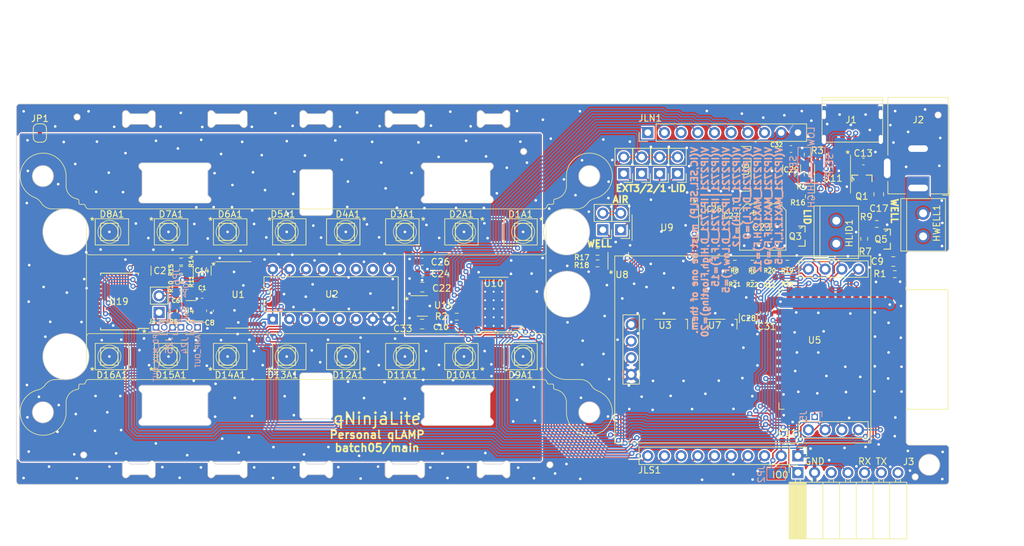
<source format=kicad_pcb>
(kicad_pcb (version 20211014) (generator pcbnew)
  (layers (0 "F.Cu" signal) (31 "B.Cu" signal) (34 "B.Paste" user) (35 "F.Paste" user) (36 "B.SilkS" user "B.Silkscreen") (37 "F.SilkS" user "F.Silkscreen") (38 "B.Mask" user) (39 "F.Mask" user) (44 "Edge.Cuts" user))
  (net 0 "")
  (net 1 "LED_BLANK")
  (net 2 "GNDA")
  (net 3 "3V3D")
  (net 4 "3V3A")
  (net 5 "PD_MUX_OUT")
  (net 7 "/Photo/AMP_OUT")
  (net 8 "Net-(C6-Pad1)")
  (net 9 "VCC")
  (net 10 "Net-(HLID1-Pad2)")
  (net 11 "Net-(HWELL1-Pad2)")
  (net 12 "THERM_R_SWITCH")
  (net 13 "/PhotoMUX/N_PD_OUT15")
  (net 14 "MUX_S3")
  (net 15 "/WELL_HEATER")
  (net 16 "MUX_S2")
  (net 17 "/LID_HEATER")
  (net 18 "MUX_S1")
  (net 19 "VIN_SENSE")
  (net 20 "I2C_SCL")
  (net 21 "MUX_S0")
  (net 22 "I2C_SDA")
  (net 23 "THERM_MUX_OUT")
  (net 24 "Net-(Q1-Pad1)")
  (net 25 "Net-(JP10-Pad1)")
  (net 26 "Net-(Q3-Pad1)")
  (net 27 "Net-(Q5-Pad1)")
  (net 28 "THERM_AIR")
  (net 29 "THERM_EXT1")
  (net 30 "THERM_EXT2")
  (net 31 "THERM_EXT3")
  (net 32 "THERM_LID")
  (net 33 "THERM_WELL")
  (net 34 "Net-(J1-PadB5)")
  (net 35 "Net-(J1-PadA5)")
  (net 36 "Net-(R2-Pad1)")
  (net 37 "Net-(R17-Pad2)")
  (net 38 "Net-(R18-Pad2)")
  (net 40 "/PhotoMUX/N_PD_OUT13")
  (net 42 "GNDD")
  (net 46 "/PhotoMUX/N_PD_OUT11")
  (net 51 "VOPT")
  (net 52 "Net-(J24-Pad2)")
  (net 53 "Net-(J5-Pad1)")
  (net 54 "SD_CD")
  (net 56 "5V")
  (net 59 "/Power/SELP")
  (net 64 "/Power/SEL")
  (net 67 "/PhotoMUX/N_PD_OUT9")
  (net 68 "/PhotoMUX/N_PD_OUT7")
  (net 69 "/PhotoMUX/N_PD_OUT5")
  (net 70 "/PhotoMUX/N_PD_OUT3")
  (net 71 "/PhotoMUX/N_PD_OUT1")
  (net 72 "/PhotoMUX/S_PD_OUT15")
  (net 73 "/PhotoMUX/S_PD_OUT13")
  (net 74 "/PhotoMUX/S_PD_OUT11")
  (net 75 "/PhotoMUX/S_PD_OUT9")
  (net 76 "/PhotoMUX/S_PD_OUT7")
  (net 77 "/PhotoMUX/S_PD_OUT5")
  (net 78 "/PhotoMUX/S_PD_OUT3")
  (net 79 "/PhotoMUX/S_PD_OUT1")
  (net 80 "SD_CS")
  (net 81 "SCLK")
  (net 82 "MISO")
  (net 83 "LED_LAT")
  (net 84 "/PhotoLED/S_LED_OUT8")
  (net 85 "/PhotoLED/S_LED_OUT7")
  (net 86 "/PhotoLED/S_LED_OUT6")
  (net 87 "/PhotoLED/S_LED_OUT5")
  (net 88 "/PhotoLED/S_LED_OUT1")
  (net 89 "/PhotoLED/S_LED_OUT2")
  (net 90 "/PhotoLED/S_LED_OUT3")
  (net 91 "/PhotoLED/S_LED_OUT4")
  (net 92 "/PhotoLED/N_LED_OUT5")
  (net 93 "/PhotoLED/N_LED_OUT6")
  (net 94 "/PhotoLED/N_LED_OUT7")
  (net 95 "/PhotoLED/N_LED_OUT8")
  (net 96 "/PhotoLED/N_LED_OUT4")
  (net 97 "/PhotoLED/N_LED_OUT3")
  (net 98 "/PhotoLED/N_LED_OUT2")
  (net 99 "/PhotoLED/N_LED_OUT1")
  (net 100 "NAU_DRDY")
  (net 101 "TACT3")
  (net 102 "TACT2")
  (net 103 "/TXD")
  (net 104 "/RXD")
  (net 105 "TACT1")
  (net 106 "Net-(J3-Pad4)")
  (net 108 "DIVIDED")
  (net 112 "Net-(C9-Pad1)")
  (net 113 "/Power/VIN")
  (net 115 "/Photo/VBG")
  (net 119 "MOSI")
  (footprint "Ninja-qPCR:TB_SeeedOPL_320110028" (layer "F.Cu") (at 205.069999 89.680009 -90)
    (fp_text reference "HWELL1")
    (fp_text value "Screw_Terminal_01x02")
  )
  (footprint "Jumper:SolderJumper-2_P1.3mm_Bridged_RoundedPad1.0x1.5mm" (layer "F.Cu") (at 70.57 77.43 -90)
    (fp_text reference "JP1")
    (fp_text value "SolderJumper_2_Bridged")
  )
  (footprint "Package_SO:TSSOP-16_4.4x5mm_P0.65mm" (layer "F.Cu") (at 191.278292 84.3998 -90)
    (fp_text reference "U11")
    (fp_text value "IP2721")
  )
  (footprint "Package_TO_SOT_SMD:SOT-23-5" (layer "F.Cu") (at 128.803378 103.790011)
    (fp_text reference "U14")
    (fp_text value "TCR3DF33,LM(CT")
  )
  (footprint "Capacitor_SMD:C_0805_2012Metric" (layer "F.Cu") (at 128.803378 100.919989)
    (fp_text reference "C22")
    (fp_text value "4.7uF")
  )
  (footprint "Ninja-qPCR:35TZV100M6.3X8" (layer "F.Cu") (at 180.659989 91.759989 -90)
    (fp_text reference "C23")
    (fp_text value "100uF" hide)
  )
  (footprint "Capacitor_SMD:C_0603_1608Metric" (layer "F.Cu") (at 128.803376 98.85)
    (fp_text reference "C24")
    (fp_text value "0.1uF")
  )
  (footprint "Capacitor_SMD:C_1210_3225Metric" (layer "F.Cu") (at 173.23 89 90)
    (fp_text reference "C25")
    (fp_text value "22uF")
  )
  (footprint "Capacitor_SMD:C_0603_1608Metric" (layer "F.Cu") (at 175.7 88.17 90)
    (fp_text reference "C27")
    (fp_text value "0.1uF")
  )
  (footprint "Capacitor_SMD:C_1210_3225Metric" (layer "F.Cu") (at 185.06 82.99 -90)
    (fp_text reference "C29")
    (fp_text value "22uF")
  )
  (footprint "Capacitor_SMD:C_0603_1608Metric" (layer "F.Cu") (at 180.82 104.78 -90)
    (fp_text reference "C31")
    (fp_text value "0.1uF")
  )
  (footprint "Capacitor_SMD:C_0805_2012Metric" (layer "F.Cu") (at 128.783376 106.56 180)
    (fp_text reference "C33")
    (fp_text value "4.7uF")
  )
  (footprint "Capacitor_SMD:C_0603_1608Metric" (layer "F.Cu") (at 195.97 81.78)
    (fp_text reference "C13")
    (fp_text value "1uF(<=20V)")
  )
  (footprint "Capacitor_SMD:C_1210_3225Metric" (layer "F.Cu") (at 95.290005 98.409989 90)
    (fp_text reference "C14")
    (fp_text value "22uF")
  )
  (footprint "Ninja-qPCR:TB_SeeedOPL_320110028" (layer "F.Cu") (at 191.85001 90.799996 -90)
    (fp_text reference "HLID1")
    (fp_text value "Screw_Terminal_01x02")
  )
  (footprint "Ninja-qPCR:SSOP-24_5.3x8.2mm_P0.65mm-0.83mil" (layer "F.Cu") (at 82.695999 103.120012 180)
    (fp_text reference "U19")
    (fp_text value "CD74HC4067M96")
  )
  (footprint "Capacitor_SMD:C_0603_1608Metric" (layer "F.Cu") (at 96.4692 104.529992 -90)
    (fp_text reference "C8")
    (fp_text value "DNP")
  )
  (footprint "Capacitor_SMD:C_0603_1608Metric" (layer "F.Cu") (at 184.4 124.36)
    (fp_text reference "C11")
    (fp_text value "0.1uF")
  )
  (footprint "Capacitor_SMD:C_0603_1608Metric" (layer "F.Cu") (at 92.075 102.108)
    (fp_text reference "C6")
    (fp_text value "5pF")
  )
  (footprint "Ninja-qPCR:SOT-23-8-8.3mil" (layer "F.Cu") (at 158.639993 96.4184 90)
    (fp_text reference "U8")
    (fp_text value "TS12A12511DCNR")
  )
  (footprint "Package_TO_SOT_SMD:SOT-23-5" (layer "F.Cu") (at 93.599 104.529992 180)
    (fp_text reference "U4")
    (fp_text value "LMP7717MF_NOPB")
  )
  (footprint "Resistor_SMD:R_0603_1608Metric" (layer "F.Cu") (at 155.490012 95.5294)
    (fp_text reference "R17")
    (fp_text value "10k_HP")
  )
  (footprint "Resistor_SMD:R_0603_1608Metric" (layer "F.Cu") (at 155.490012 97.3074)
    (fp_text reference "R18")
    (fp_text value "47k_HP")
  )
  (footprint "Package_SO:SOIC-16_3.9x9.9mm_P1.27mm" (layer "F.Cu") (at 165.81 91.85 -90)
    (fp_text reference "U9")
    (fp_text value "SN74LV4051A")
  )
  (footprint "Capacitor_SMD:C_0603_1608Metric" (layer "F.Cu") (at 128.803376 97.05)
    (fp_text reference "C26")
    (fp_text value "0.01uF")
  )
  (footprint "Ninja-qPCR:SOT95P240X112-3N" (layer "F.Cu") (at 199.37 93.61)
    (fp_text reference "Q5")
    (fp_text value "Q_NMOS_GSD")
  )
  (footprint "Ninja-qPCR:SOT95P240X112-3N" (layer "F.Cu") (at 186.38 93.15)
    (fp_text reference "Q3")
    (fp_text value "Q_NMOS_GSD")
  )
  (footprint "Ninja-qPCR:SOT95P240X112-3N" (layer "F.Cu") (at 195.76 84.56 90)
    (fp_text reference "Q1")
    (fp_text value "Q_NMOS_GSD")
  )
  (footprint "Package_SO:HTSSOP-24-1EP_4.4x7.8mm_P0.65mm_EP3.4x7.8mm_Mask2.4x4.68mm_ThermalVias" (layer "F.Cu") (at 139.6775 103.573 180)
    (fp_text reference "U10")
    (fp_text value "TLC5929")
  )
  (footprint "Resistor_SMD:R_0603_1608Metric" (layer "F.Cu") (at 184.401 97.36 180)
    (fp_text reference "R19")
    (fp_text value "100k")
  )
  (footprint "Capacitor_SMD:C_0805_2012Metric" (layer "F.Cu") (at 200.525 97.02 180)
    (fp_text reference "C9")
    (fp_text value "10uF")
  )
  (footprint "Pin_Headers:Pin_Header_Straight_1x02_Pitch2.54mm" (layer "F.Cu") (at 156.3 92.185 180)
    (fp_text reference "TWELL1" hide)
    (fp_text value "Conn_01x02_Male")
  )
  (footprint "Pin_Headers:Pin_Header_Straight_1x02_Pitch2.54mm" (layer "F.Cu") (at 167.669979 83.629999 180)
    (fp_text reference "TLID1" hide)
    (fp_text value "Conn_01x02_Male")
  )
  (footprint "Pin_Headers:Pin_Header_Straight_1x02_Pitch2.54mm" (layer "F.Cu") (at 159.479978 83.629999 180)
    (fp_text reference "TEXT3" hide)
    (fp_text value "Conn_01x02_Male")
  )
  (footprint "Pin_Headers:Pin_Header_Straight_1x02_Pitch2.54mm" (layer "F.Cu") (at 162.21 83.63 180)
    (fp_text reference "TEXT2" hide)
    (fp_text value "Conn_01x02_Male")
  )
  (footprint "Pin_Headers:Pin_Header_Straight_1x02_Pitch2.54mm" (layer "F.Cu") (at 164.939987 83.629999 180)
    (fp_text reference "TEXT1" hide)
    (fp_text value "Conn_01x02_Male")
  )
  (footprint "Connector_PinHeader_2.54mm:PinHeader_1x02_P2.54mm_Vertical" (layer "F.Cu") (at 159.03001 92.185007 180)
    (fp_text reference "TAIR1" hide)
    (fp_text value "Conn_01x02_Male")
  )
  (footprint "Resistor_SMD:R_0603_1608Metric" (layer "F.Cu") (at 198.02 91.305 180)
    (fp_text reference "R9")
    (fp_text value "47k")
  )
  (footprint "Resistor_SMD:R_0603_1608Metric" (layer "F.Cu") (at 176.4 97.36)
    (fp_text reference "R8")
    (fp_text value "47k")
  )
  (footprint "Resistor_SMD:R_0603_1608Metric" (layer "F.Cu") (at 187.500006 80.7212 -90)
    (fp_text reference "R3")
    (fp_text value "5.1k")
  )
  (footprint "Resistor_SMD:R_0603_1608Metric" (layer "F.Cu") (at 187.500006 83.7692 -90)
    (fp_text reference "R4")
    (fp_text value "5.1k")
  )
  (footprint "Resistor_SMD:R_0603_1608Metric" (layer "F.Cu") (at 196.1 93.57 -90)
    (fp_text reference "R7")
    (fp_text value "150")
  )
  (footprint "Resistor_SMD:R_0603_1608Metric" (layer "F.Cu") (at 179.067 97.36)
    (fp_text reference "R6")
    (fp_text value "150")
  )
  (footprint "Resistor_SMD:R_0603_1608Metric" (layer "F.Cu") (at 134.04 105.43 180)
    (fp_text reference "R2")
    (fp_text value "3.3k")
  )
  (footprint "Resistor_SMD:R_0603_1608Metric" (layer "F.Cu") (at 200.75 98.94 180)
    (fp_text reference "R1")
    (fp_text value "100k")
  )
  (footprint "Resistor_SMD:R_0603_1608Metric" (layer "F.Cu") (at 187.68 87.1 -90)
    (fp_text reference "R16")
    (fp_text value "100k")
  )
  (footprint "Capacitor_SMD:C_0603_1608Metric" (layer "F.Cu") (at 134.04 107 180)
    (fp_text reference "C10")
    (fp_text value "0.1uF")
  )
  (footprint "Capacitor_SMD:C_1210_3225Metric" (layer "F.Cu") (at 178.450011 105.660012 -90)
    (fp_text reference "C28")
    (fp_text value "22uF")
  )
  (footprint "Capacitor_SMD:C_0603_1608Metric" (layer "F.Cu") (at 184.95 79.87)
    (fp_text reference "C32")
    (fp_text value "0.1uF")
  )
  (footprint "Connector_BarrelJack:BarrelJack_Horizontal" (layer "F.Cu") (at 204.295781 85.809811 -90)
    (fp_text reference "J2")
    (fp_text value "Barrel_Jack_Switch")
  )
  (footprint "Resistor_SMD:R_0603_1608Metric" (layer "F.Cu") (at 184.401 99.392)
    (fp_text reference "R23")
    (fp_text value "100k")
  )
  (footprint "Ninja-qPCR:SFH2200_2201_2240" (layer "F.Cu") (at 125.767219 111.501633 180)
    (fp_text reference "D11A1")
    (fp_text value "D_Photo")
  )
  (footprint "Ninja-qPCR:SFH2200_2201_2240" (layer "F.Cu") (at 134.767219 92.502054 180)
    (fp_text reference "D2A1")
    (fp_text value "D_Photo")
  )
  (footprint "Ninja-qPCR:SFH2200_2201_2240" (layer "F.Cu") (at 99.547211 111.501633)
    (fp_text reference "D14A1")
    (fp_text value "D_Photo")
  )
  (footprint "Ninja-qPCR:LITE_LCD" (layer "F.Cu") (at 158.111003 96.175006)
    (fp_text reference "U17" hide)
    (fp_text value "LITE_LCD")
  )
  (footprint "Ninja-qPCR:SFH2200_2201_2240" (layer "F.Cu") (at 99.547211 92.502054)
    (fp_text reference "D6A1")
    (fp_text value "D_Photo")
  )
  (footprint "Resistor_SMD:R_0603_1608Metric" (layer "F.Cu") (at 179.067 99.392 180)
    (fp_text reference "R22")
    (fp_text value "100k")
  )
  (footprint "Ninja-qPCR:ALI_USB" (layer "F.Cu") (at 198.60829 78.419782 180)
    (fp_text reference "J1")
    (fp_text value "ALI_USB")
  )
  (footprint "Capacitor_SMD:C_1210_3225Metric" (layer "F.Cu") (at 88.859995 98.409989 -90)
    (fp_text reference "C2")
    (fp_text value "22uF")
  )
  (footprint "Package_SO:SOIC-16_3.9x9.9mm_P1.27mm" (layer "F.Cu") (at 100.8 102.11)
    (fp_text reference "U1")
    (fp_text value "NAU7802")
  )
  (footprint "Connector_PinHeader_2.54mm:PinHeader_1x10_P2.54mm_Vertical" (layer "F.Cu") (at 186.001 126.628 -90)
    (fp_text reference "JLS1")
    (fp_text value "Conn_01x10_Male")
  )
  (footprint "Ninja-qPCR:SFH2200_2201_2240" (layer "F.Cu") (at 81.547211 111.501633)
    (fp_text reference "D16A1")
    (fp_text value "D_Photo")
  )
  (footprint "Ninja-qPCR:SFH2200_2201_2240" (layer "F.Cu") (at 116.767219 111.501633 180)
    (fp_text reference "D12A1")
    (fp_text value "D_Photo")
  )
  (footprint "Ninja-qPCR:SFH2200_2201_2240" (layer "F.Cu") (at 108.547211 111.501633)
    (fp_text reference "D13A1")
    (fp_text value "D_Photo")
  )
  (footprint "Resistor_SMD:R_0603_1608Metric" (layer "F.Cu") (at 92.075 99.568 180)
    (fp_text reference "R11")
    (fp_text value "47k_HP")
  )
  (footprint "Resistor_SMD:R_0603_1608Metric" (layer "F.Cu") (at 92.075 97.028 180)
    (fp_text reference "R14")
    (fp_text value "10k")
  )
  (footprint "Ninja-qPCR:SFH2200_2201_2240" (layer "F.Cu") (at 116.767219 92.502054 180)
    (fp_text reference "D4A1")
    (fp_text value "D_Photo")
  )
  (footprint "Ninja-qPCR:SFH2200_2201_2240" (layer "F.Cu") (at 108.547211 92.502054)
    (fp_text reference "D5A1")
    (fp_text value "D_Photo")
  )
  (footprint "Capacitor_SMD:C_0805_2012Metric" (layer "F.Cu") (at 198.308292 86.7698 90)
    (fp_text reference "C17")
    (fp_text value "10uF(<=20V)")
  )
  (footprint "RF_Module:ESP32-WROOM-32" (layer "F.Cu") (at 193.006 110.42 -90)
    (fp_text reference "U5")
    (fp_text value "ESP32-WROOM-32")
  )
  (footprint "Connector_PinSocket_2.54mm:PinSocket_1x07_P2.54mm_Horizontal" (layer "F.Cu") (at 186.001 129.199996 90)
    (fp_text reference "J3")
    (fp_text value "Conn_01x07_Male")
  )
  (footprint "Resistor_SMD:R_0603_1608Metric" (layer "F.Cu") (at 181.734 97.36 180)
    (fp_text reference "R20")
    (fp_text value "10k")
  )
  (footprint "Ninja-qPCR:SFH2200_2201_2240" (layer "F.Cu") (at 90.547211 111.501633)
    (fp_text reference "D15A1")
    (fp_text value "D_Photo")
  )
  (footprint "Ninja-qPCR:SFH2200_2201_2240" (layer "F.Cu") (at 125.767219 92.502054 180)
    (fp_text reference "D3A1")
    (fp_text value "D_Photo")
  )
  (footprint "Connector_PinHeader_2.54mm:PinHeader_1x10_P2.54mm_Vertical" (layer "F.Cu") (at 163.141 77.372 90)
    (fp_text reference "JLN1")
    (fp_text value "Conn_01x10_Male")
  )
  (footprint "Capacitor_SMD:C_0603_1608Metric" (layer "F.Cu") (at 95.290005 102.108 180)
    (fp_text reference "C1")
    (fp_text value "0.1uF")
  )
  (footprint "Resistor_SMD:R_0603_1608Metric" (layer "F.Cu") (at 92.075 98.298)
    (fp_text reference "R15")
    (fp_text value "100k")
  )
  (footprint "Ninja-qPCR:SFH2200_2201_2240" (layer "F.Cu") (at 143.767219 111.501633 180)
    (fp_text reference "D9A1")
    (fp_text value "D_Photo")
  )
  (footprint "Resistor_SMD:R_0603_1608Metric" (layer "F.Cu") (at 176.4 99.392 180)
    (fp_text reference "R21")
    (fp_text value "100k")
  )
  (footprint "Ninja-qPCR:REG_TO252-3" (layer "F.Cu") (at 176.59 82.89 180)
    (fp_text reference "U6")
    (fp_text value "BA178M05FP-E2")
  )
  (footprint "Ninja-qPCR:REG_TO252-3-INV" (layer "F.Cu") (at 173.330006 108.100012 -90)
    (fp_text reference "U7")
    (fp_text value "BD433M5FP-CE2")
  )
  (footprint "Package_DIP:DIP-16_W7.62mm" (layer "F.Cu") (at 106.029989 105.809999 90)
    (fp_text reference "U2")
    (fp_text value "NAU7802")
  )
  (footprint "Resistor_SMD:R_0603_1608Metric" (layer "F.Cu") (at 92.075 100.838 180)
    (fp_text reference "R10")
    (fp_text value "47k_HP")
  )
  (footprint "Ninja-qPCR:REG_TO252-3" (layer "F.Cu") (at 165.799999 108.100012 -90)
    (fp_text reference "U3")
    (fp_text value "BD433M5FP-CE2")
  )
  (footprint "Resistor_SMD:R_0603_1608Metric" (layer "F.Cu") (at 90.932 104.529992 90)
    (fp_text reference "R5")
    (fp_text value "10M")
  )
  (footprint "Ninja-qPCR:SFH2200_2201_2240" (layer "F.Cu") (at 90.547211 92.502054)
    (fp_text reference "D7A1")
    (fp_text value "D_Photo")
  )
  (footprint "Ninja-qPCR:SFH2200_2201_2240" (layer "F.Cu") (at 143.767219 92.502054 180)
    (fp_text reference "D1A1")
    (fp_text value "D_Photo")
  )
  (footprint "Ninja-qPCR:SFH2200_2201_2240" (layer "F.Cu") (at 81.547211 92.502054)
    (fp_text reference "D8A1")
    (fp_text value "D_Photo")
  )
  (footprint "Connector_PinHeader_2.54mm:PinHeader_1x02_P2.54mm_Vertical" (layer "F.Cu") (at 88.71999 104.785008 180)
    (fp_text reference "J4")
    (fp_text value "Conn_01x02_Male")
  )
  (footprint "Resistor_SMD:R_0603_1608Metric" (layer "F.Cu") (at 181.734 99.392)
    (fp_text reference "R12")
    (fp_text value "100k")
  )
  (footprint "Ninja-qPCR:SFH2200_2201_2240" (layer "F.Cu") (at 134.767219 111.501633 180)
    (fp_text reference "D10A1")
    (fp_text value "D_Photo")
  )
  (footprint "Connector_PinHeader_1.27mm:PinHeader_1x01_P1.27mm_Vertical" (layer "B.Cu") (at 88.24 107.05 180)
    (fp_text reference "J13" hide)
    (fp_text value "Conn_01x01_Male")
  )
  (footprint "Connector_PinHeader_1.27mm:PinHeader_1x01_P1.27mm_Vertical" (layer "B.Cu") (at 94.59 107.05)
    (fp_text reference "J16" hide)
    (fp_text value "Conn_01x01_Male")
  )
  (footprint "Jumper:SolderJumper-3_P2.0mm_Open_TrianglePad1.0x1.5mm" (layer "B.Cu") (at 91.240013 103.555994 -90)
    (fp_text reference "JP6")
    (fp_text value "Jumper_3_Open")
  )
  (footprint "Jumper:SolderJumper-2_P1.3mm_Open_TrianglePad1.0x1.5mm" (layer "B.Cu") (at 182.69 129.35 180)
    (fp_text reference "JP2")
    (fp_text value "Jumper_2_Bridged")
  )
  (footprint "Jumper:SolderJumper-3_P2.0mm_Open_TrianglePad1.0x1.5mm" (layer "B.Cu") (at 186.957487 82.390005 90)
    (fp_text reference "JP9" hide)
    (fp_text value "Jumper_3_Open")
  )
  (footprint "Pin_Headers:Pin_Header_Straight_1x01_Pitch1.27mm" (layer "B.Cu") (at 188.56 120.7 180)
    (fp_text reference "J5")
    (fp_text value "Conn_01x01_Male")
  )
  (footprint "Connector_PinHeader_1.27mm:PinHeader_1x02_P1.27mm_Vertical" (layer "B.Cu") (at 90.78 107.05 90)
    (fp_text reference "J25")
    (fp_text value "Conn_01x02_Male")
  )
  (footprint "Connector_PinHeader_1.27mm:PinHeader_1x02_P1.27mm_Vertical" (layer "B.Cu") (at 92.05 107.05 -90)
    (fp_text reference "J24")
    (fp_text value "Conn_01x02_Male")
  )
  (footprint "Jumper:SolderJumper-3_P2.0mm_Open_TrianglePad1.0x1.5mm" (layer "B.Cu") (at 189.100003 82.390005 90)
    (fp_text reference "JP10" hide)
    (fp_text value "Jumper_3_Open")
  )
  (gr_line (start 147.657227 111.5) (end 147.657227 92.5) (layer "F.SilkS") (width 0.1))
  (gr_arc (start 69.793791 87.266166) (mid 70.34204 87.588129) (end 70.761537 88.065895) (layer "F.SilkS") (width 0.1))
  (gr_arc (start 71.379757 115.828755) (mid 70.875438 116.315728) (end 70.234047 116.598743) (layer "F.SilkS") (width 0.1))
  (gr_circle (center 126.157202 111.501637) (end 124.407202 111.501637) (layer "F.SilkS") (width 0.1) (fill none))
  (gr_arc (start 69.793791 87.266166) (mid 69.088495 81.115515) (end 74.563915 84.004758) (layer "F.SilkS") (width 0.1))
  (gr_arc (start 147.886139 88.404914) (mid 147.959302 88.332085) (end 148.059038 88.305442) (layer "F.SilkS") (width 0.1))
  (gr_arc (start 76.497682 115.898256) (mid 76.55626 115.756834) (end 76.697682 115.698256) (layer "F.SilkS") (width 0.1))
  (gr_arc (start 76.712016 88.305442) (mid 76.570595 88.246863) (end 76.512016 88.105442) (layer "F.SilkS") (width 0.1))
  (gr_arc (start 77.428279 115.598784) (mid 77.355116 115.671613) (end 77.25538 115.698256) (layer "F.SilkS") (width 0.1))
  (gr_arc (start 77.428293 88.404914) (mid 77.500888 88.541698) (end 77.562683 88.683688) (layer "F.SilkS") (width 0.1))
  (gr_arc (start 72.455067 89.001961) (mid 71.487562 88.752371) (end 70.761537 88.065895) (layer "F.SilkS") (width 0.1))
  (gr_circle (center 144.157216 92.502061) (end 145.907216 92.502061) (layer "F.SilkS") (width 0.1) (fill none))
  (gr_arc (start 71.379757 115.828755) (mid 72.090263 115.22045) (end 72.999668 115.001737) (layer "F.SilkS") (width 0.1))
  (gr_line (start 76.512016 87.717688) (end 76.512016 88.105442) (layer "F.SilkS") (width 0.1))
  (gr_arc (start 149.18281 116.546221) (mid 150.310089 117.246864) (end 150.750503 118.49894) (layer "F.SilkS") (width 0.1))
  (gr_arc (start 74.563643 89.001961) (mid 76.369254 89.503667) (end 77.657216 90.86495) (layer "F.SilkS") (width 0.1))
  (gr_line (start 74.563901 118.49894) (end 74.563901 119.99894) (layer "F.SilkS") (width 0.1))
  (gr_line (start 147.657202 108.501637) (end 147.657202 113.138748) (layer "F.SilkS") (width 0.1))
  (gr_line (start 148.816736 88.105442) (end 148.816736 87.712572) (layer "F.SilkS") (width 0.1))
  (gr_arc (start 77.562669 115.32001) (mid 77.500874 115.462) (end 77.428279 115.598784) (layer "F.SilkS") (width 0.1))
  (gr_line (start 72.999668 115.001737) (end 74.563629 115.001737) (layer "F.SilkS") (width 0.1))
  (gr_arc (start 147.751749 88.683688) (mid 147.568027 88.914864) (end 147.285904 89.002061) (layer "F.SilkS") (width 0.1))
  (gr_arc (start 76.131608 87.457477) (mid 75.004329 86.756834) (end 74.563915 85.504758) (layer "F.SilkS") (width 0.1))
  (gr_line (start 74.563915 84.004758) (end 74.563915 85.504758) (layer "F.SilkS") (width 0.1))
  (gr_line (start 78.028528 89.002061) (end 147.285904 89.002061) (layer "F.SilkS") (width 0.1))
  (gr_circle (center 108.157202 111.501637) (end 106.407202 111.501637) (layer "F.SilkS") (width 0.1) (fill none))
  (gr_line (start 77.657216 95.502061) (end 77.657216 90.86495) (layer "F.SilkS") (width 0.1))
  (gr_circle (center 90.157216 92.502061) (end 91.907216 92.502061) (layer "F.SilkS") (width 0.1) (fill none))
  (gr_line (start 152.31475 89.001961) (end 150.750789 89.001961) (layer "F.SilkS") (width 0.1))
  (gr_line (start 77.657202 113.138748) (end 77.657202 108.501637) (layer "F.SilkS") (width 0.1))
  (gr_arc (start 147.751749 88.683688) (mid 147.813544 88.541698) (end 147.886139 88.404914) (layer "F.SilkS") (width 0.1))
  (gr_arc (start 149.18281 116.546221) (mid 149.057398 116.514167) (end 148.934323 116.474066) (layer "F.SilkS") (width 0.1))
  (gr_arc (start 78.028528 89.002061) (mid 77.746406 88.914864) (end 77.562683 88.683688) (layer "F.SilkS") (width 0.1))
  (gr_arc (start 76.36417 116.479751) (mid 76.248888 116.516505) (end 76.131594 116.546221) (layer "F.SilkS") (width 0.1))
  (gr_arc (start 150.750517 84.004758) (mid 156.412172 81.252077) (end 155.080371 87.404955) (layer "F.SilkS") (width 0.1))
  (gr_circle (center 135.157202 111.501637) (end 133.407202 111.501637) (layer "F.SilkS") (width 0.1) (fill none))
  (gr_arc (start 155.520627 116.737532) (mid 154.972378 116.415569) (end 154.552881 115.937803) (layer "F.SilkS") (width 0.1))
  (gr_arc (start 74.563901 119.99894) (mid 68.902246 122.751621) (end 70.234047 116.598743) (layer "F.SilkS") (width 0.1))
  (gr_circle (center 117.157216 92.502061) (end 118.907216 92.502061) (layer "F.SilkS") (width 0.1) (fill none))
  (gr_line (start 147.157216 96.002061) (end 78.157216 96.002061) (layer "F.SilkS") (width 0.1))
  (gr_circle (center 117.157202 111.501637) (end 115.407202 111.501637) (layer "F.SilkS") (width 0.1) (fill none))
  (gr_arc (start 74.563901 118.49894) (mid 75.004315 117.246865) (end 76.131594 116.546221) (layer "F.SilkS") (width 0.1))
  (gr_arc (start 147.157202 108.001637) (mid 147.510755 108.148084) (end 147.657202 108.501637) (layer "F.SilkS") (width 0.1))
  (gr_arc (start 155.520627 116.737532) (mid 156.225923 122.888183) (end 150.750503 119.99894) (layer "F.SilkS") (width 0.1))
  (gr_circle (center 90.157202 111.501637) (end 88.407202 111.501637) (layer "F.SilkS") (width 0.1) (fill none))
  (gr_line (start 150.750775 115.001737) (end 152.859351 115.001737) (layer "F.SilkS") (width 0.1))
  (gr_line (start 147.657216 90.86495) (end 147.657216 95.502061) (layer "F.SilkS") (width 0.1))
  (gr_arc (start 150.750775 115.001737) (mid 148.945164 114.500031) (end 147.657202 113.138748) (layer "F.SilkS") (width 0.1))
  (gr_circle (center 99.157202 111.501637) (end 97.407202 111.501637) (layer "F.SilkS") (width 0.1) (fill none))
  (gr_line (start 76.712016 88.305442) (end 77.255394 88.305442) (layer "F.SilkS") (width 0.1))
  (gr_circle (center 135.157216 92.502061) (end 136.907216 92.502061) (layer "F.SilkS") (width 0.1) (fill none))
  (gr_arc (start 148.059024 115.698256) (mid 147.959289 115.671613) (end 147.886125 115.598784) (layer "F.SilkS") (width 0.1))
  (gr_circle (center 108.157216 92.502061) (end 109.907216 92.502061) (layer "F.SilkS") (width 0.1) (fill none))
  (gr_line (start 148.059038 88.305442) (end 148.616736 88.305442) (layer "F.SilkS") (width 0.1))
  (gr_arc (start 153.934661 88.174943) (mid 154.43898 87.68797) (end 155.080371 87.404955) (layer "F.SilkS") (width 0.1))
  (gr_arc (start 150.750517 85.504758) (mid 150.310103 86.756833) (end 149.182824 87.457477) (layer "F.SilkS") (width 0.1))
  (gr_arc (start 148.816736 87.712572) (mid 148.853492 87.597025) (end 148.950248 87.523947) (layer "F.SilkS") (width 0.1))
  (gr_circle (center 144.157202 111.501637) (end 142.407202 111.501637) (layer "F.SilkS") (width 0.1) (fill none))
  (gr_line (start 150.750517 85.504758) (end 150.750517 84.004758) (layer "F.SilkS") (width 0.1))
  (gr_line (start 76.497682 115.898256) (end 76.497682 116.291126) (layer "F.SilkS") (width 0.1))
  (gr_arc (start 148.950248 87.523947) (mid 149.06553 87.487193) (end 149.182824 87.457477) (layer "F.SilkS") (width 0.1))
  (gr_arc (start 76.131608 87.457477) (mid 76.25702 87.489531) (end 76.380095 87.529632) (layer "F.SilkS") (width 0.1))
  (gr_arc (start 147.28589 115.001637) (mid 147.568012 115.088834) (end 147.751735 115.32001) (layer "F.SilkS") (width 0.1))
  (gr_arc (start 148.602402 115.698256) (mid 148.743823 115.756835) (end 148.802402 115.898256) (layer "F.SilkS") (width 0.1))
  (gr_arc (start 76.497682 116.291126) (mid 76.460926 116.406673) (end 76.36417 116.479751) (layer "F.SilkS") (width 0.1))
  (gr_arc (start 152.859351 115.001737) (mid 153.826856 115.251327) (end 154.552881 115.937803) (layer "F.SilkS") (width 0.1))
  (gr_arc (start 77.562669 115.32001) (mid 77.746391 115.088834) (end 78.028514 115.001637) (layer "F.SilkS") (width 0.1))
  (gr_arc (start 147.657216 95.502061) (mid 147.510769 95.855614) (end 147.157216 96.002061) (layer "F.SilkS") (width 0.1))
  (gr_circle (center 99.157216 92.502061) (end 100.907216 92.502061) (layer "F.SilkS") (width 0.1) (fill none))
  (gr_arc (start 153.934661 88.174943) (mid 153.224155 88.783248) (end 152.31475 89.001961) (layer "F.SilkS") (width 0.1))
  (gr_line (start 77.657214 92.5) (end 77.657214 111.5) (layer "F.SilkS") (width 0.1))
  (gr_arc (start 147.886125 115.598784) (mid 147.81353 115.462) (end 147.751735 115.32001) (layer "F.SilkS") (width 0.1))
  (gr_line (start 74.563643 89.001961) (end 72.455067 89.001961) (layer "F.SilkS") (width 0.1))
  (gr_arc (start 148.816736 88.105442) (mid 148.758158 88.246864) (end 148.616736 88.305442) (layer "F.SilkS") (width 0.1))
  (gr_line (start 78.157202 108.001637) (end 147.157202 108.001637) (layer "F.SilkS") (width 0.1))
  (gr_arc (start 148.934323 116.474066) (mid 148.838671 116.400867) (end 148.802402 116.28601) (layer "F.SilkS") (width 0.1))
  (gr_arc (start 77.255394 88.305442) (mid 77.355129 88.332085) (end 77.428293 88.404914) (layer "F.SilkS") (width 0.1))
  (gr_line (start 77.25538 115.698256) (end 76.697682 115.698256) (layer "F.SilkS") (width 0.1))
  (gr_arc (start 76.380095 87.529632) (mid 76.475747 87.602831) (end 76.512016 87.717688) (layer "F.SilkS") (width 0.1))
  (gr_circle (center 81.157216 92.502061) (end 82.907216 92.502061) (layer "F.SilkS") (width 0.1) (fill none))
  (gr_arc (start 78.157216 96.002061) (mid 77.803663 95.855614) (end 77.657216 95.502061) (layer "F.SilkS") (width 0.1))
  (gr_line (start 148.802402 116.28601) (end 148.802402 115.898256) (layer "F.SilkS") (width 0.1))
  (gr_arc (start 147.657216 90.86495) (mid 148.945178 89.503667) (end 150.750789 89.001961) (layer "F.SilkS") (width 0.1))
  (gr_line (start 147.28589 115.001637) (end 78.028514 115.001637) (layer "F.SilkS") (width 0.1))
  (gr_line (start 148.602402 115.698256) (end 148.059024 115.698256) (layer "F.SilkS") (width 0.1))
  (gr_circle (center 81.157202 111.501637) (end 79.407202 111.501637) (layer "F.SilkS") (width 0.1) (fill none))
  (gr_line (start 150.750503 119.99894) (end 150.750503 118.49894) (layer "F.SilkS") (width 0.1))
  (gr_arc (start 77.657202 113.138748) (mid 76.36924 114.500031) (end 74.563629 115.001737) (layer "F.SilkS") (width 0.1))
  (gr_arc (start 77.657202 108.501637) (mid 77.803649 108.148084) (end 78.157202 108.001637) (layer "F.SilkS") (width 0.1))
  (gr_circle (center 126.157216 92.502061) (end 127.907216 92.502061) (layer "F.SilkS") (width 0.1) (fill none))
  (gr_line (start 111.357157 127.898251) (end 111.003604 127.544698) (layer "Edge.Cuts") (width 0.1))
  (gr_line (start 96.15005 76.101749) (end 96.15005 74.501749) (layer "Edge.Cuts") (width 0.1))
  (gr_arc (start 111.003604 76.455302) (mid 110.458709 76.563689) (end 110.15005 76.10175) (layer "Edge.Cuts") (width 0.1))
  (gr_line (start 110.15005 76.101749) (end 110.15005 74.501749) (layer "Edge.Cuts") (width 0.1))
  (gr_line (start 87.296497 127.544698) (end 86.942944 127.898251) (layer "Edge.Cuts") (width 0.1))
  (gr_line (start 88.15005 76.101749) (end 88.15005 74.501749) (layer "Edge.Cuts") (width 0.1))
  (gr_arc (start 97.003603 129.851804) (mid 96.458708 129.96019) (end 96.15005 129.498251) (layer "Edge.Cuts") (width 0.1))
  (gr_line (start 138.357157 74.501749) (end 140.942944 74.501749) (layer "Edge.Cuts") (width 0.1))
  (gr_circle (center 74.535995 92.499993) (end 78.035996 92.499993) (layer "Edge.Cuts") (width 0.1) (fill none))
  (gr_line (start 124.357157 74.501749) (end 127.942944 74.501749) (layer "Edge.Cuts") (width 0.1))
  (gr_circle (center 71.036 84) (end 69.436 84) (layer "Edge.Cuts") (width 0.1) (fill none))
  (gr_line (start 115.15005 129.498251) (end 115.15005 127.898251) (layer "Edge.Cuts") (width 0.1))
  (gr_arc (start 110.15005 127.89825) (mid 110.458709 127.436311) (end 111.003604 127.544698) (layer "Edge.Cuts") (width 0.1))
  (gr_arc (start 87.296497 127.544698) (mid 87.841392 127.436312) (end 88.15005 127.898251) (layer "Edge.Cuts") (width 0.1))
  (gr_line (start 129.13505 121.998251) (end 139.13505 121.998251) (layer "Edge.Cuts") (width 0.1))
  (gr_line (start 138.357157 127.898251) (end 138.003604 127.544698) (layer "Edge.Cuts") (width 0.1))
  (gr_arc (start 114.636 114) (mid 114.989553 114.146447) (end 115.136 114.5) (layer "Edge.Cuts") (width 0.1))
  (gr_line (start 209 95) (end 209 73.5) (layer "Edge.Cuts") (width 0.1))
  (gr_line (start 113.942944 129.498251) (end 114.296497 129.851805) (layer "Edge.Cuts") (width 0.1))
  (gr_line (start 140.942944 127.898251) (end 138.357157 127.898251) (layer "Edge.Cuts") (width 0.1))
  (gr_arc (start 209 95) (mid 208.853553 95.353553) (end 208.5 95.5) (layer "Edge.Cuts") (width 0.1))
  (gr_arc (start 141.296497 127.544698) (mid 141.841392 127.436312) (end 142.15005 127.898251) (layer "Edge.Cuts") (width 0.1))
  (gr_line (start 139.13505 86.894642) (end 139.488604 87.248195) (layer "Edge.Cuts") (width 0.1))
  (gr_line (start 128.781497 116.751805) (end 129.13505 117.105358) (layer "Edge.Cuts") (width 0.1))
  (gr_arc (start 129.13505 121.99825) (mid 128.673111 121.689592) (end 128.781497 121.144698) (layer "Edge.Cuts") (width 0.1))
  (gr_line (start 111.003604 129.851805) (end 111.357157 129.498251) (layer "Edge.Cuts") (width 0.1))
  (gr_arc (start 139.13505 115.89825) (mid 139.596991 116.206909) (end 139.488604 116.751805) (layer "Edge.Cuts") (width 0.1))
  (gr_line (start 110.136 89.5) (end 110.136 83.5) (layer "Edge.Cuts") (width 0.1))
  (gr_circle (center 206 128) (end 207.6 128) (layer "Edge.Cuts") (width 0.1) (fill none))
  (gr_arc (start 128.781497 116.751804) (mid 128.673111 116.206909) (end 129.13505 115.898251) (layer "Edge.Cuts") (width 0.1))
  (gr_line (start 208.5 131) (end 67.5 131) (layer "Edge.Cuts") (width 0.1))
  (gr_line (start 96.13505 120.791145) (end 96.13505 117.105358) (layer "Edge.Cuts") (width 0.1))
  (gr_line (start 96.488604 121.144698) (end 96.13505 120.791145) (layer "Edge.Cuts") (width 0.1))
  (gr_arc (start 139.13505 82.001749) (mid 139.59699 82.310407) (end 139.488603 82.855302) (layer "Edge.Cuts") (width 0.1))
  (gr_arc (start 96.13505 115.89825) (mid 96.596991 116.206909) (end 96.488604 116.751805) (layer "Edge.Cuts") (width 0.1))
  (gr_line (start 96.15005 127.898251) (end 96.15005 129.498251) (layer "Edge.Cuts") (width 0.1))
  (gr_line (start 127.942944 76.101749) (end 124.357157 76.101749) (layer "Edge.Cuts") (width 0.1))
  (gr_line (start 114.636 121) (end 110.636 121) (layer "Edge.Cuts") (width 0.1))
  (gr_arc (start 111.003603 129.851804) (mid 110.458708 129.96019) (end 110.15005 129.498251) (layer "Edge.Cuts") (width 0.1))
  (gr_line (start 97.357157 127.898251) (end 97.003604 127.544698) (layer "Edge.Cuts") (width 0.1))
  (gr_arc (start 110.636 121) (mid 110.282447 120.853553) (end 110.136 120.5) (layer "Edge.Cuts") (width 0.1))
  (gr_line (start 140.942944 76.101749) (end 138.357157 76.101749) (layer "Edge.Cuts") (width 0.1))
  (gr_line (start 139.13505 82.001749) (end 129.13505 82.001749) (layer "Edge.Cuts") (width 0.1))
  (gr_arc (start 110.136 114.5) (mid 110.282447 114.146447) (end 110.636 114) (layer "Edge.Cuts") (width 0.1))
  (gr_line (start 85.781497 116.751805) (end 86.13505 117.105358) (layer "Edge.Cuts") (width 0.1))
  (gr_arc (start 142.15005 76.101749) (mid 141.841392 76.563689) (end 141.296497 76.455302) (layer "Edge.Cuts") (width 0.1))
  (gr_line (start 139.13505 120.791145) (end 139.13505 117.105358) (layer "Edge.Cuts") (width 0.1))
  (gr_line (start 123.15005 76.101749) (end 123.15005 74.501749) (layer "Edge.Cuts") (width 0.1))
  (gr_line (start 86.942944 74.501749) (end 84.357157 74.501749) (layer "Edge.Cuts") (width 0.1))
  (gr_arc (start 86.13505 88.101749) (mid 85.67311 87.793091) (end 85.781497 87.248196) (layer "Edge.Cuts") (width 0.1))
  (gr_arc (start 67.5 131) (mid 67.146447 130.853553) (end 67 130.5) (layer "Edge.Cuts") (width 0.1))
  (gr_line (start 96.13505 115.898251) (end 86.13505 115.898251) (layer "Edge.Cuts") (width 0.1))
  (gr_line (start 129.15005 129.498251) (end 129.15005 127.898251) (layer "Edge.Cuts") (width 0.1))
  (gr_line (start 139.13505 115.898251) (end 129.13505 115.898251) (layer "Edge.Cuts") (width 0.1))
  (gr_line (start 208.5 125) (end 203 125) (layer "Edge.Cuts") (width 0.1))
  (gr_line (start 102.15005 129.498251) (end 102.15005 127.898251) (layer "Edge.Cuts") (width 0.1))
  (gr_line (start 129.15005 74.501749) (end 129.15005 76.101749) (layer "Edge.Cuts") (width 0.1))
  (gr_arc (start 114.636 83) (mid 114.989553 83.146447) (end 115.136 83.5) (layer "Edge.Cuts") (width 0.1))
  (gr_arc (start 88.15005 129.49825) (mid 87.841393 129.96019) (end 87.296497 129.851805) (layer "Edge.Cuts") (width 0.1))
  (gr_line (start 113.942944 127.898251) (end 111.357157 127.898251) (layer "Edge.Cuts") (width 0.1))
  (gr_circle (center 74.536 111.5) (end 78.036 111.5) (layer "Edge.Cuts") (width 0.1) (fill none))
  (gr_arc (start 208.5 73) (mid 208.853553 73.146447) (end 209 73.5) (layer "Edge.Cuts") (width 0.1))
  (gr_line (start 124.357157 76.101749) (end 124.003604 76.455302) (layer "Edge.Cuts") (width 0.1))
  (gr_line (start 96.488604 82.855302) (end 96.13505 83.208855) (layer "Edge.Cuts") (width 0.1))
  (gr_line (start 84.357157 76.101749) (end 86.942944 76.101749) (layer "Edge.Cuts") (width 0.1))
  (gr_circle (center 71.036 120) (end 69.436 120) (layer "Edge.Cuts") (width 0.1) (fill none))
  (gr_arc (start 114.296497 127.544698) (mid 114.841392 127.436312) (end 115.15005 127.898251) (layer "Edge.Cuts") (width 0.1))
  (gr_circle (center 150.778441 92.5) (end 154.278441 92.5) (layer "Edge.Cuts") (width 0.1) (fill none))
  (gr_arc (start 84.003603 129.851804) (mid 83.458708 129.96019) (end 83.15005 129.498251) (layer "Edge.Cuts") (width 0.1))
  (gr_line (start 139.488604 121.144698) (end 139.13505 120.791145) (layer "Edge.Cuts") (width 0.1))
  (gr_line (start 128.781497 87.248195) (end 129.13505 86.894642) (layer "Edge.Cuts") (width 0.1))
  (gr_line (start 97.357157 74.501749) (end 100.942944 74.501749) (layer "Edge.Cuts") (width 0.1))
  (gr_line (start 84.357157 127.898251) (end 84.003604 127.544698) (layer "Edge.Cuts") (width 0.1))
  (gr_line (start 97.357157 76.101749) (end 97.003604 76.455302) (layer "Edge.Cuts") (width 0.1))
  (gr_line (start 123.15005 127.898251) (end 123.15005 129.498251) (layer "Edge.Cuts") (width 0.1))
  (gr_arc (start 203 125) (mid 202.646447 124.853553) (end 202.5 124.5) (layer "Edge.Cuts") (width 0.1))
  (gr_line (start 127.942944 127.898251) (end 124.357157 127.898251) (layer "Edge.Cuts") (width 0.1))
  (gr_line (start 100.942944 127.898251) (end 97.357157 127.898251) (layer "Edge.Cuts") (width 0.1))
  (gr_line (start 85.781497 87.248195) (end 86.13505 86.894642) (layer "Edge.Cuts") (width 0.1))
  (gr_line (start 97.003604 129.851805) (end 97.357157 129.498251) (layer "Edge.Cuts") (width 0.1))
  (gr_line (start 203 95.5) (end 208.5 95.5) (layer "Edge.Cuts") (width 0.1))
  (gr_line (start 86.13505 83.208855) (end 85.781497 82.855302) (layer "Edge.Cuts") (width 0.1))
  (gr_line (start 114.296497 127.544698) (end 113.942944 127.898251) (layer "Edge.Cuts") (width 0.1))
  (gr_line (start 102.15005 74.501749) (end 102.15005 76.101749) (layer "Edge.Cuts") (width 0.1))
  (gr_line (start 86.942944 127.898251) (end 84.357157 127.898251) (layer "Edge.Cuts") (width 0.1))
  (gr_line (start 96.13505 86.894642) (end 96.488604 87.248195) (layer "Edge.Cuts") (width 0.1))
  (gr_arc (start 142.15005 129.49825) (mid 141.841393 129.96019) (end 141.296497 129.851805) (layer "Edge.Cuts") (width 0.1))
  (gr_arc (start 128.296497 74.148195) (mid 128.841433 74.039756) (end 129.15005 74.50175) (layer "Edge.Cuts") (width 0.1))
  (gr_arc (start 138.003603 129.851804) (mid 137.458708 129.96019) (end 137.15005 129.498251) (layer "Edge.Cuts") (width 0.1))
  (gr_arc (start 86.13505 121.99825) (mid 85.673111 121.689592) (end 85.781497 121.144698) (layer "Edge.Cuts") (width 0.1))
  (gr_line (start 86.13505 121.998251) (end 96.13505 121.998251) (layer "Edge.Cuts") (width 0.1))
  (gr_arc (start 101.296497 74.148195) (mid 101.841393 74.039809) (end 102.15005 74.50175) (layer "Edge.Cuts") (width 0.1))
  (gr_line (start 139.13505 88.101749) (end 129.13505 88.101749) (layer "Edge.Cuts") (width 0.1))
  (gr_circle (center 154.236 120) (end 152.636 120) (layer "Edge.Cuts") (width 0.1) (fill none))
  (gr_arc (start 85.781497 116.751804) (mid 85.673111 116.206909) (end 86.13505 115.898251) (layer "Edge.Cuts") (width 0.1))
  (gr_line (start 110.636 114) (end 114.636 114) (layer "Edge.Cuts") (width 0.1))
  (gr_arc (start 129.13505 88.101749) (mid 128.67311 87.793091) (end 128.781497 87.248196) (layer "Edge.Cuts") (width 0.1))
  (gr_line (start 86.942944 129.498251) (end 87.296497 129.851805) (layer "Edge.Cuts") (width 0.1))
  (gr_circle (center 77.236 126.5) (end 76.761 126.5) (layer "Edge.Cuts") (width 0.1) (fill none))
  (gr_line (start 101.296497 76.455302) (end 100.942944 76.101749) (layer "Edge.Cuts") (width 0.1))
  (gr_arc (start 209 130.5) (mid 208.853553 130.853553) (end 208.5 131) (layer "Edge.Cuts") (width 0.1))
  (gr_arc (start 124.003604 76.455302) (mid 123.458709 76.563689) (end 123.15005 76.10175) (layer "Edge.Cuts") (width 0.1))
  (gr_arc (start 96.488603 121.144698) (mid 96.596989 121.689593) (end 96.13505 121.998251) (layer "Edge.Cuts") (width 0.1))
  (gr_arc (start 110.636 90) (mid 110.282447 89.853553) (end 110.136 89.5) (layer "Edge.Cuts") (width 0.1))
  (gr_line (start 87.296497 74.148196) (end 86.942944 74.501749) (layer "Edge.Cuts") (width 0.1))
  (gr_line (start 110.136 120.5) (end 110.136 114.5) (layer "Edge.Cuts") (width 0.1))
  (gr_line (start 83.15005 74.501749) (end 83.15005 76.101749) (layer "Edge.Cuts") (width 0.1))
  (gr_line (start 142.15005 129.498251) (end 142.15005 127.898251) (layer "Edge.Cuts") (width 0.1))
  (gr_line (start 114.296497 76.455302) (end 113.942944 76.101749) (layer "Edge.Cuts") (width 0.1))
  (gr_line (start 86.13505 120.791145) (end 85.781497 121.144698) (layer "Edge.Cuts") (width 0.1))
  (gr_arc (start 139.488603 121.144698) (mid 139.596989 121.689593) (end 139.13505 121.998251) (layer "Edge.Cuts") (width 0.1))
  (gr_line (start 140.942944 129.498251) (end 141.296497 129.851805) (layer "Edge.Cuts") (width 0.1))
  (gr_arc (start 67 73.5) (mid 67.146447 73.146447) (end 67.5 73) (layer "Edge.Cuts") (width 0.1))
  (gr_arc (start 115.136 120.5) (mid 114.989553 120.853553) (end 114.636 121) (layer "Edge.Cuts") (width 0.1))
  (gr_line (start 138.357157 76.101749) (end 138.003604 76.455302) (layer "Edge.Cuts") (width 0.1))
  (gr_line (start 111.003604 74.148195) (end 111.357157 74.501749) (layer "Edge.Cuts") (width 0.1))
  (gr_circle (center 144.2382 80.249) (end 143.7632 80.249) (layer "Edge.Cuts") (width 0.1) (fill none))
  (gr_line (start 67 130.5) (end 67 73.5) (layer "Edge.Cuts") (width 0.1))
  (gr_arc (start 123.15005 74.501749) (mid 123.458708 74.039809) (end 124.003603 74.148196) (layer "Edge.Cuts") (width 0.1))
  (gr_arc (start 128.296497 127.544698) (mid 128.841392 127.436312) (end 129.15005 127.898251) (layer "Edge.Cuts") (width 0.1))
  (gr_line (start 140.942944 74.501749) (end 141.296497 74.148195) (layer "Edge.Cuts") (width 0.1))
  (gr_line (start 124.003604 74.148195) (end 124.357157 74.501749) (layer "Edge.Cuts") (width 0.1))
  (gr_line (start 101.296497 127.544698) (end 100.942944 127.898251) (layer "Edge.Cuts") (width 0.1))
  (gr_circle (center 150.830991 101.999999) (end 154.330992 101.999999) (layer "Edge.Cuts") (width 0.1) (fill none))
  (gr_line (start 142.15005 74.501749) (end 142.15005 76.101749) (layer "Edge.Cuts") (width 0.1))
  (gr_arc (start 202.5 96) (mid 202.646447 95.646447) (end 203 95.5) (layer "Edge.Cuts") (width 0.1))
  (gr_arc (start 139.488604 87.248195) (mid 139.596991 87.793091) (end 139.13505 88.10175) (layer "Edge.Cuts") (width 0.1))
  (gr_line (start 137.15005 76.101749) (end 137.15005 74.501749) (layer "Edge.Cuts") (width 0.1))
  (gr_line (start 111.357157 76.101749) (end 111.003604 76.455302) (layer "Edge.Cuts") (width 0.1))
  (gr_arc (start 84.003603 76.455302) (mid 83.458668 76.563742) (end 83.15005 76.101749) (layer "Edge.Cuts") (width 0.1))
  (gr_line (start 124.003604 129.851805) (end 124.357157 129.498251) (layer "Edge.Cuts") (width 0.1))
  (gr_line (start 84.357157 129.498251) (end 86.942944 129.498251) (layer "Edge.Cuts") (width 0.1))
  (gr_arc (start 96.15005 74.501749) (mid 96.458708 74.039809) (end 97.003603 74.148196) (layer "Edge.Cuts") (width 0.1))
  (gr_line (start 115.136 89.5) (end 115.136 83.5) (layer "Edge.Cuts") (width 0.1))
  (gr_line (start 113.942944 74.501749) (end 114.296497 74.148195) (layer "Edge.Cuts") (width 0.1))
  (gr_arc (start 87.296497 74.148196) (mid 87.841445 74.039785) (end 88.15005 74.501749) (layer "Edge.Cuts") (width 0.1))
  (gr_line (start 128.296497 127.544698) (end 127.942944 127.898251) (layer "Edge.Cuts") (width 0.1))
  (gr_arc (start 110.15005 74.501749) (mid 110.458708 74.039809) (end 111.003603 74.148196) (layer "Edge.Cuts") (width 0.1))
  (gr_line (start 129.13505 120.791145) (end 128.781497 121.144698) (layer "Edge.Cuts") (width 0.1))
  (gr_arc (start 85.781497 82.855302) (mid 85.673111 82.310407) (end 86.13505 82.00175) (layer "Edge.Cuts") (width 0.1))
  (gr_line (start 128.296497 76.455302) (end 127.942944 76.101749) (layer "Edge.Cuts") (width 0.1))
  (gr_line (start 138.003604 74.148195) (end 138.357157 74.501749) (layer "Edge.Cuts") (width 0.1))
  (gr_line (start 84.003604 76.455303) (end 84.357157 76.101749) (layer "Edge.Cuts") (width 0.1))
  (gr_arc (start 102.15005 129.49825) (mid 101.841393 129.96019) (end 101.296497 129.851805) (layer "Edge.Cuts") (width 0.1))
  (gr_circle (center 76.236 75) (end 75.761 75) (layer "Edge.Cuts") (width 0.1) (fill none))
  (gr_line (start 129.13505 117.105358) (end 129.13505 120.791145) (layer "Edge.Cuts") (width 0.1))
  (gr_line (start 139.13505 117.105358) (end 139.488604 116.751805) (layer "Edge.Cuts") (width 0.1))
  (gr_line (start 100.942944 129.498251) (end 101.296497 129.851805) (layer "Edge.Cuts") (width 0.1))
  (gr_arc (start 141.296497 74.148195) (mid 141.841393 74.039809) (end 142.15005 74.50175) (layer "Edge.Cuts") (width 0.1))
  (gr_line (start 111.357157 74.501749) (end 113.942944 74.501749) (layer "Edge.Cuts") (width 0.1))
  (gr_line (start 129.13505 86.894642) (end 129.13505 83.208855) (layer "Edge.Cuts") (width 0.1))
  (gr_line (start 111.357157 129.498251) (end 113.942944 129.498251) (layer "Edge.Cuts") (width 0.1))
  (gr_arc (start 115.15005 129.49825) (mid 114.841393 129.96019) (end 114.296497 129.851805) (layer "Edge.Cuts") (width 0.1))
  (gr_circle (center 148.236 128) (end 147.761 128) (layer "Edge.Cuts") (width 0.1) (fill none))
  (gr_circle (center 154.236 84) (end 152.636 84) (layer "Edge.Cuts") (width 0.1) (fill none))
  (gr_line (start 127.942944 129.498251) (end 128.296497 129.851805) (layer "Edge.Cuts") (width 0.1))
  (gr_arc (start 101.296497 127.544698) (mid 101.841392 127.436312) (end 102.15005 127.898251) (layer "Edge.Cuts") (width 0.1))
  (gr_line (start 110.15005 127.898251) (end 110.15005 129.498251) (layer "Edge.Cuts") (width 0.1))
  (gr_line (start 96.13505 83.208855) (end 96.13505 86.894642) (layer "Edge.Cuts") (width 0.1))
  (gr_line (start 141.296497 127.544698) (end 140.942944 127.898251) (layer "Edge.Cuts") (width 0.1))
  (gr_arc (start 128.781497 82.855302) (mid 128.673111 82.310407) (end 129.13505 82.00175) (layer "Edge.Cuts") (width 0.1))
  (gr_arc (start 102.15005 76.101749) (mid 101.841392 76.563689) (end 101.296497 76.455302) (layer "Edge.Cuts") (width 0.1))
  (gr_arc (start 123.15005 127.89825) (mid 123.458709 127.436311) (end 124.003604 127.544698) (layer "Edge.Cuts") (width 0.1))
  (gr_line (start 115.136 120.5) (end 115.136 114.5) (layer "Edge.Cuts") (width 0.1))
  (gr_arc (start 137.15005 127.89825) (mid 137.458709 127.436311) (end 138.003604 127.544698) (layer "Edge.Cuts") (width 0.1))
  (gr_line (start 100.942944 74.501749) (end 101.296497 74.148195) (layer "Edge.Cuts") (width 0.1))
  (gr_line (start 124.357157 129.498251) (end 127.942944 129.498251) (layer "Edge.Cuts") (width 0.1))
  (gr_line (start 84.357157 74.501749) (end 84.003604 74.148196) (layer "Edge.Cuts") (width 0.1))
  (gr_line (start 127.942944 74.501749) (end 128.296497 74.148195) (layer "Edge.Cuts") (width 0.1))
  (gr_circle (center 203.86 129.84) (end 203.385 129.84) (layer "Edge.Cuts") (width 0.1) (fill none))
  (gr_arc (start 83.15005 74.501748) (mid 83.45873 74.039816) (end 84.003604 74.148196) (layer "Edge.Cuts") (width 0.1))
  (gr_line (start 124.357157 127.898251) (end 124.003604 127.544698) (layer "Edge.Cuts") (width 0.1))
  (gr_arc (start 114.296497 74.148195) (mid 114.841393 74.039809) (end 115.15005 74.50175) (layer "Edge.Cuts") (width 0.1))
  (gr_line (start 86.942944 76.101749) (end 87.296497 76.455303) (layer "Edge.Cuts") (width 0.1))
  (gr_circle (center 207.35 74.695) (end 206.875 74.695) (layer "Edge.Cuts") (width 0.1) (fill none))
  (gr_arc (start 129.15005 129.49825) (mid 128.841393 129.96019) (end 128.296497 129.851805) (layer "Edge.Cuts") (width 0.1))
  (gr_line (start 141.296497 76.455302) (end 140.942944 76.101749) (layer "Edge.Cuts") (width 0.1))
  (gr_arc (start 96.15005 127.89825) (mid 96.458709 127.436311) (end 97.003604 127.544698) (layer "Edge.Cuts") (width 0.1))
  (gr_line (start 86.13505 86.894642) (end 86.13505 83.208855) (layer "Edge.Cuts") (width 0.1))
  (gr_arc (start 96.488604 87.248195) (mid 96.596991 87.793091) (end 96.13505 88.10175) (layer "Edge.Cuts") (width 0.1))
  (gr_arc (start 138.003604 76.455302) (mid 137.458709 76.563689) (end 137.15005 76.10175) (layer "Edge.Cuts") (width 0.1))
  (gr_line (start 97.357157 129.498251) (end 100.942944 129.498251) (layer "Edge.Cuts") (width 0.1))
  (gr_line (start 139.13505 83.208855) (end 139.13505 86.894642) (layer "Edge.Cuts") (width 0.1))
  (gr_arc (start 137.15005 74.501749) (mid 137.458708 74.039809) (end 138.003603 74.148196) (layer "Edge.Cuts") (width 0.1))
  (gr_line (start 138.357157 129.498251) (end 140.942944 129.498251) (layer "Edge.Cuts") (width 0.1))
  (gr_line (start 115.15005 74.501749) (end 115.15005 76.101749) (layer "Edge.Cuts") (width 0.1))
  (gr_arc (start 110.136 83.5) (mid 110.282447 83.146447) (end 110.636 83) (layer "Edge.Cuts") (width 0.1))
  (gr_line (start 96.13505 88.101749) (end 86.13505 88.101749) (layer "Edge.Cuts") (width 0.1))
  (gr_line (start 110.636 83) (end 114.636 83) (layer "Edge.Cuts") (width 0.1))
  (gr_line (start 139.488604 82.855302) (end 139.13505 83.208855) (layer "Edge.Cuts") (width 0.1))
  (gr_line (start 86.13505 117.105358) (end 86.13505 120.791145) (layer "Edge.Cuts") (width 0.1))
  (gr_line (start 138.003604 129.851805) (end 138.357157 129.498251) (layer "Edge.Cuts") (width 0.1))
  (gr_line (start 209 125.5) (end 209 130.5) (layer "Edge.Cuts") (width 0.1))
  (gr_arc (start 115.136 89.5) (mid 114.989553 89.853553) (end 114.636 90) (layer "Edge.Cuts") (width 0.1))
  (gr_line (start 202.5 124.5) (end 202.5 96) (layer "Edge.Cuts") (width 0.1))
  (gr_line (start 84.003604 129.851805) (end 84.357157 129.498251) (layer "Edge.Cuts") (width 0.1))
  (gr_arc (start 96.13505 82.001749) (mid 96.59699 82.310407) (end 96.488603 82.855302) (layer "Edge.Cuts") (width 0.1))
  (gr_line (start 83.15005 127.898251) (end 83.15005 129.498251) (layer "Edge.Cuts") (width 0.1))
  (gr_arc (start 97.003604 76.455302) (mid 96.458709 76.563689) (end 96.15005 76.10175) (layer "Edge.Cuts") (width 0.1))
  (gr_line (start 129.13505 83.208855) (end 128.781497 82.855302) (layer "Edge.Cuts") (width 0.1))
  (gr_line (start 96.13505 117.105358) (end 96.488604 116.751805) (layer "Edge.Cuts") (width 0.1))
  (gr_arc (start 88.15005 76.101748) (mid 87.841385 76.563774) (end 87.296497 76.455303) (layer "Edge.Cuts") (width 0.1))
  (gr_arc (start 124.003603 129.851804) (mid 123.458708 129.96019) (end 123.15005 129.498251) (layer "Edge.Cuts") (width 0.1))
  (gr_arc (start 129.15005 76.101749) (mid 128.8414 76.563603) (end 128.296497 76.455302) (layer "Edge.Cuts") (width 0.1))
  (gr_line (start 114.636 90) (end 110.636 90) (layer "Edge.Cuts") (width 0.1))
  (gr_line (start 86.13505 82.001749) (end 96.13505 82.001749) (layer "Edge.Cuts") (width 0.1))
  (gr_arc (start 208.5 125) (mid 208.853553 125.146447) (end 209 125.5) (layer "Edge.Cuts") (width 0.1))
  (gr_line (start 100.942944 76.101749) (end 97.357157 76.101749) (layer "Edge.Cuts") (width 0.1))
  (gr_line (start 97.003604 74.148195) (end 97.357157 74.501749) (layer "Edge.Cuts") (width 0.1))
  (gr_arc (start 83.15005 127.89825) (mid 83.458709 127.436311) (end 84.003604 127.544698) (layer "Edge.Cuts") (width 0.1))
  (gr_arc (start 115.15005 76.101749) (mid 114.841392 76.563689) (end 114.296497 76.455302) (layer "Edge.Cuts") (width 0.1))
  (gr_line (start 88.15005 129.498251) (end 88.15005 127.898251) (layer "Edge.Cuts") (width 0.1))
  (gr_line (start 113.942944 76.101749) (end 111.357157 76.101749) (layer "Edge.Cuts") (width 0.1))
  (gr_line (start 137.15005 127.898251) (end 137.15005 129.498251) (layer "Edge.Cuts") (width 0.1))
  (gr_line (start 208.5 73) (end 67.5 73) (layer "Edge.Cuts") (width 0.1))
  (gr_text "TOP" (at 92.83 100.8 90) (layer "B.SilkS") (effects (font (size 0.75 0.75) (thickness 0.127)) (justify mirror)))
  (gr_text "PIN" (at 92.89 104.85 90) (layer "B.SilkS") (effects (font (size 0.75 0.75) (thickness 0.127)) (justify mirror)))
  (gr_text "SEL" (at 185.29 82.2 90) (layer "B.SilkS") (effects (font (size 1 1)) (justify mirror)))
  (gr_text "HIGH" (at 188.06 87.07 90) (layer "B.SilkS") (effects (font (size 1 1)) (justify mirror)))
  (gr_text "SELP" (at 190.86 82.36 90) (layer "B.SilkS") (effects (font (size 1 1)) (justify mirror)))
  (gr_text "V(IC,SEL,SELP) must be one of them.\nV(IP2721|IP2721_D,High,Floating)=20\nV(IP2721|IP2721_D,F,F)=15\nV(IP2721|IP2721_D,Low,F)=5\nV(IP2721_D,F,H)=12\nV(IP2721_D,F,L)=9\nV(IP2721_MAX12,H,F)=12\nV(IP2721_MAX12,F,F)=9\nV(IP2721_MAX12,L,F)=5" (at 176.68 79.41 90) (layer "B.SilkS") (effects (font (size 1 1) (thickness 0.25)) (justify left mirror)))
  (gr_text "AMP_OUT" (at 94.63 110.69 90) (layer "B.SilkS") (effects (font (size 0.762 0.762) (thickness 0.127)) (justify mirror)))
  (gr_text "LOW" (at 188.03 77.96 90) (layer "B.SilkS") (effects (font (size 1 1)) (justify mirror)))
  (gr_text "PD_MUX_OUT" (at 88.25 111.68 90) (layer "B.SilkS") (effects (font (size 0.762 0.762) (thickness 0.127)) (justify mirror)))
  (gr_text "batch05/main" (at 121.92 125.420018) (layer "F.SilkS") (effects (font (size 1.2 1.2) (thickness 0.254))))
  (gr_text "LID" (at 187.42 90.22 270) (layer "F.SilkS") (effects (font (size 1.016 1.016) (thickness 0.254))))
  (gr_text "WELL" (at 200.7 89.32 270) (layer "F.SilkS") (effects (font (size 1.016 1.016) (thickness 0.254))))
  (gr_text "EXT3/2/1" (at 162.140011 85.870009) (layer "F.SilkS") (effects (font (size 1.016 1.016) (thickness 0.254))))
  (gr_text "AIR" (at 159 87.57) (layer "F.SilkS") (effects (font (size 1.016 1.016) (thickness 0.254))))
  (gr_text "WELL" (at 155.78 94.3) (layer "F.SilkS") (effects (font (size 1.016 1.016) (thickness 0.254))))
  (gr_text "LID" (at 167.77 85.870009) (layer "F.SilkS") (effects (font (size 1.016 1.016) (thickness 0.254))))
  (gr_text "*" (at 128.95 113.71) (layer "F.SilkS") (effects (font (size 1 1))))
  (gr_text "*" (at 193.59 80.67) (layer "F.SilkS") (effects (font (size 1 1))))
  (gr_text "*" (at 144.11 107.19 90) (layer "F.SilkS") (effects (font (size 1 1))))
  (gr_text "*" (at 78.55 90.84) (layer "F.SilkS") (effects (font (size 1 1))))
  (gr_text "*" (at 119.95 90.84) (layer "F.SilkS") (effects (font (size 1 1))))
  (gr_text "*" (at 105.55 90.84) (layer "F.SilkS") (effects (font (size 1 1))))
  (gr_text "Personal qLAMP" (at 121.92 123.420016) (layer "F.SilkS") (effects (font (size 1.2 1.2) (thickness 0.254))))
  (gr_text "TX" (at 198.701 127.480009) (layer "F.SilkS") (effects (font (size 1 1))))
  (gr_text "qNinjaLite" (at 121.92 120.96) (layer "F.SilkS") (effects (font (size 1.8 1.8) (thickness 0.254))))
  (gr_text "*" (at 87.55 113.71) (layer "F.SilkS") (effects (font (size 1 1))))
  (gr_text "*" (at 96.55 113.71) (layer "F.SilkS") (effects (font (size 1 1))))
  (gr_text "*" (at 157.87 98.65 90) (layer "F.SilkS") (effects (font (size 1 1))))
  (gr_text "*" (at 137.95 113.71) (layer "F.SilkS") (effects (font (size 1 1))))
  (gr_text "*" (at 87.55 90.84) (layer "F.SilkS") (effects (font (size 1 1))))
  (gr_text "*" (at 146.95 113.71) (layer "F.SilkS") (effects (font (size 1 1))))
  (gr_text "*" (at 78.55 113.71) (layer "F.SilkS") (effects (font (size 1 1))))
  (gr_text "*" (at 126.77 102.69 90) (layer "F.SilkS") (effects (font (size 1 1))))
  (gr_text "RX" (at 196.161 127.480009) (layer "F.SilkS") (effects (font (size 1 1))))
  (gr_text "*" (at 86.47 107.96) (layer "F.SilkS") (effects (font (size 1 1))))
  (gr_text "*" (at 105.55 113.71) (layer "F.SilkS") (effects (font (size 1 1))))
  (gr_text "*" (at 146.95 90.84) (layer "F.SilkS") (effects (font (size 1 1))))
  (gr_text "*" (at 137.95 90.84) (layer "F.SilkS") (effects (font (size 1 1))))
  (gr_text "*" (at 119.95 113.71) (layer "F.SilkS") (effects (font (size 1 1))))
  (gr_text "*" (at 170.29 88.12) (layer "F.SilkS") (effects (font (size 1 1))))
  (gr_text "*" (at 97.01 97.7) (layer "F.SilkS") (effects (font (size 1 1))))
  (gr_text "*" (at 96.55 90.84) (layer "F.SilkS") (effects (font (size 1 1))))
  (gr_text "GND" (at 188.541 127.480009) (layer "F.SilkS") (effects (font (size 1 1))))
  (gr_text "*" (at 128.95 90.84) (layer "F.SilkS") (effects (font (size 1 1))))
  (gr_text "IO0" (at 183.32 129.54) (layer "F.SilkS") (effects (font (size 1 1))))
  (segment (start 142.950545 108.194661) (end 142.982129 108.226245) (width 0.21082) (layer "F.Cu") (net 1))
  (segment (start 135.275474 104.64687) (end 132.804526 104.64687) (width 0.21082) (layer "F.Cu") (net 1))
  (segment (start 138.270173 108.194661) (end 139.431757 108.194661) (width 0.21082) (layer "F.Cu") (net 1))
  (segment (start 139.431757 108.194661) (end 142.950545 108.194661) (width 0.21082) (layer "F.Cu") (net 1))
  (segment (start 132.50687 107.470829) (end 132.819171 107.78313) (width 0.21082) (layer "F.Cu") (net 1))
  (segment (start 132.50687 104.944526) (end 132.50687 107.470829) (width 0.21082) (layer "F.Cu") (net 1))
  (segment (start 137.856634 108.6082) (end 138.270173 108.194661) (width 0.21082) (layer "F.Cu") (net 1))
  (segment (start 133.463296 107.78313) (end 133.876837 108.19667) (width 0.21082) (layer "F.Cu") (net 1))
  (segment (start 136.641531 108.608201) (end 137.856634 108.6082) (width 0.21082) (layer "F.Cu") (net 1))
  (segment (start 135.826604 105.198) (end 135.275474 104.64687) (width 0.21082) (layer "F.Cu") (net 1))
  (segment (start 136.23 108.19667) (end 136.641531 108.608201) (width 0.21082) (layer "F.Cu") (net 1))
  (segment (start 181.11127 114.87) (end 181.11627 114.865) (width 0.21082) (layer "F.Cu") (net 1))
  (segment (start 132.804526 104.64687) (end 132.50687 104.944526) (width 0.21082) (layer "F.Cu") (net 1))
  (segment (start 181.11627 114.865) (end 183.751 114.865) (width 0.21082) (layer "F.Cu") (net 1))
  (segment (start 133.876837 108.19667) (end 136.23 108.19667) (width 0.21082) (layer "F.Cu") (net 1))
  (segment (start 136.815 105.198) (end 135.826604 105.198) (width 0.21082) (layer "F.Cu") (net 1))
  (segment (start 132.819171 107.78313) (end 133.463296 107.78313) (width 0.21082) (layer "F.Cu") (net 1))
  (via (at 142.982129 108.226245) (size 0.8) (drill 0.4) (layers "F.Cu" "B.Cu") (net 1))
  (via (at 181.11127 114.87) (size 0.8) (drill 0.4) (layers "F.Cu" "B.Cu") (net 1))
  (segment (start 181.18584 114.87) (end 181.11127 114.87) (width 0.21082) (layer "B.Cu") (net 1))
  (segment (start 156.254945 122.51354) (end 156.8441 121.924387) (width 0.21082) (layer "B.Cu") (net 1))
  (segment (start 159.111718 122.337928) (end 160.333607 121.116041) (width 0.21082) (layer "B.Cu") (net 1))
  (segment (start 180.403149 120.963287) (end 180.403149 120.546686) (width 0.21082) (layer "B.Cu") (net 1))
  (segment (start 162.633167 121.11604) (end 162.851606 121.334479) (width 0.21082) (layer "B.Cu") (net 1))
  (segment (start 141.942875 122.513539) (end 156.254945 122.51354) (width 0.21082) (layer "B.Cu") (net 1))
  (segment (start 162.851606 121.334479) (end 180.031957 121.334479) (width 0.21082) (layer "B.Cu") (net 1))
  (segment (start 141.380619 121.951283) (end 141.942875 122.513539) (width 0.21082) (layer "B.Cu") (net 1))
  (segment (start 158.529443 122.337928) (end 159.111718 122.337928) (width 0.21082) (layer "B.Cu") (net 1))
  (segment (start 160.333607 121.116041) (end 162.633167 121.11604) (width 0.21082) (layer "B.Cu") (net 1))
  (segment (start 156.8441 121.924387) (end 158.115904 121.924389) (width 0.21082) (layer "B.Cu") (net 1))
  (segment (start 141.380619 109.657728) (end 141.380619 121.951283) (width 0.21082) (layer "B.Cu") (net 1))
  (segment (start 180.403149 120.546686) (end 181.40584 119.543995) (width 0.21082) (layer "B.Cu") (net 1))
  (segment (start 158.115904 121.924389) (end 158.529443 122.337928) (width 0.21082) (layer "B.Cu") (net 1))
  (segment (start 181.40584 119.543995) (end 181.40584 115.09) (width 0.21082) (layer "B.Cu") (net 1))
  (segment (start 142.982129 108.226245) (end 142.812102 108.226245) (width 0.21082) (layer "B.Cu") (net 1))
  (segment (start 181.40584 115.09) (end 181.18584 114.87) (width 0.21082) (layer "B.Cu") (net 1))
  (segment (start 142.812102 108.226245) (end 141.380619 109.657728) (width 0.21082) (layer "B.Cu") (net 1))
  (segment (start 180.031957 121.334479) (end 180.403149 120.963287) (width 0.21082) (layer "B.Cu") (net 1))
  (segment (start 94.515005 102.215005) (end 94.515005 102.108) (width 0.21082) (layer "F.Cu") (net 2))
  (segment (start 96.4692 105.304992) (end 98.305008 105.304992) (width 0.21082) (layer "F.Cu") (net 2))
  (segment (start 77.924935 100.845012) (end 77.684368 101.085579) (width 0.21082) (layer "F.Cu") (net 2))
  (segment (start 94.7365 104.529992) (end 93.919103 104.529992) (width 0.21082) (layer "F.Cu") (net 2))
  (segment (start 79.095999 100.845012) (end 77.924935 100.845012) (width 0.21082) (layer "F.Cu") (net 2))
  (segment (start 96.218 105.479992) (end 96.393 105.304992) (width 0.21082) (layer "F.Cu") (net 2))
  (segment (start 94.784994 97.44) (end 95.290005 96.934989) (width 0.21082) (layer "F.Cu") (net 2))
  (segment (start 93.74 97.44) (end 94.784994 97.44) (width 0.21082) (layer "F.Cu") (net 2))
  (segment (start 94.470702 102.677292) (end 94.470702 102.152303) (width 0.21082) (layer "F.Cu") (net 2))
  (segment (start 91.78 98.96) (end 92.238 98.96) (width 0.21082) (layer "F.Cu") (net 2))
  (segment (start 91.25 99.568) (end 91.25 99.49) (width 0.21082) (layer "F.Cu") (net 2))
  (segment (start 92.9 98.298) (end 92.9 98.28) (width 0.21082) (layer "F.Cu") (net 2))
  (segment (start 93.919103 104.529992) (end 93.573823 104.184712) (width 0.21082) (layer "F.Cu") (net 2))
  (segment (start 92.238 98.96) (end 92.9 98.298) (width 0.21082) (layer "F.Cu") (net 2))
  (segment (start 91.25 99.49) (end 91.78 98.96) (width 0.21082) (layer "F.Cu") (net 2))
  (segment (start 96.3168 105.304992) (end 96.3168 105.2932) (width 0.21082) (layer "F.Cu") (net 2))
  (segment (start 96.656475 105.117717) (end 96.4692 105.304992) (width 0.21082) (layer "F.Cu") (net 2))
  (segment (start 90.933 99.885) (end 91.25 99.568) (width 0.21082) (layer "F.Cu") (net 2))
  (segment (start 96.656475 104.830354) (end 96.656475 105.117717) (width 0.21082) (layer "F.Cu") (net 2))
  (segment (start 98.305008 105.304992) (end 98.325 105.285) (width 0.21082) (layer "F.Cu") (net 2))
  (segment (start 88.86 99.885) (end 90.933 99.885) (width 0.21082) (layer "F.Cu") (net 2))
  (segment (start 98.325 105.285) (end 98.325 106.555) (width 0.21082) (layer "F.Cu") (net 2))
  (segment (start 94.470702 102.152303) (end 94.515005 102.108) (width 0.21082) (layer "F.Cu") (net 2))
  (segment (start 86.295999 99.545013) (end 85.650789 99.545013) (width 0.21082) (layer "F.Cu") (net 2))
  (segment (start 85.650789 99.545013) (end 84.900501 98.794725) (width 0.21082) (layer "F.Cu") (net 2))
  (segment (start 92.9 98.28) (end 93.74 97.44) (width 0.21082) (layer "F.Cu") (net 2))
  (via (at 128.22 78.86) (size 0.8) (drill 0.4) (layers "F.Cu" "B.Cu") (net 2))
  (via (at 77.33 99.7) (size 0.8) (drill 0.4) (layers "F.Cu" "B.Cu") (net 2))
  (via (at 133.95 88.85) (size 0.8) (drill 0.4) (layers "F.Cu" "B.Cu") (net 2))
  (via (at 103.16 110.68) (size 0.8) (drill 0.4) (layers "F.Cu" "B.Cu") (net 2))
  (via (at 138.41 126.21) (size 0.8) (drill 0.4) (layers "F.Cu" "B.Cu") (net 2))
  (via (at 105.05 93.35) (size 0.8) (drill 0.4) (layers "F.Cu" "B.Cu") (net 2))
  (via (at 100.21 104.46) (size 0.8) (drill 0.4) (layers "F.Cu" "B.Cu") (net 2))
  (via (at 123.22 85.87) (size 0.8) (drill 0.4) (layers "F.Cu" "B.Cu") (net 2))
  (via (at 138.75 93.46) (size 0.8) (drill 0.4) (layers "F.Cu" "B.Cu") (net 2))
  (via (at 114.45 108.94) (size 0.8) (drill 0.4) (layers "F.Cu" "B.Cu") (net 2))
  (via (at 139.34 114.49) (size 0.8) (drill 0.4) (layers "F.Cu" "B.Cu") (net 2))
  (via (at 144.157211 111.501633) (size 0.8) (drill 0.4) (layers "F.Cu" "B.Cu") (net 2))
  (via (at 96.13 93.51) (size 0.8) (drill 0.4) (layers "F.Cu" "B.Cu") (net 2))
  (via (at 68.87 125.99) (size 0.8) (drill 0.4) (layers "F.Cu" "B.Cu") (net 2))
  (via (at 93.573823 104.184712) (size 0.8) (drill 0.4) (layers "F.Cu" "B.Cu") (net 2))
  (via (at 83.24 86.45) (size 0.8) (drill 0.4) (layers "F.Cu" "B.Cu") (net 2))
  (via (at 82.18 126.26) (size 0.8) (drill 0.4) (layers "F.Cu" "B.Cu") (net 2))
  (via (at 139.32 112.69) (size 0.8) (drill 0.4) (layers "F.Cu" "B.Cu") (net 2))
  (via (at 104.86 86.14) (size 0.8) (drill 0.4) (layers "F.Cu" "B.Cu") (net 2))
  (via (at 138.18 88.85) (size 0.8) (drill 0.4) (layers "F.Cu" "B.Cu") (net 2))
  (via (at 126.157211 111.501633) (size 0.8) (drill 0.4) (layers "F.Cu" "B.Cu") (net 2))
  (via (at 102.91 89.23) (size 0.8) (drill 0.4) (layers "F.Cu" "B.Cu") (net 2))
  (via (at 77.63 95.61) (size 0.8) (drill 0.4) (layers "F.Cu" "B.Cu") (net 2))
  (via (at 106.92 95.92) (size 0.8) (drill 0.4) (layers "F.Cu" "B.Cu") (net 2))
  (via (at 90.157211 111.501633) (size 0.8) (drill 0.4) (layers "F.Cu" "B.Cu") (net 2))
  (via (at 68.74 83.21) (size 0.8) (drill 0.4) (layers "F.Cu" "B.Cu") (net 2))
  (via (at 115.25 102.26) (size 0.8) (drill 0.4) (layers "F.Cu" "B.Cu") (net 2))
  (via (at 90.79 95.24) (size 0.8) (drill 0.4) (layers "F.Cu" "B.Cu") (net 2))
  (via (at 102.96 114.97) (size 0.8) (drill 0.4) (layers "F.Cu" "B.Cu") (net 2))
  (via (at 83.61 80.5) (size 0.8) (drill 0.4) (layers "F.Cu" "B.Cu") (net 2))
  (via (at 103.19 91.3) (size 0.8) (drill 0.4) (layers "F.Cu" "B.Cu") (net 2))
  (via (at 90.33 108.84) (size 0.8) (drill 0.4) (layers "F.Cu" "B.Cu") (net 2))
  (via (at 111.97 110.56) (size 0.8) (drill 0.4) (layers "F.Cu" "B.Cu") (net 2))
  (via (at 68.95 97.57) (size 0.8) (drill 0.4) (layers "F.Cu" "B.Cu") (net 2))
  (via (at 100.84 126.14) (size 0.8) (drill 0.4) (layers "F.Cu" "B.Cu") (net 2))
  (via (at 104.36 80.81) (size 0.8) (drill 0.4) (layers "F.Cu" "B.Cu") (net 2))
  (via (at 86.43 108.75) (size 0.8) (drill 0.4) (layers "F.Cu" "B.Cu") (net 2))
  (via (at 96.08 107.21) (size 0.8) (drill 0.4) (layers "F.Cu" "B.Cu") (net 2))
  (via (at 121.17 78.78) (size 0.8) (drill 0.4) (layers "F.Cu" "B.Cu") (net 2))
  (via (at 108.157211 92.502054) (size 0.8) (drill 0.4) (layers "F.Cu" "B.Cu") (net 2))
  (via (at 109.32 114.18) (size 0.8) (drill 0.4) (layers "F.Cu" "B.Cu") (net 2))
  (via (at 117.47 120.62) (size 0.8) (drill 0.4) (layers "F.Cu" "B.Cu") (net 2))
  (via (at 135.157211 111.501633) (size 0.8) (drill 0.4) (layers "F.Cu" "B.Cu") (net 2))
  (via (at 140.16 86.62) (size 0.8) (drill 0.4) (layers "F.Cu" "B.Cu") (net 2))
  (via (at 122.56 81.94) (size 0.8) (drill 0.4) (layers "F.Cu" "B.Cu") (net 2))
  (via (at 110.94 80.86) (size 0.8) (drill 0.4) (layers "F.Cu" "B.Cu") (net 2))
  (via (at 117.57 99.44) (size 0.8) (drill 0.4) (layers "F.Cu" "B.Cu") (net 2))
  (via (at 120.54 110.74) (size 0.8) (drill 0.4) (layers "F.Cu" "B.Cu") (net 2))
  (via (at 131.29 81.08) (size 0.8) (drill 0.4) (layers "F.Cu" "B.Cu") (net 2))
  (via (at 104.5 112.82) (size 0.8) (drill 0.4) (layers "F.Cu" "B.Cu") (net 2))
  (via (at 109.33 83.31) (size 0.8) (drill 0.4) (layers "F.Cu" "B.Cu") (net 2))
  (via (at 117.157211 92.502054) (size 0.8) (drill 0.4) (layers "F.Cu" "B.Cu") (net 2))
  (via (at 144.157211 92.502054) (size 0.8) (drill 0.4) (layers "F.Cu" "B.Cu") (net 2))
  (via (at 100.79 106.31) (size 0.8) (drill 0.4) (layers "F.Cu" "B.Cu") (net 2))
  (via (at 93.01 126.54) (size 0.8) (drill 0.4) (layers "F.Cu" "B.Cu") (net 2))
  (via (at 129.13 88.88) (size 0.8) (drill 0.4) (layers "F.Cu" "B.Cu") (net 2))
  (via (at 94.33 109) (size 0.8) (drill 0.4) (layers "F.Cu" "B.Cu") (net 2))
  (via (at 87.2 112.82) (size 0.8) (drill 0.4) (layers "F.Cu" "B.Cu") (net 2))
  (via (at 88.23 124.75) (size 0.8) (drill 0.4) (layers "F.Cu" "B.Cu") (net 2))
  (via (at 99.9 85.36) (size 0.8) (drill 0.4) (layers "F.Cu" "B.Cu") (net 2))
  (via (at 99.83 88.73) (size 0.8) (drill 0.4) (layers "F.Cu" "B.Cu") (net 2))
  (via (at 98.17 80.63) (size 0.8) (drill 0.4) (layers "F.Cu" "B.Cu") (net 2))
  (via (at 124.31 99.69) (size 0.8) (drill 0.4) (layers "F.Cu" "B.Cu") (net 2))
  (via (at 112.31 104.35) (size 0.8) (drill 0.4) (layers "F.Cu" "B.Cu") (net 2))
  (via (at 142.65 121.39) (size 0.8) (drill 0.4) (layers "F.Cu" "B.Cu") (net 2))
  (via (at 97.95 96.49) (size 0.8) (drill 0.4) (layers "F.Cu" "B.Cu") (net 2))
  (via (at 120.38 91.36) (size 0.8) (drill 0.4) (layers "F.Cu" "B.Cu") (net 2))
  (via (at 74.68 101.76) (size 0.8) (drill 0.4) (layers "F.Cu" "B.Cu") (net 2))
  (via (at 68.58 88.11) (size 0.8) (drill 0.4) (layers "F.Cu" "B.Cu") (net 2))
  (via (at 87.09 93.44) (size 0.8) (drill 0.4) (layers "F.Cu" "B.Cu") (net 2))
  (via (at 94.15 110.6) (size 0.8) (drill 0.4) (layers "F.Cu" "B.Cu") (net 2))
  (via (at 96.656475 104.830354) (size 0.8) (drill 0.4) (layers "F.Cu" "B.Cu") (net 2))
  (via (at 144.74 81.95) (size 0.8) (drill 0.4) (layers "F.Cu" "B.Cu") (net 2))
  (via (at 124.66 108.78) (size 0.8) (drill 0.4) (layers "F.Cu" "B.Cu") (net 2))
  (via (at 84.900501 98.794725) (size 0.8) (drill 0.4) (layers "F.Cu" "B.Cu") (net 2))
  (via (at 72.15 106.21) (size 0.8) (drill 0.4) (layers "F.Cu" "B.Cu") (net 2))
  (via (at 117.157211 111.501633) (size 0.8) (drill 0.4) (layers "F.Cu" "B.Cu") (net 2))
  (via (at 108.17 78.68) (size 0.8) (drill 0.4) (layers "F.Cu" "B.Cu") (net 2))
  (via (at 76.91 106.24) (size 0.8) (drill 0.4) (layers "F.Cu" "B.Cu") (net 2))
  (via (at 122.18 112.82) (size 0.8) (drill 0.4) (layers "F.Cu" "B.Cu") (net 2))
  (via (at 102.47 108.94) (size 0.8) (drill 0.4) (layers "F.Cu" "B.Cu") (net 2))
  (via (at 75.96 82.15) (size 0.8) (drill 0.4) (layers "F.Cu" "B.Cu") (net 2))
  (via (at 123.12 120.04) (size 0.8) (drill 0.4) (layers "F.Cu" "B.Cu") (net 2))
  (via (at 112.21 91.55) (size 0.8) (drill 0.4) (layers "F.Cu" "B.Cu") (net 2))
  (via (at 101.56 100.66) (size 0.8) (drill 0.4) (layers "F.Cu" "B.Cu") (net 2))
  (via (at 116.19 95.9) (size 0.8) (drill 0.4) (layers "F.Cu" "B.Cu") (net 2))
  (via (at 119.18 126.63) (size 0.8) (drill 0.4) (layers "F.Cu" "B.Cu") (net 2))
  (via (at 68.68 120.76) (size 0.8) (drill 0.4) (layers "F.Cu" "B.Cu") (net 2))
  (via (at 94.4 88.75) (size 0.8) (drill 0.4) (layers "F.Cu" "B.Cu") (net 2))
  (via (at 81.157211 92.502054) (size 0.8) (drill 0.4) (layers "F.Cu" "B.Cu") (net 2))
  (via (at 135.157211 92.502054) (size 0.8) (drill 0.4) (layers "F.Cu" "B.Cu") (net 2))
  (via (at 98.34 124.02) (size 0.8) (drill 0.4) (layers "F.Cu" "B.Cu") (net 2))
  (via (at 97.33 115.66) (size 0.8) (drill 0.4) (layers "F.Cu" "B.Cu") (net 2))
  (via (at 81.06 83.48) (size 0.8) (drill 0.4) (layers "F.Cu" "B.Cu") (net 2))
  (via (at 124.33 104.06) (size 0.8) (drill 0.4) (layers "F.Cu" "B.Cu") (net 2))
  (via (at 138.26 91.2) (size 0.8) (drill 0.4) (layers "F.Cu" "B.Cu") (net 2))
  (via (at 109.01 95.99) (size 0.8) (drill 0.4) (layers "F.Cu" "B.Cu") (net 2))
  (via (at 145.78 116.16) (size 0.8) (drill 0.4) (layers "F.Cu" "B.Cu") (net 2))
  (via (at 94.470702 102.677292) (size 0.8) (drill 0.4) (layers "F.Cu" "B.Cu") (net 2))
  (via (at 97.17 83.56) (size 0.8) (drill 0.4) (layers "F.Cu" "B.Cu") (net 2))
  (via (at 79.15 86.4) (size 0.8) (drill 0.4) (layers "F.Cu" "B.Cu") (net 2))
  (via (at 108.157211 111.501633) (size 0.8) (drill 0.4) (layers "F.Cu" "B.Cu") (net 2))
  (via (at 143.21 118.11) (size 0.8) (drill 0.4) (layers "F.Cu" "B.Cu") (net 2))
  (via (at 109.24 120.44) (size 0.8) (drill 0.4) (layers "F.Cu" "B.Cu") (net 2))
  (via (at 88.26 78.62) (size 0.8) (drill 0.4) (layers "F.Cu" "B.Cu") (net 2))
  (via (at 113.26 112.37) (size 0.8) (drill 0.4) (layers "F.Cu" "B.Cu") (net 2))
  (via (at 117.62 104.24) (size 0.8) (drill 0.4) (layers "F.Cu" "B.Cu") (net 2))
  (via (at 79.05 117.52) (size 0.8) (drill 0.4) (layers "F.Cu" "B.Cu") (net 2))
  (via (at 107.75 101.99) (size 0.8) (drill 0.4) (layers "F.Cu" "B.Cu") (net 2))
  (via (at 71.14 100.9) (size 0.8) (drill 0.4) (layers "F.Cu" "B.Cu") (net 2))
  (via (at 117.48 84.83) (size 0.8) (drill 0.4) (layers "F.Cu" "B.Cu") (net 2))
  (via (at 128.31 120.26) (size 0.8) (drill 0.4) (layers "F.Cu" "B.Cu") (net 2))
  (via (at 124.94 88.82) (size 0.8) (drill 0.4) (layers "F.Cu" "B.Cu") (net 2))
  (via (at 112.11 100.5) (size 0.8) (drill 0.4) (layers "F.Cu" "B.Cu") (net 2))
  (via (at 97.03 88.73) (size 0.8) (drill 0.4) (layers "F.Cu" "B.Cu") (net 2))
  (via (at 73.25 122.98) (size 0.8) (drill 0.4) (layers "F.Cu" "B.Cu") (net 2))
  (via (at 109.19 103.96) (size 0.8) (drill 0.4) (layers "F.Cu" "B.Cu") (net 2))
  (via (at 70.43 117.64) (size 0.8) (drill 0.4) (layers "F.Cu" "B.Cu") (net 2))
  (via (at 146.08071 87.70071) (size 0.8) (drill 0.4) (layers "F.Cu" "B.Cu") (net 2))
  (via (at 98.16 109) (size 0.8) (drill 0.4) (layers "F.Cu" "B.Cu") (net 2))
  (via (at 106.14 125.31) (size 0.8) (drill 0.4) (layers "F.Cu" "B.Cu") (net 2))
  (via (at 142.81 114.28) (size 0.8) (drill 0.4) (layers "F.Cu" "B.Cu") (net 2))
  (via (at 126.157211 92.502054) (size 0.8) (drill 0.4) (layers "F.Cu" "B.Cu") (net 2))
  (via (at 85.74 110.53) (size 0.8) (drill 0.4) (layers "F.Cu" "B.Cu") (net 2))
  (via (at 145.96 121.29) (size 0.8) (drill 0.4) (layers "F.Cu" "B.Cu") (net 2))
  (via (at 100.24 117.8) (size 0.8) (drill 0.4) (layers "F.Cu" "B.Cu") (net 2))
  (via (at 100.14 98.6) (size 0.8) (drill 0.4) (layers "F.Cu" "B.Cu") (net 2))
  (via (at 129.44 91.44) (size 0.8) (drill 0.4) (layers "F.Cu" "B.Cu") (net 2))
  (via (at 99.157211 111.501633) (size 0.8) (drill 0.4) (layers "F.Cu" "B.Cu") (net 2))
  (via (at 110.8 126.42) (size 0.8) (drill 0.4) (layers "F.Cu" "B.Cu") (net 2))
  (via (at 103.02 83.42) (size 0.8) (drill 0.4) (layers "F.Cu" "B.Cu") (net 2))
  (via (at 68.6 115.84) (size 0.8) (drill 0.4) (layers "F.Cu" "B.Cu") (net 2))
  (via (at 85.19 91.23) (size 0.8) (drill 0.4) (layers "F.Cu" "B.Cu") (net 2))
  (via (at 141.67 82.73) (size 0.8) (drill 0.4) (layers "F.Cu" "B.Cu") (net 2))
  (via (at 119.92 97.06) (size 0.8) (drill 0.4) (layers "F.Cu" "B.Cu") (net 2))
  (via (at 114.51 125.3) (size 0.8) (drill 0.4) (layers "F.Cu" "B.Cu") (net 2))
  (via (at 76.04 120.27) (size 0.8) (drill 0.4) (layers "F.Cu" "B.Cu") (net 2))
  (via (at 78.97 122.82) (size 0.8) (drill 0.4) (layers "F.Cu" "B.Cu") (net 2))
  (via (at 95.14 78.47) (size 0.8) (drill 0.4) (layers "F.Cu" "B.Cu") (net 2))
  (via (at 107.85 117.55) (size 0.8) (drill 0.4) (layers "F.Cu" "B.Cu") (net 2))
  (via (at 119.93 117.83) (size 0.8) (drill 0.4) (layers "F.Cu" "B.Cu") (net 2))
  (via (at 123.05 95.85) (size 0.8) (drill 0.4) (layers "F.Cu" "B.Cu") (net 2))
  (via (at 79.82 95.19) (size 0.8) (drill 0.4) (layers "F.Cu" "B.Cu") (net 2))
  (via (at 95.99 112.9) (size 0.8) (drill 0.4) (layers "F.Cu" "B.Cu") (net 2))
  (via (at 94.09 91.3) (size 0.8) (drill 0.4) (layers "F.Cu" "B.Cu") (net 2))
  (via (at 74.21 78.8) (size 0.8) (drill 0.4) (layers "F.Cu" "B.Cu") (net 2))
  (via (at 77.684368 101.085579) (size 0.8) (drill 0.4) (layers "F.Cu" "B.Cu") (net 2))
  (via (at 123.05 115.42) (size 0.8) (drill 0.4) (layers "F.Cu" "B.Cu") (net 2))
  (via (at 68.69 78.54) (size 0.8) (drill 0.4) (layers "F.Cu" "B.Cu") (net 2))
  (via (at 111.07 102.38) (size 0.8) (drill 0.4) (layers "F.Cu" "B.Cu") (net 2))
  (via (at 97.26 120.67) (size 0.8) (drill 0.4) (layers "F.Cu" "B.Cu") (net 2))
  (via (at 127.17 83.51) (size 0.8) (drill 0.4) (layers "F.Cu" "B.Cu") (net 2))
  (via (at 117.38 88.7) (size 0.8) (drill 0.4) (layers "F.Cu" "B.Cu") (net 2))
  (via (at 122.23 93.34) (size 0.8) (drill 0.4) (layers "F.Cu" "B.Cu") (net 2))
  (via (at 138.3 110.67) (size 0.8) (drill 0.4) (layers "F.Cu" "B.Cu") (net 2))
  (via (at 129.39 110.66) (size 0.8) (drill 0.4) (layers "F.Cu" "B.Cu") (net 2))
  (via (at 94 115.19) (size 0.8) (drill 0.4) (layers "F.Cu" "B.Cu") (net 2))
  (via (at 120.91 101.9) (size 0.8) (drill 0.4) (layers "F.Cu" "B.Cu") (net 2))
  (via (at 133.49 115.11) (size 0.8) (drill 0.4) (layers "F.Cu" "B.Cu") (net 2))
  (via (at 71.41 108.48) (size 0.8) (drill 0.4) (layers "F.Cu" "B.Cu") (net 2))
  (via (at 83.6 96.72) (size 0.8) (drill 0.4) (layers "F.Cu" "B.Cu") (net 2))
  (via (at 115.56 78.57) (size 0.8) (drill 0.4) (layers "F.Cu" "B.Cu") (net 2))
  (via (at 117.5 115.33) (size 0.8) (drill 0.4) (layers "F.Cu" "B.Cu") (net 2))
  (via (at 82.94 122.71) (size 0.8) (drill 0.4) (layers "F.Cu" "B.Cu") (net 2))
  (via (at 73.36 85.23) (size 0.8) (drill 0.4) (layers "F.Cu" "B.Cu") (net 2))
  (via (at 112.39 96.85) (size 0.8) (drill 0.4) (layers "F.Cu" "B.Cu") (net 2))
  (via (at 135.48 78.62) (size 0.8) (drill 0.4) (layers "F.Cu" "B.Cu") (net 2))
  (via (at 100.68 108.07) (size 0.8) (drill 0.4) (layers "F.Cu" "B.Cu") (net 2))
  (via (at 102.88 120.57) (size 0.8) (drill 0.4) (layers "F.Cu" "B.Cu") (net 2))
  (via (at 94.43 95.53) (size 0.8) (drill 0.4) (layers "F.Cu" "B.Cu") (net 2))
  (via (at 131.88 126.28) (size 0.8) (drill 0.4) (layers "F.Cu" "B.Cu") (net 2))
  (via (at 116.54 81.5) (size 0.8) (drill 0.4) (layers "F.Cu" "B.Cu") (net 2))
  (via (at 81.157211 111.501633) (size 0.8) (drill 0.4) (layers "F.Cu" "B.Cu") (net 2))
  (via (at 109.15 86.71) (size 0.8) (drill 0.4) (layers "F.Cu" "B.Cu") (net 2))
  (via (at 81.73 106.77) (size 0.8) (drill 0.4) (layers "F.Cu" "B.Cu") (net 2))
  (via (at 75.81 126.41) (size 0.8) (drill 0.4) (layers "F.Cu" "B.Cu") (net 2))
  (via (at 126.07 125.28) (size 0.8) (drill 0.4) (layers "F.Cu" "B.Cu") (net 2))
  (via (at 101.38 78.78) (size 0.8) (drill 0.4) (layers "F.Cu" "B.Cu") (net 2))
  (via (at 87.86 95.22) (size 0.8) (drill 0.4) (layers "F.Cu" "B.Cu") (net 2))
  (via (at 143.74 78.76) (size 0.8) (drill 0.4) (layers "F.Cu" "B.Cu") (net 2))
  (via (at 68.87 103.14) (size 0.8) (drill 0.4) (layers "F.Cu" "B.Cu") (net 2))
  (via (at 126.14 117.92) (size 0.8) (drill 0.4) (layers "F.Cu" "B.Cu") (net 2))
  (via (at 131.35 112.78) (size 0.8) (drill 0.4) (layers "F.Cu" "B.Cu") (net 2))
  (via (at 102.4 123.81) (size 0.8) (drill 0.4) (layers "F.Cu" "B.Cu") (net 2))
  (via (at 113.39 93.38) (size 0.8) (drill 0.4) (layers "F.Cu" "B.Cu") (net 2))
  (via (at 101.15 95.4) (size 0.8) (drill 0.4) (layers "F.Cu" "B.Cu") (net 2))
  (via (at 138.51 81) (size 0.8) (drill 0.4) (layers "F.Cu" "B.Cu") (net 2))
  (via (at 108.33 89.72) (size 0.8) (drill 0.4) (layers "F.Cu" "B.Cu") (net 2))
  (via (at 128.95 115.08) (size 0.8) (drill 0.4) (layers "F.Cu" "B.Cu") (net 2))
  (via (at 79.26 78.75) (size 0.8) (drill 0.4) (layers "F.Cu" "B.Cu") (net 2))
  (via (at 104.79 96.71) (size 0.8) (drill 0.4) (layers "F.Cu" "B.Cu") (net 2))
  (via (at 91.59 79.79) (size 0.8) (drill 0.4) (layers "F.Cu" "B.Cu") (net 2))
  (via (at 80.84 120) (size 0.8) (drill 0.4) (layers "F.Cu" "B.Cu") (net 2))
  (via (at 99.157211 92.502054) (size 0.8) (drill 0.4) (layers "F.Cu" "B.Cu") (net 2))
  (via (at 82.83 117.52) (size 0.8) (drill 0.4) (layers "F.Cu" "B.Cu") (net 2))
  (via (at 131.38 93.42) (size 0.8) (drill 0.4) (layers "F.Cu" "B.Cu") (net 2))
  (via (at 73.44 118.9) (size 0.8) (drill 0.4) (layers "F.Cu" "B.Cu") (net 2))
  (via (at 90.157211 92.502054) (size 0.8) (drill 0.4) (layers "F.Cu" "B.Cu") (net 2))
  (via (at 119.41 108.62) (size 0.8) (drill 0.4) (layers "F.Cu" "B.Cu") (net 2))
  (via (at 82.97 108.93) (size 0.8) (drill 0.4) (layers "F.Cu" "B.Cu") (net 2))
  (via (at 79.99 109.01) (size 0.8) (drill 0.4) (layers "F.Cu" "B.Cu") (net 2))
  (segment (start 93.573823 103.574171) (end 94.470702 102.677292) (width 0.21082) (layer "B.Cu") (net 2))
  (segment (start 159.479978 81.089999) (end 158.321857 82.24812) (width 0.21082) (layer "B.Cu") (net 2))
  (segment (start 93.573823 104.184712) (end 93.573823 103.574171) (width 0.21082) (layer "B.Cu") (net 2))
  (segment (start 159.119972 80.355008) (end 159.119969 80.355005) (width 0.21082) (layer "B.Cu") (net 2))
  (segment (start 146.08071 87.284124) (end 146.08071 87.70071) (width 0.21082) (layer "B.Cu") (net 2))
  (segment (start 161.309665 77.454499) (end 155.910335 77.454499) (width 0.21082) (layer "B.Cu") (net 2))
  (segment (start 93.573823 104.184712) (end 96.010833 104.184712) (width 0.21082) (layer "B.Cu") (net 2))
  (segment (start 155.910335 77.454499) (end 146.08071 87.284124) (width 0.21082) (layer "B.Cu") (net 2))
  (segment (start 161.569339 77.714173) (end 161.309665 77.454499) (width 0.21082) (layer "B.Cu") (net 2))
  (segment (start 158.321857 82.24812) (end 158.321857 88.936839) (width 0.21082) (layer "B.Cu") (net 2))
  (segment (start 167.669979 81.089999) (end 164.939987 81.089999) (width 0.21082) (layer "B.Cu") (net 2))
  (segment (start 156.3 89.645) (end 159.030018 89.645) (width 0.21082) (layer "B.Cu") (net 2))
  (segment (start 162.21 81.09) (end 161.569339 80.449339) (width 0.21082) (layer "B.Cu") (net 2))
  (segment (start 158.321857 88.936839) (end 159.030018 89.645) (width 0.21082) (layer "B.Cu") (net 2))
  (segment (start 164.939987 81.089999) (end 162.21 81.09) (width 0.21082) (layer "B.Cu") (net 2))
  (segment (start 96.010833 104.184712) (end 96.656475 104.830354) (width 0.21082) (layer "B.Cu") (net 2))
  (segment (start 162.21 81.09) (end 159.479978 81.089999) (width 0.21082) (layer "B.Cu") (net 2))
  (segment (start 161.569339 80.449339) (end 161.569339 77.714173) (width 0.21082) (layer "B.Cu") (net 2))
  (segment (start 162.121853 98.193678) (end 161.827282 98.488249) (width 0.21082) (layer "F.Cu") (net 3))
  (segment (start 183.35 103.14) (end 181.94 103.14) (width 1.524) (layer "F.Cu") (net 3))
  (segment (start 176.51687 98.906526) (end 176.51687 99.42313) (width 0.21082) (layer "F.Cu") (net 3))
  (segment (start 178.450011 104.185012) (end 180.03247 104.185012) (width 1.524) (layer "F.Cu") (net 3))
  (segment (start 163.992588 96.587079) (end 164.557997 96.02167) (width 0.21082) (layer "F.Cu") (net 3))
  (segment (start 176.11 104.005) (end 175.63 103.525) (width 1.524) (layer "F.Cu") (net 3))
  (segment (start 162.121853 98.193678) (end 162.121853 97.728918) (width 0.21082) (layer "F.Cu") (net 3))
  (segment (start 179.023205 120.56) (end 178.676034 120.212829) (width 0.21082) (layer "F.Cu") (net 3))
  (segment (start 180.38396 120.959189) (end 179.984771 120.56) (width 0.21082) (layer "F.Cu") (net 3))
  (segment (start 105.676892 107.7452) (end 106.84354 107.7452) (width 0.21082) (layer "F.Cu") (net 3))
  (segment (start 181.94 103.41) (end 181.345 104.005) (width 1.524) (layer "F.Cu") (net 3))
  (segment (start 180.909 99.392) (end 180.909 98.661) (width 0.21082) (layer "F.Cu") (net 3))
  (segment (start 164.557997 96.02167) (end 167.80167 96.02167) (width 0.21082) (layer "F.Cu") (net 3))
  (segment (start 199.991 101.92) (end 199.991 103.589) (width 1.016) (layer "F.Cu") (net 3))
  (segment (start 179.774585 120.56) (end 179.357983 120.56) (width 0.21082) (layer "F.Cu") (net 3))
  (segment (start 136.815 107.148) (end 134.963 107.148) (width 0.21082) (layer "F.Cu") (net 3))
  (segment (start 102.086191 108.15875) (end 105.263342 108.15875) (width 0.21082) (layer "F.Cu") (net 3))
  (segment (start 163.263691 96.58708) (end 163.992586 96.58708) (width 0.21082) (layer "F.Cu") (net 3))
  (segment (start 182.86687 124.226612) (end 181.215368 122.57511) (width 0.21082) (layer "F.Cu") (net 3))
  (segment (start 93.426107 105.479992) (end 94.187996 106.241881) (width 0.21082) (layer "F.Cu") (net 3))
  (segment (start 105.207869 98.935) (end 105.570989 99.29812) (width 0.21082) (layer "F.Cu") (net 3))
  (segment (start 177.228065 100.588669) (end 178.688669 100.588669) (width 0.21082) (layer "F.Cu") (net 3))
  (segment (start 94.187996 106.241881) (end 96.331881 106.241881) (width 0.21082) (layer "F.Cu") (net 3))
  (segment (start 159.039342 112.097001) (end 159.039342 110.141834) (width 0.21082) (layer "F.Cu") (net 3))
  (segment (start 179.357983 120.56) (end 179.023205 120.56) (width 0.21082) (layer "F.Cu") (net 3))
  (segment (start 158.331232 120.804108) (end 158.557496 120.804108) (width 0.21082) (layer "F.Cu") (net 3))
  (segment (start 199.991 99.006) (end 199.925 98.94) (width 1.016) (layer "F.Cu") (net 3))
  (segment (start 180.631828 122.408171) (end 180.38396 122.160303) (width 0.21082) (layer "F.Cu") (net 3))
  (segment (start 175.575 99.392) (end 176.48574 99.392) (width 0.21082) (layer "F.Cu") (net 3))
  (segment (start 105.570989 99.29812) (end 106.693168 99.29812) (width 0.21082) (layer "F.Cu") (net 3))
  (segment (start 182.969474 98.60887) (end 180.96113 98.60887) (width 0.21082) (layer "F.Cu") (net 3))
  (segment (start 170.255 94.325) (end 170.255 92.827114) (width 0.21082) (layer "F.Cu") (net 3))
  (segment (start 175.63 103.525) (end 175.63 105.06) (width 1.524) (layer "F.Cu") (net 3))
  (segment (start 179.984771 120.56) (end 179.774585 120.56) (width 0.21082) (layer "F.Cu") (net 3))
  (segment (start 134.963 107.148) (end 134.815 107) (width 0.21082) (layer "F.Cu") (net 3))
  (segment (start 161.827282 98.488249) (end 161.827281 98.957986) (width 0.21082) (layer "F.Cu") (net 3))
  (segment (start 137.0364 107.148) (end 137.374951 107.486551) (width 0.21082) (layer "F.Cu") (net 3))
  (segment (start 180.96113 98.60887) (end 178.27113 98.60887) (width 0.21082) (layer "F.Cu") (net 3))
  (segment (start 169.23543 96.02167) (end 169.53 96.31624) (width 0.21082) (layer "F.Cu") (net 3))
  (segment (start 163.52 106.21) (end 163.269711 106.460289) (width 1.524) (layer "F.Cu") (net 3))
  (segment (start 178.688669 100.588669) (end 178.83406 100.73406) (width 0.21082) (layer "F.Cu") (net 3))
  (segment (start 183.576 99.215396) (end 182.969474 98.60887) (width 0.21082) (layer "F.Cu") (net 3))
  (segment (start 97.25313 107.16313) (end 101.09057 107.16313) (width 0.21082) (layer "F.Cu") (net 3))
  (segment (start 176.814526 98.60887) (end 176.51687 98.906526) (width 0.21082) (layer "F.Cu") (net 3))
  (segment (start 159.614993 96.895007) (end 160 96.51) (width 0.21082) (layer "F.Cu") (net 3))
  (segment (start 176.504988 104.185012) (end 175.63 105.06) (width 1.524) (layer "F.Cu") (net 3))
  (segment (start 178.242 98.638) (end 178.27113 98.60887) (width 0.21082) (layer "F.Cu") (net 3))
  (segment (start 182.86687 125.584298) (end 182.86687 124.226612) (width 0.21082) (layer "F.Cu") (net 3))
  (segment (start 180.909 98.661) (end 180.96113 98.60887) (width 0.21082) (layer "F.Cu") (net 3))
  (segment (start 178.450011 104.185012) (end 176.504988 104.185012) (width 1.524) (layer "F.Cu") (net 3))
  (segment (start 181.94 103.14) (end 181.94 103.41) (width 1.524) (layer "F.Cu") (net 3))
  (segment (start 176.48574 99.392) (end 176.51687 99.42313) (width 0.21082) (layer "F.Cu") (net 3))
  (segment (start 199.991 103.589) (end 199.99 103.59) (width 1.016) (layer "F.Cu") (net 3))
  (segment (start 162.121853 97.728918) (end 163.263691 96.58708) (width 0.21082) (layer "F.Cu") (net 3))
  (segment (start 180.82 104.005) (end 176.11 104.005) (width 1.524) (layer "F.Cu") (net 3))
  (segment (start 167.80167 96.02167) (end 169.23543 96.02167) (width 0.21082) (layer "F.Cu") (net 3))
  (segment (start 158.625802 123.294198) (end 158.625802 120.735802) (width 0.21082) (layer "F.Cu") (net 3))
  (segment (start 170.255 92.827114) (end 170.217892 92.790006) (width 0.21082) (layer "F.Cu") (net 3))
  (segment (start 182.190999 127.333295) (end 182.190999 126.260169) (width 0.21082) (layer "F.Cu") (net 3))
  (segment (start 161.827281 98.957986) (end 161.827281 101.137281) (width 0.21082) (layer "F.Cu") (net 3))
  (segment (start 180.798767 122.57511) (end 180.631828 122.408171) (width 0.21082) (layer "F.Cu") (net 3))
  (segment (start 181.215368 122.57511) (end 180.798767 122.57511) (width 0.21082) (layer "F.Cu") (net 3))
  (segment (start 107.299488 99.90444) (end 107.886116 99.90444) (width 0.21082) (layer "F.Cu") (net 3))
  (segment (start 183.576 99.392) (end 183.576 99.215396) (width 0.21082) (layer "F.Cu") (net 3))
  (segment (start 159.039342 110.141834) (end 159.452882 109.728294) (width 0.21082) (layer "F.Cu") (net 3))
  (segment (start 159.452882 107.773127) (end 160.611003 106.615006) (width 0.21082) (layer "F.Cu") (net 3))
  (segment (start 179.614782 102.795219) (end 179.614782 103.705218) (width 0.21082) (layer "F.Cu") (net 3))
  (segment (start 163.52 102.83) (end 163.52 103.525) (width 0.21082) (layer "F.Cu") (net 3))
  (segment (start 180.212482 104.005) (end 180.03247 104.185012) (width 1.524) (layer "F.Cu") (net 3))
  (segment (start 105.263342 108.15875) (end 105.676892 107.7452) (width 0.21082) (layer "F.Cu") (net 3))
  (segment (start 107.886116 99.90444) (end 108.569989 99.220567) (width 0.21082) (layer "F.Cu") (net 3))
  (segment (start 163.52 103.525) (end 163.52 106.21) (width 1.524) (layer "F.Cu") (net 3))
  (segment (start 178.27113 98.60887) (end 176.814526 98.60887) (width 0.21082) (layer "F.Cu") (net 3))
  (segment (start 161.827281 101.137281) (end 163.52 102.83) (width 0.21082) (layer "F.Cu") (net 3))
  (segment (start 199.991 101.92) (end 199.991 99.006) (width 1.016) (layer "F.Cu") (net 3))
  (segment (start 179.614782 103.705218) (end 179.365302 103.954698) (width 0.21082) (layer "F.Cu") (net 3))
  (segment (start 159.614993 97.5559) (end 159.614993 96.895007) (width 0.21082) (layer "F.Cu") (net 3))
  (segment (start 158.625802 112.510541) (end 159.039342 112.097001) (width 0.21082) (layer "F.Cu") (net 3))
  (segment (start 158.557496 120.804108) (end 158.625802 120.735802) (width 0.21082) (layer "F.Cu") (net 3))
  (segment (start 163.269711 106.460289) (end 160.76572 106.460289) (width 1.524) (layer "F.Cu") (net 3))
  (segment (start 106.84354 107.7452) (end 107.13811 108.03977) (width 0.21082) (layer "F.Cu") (net 3))
  (segment (start 158.625802 120.735802) (end 158.625802 112.510541) (width 0.21082) (layer "F.Cu") (net 3))
  (segment (start 178.83406 100.73406) (end 178.834061 102.014498) (width 0.21082) (layer "F.Cu") (net 3))
  (segment (start 106.693168 99.29812) (end 107.299488 99.90444) (width 0.21082) (layer "F.Cu") (net 3))
  (segment (start 180.38396 122.160303) (end 180.38396 120.959189) (width 0.21082) (layer "F.Cu") (net 3))
  (segment (start 158.460412 123.459588) (end 158.625802 123.294198) (width 0.21082) (layer "F.Cu") (net 3))
  (segment (start 136.815 107.148) (end 137.0364 107.148) (width 0.21082) (layer "F.Cu") (net 3))
  (segment (start 108.569989 99.220567) (end 108.569989 98.189999) (width 0.21082) (layer "F.Cu") (net 3))
  (segment (start 92.4615 105.479992) (end 93.426107 105.479992) (width 0.21082) (layer "F.Cu") (net 3))
  (segment (start 160.76572 106.460289) (end 160.611003 106.615006) (width 1.524) (layer "F.Cu") (net 3))
  (segment (start 176.51687 99.42313) (end 176.51687 99.877474) (width 0.21082) (layer "F.Cu") (net 3))
  (segment (start 178.834061 102.014498) (end 179.614782 102.795219) (width 0.21082) (layer "F.Cu") (net 3))
  (segment (start 178.242 99.392) (end 178.242 98.638) (width 0.21082) (layer "F.Cu") (net 3))
  (segment (start 182.190999 126.260169) (end 182.86687 125.584298) (width 0.21082) (layer "F.Cu") (net 3))
  (segment (start 103.275 98.935) (end 105.207869 98.935) (width 0.21082) (layer "F.Cu") (net 3))
  (segment (start 96.331881 106.241881) (end 97.25313 107.16313) (width 0.21082) (layer "F.Cu") (net 3))
  (segment (start 180.82 104.005) (end 180.212482 104.005) (width 1.524) (layer "F.Cu") (net 3))
  (segment (start 163.992586 96.58708) (end 163.992588 96.587079) (width 0.21082) (layer "F.Cu") (net 3))
  (segment (start 101.09057 107.16313) (end 102.086191 108.15875) (width 0.21082) (layer "F.Cu") (net 3))
  (segment (start 174.229711 106.460289) (end 163.269711 106.460289) (width 1.524) (layer "F.Cu") (net 3))
  (segment (start 175.63 105.06) (end 174.229711 106.460289) (width 1.524) (layer "F.Cu") (net 3))
  (segment (start 181.345 104.005) (end 180.82 104.005) (width 1.524) (layer "F.Cu") (net 3))
  (segment (start 158.36534 120.77) (end 158.331232 120.804108) (width 0.21082) (layer "F.Cu") (net 3))
  (segment (start 176.51687 99.877474) (end 177.228065 100.588669) (width 0.21082) (layer "F.Cu") (net 3))
  (segment (start 159.452882 109.728294) (end 159.452882 107.773127) (width 0.21082) (layer "F.Cu") (net 3))
  (segment (start 157.48 123.459588) (end 158.460412 123.459588) (width 0.21082) (layer "F.Cu") (net 3))
  (via (at 178.676034 120.212829) (size 0.8) (drill 0.4) (layers "F.Cu" "B.Cu") (net 3))
  (via (at 199.99 103.59) (size 0.8) (drill 0.4) (layers "F.Cu" "B.Cu") (net 3))
  (via (at 157.48 123.459588) (size 0.8) (drill 0.4) (layers "F.Cu" "B.Cu") (net 3))
  (via (at 170.217892 92.790006) (size 0.8) (drill 0.4) (layers "F.Cu" "B.Cu") (net 3))
  (via (at 160 96.51) (size 0.8) (drill 0.4) (layers "F.Cu" "B.Cu") (net 3))
  (via (at 107.13811 108.03977) (size 0.8) (drill 0.4) (layers "F.Cu" "B.Cu") (net 3))
  (via (at 162.121853 98.193678) (size 0.8) (drill 0.4) (layers "F.Cu" "B.Cu") (net 3))
  (via (at 183.35 103.14) (size 0.8) (drill 0.4) (layers "F.Cu" "B.Cu") (net 3))
  (via (at 137.374951 107.486551) (size 0.8) (drill 0.4) (layers "F.Cu" "B.Cu") (net 3))
  (via (at 169.53 96.31624) (size 0.8) (drill 0.4) (layers "F.Cu" "B.Cu") (net 3))
  (via (at 158.331232 120.804108) (size 0.8) (drill 0.4) (layers "F.Cu" "B.Cu") (net 3))
  (via (at 182.190999 127.333295) (size 0.8) (drill 0.4) (layers "F.Cu" "B.Cu") (net 3))
  (segment (start 163.45 120.507399) (end 163.194194 120.507399) (width 0.21082) (layer "B.Cu") (net 3))
  (segment (start 160.438175 96.51) (end 162.121853 98.193678) (width 0.21082) (layer "B.Cu") (net 3))
  (segment (start 107.13811 108.03977) (end 107.13811 108.685557) (width 0.21082) (layer "B.Cu") (net 3))
  (segment (start 107.13811 104.701878) (end 106.443529 104.007297) (width 0.21082) (layer "B.Cu") (net 3))
  (segment (start 158.624433 121.097309) (end 158.331232 120.804108) (width 0.21082) (layer "B.Cu") (net 3))
  (segment (start 141.428992 123.754158) (end 143.155842 123.754158) (width 0.21082) (layer "B.Cu") (net 3))
  (segment (start 106.86 121.47) (end 127.66 121.47) (width 0.21082) (layer "B.Cu") (net 3))
  (segment (start 106.567244 121.177244) (end 106.86 121.47) (width 0.21082) (layer "B.Cu") (net 3))
  (segment (start 106.567244 109.256423) (end 106.567244 121.177244) (width 0.21082) (layer "B.Cu") (net 3))
  (segment (start 181.965 129.35) (end 181.965 127.559294) (width 0.21082) (layer "B.Cu") (net 3))
  (segment (start 163.194194 120.507399) (end 162.975757 120.288962) (width 0.21082) (layer "B.Cu") (net 3))
  (segment (start 162.975757 120.288962) (end 159.991019 120.288962) (width 0.21082) (layer "B.Cu") (net 3))
  (segment (start 140.972417 123.297583) (end 141.428992 123.754158) (width 0.21082) (layer "B.Cu") (net 3))
  (segment (start 181.965 127.559294) (end 182.190999 127.333295) (width 0.21082) (layer "B.Cu") (net 3))
  (segment (start 178.676034 120.212829) (end 178.388863 120.5) (width 0.21082) (layer "B.Cu") (net 3))
  (segment (start 199.70013 103.30013) (end 199.99 103.59) (width 1.524) (layer "B.Cu") (net 3))
  (segment (start 128.655166 122.465166) (end 140.14 122.465166) (width 0.21082) (layer "B.Cu") (net 3))
  (segment (start 139.566551 107.486551) (end 140.140001 108.060001) (width 0.21082) (layer "B.Cu") (net 3))
  (segment (start 157.18543 123.754158) (end 157.48 123.459588) (width 0.21082) (layer "B.Cu") (net 3))
  (segment (start 159.31999 120.959991) (end 159.182672 121.097309) (width 0.21082) (layer "B.Cu") (net 3))
  (segment (start 127.66 121.47) (end 128.655166 122.465166) (width 0.21082) (layer "B.Cu") (net 3))
  (segment (start 106.443529 99.34358) (end 107.59711 98.189999) (width 0.21082) (layer "B.Cu") (net 3))
  (segment (start 183.51013 103.30013) (end 199.70013 103.30013) (width 1.524) (layer "B.Cu") (net 3))
  (segment (start 106.443529 104.007297) (end 106.443529 99.34358) (width 0.21082) (layer "B.Cu") (net 3))
  (segment (start 183.35 103.14) (end 183.51013 103.30013) (width 1.524) (layer "B.Cu") (net 3))
  (segment (start 159.182672 121.097309) (end 158.624433 121.097309) (width 0.21082) (layer "B.Cu") (net 3))
  (segment (start 160 96.51) (end 160.438175 96.51) (width 0.21082) (layer "B.Cu") (net 3))
  (segment (start 169.53 96.31624) (end 170.217892 95.628348) (width 0.21082) (layer "B.Cu") (net 3))
  (segment (start 159.991019 120.288962) (end 159.31999 120.959991) (width 0.21082) (layer "B.Cu") (net 3))
  (segment (start 140.14 122.465166) (end 140.972417 123.297583) (width 0.21082) (layer "B.Cu") (net 3))
  (segment (start 140.140001 108.060001) (end 140.14 122.465166) (width 0.21082) (layer "B.Cu") (net 3))
  (segment (start 107.59711 98.189999) (end 108.569989 98.189999) (width 0.21082) (layer "B.Cu") (net 3))
  (segment (start 154.674158 123.754158) (end 157.18543 123.754158) (width 0.21082) (layer "B.Cu") (net 3))
  (segment (start 107.13811 104.701878) (end 107.13811 108.03977) (width 0.21082) (layer "B.Cu") (net 3))
  (segment (start 143.155842 123.754158) (end 154.674158 123.754158) (width 0.21082) (layer "B.Cu") (net 3))
  (segment (start 178.388863 120.5) (end 178.381464 120.507399) (width 0.21082) (layer "B.Cu") (net 3))
  (segment (start 107.13811 108.685557) (end 106.567244 109.256423) (width 0.21082) (layer "B.Cu") (net 3))
  (segment (start 178.381464 120.507399) (end 163.45 120.507399) (width 0.21082) (layer "B.Cu") (net 3))
  (segment (start 170.217892 95.628348) (end 170.217892 92.790006) (width 0.21082) (layer "B.Cu") (net 3))
  (segment (start 137.374951 107.486551) (end 139.566551 107.486551) (width 0.21082) (layer "B.Cu") (net 3))
  (segment (start 93.552 100.838) (end 93.631875 100.758125) (width 0.21082) (layer "F.Cu") (net 4))
  (segment (start 143.784609 96.089966) (end 144.787299 95.087276) (width 0.21082) (layer "F.Cu") (net 4))
  (segment (start 92.9 100.838) (end 92.9 100.84) (width 0.21082) (layer "F.Cu") (net 4))
  (segment (start 116.00929 107.7452) (end 115.595751 108.158738) (width 0.21082) (layer "F.Cu") (net 4))
  (segment (start 127.27147 107.512409) (end 127.090721 107.33166) (width 0.21082) (layer "F.Cu") (net 4))
  (segment (start 144.787299 95.087276) (end 147.112442 95.087276) (width 0.21082) (layer "F.Cu") (net 4))
  (segment (start 153.975434 95.5294) (end 154.665012 95.5294) (width 0.21082) (layer "F.Cu") (net 4))
  (segment (start 117.964454 107.7452) (end 116.00929 107.7452) (width 0.21082) (layer "F.Cu") (net 4))
  (segment (start 152.631295 96.873539) (end 153.975434 95.5294) (width 0.21082) (layer "F.Cu") (net 4))
  (segment (start 98.13646 97.85354) (end 93.94646 97.85354) (width 0.21082) (layer "F.Cu") (net 4))
  (segment (start 127.090721 107.33166) (end 118.377995 107.33166) (width 0.21082) (layer "F.Cu") (net 4))
  (segment (start 142.266241 95.500816) (end 142.855391 96.089966) (width 0.21082) (layer "F.Cu") (net 4))
  (segment (start 113.640583 108.158738) (end 113.22704 108.57228) (width 0.21082) (layer "F.Cu") (net 4))
  (segment (start 128.700246 107.59313) (end 127.27147 107.59313) (width 0.21082) (layer "F.Cu") (net 4))
  (segment (start 94.319992 103.579992) (end 94.7365 103.579992) (width 0.21082) (layer "F.Cu") (net 4))
  (segment (start 142.855391 96.089966) (end 143.784609 96.089966) (width 0.21082) (layer "F.Cu") (net 4))
  (segment (start 92.9 100.838) (end 93.552 100.838) (width 0.21082) (layer "F.Cu") (net 4))
  (segment (start 127.27147 107.59313) (end 127.27147 107.512409) (width 0.21082) (layer "F.Cu") (net 4))
  (segment (start 129.733376 106.56) (end 130.911508 105.381868) (width 0.21082) (layer "F.Cu") (net 4))
  (segment (start 154.665012 95.5294) (end 154.665012 97.3074) (width 0.21082) (layer "F.Cu") (net 4))
  (segment (start 93.631875 100.758125) (end 93.631875 102.891875) (width 0.21082) (layer "F.Cu") (net 4))
  (segment (start 98.325 97.665) (end 98.13646 97.85354) (width 0.21082) (layer "F.Cu") (net 4))
  (segment (start 129.733376 106.56) (end 128.700246 107.59313) (width 0.21082) (layer "F.Cu") (net 4))
  (segment (start 118.377995 107.33166) (end 117.964454 107.7452) (width 0.21082) (layer "F.Cu") (net 4))
  (segment (start 113.22704 108.57228) (end 108.191869 108.57228) (width 0.21082) (layer "F.Cu") (net 4))
  (segment (start 98.325 97.665) (end 103.275 97.665) (width 0.21082) (layer "F.Cu") (net 4))
  (segment (start 129.940878 102.840011) (end 130.869989 102.840011) (width 0.21082) (layer "F.Cu") (net 4))
  (segment (start 130.869989 102.840011) (end 130.911508 102.798492) (width 0.21082) (layer "F.Cu") (net 4))
  (segment (start 105.709573 109.256423) (end 105.32 108.86685) (width 0.21082) (layer "F.Cu") (net 4))
  (segment (start 148.898705 96.873539) (end 152.631295 96.873539) (width 0.21082) (layer "F.Cu") (net 4))
  (segment (start 130.911508 105.381868) (end 130.911508 102.798492) (width 0.21082) (layer "F.Cu") (net 4))
  (segment (start 93.94646 97.85354) (end 93.631875 98.168125) (width 0.21082) (layer "F.Cu") (net 4))
  (segment (start 106.029989 98.189999) (end 105.50499 97.665) (width 0.21082) (layer "F.Cu") (net 4))
  (segment (start 130.911508 102.798492) (end 130.911508 95.738492) (width 0.21082) (layer "F.Cu") (net 4))
  (segment (start 93.631875 102.891875) (end 94.319992 103.579992) (width 0.21082) (layer "F.Cu") (net 4))
  (segment (start 147.112442 95.087276) (end 148.898705 96.873539) (width 0.21082) (layer "F.Cu") (net 4))
  (segment (start 105.50499 97.665) (end 103.275 97.665) (width 0.21082) (layer "F.Cu") (net 4))
  (segment (start 131.149184 95.500816) (end 142.266241 95.500816) (width 0.21082) (layer "F.Cu") (net 4))
  (segment (start 130.911508 95.738492) (end 131.149184 95.500816) (width 0.21082) (layer "F.Cu") (net 4))
  (segment (start 107.507726 109.256423) (end 105.709573 109.256423) (width 0.21082) (layer "F.Cu") (net 4))
  (segment (start 93.631875 98.168125) (end 93.631875 100.758125) (width 0.21082) (layer "F.Cu") (net 4))
  (segment (start 115.595751 108.158738) (end 113.640583 108.158738) (width 0.21082) (layer "F.Cu") (net 4))
  (segment (start 108.191869 108.57228) (end 107.507726 109.256423) (width 0.21082) (layer "F.Cu") (net 4))
  (via (at 105.32 108.86685) (size 0.8) (drill 0.4) (layers "F.Cu" "B.Cu") (net 4))
  (segment (start 104.439556 105.809999) (end 106.029989 105.809999) (width 0.21082) (layer "B.Cu") (net 4))
  (segment (start 103.919319 106.330236) (end 104.439556 105.809999) (width 0.21082) (layer "B.Cu") (net 4))
  (segment (start 105.32 108.86685) (end 105.32 108.317545) (width 0.21082) (layer "B.Cu") (net 4))
  (segment (start 106.029989 98.189999) (end 106.029989 105.809999) (width 0.21082) (layer "B.Cu") (net 4))
  (segment (start 103.919319 106.916864) (end 103.919319 106.330236) (width 0.21082) (layer "B.Cu") (net 4))
  (segment (start 105.32 108.317545) (end 103.919319 106.916864) (width 0.21082) (layer "B.Cu") (net 4))
  (segment (start 88.24 107.05) (end 88.24 105.264998) (width 0.21082) (layer "F.Cu") (net 5))
  (segment (start 90.932 106.022) (end 90.932 106.898) (width 0.21082) (layer "F.Cu") (net 5))
  (segment (start 92.85 103.46) (end 92.85 102.108) (width 0.21082) (layer "F.Cu") (net 5))
  (segment (start 88.24 105.264998) (end 88.71999 104.785008) (width 0.21082) (layer "F.Cu") (net 5))
  (segment (start 90.932 105.354992) (end 91.015008 105.354992) (width 0.21082) (layer "F.Cu") (net 5))
  (segment (start 92.4615 103.579992) (end 92.730008 103.579992) (width 0.21082) (layer "F.Cu") (net 5))
  (segment (start 89.091876 104.413122) (end 88.71999 104.785008) (width 0.21082) (layer "F.Cu") (net 5))
  (segment (start 91.015008 105.354992) (end 91.71513 104.65487) (width 0.21082) (layer "F.Cu") (net 5))
  (segment (start 90.932 106.898) (end 90.78 107.05) (width 0.21082) (layer "F.Cu") (net 5))
  (segment (start 92.849992 103.579992) (end 92.4615 103.579992) (width 0.21082) (layer "F.Cu") (net 5))
  (segment (start 88.24 107.05) (end 89.048121 107.858121) (width 0.21082) (layer "F.Cu") (net 5))
  (segment (start 92.125138 103.579992) (end 92.4615 103.579992) (width 0.21082) (layer "F.Cu") (net 5))
  (segment (start 89.048121 107.858121) (end 89.971879 107.858121) (width 0.21082) (layer "F.Cu") (net 5))
  (segment (start 92.4615 103.579992) (end 92.050008 103.579992) (width 0.21082) (layer "F.Cu") (net 5))
  (segment (start 89.971879 107.858121) (end 90.78 107.05) (width 0.21082) (layer "F.Cu") (net 5))
  (segment (start 91.71513 103.99) (end 92.125138 103.579992) (width 0.21082) (layer "F.Cu") (net 5))
  (segment (start 92.730008 103.579992) (end 92.85 103.46) (width 0.21082) (layer "F.Cu") (net 5))
  (segment (start 86.295999 106.695011) (end 87.885011 106.695011) (width 0.21082) (layer "F.Cu") (net 5))
  (segment (start 90.932 105.354992) (end 90.932 106.022) (width 0.21082) (layer "F.Cu") (net 5))
  (segment (start 91.71513 104.65487) (end 91.71513 103.99) (width 0.21082) (layer "F.Cu") (net 5))
  (segment (start 87.885011 106.695011) (end 88.24 107.05) (width 0.21082) (layer "F.Cu") (net 5))
  (segment (start 92.05 107.05) (end 90.78 107.05) (width 0.21082) (layer "B.Cu") (net 5))
  (segment (start 97.13 101.9) (end 97.13 102.31) (width 0.21082) (layer "F.Cu") (net 7))
  (segment (start 113.126702 106.91812) (end 115.081868 106.91812) (width 0.21082) (layer "F.Cu") (net 7))
  (segment (start 94.7365 105.479992) (end 95.470008 105.479992) (width 0.21082) (layer "F.Cu") (net 7))
  (segment (start 94.7365 105.479992) (end 94.010941 105.479992) (width 0.21082) (layer "F.Cu") (net 7))
  (segment (start 95.470008 105.479992) (end 95.68607 105.26393) (width 0.21082) (layer "F.Cu") (net 7))
  (segment (start 93.402811 104.871862) (end 92.86 104.871862) (width 0.21082) (layer "F.Cu") (net 7))
  (segment (start 95.68607 104.85393) (end 96.02 104.52) (width 0.21082) (layer "F.Cu") (net 7))
  (segment (start 99.94646 102.30354) (end 100.92354 102.30354) (width 0.21082) (layer "F.Cu") (net 7))
  (segment (start 101.99187 104.939596) (end 101.99187 106.894763) (width 0.21082) (layer "F.Cu") (net 7))
  (segment (start 96.4692 103.754992) (end 96.4692 103.7708) (width 0.21082) (layer "F.Cu") (net 7))
  (segment (start 95.619176 101.32487) (end 96.55487 101.32487) (width 0.21082) (layer "F.Cu") (net 7))
  (segment (start 98.325 102.745) (end 99.505 102.745) (width 0.21082) (layer "F.Cu") (net 7))
  (segment (start 101.164791 103.427351) (end 101.54872 103.81128) (width 0.21082) (layer "F.Cu") (net 7))
  (segment (start 100.92354 102.30354) (end 101.16479 102.54479) (width 0.21082) (layer "F.Cu") (net 7))
  (segment (start 95.68607 105.26393) (end 95.68607 104.85393) (width 0.21082) (layer "F.Cu") (net 7))
  (segment (start 92.775102 104.871862) (end 92.42324 104.52) (width 0.21082) (layer "F.Cu") (net 7))
  (segment (start 104.920754 107.331671) (end 105.334305 106.91812) (width 0.21082) (layer "F.Cu") (net 7))
  (segment (start 96.4692 103.754992) (end 96.4692 103.741154) (width 0.21082) (layer "F.Cu") (net 7))
  (segment (start 95.306875 102.578829) (end 95.306875 101.637171) (width 0.21082) (layer "F.Cu") (net 7))
  (segment (start 92.86 104.871862) (end 92.775102 104.871862) (width 0.21082) (layer "F.Cu") (net 7))
  (segment (start 96.4692 103.741154) (end 95.306875 102.578829) (width 0.21082) (layer "F.Cu") (net 7))
  (segment (start 101.57833 104.526056) (end 101.99187 104.939596) (width 0.21082) (layer "F.Cu") (net 7))
  (segment (start 94.590006 105.626486) (end 94.7365 105.479992) (width 0.21082) (layer "F.Cu") (net 7))
  (segment (start 97.13 102.31) (end 97.565 102.745) (width 0.21082) (layer "F.Cu") (net 7))
  (segment (start 112.713161 107.33166) (end 113.126702 106.91812) (width 0.21082) (layer "F.Cu") (net 7))
  (segment (start 105.334305 106.91812) (end 109.093276 106.91812) (width 0.21082) (layer "F.Cu") (net 7))
  (segment (start 96.02 104.52) (end 96.02 104.22) (width 0.21082) (layer "F.Cu") (net 7))
  (segment (start 96.55487 101.32487) (end 97.13 101.9) (width 0.21082) (layer "F.Cu") (net 7))
  (segment (start 95.306875 101.637171) (end 95.619176 101.32487) (width 0.21082) (layer "F.Cu") (net 7))
  (segment (start 96.393 103.754992) (end 96.393 103.664954) (width 0.21082) (layer "F.Cu") (net 7))
  (segment (start 99.505 102.745) (end 99.94646 102.30354) (width 0.21082) (layer "F.Cu") (net 7))
  (segment (start 97.565 102.745) (end 98.325 102.745) (width 0.21082) (layer "F.Cu") (net 7))
  (segment (start 101.16479 102.54479) (end 101.164791 103.427351) (width 0.21082) (layer "F.Cu") (net 7))
  (segment (start 102.428778 107.331671) (end 104.920754 107.331671) (width 0.21082) (layer "F.Cu") (net 7))
  (segment (start 109.093276 106.91812) (end 109.506817 107.33166) (width 0.21082) (layer "F.Cu") (net 7))
  (segment (start 96.4692 103.7708) (end 96.02 104.22) (width 0.21082) (layer "F.Cu") (net 7))
  (segment (start 101.57833 103.84089) (end 101.57833 104.526056) (width 0.21082) (layer "F.Cu") (net 7))
  (segment (start 101.99187 106.894763) (end 102.428778 107.331671) (width 0.21082) (layer "F.Cu") (net 7))
  (segment (start 94.010941 105.479992) (end 93.402811 104.871862) (width 0.21082) (layer "F.Cu") (net 7))
  (segment (start 109.506817 107.33166) (end 112.713161 107.33166) (width 0.21082) (layer "F.Cu") (net 7))
  (segment (start 115.081868 106.91812) (end 116.189989 105.809999) (width 0.21082) (layer "F.Cu") (net 7))
  (via (at 92.42324 104.52) (size 0.8) (drill 0.4) (layers "F.Cu" "B.Cu") (net 7))
  (segment (start 93.781883 106.241879) (end 93.442955 106.241879) (width 0.21082) (layer "B.Cu") (net 7))
  (segment (start 92.155994 103.555994) (end 91.240013 103.555994) (width 0.21082) (layer "B.Cu") (net 7))
  (segment (start 93.442955 106.241879) (end 92.877537 105.676461) (width 0.21082) (layer "B.Cu") (net 7))
  (segment (start 92.42324 104.52) (end 92.35 104.52) (width 0.21082) (layer "B.Cu") (net 7))
  (segment (start 92.298143 104.468143) (end 92.298143 103.698143) (width 0.21082) (layer "B.Cu") (net 7))
  (segment (start 92.35 104.52) (end 92.298143 104.468143) (width 0.21082) (layer "B.Cu") (net 7))
  (segment (start 92.298143 105.508143) (end 92.298143 104.468143) (width 0.21082) (layer "B.Cu") (net 7))
  (segment (start 92.298143 103.698143) (end 92.155994 103.555994) (width 0.21082) (layer "B.Cu") (net 7))
  (segment (start 92.466461 105.676461) (end 92.298143 105.508143) (width 0.21082) (layer "B.Cu") (net 7))
  (segment (start 92.877537 105.676461) (end 92.466461 105.676461) (width 0.21082) (layer "B.Cu") (net 7))
  (segment (start 94.590006 107.050002) (end 93.781883 106.241879) (width 0.21082) (layer "B.Cu") (net 7))
  (segment (start 91.162992 102.245008) (end 88.71999 102.245008) (width 0.21082) (layer "F.Cu") (net 8))
  (segment (start 91.3 102.108) (end 91.3 103.336992) (width 0.21082) (layer "F.Cu") (net 8))
  (segment (start 91.3 102.108) (end 91.162992 102.245008) (width 0.21082) (layer "F.Cu") (net 8))
  (segment (start 91.3 103.336992) (end 90.932 103.704992) (width 0.21082) (layer "F.Cu") (net 8))
  (segment (start 91.240013 101.555994) (end 89.409004 101.555994) (width 0.21082) (layer "B.Cu") (net 8))
  (segment (start 89.409004 101.555994) (end 88.71999 102.245008) (width 0.21082) (layer "B.Cu") (net 8))
  (segment (start 205.93 88.820008) (end 205.069999 89.680009) (width 1.27) (layer "F.Cu") (net 9))
  (segment (start 193.925772 90.10752) (end 195.353283 88.680009) (width 3.81) (layer "F.Cu") (net 9))
  (segment (start 195.937311 87.150311) (end 195.937311 85.757089) (width 1.27) (layer "F.Cu") (net 9))
  (segment (start 173.07626 94.22) (end 173.489798 93.806462) (width 3.81) (layer "F.Cu") (net 9))
  (segment (start 187.876718 90.10752) (end 193.925772 90.10752) (width 3.81) (layer "F.Cu") (net 9))
  (segment (start 204.295792 85.8098) (end 202.2102 85.8098) (width 1.27) (layer "F.Cu") (net 9))
  (segment (start 173.489798 93.806462) (end 173.489799 90.475) (width 3.81) (layer "F.Cu") (net 9))
  (segment (start 195.353283 88.680009) (end 204.069999 88.680009) (width 3.81) (layer "F.Cu") (net 9))
  (segment (start 200.767943 85.8098) (end 201.793872 84.783871) (width 1.27) (layer "F.Cu") (net 9))
  (segment (start 181.335 87.947123) (end 178.962123 90.32) (width 3.81) (layer "F.Cu") (net 9))
  (segment (start 173.07626 94.22) (end 176.97626 90.32) (width 3.81) (layer "F.Cu") (net 9))
  (segment (start 173.07626 94.22) (end 173.07626 96.353578) (width 3.81) (layer "F.Cu") (net 9))
  (segment (start 169.55 103.54) (end 171.035 103.54) (width 3.81) (layer "F.Cu") (net 9))
  (segment (start 198.308292 87.7198) (end 196.5068 87.7198) (width 1.27) (layer "F.Cu") (net 9))
  (segment (start 204.295792 88.454216) (end 204.069999 88.680009) (width 1.27) (layer "F.Cu") (net 9))
  (segment (start 204.295792 86.145792) (end 205.93 87.78) (width 1.27) (layer "F.Cu") (net 9))
  (segment (start 186.256321 95.036399) (end 186.256321 91.727917) (width 0.21082) (layer "F.Cu") (net 9))
  (segment (start 186.86 95.640078) (end 186.256321 95.036399) (width 0.21082) (layer "F.Cu") (net 9))
  (segment (start 186.256321 91.727917) (end 187.876718 90.10752) (width 0.21082) (layer "F.Cu") (net 9))
  (segment (start 196.0422 85.6522) (end 196.0422 85.51822) (width 1.27) (layer "F.Cu") (net 9))
  (segment (start 196.6998 86.474576) (end 196.024065 87.150311) (width 1.27) (layer "F.Cu") (net 9))
  (segment (start 201.793872 84.783871) (end 203.269863 84.783871) (width 1.27) (layer "F.Cu") (net 9))
  (segment (start 195.937311 85.757089) (end 196.0422 85.6522) (width 1.27) (layer "F.Cu") (net 9))
  (segment (start 202.2102 85.8098) (end 201.25 86.77) (width 1.27) (layer "F.Cu") (net 9))
  (segment (start 181.335 86.905) (end 183.012711 88.582711) (width 3.81) (layer "F.Cu") (net 9))
  (segment (start 196.6998 86.474576) (end 197.945024 87.7198) (width 1.27) (layer "F.Cu") (net 9))
  (segment (start 185.226 97.36) (end 185.618517 97.36) (width 0.21082) (layer "F.Cu") (net 9))
  (segment (start 196.6998 86.474576) (end 197.382744 87.15752) (width 1.27) (layer "F.Cu") (net 9))
  (segment (start 183.012711 88.582711) (end 186.351909 88.582711) (width 3.81) (layer "F.Cu") (net 9))
  (segment (start 205.93 87.78) (end 205.93 88.820008) (width 1.27) (layer "F.Cu") (net 9))
  (segment (start 196.5068 87.7198) (end 195.937311 87.150311) (width 1.27) (layer "F.Cu") (net 9))
  (segment (start 196.56582 85.51822) (end 196.6998 85.6522) (width 1.27) (layer "F.Cu") (net 9))
  (segment (start 169.55 99.879838) (end 169.55 103.54) (width 3.81) (layer "F.Cu") (net 9))
  (segment (start 186.351909 88.582711) (end 187.024599 89.255401) (width 3.81) (layer "F.Cu") (net 9))
  (segment (start 204.295792 85.8098) (end 204.295792 88.454216) (width 1.27) (layer "F.Cu") (net 9))
  (segment (start 187.024599 89.255401) (end 187.876718 90.10752) (width 3.81) (layer "F.Cu") (net 9))
  (segment (start 201.25 86.77) (end 202.15 86.77) (width 1.27) (layer "F.Cu") (net 9))
  (segment (start 171.05 103.525) (end 168.13 103.525) (width 3.81) (layer "F.Cu") (net 9))
  (segment (start 185.618517 97.36) (end 186.86 96.118517) (width 0.21082) (layer "F.Cu") (net 9))
  (segment (start 197.382744 87.15752) (end 199.39248 87.15752) (width 1.27) (layer "F.Cu") (net 9))
  (segment (start 180.69894 89.16836) (end 186.937558 89.16836) (width 3.81) (layer "F.Cu") (net 9))
  (segment (start 173.07626 96.353578) (end 169.55 99.879838) (width 3.81) (layer "F.Cu") (net 9))
  (segment (start 196.0422 85.51822) (end 196.56582 85.51822) (width 1.27) (layer "F.Cu") (net 9))
  (segment (start 203.269863 84.783871) (end 204.295792 85.8098) (width 1.27) (layer "F.Cu") (net 9))
  (segment (start 176.97626 90.32) (end 178.962123 90.32) (width 3.81) (layer "F.Cu") (net 9))
  (segment (start 193.96 87.150311) (end 195.937311 87.150311) (width 1.27) (layer "F.Cu") (net 9))
  (segment (start 171.035 103.54) (end 171.05 103.525) (width 3.81) (layer "F.Cu") (net 9))
  (segment (start 168.13 103.525) (end 168.1 103.555) (width 3.81) (layer "F.Cu") (net 9))
  (segment (start 178.962123 90.32) (end 173.55 90.32) (width 3.81) (layer "F.Cu") (net 9))
  (segment (start 199.39248 87.15752) (end 200.7402 85.8098) (width 1.27) (layer "F.Cu") (net 9))
  (segment (start 204.295792 85.8098) (end 204.295792 86.145792) (width 1.27) (layer "F.Cu") (net 9))
  (segment (start 197.945024 87.7198) (end 196.745572 86.520348) (width 1.27) (layer "F.Cu") (net 9))
  (segment (start 197.945024 87.7198) (end 198.308292 87.7198) (width 1.27) (layer "F.Cu") (net 9))
  (segment (start 196.745572 86.520348) (end 196.745572 85.9) (width 1.27) (layer "F.Cu") (net 9))
  (segment (start 180.66 89.2073) (end 180.69894 89.16836) (width 3.81) (layer "F.Cu") (net 9))
  (segment (start 200.7402 85.8098) (end 200.767943 85.8098) (width 1.27) (layer "F.Cu") (net 9))
  (segment (start 185.226 97.36) (end 185.226 97.214) (width 0.21082) (layer "F.Cu") (net 9))
  (segment (start 186.937558 89.16836) (end 187.024599 89.255401) (width 3.81) (layer "F.Cu") (net 9))
  (segment (start 186.86 96.118517) (end 186.86 95.640078) (width 0.21082) (layer "F.Cu") (net 9))
  (segment (start 185.226 97.214) (end 185.37 97.07) (width 0.21082) (layer "F.Cu") (net 9))
  (segment (start 190.435787 94.3) (end 190.28 94.144213) (width 3.81) (layer "F.Cu") (net 10))
  (segment (start 191.85 94.26) (end 191.71024 94.12024) (width 3.81) (layer "F.Cu") (net 10))
  (segment (start 191.85 94.3) (end 191.85 94.26) (width 3.81) (layer "F.Cu") (net 10))
  (segment (start 190.28 94.12024) (end 188.47 94.12024) (width 3.81) (layer "F.Cu") (net 10))
  (segment (start 190.28 94.144213) (end 190.28 94.12024) (width 3.81) (layer "F.Cu") (net 10))
  (segment (start 191.85 94.3) (end 190.435787 94.3) (width 3.81) (layer "F.Cu") (net 10))
  (segment (start 205.069999 93.180009) (end 203.280009 93.180009) (width 3.81) (layer "F.Cu") (net 11))
  (segment (start 203.280009 93.180009) (end 201.529991 93.180009) (width 3.81) (layer "F.Cu") (net 11))
  (segment (start 187.27 101.899) (end 187.291 101.92) (width 0.21082) (layer "F.Cu") (net 12))
  (segment (start 153.42 122.1) (end 157.038421 125.718421) (width 0.21082) (layer "F.Cu") (net 12))
  (segment (start 156.28 99.76715) (end 156.08062 99.96653) (width 0.21082) (layer "F.Cu") (net 12))
  (segment (start 154.049834 106.309834) (end 152.18 108.179668) (width 0.21082) (layer "F.Cu") (net 12))
  (segment (start 152.18 120.86) (end 153.42 122.1) (width 0.21082) (layer "F.Cu") (net 12))
  (segment (start 161.413742 98.786691) (end 160.433283 99.76715) (width 0.21082) (layer "F.Cu") (net 12))
  (segment (start 158.964993 93.985007) (end 159.193339 93.756661) (width 0.21082) (layer "F.Cu") (net 12))
  (segment (start 164.51313 93.310237) (end 164.51313 95.481703) (width 0.21082) (layer "F.Cu") (net 12))
  (segment (start 160.816726 124.126579) (end 161.24867 124.126579) (width 0.21082) (layer "F.Cu") (net 12))
  (segment (start 161.24867 124.126579) (end 161.483388 123.891861) (width 0.21082) (layer "F.Cu") (net 12))
  (segment (start 160.401919 124.541386) (end 160.816726 124.126579) (width 0.21082) (layer "F.Cu") (net 12))
  (segment (start 152.18 108.179668) (end 152.18 120.86) (width 0.21082) (layer "F.Cu") (net 12))
  (segment (start 164.51313 95.481703) (end 163.821293 96.17354) (width 0.21082) (layer "F.Cu") (net 12))
  (segment (start 187.291 101.92) (end 187.291 101.329) (width 0.21082) (layer "F.Cu") (net 12))
  (segment (start 157.038421 125.718421) (end 157.73 125.718421) (width 0.21082) (layer "F.Cu") (net 12))
  (segment (start 160.188174 93.75666) (end 160.902964 93.04187) (width 0.21082) (layer "F.Cu") (net 12))
  (segment (start 159.193339 93.756661) (end 160.188174 93.75666) (width 0.21082) (layer "F.Cu") (net 12))
  (segment (start 156.080618 104.27905) (end 154.049834 106.309834) (width 0.21082) (layer "F.Cu") (net 12))
  (segment (start 187.291 100.699) (end 187.291 101.92) (width 0.21082) (layer "F.Cu") (net 12))
  (segment (start 187.31 101.901) (end 187.291 101.92) (width 0.21082) (layer "F.Cu") (net 12))
  (segment (start 156.08062 99.96653) (end 156.080618 104.27905) (width 0.21082) (layer "F.Cu") (net 12))
  (segment (start 160.902964 93.04187) (end 164.244763 93.04187) (width 0.21082) (layer "F.Cu") (net 12))
  (segment (start 187.66 100.33) (end 187.291 100.699) (width 0.21082) (layer "F.Cu") (net 12))
  (segment (start 158.964993 95.2809) (end 158.964993 93.985007) (width 0.21082) (layer "F.Cu") (net 12))
  (segment (start 163.092397 96.17354) (end 161.413743 97.852194) (width 0.21082) (layer "F.Cu") (net 12))
  (segment (start 160.433283 99.76715) (end 156.28 99.76715) (width 0.21082) (layer "F.Cu") (net 12))
  (segment (start 161.413743 97.852194) (end 161.413742 98.786691) (width 0.21082) (layer "F.Cu") (net 12))
  (segment (start 159.663107 125.718421) (end 160.401919 124.979609) (width 0.21082) (layer "F.Cu") (net 12))
  (segment (start 164.244763 93.04187) (end 164.51313 93.310237) (width 0.21082) (layer "F.Cu") (net 12))
  (segment (start 157.73 125.718421) (end 159.663107 125.718421) (width 0.21082) (layer "F.Cu") (net 12))
  (segment (start 160.401919 124.979609) (end 160.401919 124.541386) (width 0.21082) (layer "F.Cu") (net 12))
  (segment (start 163.821293 96.17354) (end 163.092397 96.17354) (width 0.21082) (layer "F.Cu") (net 12))
  (segment (start 187.291 101.329) (end 187.291 101.300879) (width 0.21082) (layer "F.Cu") (net 12))
  (via (at 161.483388 123.891861) (size 0.8) (drill 0.4) (layers "F.Cu" "B.Cu") (net 12))
  (via (at 187.66 100.33) (size 0.8) (drill 0.4) (layers "F.Cu" "B.Cu") (net 12))
  (segment (start 182.27987 102.696738) (end 183.575431 101.401177) (width 0.21082) (layer "B.Cu") (net 12))
  (segment (start 161.55953 123.815719) (end 182.614281 123.815719) (width 0.21082) (layer "B.Cu") (net 12))
  (segment (start 182.27987 103.583262) (end 182.27987 102.696738) (width 0.21082) (layer "B.Cu") (net 12))
  (segment (start 185.133891 100.693066) (end 186.832754 100.693066) (width 0.21082) (layer "B.Cu") (net 12))
  (segment (start 183.575431 101.401177) (end 184.42578 101.401177) (width 0.21082) (layer "B.Cu") (net 12))
  (segment (start 183.06 123.37) (end 183.06 104.363392) (width 0.21082) (layer "B.Cu") (net 12))
  (segment (start 186.832754 100.693066) (end 187.19582 100.33) (width 0.21082) (layer "B.Cu") (net 12))
  (segment (start 161.483388 123.891861) (end 161.55953 123.815719) (width 0.21082) (layer "B.Cu") (net 12))
  (segment (start 184.42578 101.401177) (end 185.133891 100.693066) (width 0.21082) (layer "B.Cu") (net 12))
  (segment (start 187.19582 100.33) (end 187.66 100.33) (width 0.21082) (layer "B.Cu") (net 12))
  (segment (start 182.614281 123.815719) (end 183.06 123.37) (width 0.21082) (layer "B.Cu") (net 12))
  (segment (start 183.06 104.363392) (end 182.27987 103.583262) (width 0.21082) (layer "B.Cu") (net 12))
  (segment (start 83.687212 90.617212) (end 83.45 90.38) (width 0.21082) (layer "F.Cu") (net 13))
  (segment (start 84.255999 101.495012) (end 86.295999 101.495012) (width 0.21082) (layer "F.Cu") (net 13))
  (segment (start 78.524081 90.825919) (end 78.524081 95.784081) (width 0.21082) (layer "F.Cu") (net 13))
  (segment (start 78.80646 96.06646) (end 81.375133 96.06646) (width 0.21082) (layer "F.Cu") (net 13))
  (segment (start 78.524081 95.784081) (end 78.80646 96.06646) (width 0.21082) (layer "F.Cu") (net 13))
  (segment (start 83.45 90.38) (end 83.446064 90.383936) (width 0.21082) (layer "F.Cu") (net 13))
  (segment (start 83.687212 92.502066) (end 83.687212 90.617212) (width 0.21082) (layer "F.Cu") (net 13))
  (segment (start 83.446064 90.383936) (end 78.966064 90.383936) (width 0.21082) (layer "F.Cu") (net 13))
  (segment (start 84.000987 101.24) (end 84.255999 101.495012) (width 0.21082) (layer "F.Cu") (net 13))
  (segment (start 81.375133 96.06646) (end 81.375133 96.066463) (width 0.21082) (layer "F.Cu") (net 13))
  (segment (start 81.375133 96.066463) (end 84.000987 98.692318) (width 0.21082) (layer "F.Cu") (net 13))
  (segment (start 84.000987 98.692318) (end 84.000987 101.24) (width 0.21082) (layer "F.Cu") (net 13))
  (segment (start 78.966064 90.383936) (end 78.524081 90.825919) (width 0.21082) (layer "F.Cu") (net 13))
  (segment (start 80.692668 100.062668) (end 80.692668 103.035429) (width 0.21082) (layer "F.Cu") (net 14))
  (segment (start 186.452882 122.195295) (end 187.291 121.357177) (width 0.21082) (layer "F.Cu") (net 14))
  (segment (start 79.095999 99.545013) (end 80.175013 99.545013) (width 0.21082) (layer "F.Cu") (net 14))
  (segment (start 186.452893 122.195306) (end 186.452882 122.195295) (width 0.21082) (layer "F.Cu") (net 14))
  (segment (start 80.175013 99.545013) (end 80.692668 100.062668) (width 0.21082) (layer "F.Cu") (net 14))
  (segment (start 186.386787 124.133953) (end 186.452893 124.067847) (width 0.21082) (layer "F.Cu") (net 14))
  (segment (start 80.692668 103.035429) (end 80.987239 103.33) (width 0.21082) (layer "F.Cu") (net 14))
  (segment (start 186.452893 124.067847) (end 186.452893 122.195306) (width 0.21082) (layer "F.Cu") (net 14))
  (segment (start 187.291 121.357177) (end 187.291 118.92) (width 0.21082) (layer "F.Cu") (net 14))
  (via (at 186.386787 124.133953) (size 0.8) (drill 0.4) (layers "F.Cu" "B.Cu") (net 14))
  (via (at 80.987239 103.33) (size 0.8) (drill 0.4) (layers "F.Cu" "B.Cu") (net 14))
  (segment (start 139.283529 124.532865) (end 140.572522 125.821858) (width 0.21082) (layer "B.Cu") (net 14))
  (segment (start 140.572522 125.821858) (end 160.144504 125.821858) (width 0.21082) (layer "B.Cu") (net 14))
  (segment (start 160.144504 125.821858) (end 160.423552 125.54281) (width 0.21082) (layer "B.Cu") (net 14))
  (segment (start 106.003534 123.5377) (end 126.776118 123.5377) (width 0.21082) (layer "B.Cu") (net 14))
  (segment (start 162.318703 124.642799) (end 185.877942 124.642798) (width 0.21082) (layer "B.Cu") (net 14))
  (segment (start 96.861295 123.213539) (end 97.901294 122.17354) (width 0.21082) (layer "B.Cu") (net 14))
  (segment (start 160.423552 125.54281) (end 161.41869 125.54281) (width 0.21082) (layer "B.Cu") (net 14))
  (segment (start 80.987239 103.742405) (end 81.524067 104.279232) (width 0.21082) (layer "B.Cu") (net 14))
  (segment (start 127.771283 124.532865) (end 139.283529 124.532865) (width 0.21082) (layer "B.Cu") (net 14))
  (segment (start 97.901294 122.17354) (end 104.639373 122.17354) (width 0.21082) (layer "B.Cu") (net 14))
  (segment (start 84.52646 107.281625) (end 84.52646 122.341294) (width 0.21082) (layer "B.Cu") (net 14))
  (segment (start 126.776118 123.5377) (end 127.771283 124.532865) (width 0.21082) (layer "B.Cu") (net 14))
  (segment (start 185.877942 124.642798) (end 186.386787 124.133953) (width 0.21082) (layer "B.Cu") (net 14))
  (segment (start 80.987239 103.33) (end 80.987239 103.742405) (width 0.21082) (layer "B.Cu") (net 14))
  (segment (start 84.52646 122.341294) (end 85.398707 123.21354) (width 0.21082) (layer "B.Cu") (net 14))
  (segment (start 161.41869 125.54281) (end 162.318703 124.642799) (width 0.21082) (layer "B.Cu") (net 14))
  (segment (start 81.524067 104.279232) (end 84.52646 107.281625) (width 0.21082) (layer "B.Cu") (net 14))
  (segment (start 104.639373 122.17354) (end 106.003534 123.5377) (width 0.21082) (layer "B.Cu") (net 14))
  (segment (start 85.398707 123.21354) (end 96.861295 123.213539) (width 0.21082) (layer "B.Cu") (net 14))
  (segment (start 195.653115 97.016885) (end 192.211292 97.016885) (width 0.21082) (layer "F.Cu") (net 15))
  (segment (start 192.211292 97.016885) (end 191.532882 97.695295) (width 0.21082) (layer "F.Cu") (net 15))
  (segment (start 189.831 100.450176) (end 189.831 101.92) (width 0.21082) (layer "F.Cu") (net 15))
  (segment (start 196.1 96.57) (end 195.653115 97.016885) (width 0.21082) (layer "F.Cu") (net 15))
  (segment (start 191.532882 98.748293) (end 189.831 100.450176) (width 0.21082) (layer "F.Cu") (net 15))
  (segment (start 196.1 94.395) (end 196.1 96.57) (width 0.21082) (layer "F.Cu") (net 15))
  (segment (start 191.532882 97.695295) (end 191.532882 98.748293) (width 0.21082) (layer "F.Cu") (net 15))
  (segment (start 79.095999 100.195011) (end 80.135011 100.195011) (width 0.21082) (layer "F.Cu") (net 16))
  (segment (start 154.84 103.76) (end 150.93938 107.660621) (width 0.21082) (layer "F.Cu") (net 16))
  (segment (start 150.93938 107.660621) (end 150.939382 121.373883) (width 0.21082) (layer "F.Cu") (net 16))
  (segment (start 159.919401 98.52653) (end 155.40347 98.52653) (width 0.21082) (layer "F.Cu") (net 16))
  (segment (start 161.365 96.146435) (end 160.173123 97.338312) (width 0.21082) (layer "F.Cu") (net 16))
  (segment (start 80.279118 104.689118) (end 80.57 104.98) (width 0.21082) (layer "F.Cu") (net 16))
  (segment (start 154.84 99.09) (end 154.84 103.76) (width 0.21082) (layer "F.Cu") (net 16))
  (segment (start 198.15911 123.583451) (end 197.86454 123.288881) (width 0.21082) (layer "F.Cu") (net 16))
  (segment (start 150.939382 121.373883) (end 152.906119 123.340619) (width 0.21082) (layer "F.Cu") (net 16))
  (segment (start 161.394185 126.959041) (end 161.688755 126.664471) (width 0.21082) (layer "F.Cu") (net 16))
  (segment (start 160.173123 97.338312) (end 160.173123 98.272808) (width 0.21082) (layer "F.Cu") (net 16))
  (segment (start 160.173123 98.272808) (end 159.919401 98.52653) (width 0.21082) (layer "F.Cu") (net 16))
  (segment (start 80.135011 100.195011) (end 80.279129 100.339129) (width 0.21082) (layer "F.Cu") (net 16))
  (segment (start 197.86454 123.288881) (end 197.86454 121.22546) (width 0.21082) (layer "F.Cu") (net 16))
  (segment (start 152.906119 123.340619) (end 156.524541 126.959041) (width 0.21082) (layer "F.Cu") (net 16))
  (segment (start 80.279129 100.339129) (end 80.279118 100.33914) (width 0.21082) (layer "F.Cu") (net 16))
  (segment (start 80.279118 100.33914) (end 80.279118 104.689118) (width 0.21082) (layer "F.Cu") (net 16))
  (segment (start 156.524541 126.959041) (end 161.394185 126.959041) (width 0.21082) (layer "F.Cu") (net 16))
  (segment (start 198.721 120.369) (end 198.721 118.92) (width 0.21082) (layer "F.Cu") (net 16))
  (segment (start 161.365 94.325) (end 161.365 96.146435) (width 0.21082) (layer "F.Cu") (net 16))
  (segment (start 155.40347 98.52653) (end 154.84 99.09) (width 0.21082) (layer "F.Cu") (net 16))
  (segment (start 197.86454 121.22546) (end 198.721 120.369) (width 0.21082) (layer "F.Cu") (net 16))
  (via (at 80.57 104.98) (size 0.8) (drill 0.4) (layers "F.Cu" "B.Cu") (net 16))
  (via (at 161.688755 126.664471) (size 0.8) (drill 0.4) (layers "F.Cu" "B.Cu") (net 16))
  (via (at 198.15911 123.583451) (size 0.8) (drill 0.4) (layers "F.Cu" "B.Cu") (net 16))
  (segment (start 138.938706 125.359945) (end 140.227699 126.648938) (width 0.21082) (layer "B.Cu") (net 16))
  (segment (start 194.41547 124.660206) (end 194.829009 124.246667) (width 0.21082) (layer "B.Cu") (net 16))
  (segment (start 195.839946 124.246667) (end 195.984081 124.390802) (width 0.21082) (layer "B.Cu") (net 16))
  (segment (start 80.57 104.98) (end 81.055166 104.98) (width 0.21082) (layer "B.Cu") (net 16))
  (segment (start 126.43353 124.36478) (end 127.428695 125.359945) (width 0.21082) (layer "B.Cu") (net 16))
  (segment (start 98.243881 123.00062) (end 104.296785 123.00062) (width 0.21082) (layer "B.Cu") (net 16))
  (segment (start 196.570709 124.390802) (end 196.910756 124.050755) (width 0.21082) (layer "B.Cu") (net 16))
  (segment (start 186.637131 125.469878) (end 187.446802 124.660207) (width 0.21082) (layer "B.Cu") (net 16))
  (segment (start 187.446802 124.660207) (end 194.36 124.660207) (width 0.21082) (layer "B.Cu") (net 16))
  (segment (start 194.829009 124.246667) (end 195.55 124.246667) (width 0.21082) (layer "B.Cu") (net 16))
  (segment (start 104.296785 123.00062) (end 105.660945 124.36478) (width 0.21082) (layer "B.Cu") (net 16))
  (segment (start 83.69938 107.62938) (end 83.69938 122.683884) (width 0.21082) (layer "B.Cu") (net 16))
  (segment (start 127.428695 125.359945) (end 138.938706 125.359945) (width 0.21082) (layer "B.Cu") (net 16))
  (segment (start 162.661289 125.469879) (end 181.410121 125.469879) (width 0.21082) (layer "B.Cu") (net 16))
  (segment (start 195.984081 124.390802) (end 196.570709 124.390802) (width 0.21082) (layer "B.Cu") (net 16))
  (segment (start 83.69938 122.683884) (end 85.056116 124.04062) (width 0.21082) (layer "B.Cu") (net 16))
  (segment (start 160.423552 126.959052) (end 161.394174 126.959052) (width 0.21082) (layer "B.Cu") (net 16))
  (segment (start 160.113438 126.648938) (end 160.423552 126.959052) (width 0.21082) (layer "B.Cu") (net 16))
  (segment (start 85.056116 124.04062) (end 97.203881 124.04062) (width 0.21082) (layer "B.Cu") (net 16))
  (segment (start 197.37806 123.583451) (end 198.15911 123.583451) (width 0.21082) (layer "B.Cu") (net 16))
  (segment (start 161.688755 126.664471) (end 161.688755 126.442413) (width 0.21082) (layer "B.Cu") (net 16))
  (segment (start 181.410121 125.469879) (end 186.637131 125.469878) (width 0.21082) (layer "B.Cu") (net 16))
  (segment (start 97.203881 124.04062) (end 98.243881 123.00062) (width 0.21082) (layer "B.Cu") (net 16))
  (segment (start 81.055166 104.985166) (end 83.69938 107.62938) (width 0.21082) (layer "B.Cu") (net 16))
  (segment (start 81.055166 104.98) (end 81.055166 104.985166) (width 0.21082) (layer "B.Cu") (net 16))
  (segment (start 105.660945 124.36478) (end 126.43353 124.36478) (width 0.21082) (layer "B.Cu") (net 16))
  (segment (start 161.688755 126.442413) (end 162.661289 125.469879) (width 0.21082) (layer "B.Cu") (net 16))
  (segment (start 195.55 124.246667) (end 195.839946 124.246667) (width 0.21082) (layer "B.Cu") (net 16))
  (segment (start 194.36 124.660207) (end 194.41547 124.660206) (width 0.21082) (layer "B.Cu") (net 16))
  (segment (start 196.910756 124.050755) (end 197.37806 123.583451) (width 0.21082) (layer "B.Cu") (net 16))
  (segment (start 140.227699 126.648938) (end 160.113438 126.648938) (width 0.21082) (layer "B.Cu") (net 16))
  (segment (start 161.394174 126.959052) (end 161.688755 126.664471) (width 0.21082) (layer "B.Cu") (net 16))
  (segment (start 179.892 97.536604) (end 180.498526 98.14313) (width 0.21082) (layer "F.Cu") (net 17))
  (segment (start 188.992882 97.919059) (end 188.992882 98.654717) (width 0.21082) (layer "F.Cu") (net 17))
  (segment (start 189.41746 99.079295) (end 189.41746 100.44254) (width 0.21082) (layer "F.Cu") (net 17))
  (segment (start 188.561 101.299) (end 188.561 101.92) (width 0.21082) (layer "F.Cu") (net 17))
  (segment (start 187.131293 97.016892) (end 188.090715 97.016892) (width 0.21082) (layer "F.Cu") (net 17))
  (segment (start 189.41746 100.44254) (end 188.561 101.299) (width 0.21082) (layer "F.Cu") (net 17))
  (segment (start 180.498526 98.14313) (end 183.7468 98.14313) (width 0.21082) (layer "F.Cu") (net 17))
  (segment (start 186.452883 97.695302) (end 187.131293 97.016892) (width 0.21082) (layer "F.Cu") (net 17))
  (segment (start 184.16034 98.55667) (end 185.807767 98.55667) (width 0.21082) (layer "F.Cu") (net 17))
  (segment (start 188.992882 98.654717) (end 189.41746 99.079295) (width 0.21082) (layer "F.Cu") (net 17))
  (segment (start 185.807767 98.55667) (end 186.452883 97.911554) (width 0.21082) (layer "F.Cu") (net 17))
  (segment (start 188.090715 97.016892) (end 188.992882 97.919059) (width 0.21082) (layer "F.Cu") (net 17))
  (segment (start 179.892 97.36) (end 179.892 97.536604) (width 0.21082) (layer "F.Cu") (net 17))
  (segment (start 183.7468 98.14313) (end 184.16034 98.55667) (width 0.21082) (layer "F.Cu") (net 17))
  (segment (start 186.452883 97.911554) (end 186.452883 97.695302) (width 0.21082) (layer "F.Cu") (net 17))
  (segment (start 153.077412 122.927079) (end 153.077414 122.92708) (width 0.21082) (layer "F.Cu") (net 18))
  (segment (start 156.695835 126.545501) (end 160.422296 126.545501) (width 0.21082) (layer "F.Cu") (net 18))
  (segment (start 85.149312 100.195011) (end 84.738566 99.784265) (width 0.21082) (layer "F.Cu") (net 18))
  (segment (start 160.586663 97.509606) (end 160.586662 98.444103) (width 0.21082) (layer "F.Cu") (net 18))
  (segment (start 155.25354 103.93646) (end 153.017079 106.172921) (width 0.21082) (layer "F.Cu") (net 18))
  (segment (start 86.295999 100.195011) (end 85.149312 100.195011) (width 0.21082) (layer "F.Cu") (net 18))
  (segment (start 160.586662 98.444103) (end 160.090694 98.94007) (width 0.21082) (layer "F.Cu") (net 18))
  (segment (start 151.352921 121.202588) (end 153.077412 122.927079) (width 0.21082) (layer "F.Cu") (net 18))
  (segment (start 162.635 94.325) (end 162.635 95.461269) (width 0.21082) (layer "F.Cu") (net 18))
  (segment (start 153.077414 122.92708) (end 156.695835 126.545501) (width 0.21082) (layer "F.Cu") (net 18))
  (segment (start 162.635 95.461269) (end 160.586663 97.509606) (width 0.21082) (layer "F.Cu") (net 18))
  (segment (start 153.011913 106.172921) (end 151.35292 107.831914) (width 0.21082) (layer "F.Cu") (net 18))
  (segment (start 196.62392 123.336156) (end 196.62392 121.428754) (width 0.21082) (layer "F.Cu") (net 18))
  (segment (start 160.090694 98.94007) (end 155.574764 98.94007) (width 0.21082) (layer "F.Cu") (net 18))
  (segment (start 195.09 120.54) (end 194.911 120.361) (width 0.21082) (layer "F.Cu") (net 18))
  (segment (start 155.574764 98.94007) (end 155.25354 99.261294) (width 0.21082) (layer "F.Cu") (net 18))
  (segment (start 155.25354 99.261294) (end 155.25354 103.93646) (width 0.21082) (layer "F.Cu") (net 18))
  (segment (start 194.911 120.361) (end 194.911 118.92) (width 0.21082) (layer "F.Cu") (net 18))
  (segment (start 153.017079 106.172921) (end 153.011913 106.172921) (width 0.21082) (layer "F.Cu") (net 18))
  (segment (start 196.277395 123.682681) (end 196.62392 123.336156) (width 0.21082) (layer "F.Cu") (net 18))
  (segment (start 195.735166 120.54) (end 195.09 120.54) (width 0.21082) (layer "F.Cu") (net 18))
  (segment (start 196.62392 121.428754) (end 195.735166 120.54) (width 0.21082) (layer "F.Cu") (net 18))
  (segment (start 151.35292 107.831914) (end 151.352921 121.202588) (width 0.21082) (layer "F.Cu") (net 18))
  (segment (start 160.422296 126.545501) (end 160.716866 126.250931) (width 0.21082) (layer "F.Cu") (net 18))
  (via (at 84.738566 99.784265) (size 0.8) (drill 0.4) (layers "F.Cu" "B.Cu") (net 18))
  (via (at 196.277395 123.682681) (size 0.8) (drill 0.4) (layers "F.Cu" "B.Cu") (net 18))
  (via (at 160.716866 126.250931) (size 0.8) (drill 0.4) (layers "F.Cu" "B.Cu") (net 18))
  (segment (start 84.738566 99.784265) (end 81.045735 99.784265) (width 0.21082) (layer "B.Cu") (net 18))
  (segment (start 97.03259 123.627078) (end 98.072588 122.58708) (width 0.21082) (layer "B.Cu") (net 18))
  (segment (start 127.59999 124.946405) (end 139.11 124.946405) (width 0.21082) (layer "B.Cu") (net 18))
  (segment (start 195.52 123.833127) (end 196.126949 123.833127) (width 0.21082) (layer "B.Cu") (net 18))
  (segment (start 196.126949 123.833127) (end 196.277395 123.682681) (width 0.21082) (layer "B.Cu") (net 18))
  (segment (start 80.872475 104.212476) (end 84.11292 107.452921) (width 0.21082) (layer "B.Cu") (net 18))
  (segment (start 84.11292 122.512589) (end 85.227414 123.62708) (width 0.21082) (layer "B.Cu") (net 18))
  (segment (start 140.401229 126.235398) (end 160.701333 126.235398) (width 0.21082) (layer "B.Cu") (net 18))
  (segment (start 194.244175 124.246667) (end 194.657715 123.833127) (width 0.21082) (layer "B.Cu") (net 18))
  (segment (start 80.49 102.825804) (end 80.279118 103.036686) (width 0.21082) (layer "B.Cu") (net 18))
  (segment (start 126.604824 123.95124) (end 127.59999 124.946405) (width 0.21082) (layer "B.Cu") (net 18))
  (segment (start 84.11292 107.452921) (end 84.11292 122.512589) (width 0.21082) (layer "B.Cu") (net 18))
  (segment (start 80.49 100.34) (end 80.49 102.825804) (width 0.21082) (layer "B.Cu") (net 18))
  (segment (start 181.35 125.056339) (end 186.465836 125.056339) (width 0.21082) (layer "B.Cu") (net 18))
  (segment (start 187.275508 124.246667) (end 194.244175 124.246667) (width 0.21082) (layer "B.Cu") (net 18))
  (segment (start 98.072588 122.58708) (end 104.468079 122.58708) (width 0.21082) (layer "B.Cu") (net 18))
  (segment (start 140.398992 126.235397) (end 140.401229 126.235398) (width 0.21082) (layer "B.Cu") (net 18))
  (segment (start 160.716866 126.250931) (end 161.011447 125.95635) (width 0.21082) (layer "B.Cu") (net 18))
  (segment (start 186.465836 125.056339) (end 187.275508 124.246667) (width 0.21082) (layer "B.Cu") (net 18))
  (segment (start 139.11 124.946405) (end 140.398992 126.235397) (width 0.21082) (layer "B.Cu") (net 18))
  (segment (start 161.589984 125.95635) (end 162.489996 125.056339) (width 0.21082) (layer "B.Cu") (net 18))
  (segment (start 104.468079 122.58708) (end 105.832241 123.95124) (width 0.21082) (layer "B.Cu") (net 18))
  (segment (start 81.045735 99.784265) (end 80.49 100.34) (width 0.21082) (layer "B.Cu") (net 18))
  (segment (start 80.279118 103.036686) (end 80.279118 103.623314) (width 0.21082) (layer "B.Cu") (net 18))
  (segment (start 85.227414 123.62708) (end 97.03259 123.627078) (width 0.21082) (layer "B.Cu") (net 18))
  (segment (start 160.701333 126.235398) (end 160.716866 126.250931) (width 0.21082) (layer "B.Cu") (net 18))
  (segment (start 80.86828 104.212476) (end 80.872475 104.212476) (width 0.21082) (layer "B.Cu") (net 18))
  (segment (start 105.832241 123.95124) (end 126.604824 123.95124) (width 0.21082) (layer "B.Cu") (net 18))
  (segment (start 162.489996 125.056339) (end 181.35 125.056339) (width 0.21082) (layer "B.Cu") (net 18))
  (segment (start 161.011447 125.95635) (end 161.589984 125.95635) (width 0.21082) (layer "B.Cu") (net 18))
  (segment (start 194.657715 123.833127) (end 195.52 123.833127) (width 0.21082) (layer "B.Cu") (net 18))
  (segment (start 80.279118 103.623314) (end 80.86828 104.212476) (width 0.21082) (layer "B.Cu") (net 18))
  (segment (start 188.228657 96.57) (end 188.675542 97.016885) (width 0.21082) (layer "F.Cu") (net 19))
  (segment (start 185.93413 97.845474) (end 185.93413 97.629221) (width 0.21082) (layer "F.Cu") (net 19))
  (segment (start 188.675542 97.016885) (end 191.044896 97.016885) (width 0.21082) (layer "F.Cu") (net 19))
  (segment (start 182.559 97.36) (end 183.576 97.36) (width 0.21082) (layer "F.Cu") (net 19))
  (segment (start 192.371 100.904607) (end 191.80911 100.342717) (width 0.21082) (layer "F.Cu") (net 19))
  (segment (start 185.636474 98.14313) (end 185.93413 97.845474) (width 0.21082) (layer "F.Cu") (net 19))
  (segment (start 185.93413 97.629221) (end 186.993351 96.57) (width 0.21082) (layer "F.Cu") (net 19))
  (segment (start 184.35913 98.14313) (end 183.576 97.36) (width 0.21082) (layer "F.Cu") (net 19))
  (segment (start 192.371 101.92) (end 192.371 100.904607) (width 0.21082) (layer "F.Cu") (net 19))
  (segment (start 185.60167 98.14313) (end 184.35913 98.14313) (width 0.21082) (layer "F.Cu") (net 19))
  (segment (start 185.60167 98.14313) (end 185.636474 98.14313) (width 0.21082) (layer "F.Cu") (net 19))
  (segment (start 186.993351 96.57) (end 188.228657 96.57) (width 0.21082) (layer "F.Cu") (net 19))
  (segment (start 191.044896 97.016885) (end 191.127189 97.099178) (width 0.21082) (layer "F.Cu") (net 19))
  (via (at 191.80911 100.342717) (size 0.8) (drill 0.4) (layers "F.Cu" "B.Cu") (net 19))
  (via (at 191.127189 97.099178) (size 0.8) (drill 0.4) (layers "F.Cu" "B.Cu") (net 19))
  (segment (start 191.309124 99.842731) (end 191.80911 100.342717) (width 0.21082) (layer "B.Cu") (net 19))
  (segment (start 191.309124 97.281113) (end 191.309124 99.842731) (width 0.21082) (layer "B.Cu") (net 19))
  (segment (start 191.127189 97.099178) (end 191.309124 97.281113) (width 0.21082) (layer "B.Cu") (net 19))
  (segment (start 105.100822 101.475) (end 105.321879 101.696057) (width 0.21082) (layer "F.Cu") (net 20))
  (segment (start 184.751 101.92) (end 184.751 101.31159) (width 0.21082) (layer "F.Cu") (net 20))
  (segment (start 184.751 101.31159) (end 184.132466 100.693056) (width 0.21082) (layer "F.Cu") (net 20))
  (segment (start 110.173163 99.711659) (end 110.586702 99.29812) (width 0.21082) (layer "F.Cu") (net 20))
  (segment (start 105.321879 101.634896) (end 105.321879 101.696057) (width 0.21082) (layer "F.Cu") (net 20))
  (segment (start 106.225257 100.73152) (end 108.228706 100.731518) (width 0.21082) (layer "F.Cu") (net 20))
  (segment (start 184.751 101.92) (end 184.751 101.401) (width 0.21082) (layer "F.Cu") (net 20))
  (segment (start 160.611003 109.155006) (end 159.452882 110.313127) (width 0.21082) (layer "F.Cu") (net 20))
  (segment (start 103.275 101.475) (end 105.100822 101.475) (width 0.21082) (layer "F.Cu") (net 20))
  (segment (start 109.248565 99.711659) (end 110.173163 99.711659) (width 0.21082) (layer "F.Cu") (net 20))
  (segment (start 184.751 101.401) (end 184.69 101.34) (width 0.21082) (layer "F.Cu") (net 20))
  (segment (start 159.039342 123.925972) (end 158.678646 124.286668) (width 0.21082) (layer "F.Cu") (net 20))
  (segment (start 159.039342 112.681834) (end 159.039342 123.24) (width 0.21082) (layer "F.Cu") (net 20))
  (segment (start 108.228706 100.731518) (end 109.248565 99.711659) (width 0.21082) (layer "F.Cu") (net 20))
  (segment (start 105.321879 101.634898) (end 106.225257 100.73152) (width 0.21082) (layer "F.Cu") (net 20))
  (segment (start 159.039342 123.24) (end 159.039342 123.925972) (width 0.21082) (layer "F.Cu") (net 20))
  (segment (start 110.586702 99.29812) (end 112.541868 99.29812) (width 0.21082) (layer "F.Cu") (net 20))
  (segment (start 159.452882 112.268293) (end 159.039343 112.681832) (width 0.21082) (layer "F.Cu") (net 20))
  (segment (start 159.452882 110.313127) (end 159.452882 112.268293) (width 0.21082) (layer "F.Cu") (net 20))
  (segment (start 105.321879 101.696057) (end 105.321879 101.634898) (width 0.21082) (layer "F.Cu") (net 20))
  (segment (start 159.039343 112.681832) (end 159.039342 112.681834) (width 0.21082) (layer "F.Cu") (net 20))
  (segment (start 112.541868 99.29812) (end 113.649989 98.189999) (width 0.21082) (layer "F.Cu") (net 20))
  (via (at 105.321879 101.696057) (size 0.8) (drill 0.4) (layers "F.Cu" "B.Cu") (net 20))
  (via (at 158.678646 124.286668) (size 0.8) (drill 0.4) (layers "F.Cu" "B.Cu") (net 20))
  (via (at 184.132466 100.693056) (size 0.8) (drill 0.4) (layers "F.Cu" "B.Cu") (net 20))
  (segment (start 105.321879 101.696057) (end 104.613758 102.404178) (width 0.21082) (layer "B.Cu") (net 20))
  (segment (start 160.361727 123.850134) (end 160.361727 123.427254) (width 0.21082) (layer "B.Cu") (net 20))
  (segment (start 106.517413 122.29708) (end 127.29 122.29708) (width 0.21082) (layer "B.Cu") (net 20))
  (segment (start 104.613758 102.404178) (end 104.613758 104.466131) (width 0.21082) (layer "B.Cu") (net 20))
  (segment (start 158.418762 124.581238) (end 158.678646 124.321354) (width 0.21082) (layer "B.Cu") (net 20))
  (segment (start 139.797411 123.292245) (end 141.086406 124.581238) (width 0.21082) (layer "B.Cu") (net 20))
  (segment (start 181.866331 105.332234) (end 181.866331 102.525443) (width 0.21082) (layer "B.Cu") (net 20))
  (segment (start 182.23292 106.994355) (end 181.511879 106.273314) (width 0.21082) (layer "B.Cu") (net 20))
  (segment (start 181.511879 105.686686) (end 181.866331 105.332234) (width 0.21082) (layer "B.Cu") (net 20))
  (segment (start 161.018781 122.7702) (end 161.947995 122.7702) (width 0.21082) (layer "B.Cu") (net 20))
  (segment (start 103.092241 107.259454) (end 104.198339 108.365552) (width 0.21082) (layer "B.Cu") (net 20))
  (segment (start 104.198339 108.365552) (end 104.19834 109.331459) (width 0.21082) (layer "B.Cu") (net 20))
  (segment (start 160.361727 123.427254) (end 161.018781 122.7702) (width 0.21082) (layer "B.Cu") (net 20))
  (segment (start 158.678646 124.321354) (end 158.678646 124.286668) (width 0.21082) (layer "B.Cu") (net 20))
  (segment (start 183.698717 100.693056) (end 182.735445 101.65633) (width 0.21082) (layer "B.Cu") (net 20))
  (segment (start 158.973227 123.992087) (end 160.219774 123.992087) (width 0.21082) (layer "B.Cu") (net 20))
  (segment (start 103.092239 105.98765) (end 103.092239 106.94) (width 0.21082) (layer "B.Cu") (net 20))
  (segment (start 105.740164 121.519831) (end 106.517413 122.29708) (width 0.21082) (layer "B.Cu") (net 20))
  (segment (start 104.613758 104.466131) (end 103.092239 105.98765) (width 0.21082) (layer "B.Cu") (net 20))
  (segment (start 181.971361 122.988639) (end 182.23292 122.72708) (width 0.21082) (layer "B.Cu") (net 20))
  (segment (start 104.855393 109.988511) (end 105.503677 109.988511) (width 0.21082) (layer "B.Cu") (net 20))
  (segment (start 184.132466 100.693056) (end 183.698717 100.693056) (width 0.21082) (layer "B.Cu") (net 20))
  (segment (start 128.285165 123.292245) (end 139.797411 123.292245) (width 0.21082) (layer "B.Cu") (net 20))
  (segment (start 181.511879 106.273314) (end 181.511879 105.686686) (width 0.21082) (layer "B.Cu") (net 20))
  (segment (start 160.219774 123.992087) (end 160.361727 123.850134) (width 0.21082) (layer "B.Cu") (net 20))
  (segment (start 103.092239 106.94) (end 103.092241 107.259454) (width 0.21082) (layer "B.Cu") (net 20))
  (segment (start 181.866331 102.525443) (end 182.735445 101.65633) (width 0.21082) (layer "B.Cu") (net 20))
  (segment (start 162.166434 122.988639) (end 181.971361 122.988639) (width 0.21082) (layer "B.Cu") (net 20))
  (segment (start 161.947995 122.7702) (end 162.166434 122.988639) (width 0.21082) (layer "B.Cu") (net 20))
  (segment (start 158.678646 124.286668) (end 158.973227 123.992087) (width 0.21082) (layer "B.Cu") (net 20))
  (segment (start 105.503677 109.988511) (end 105.740164 110.224998) (width 0.21082) (layer "B.Cu") (net 20))
  (segment (start 104.19834 109.331459) (end 104.855393 109.988511) (width 0.21082) (layer "B.Cu") (net 20))
  (segment (start 127.29 122.29708) (end 128.285165 123.292245) (width 0.21082) (layer "B.Cu") (net 20))
  (segment (start 141.086406 124.581238) (end 158.418762 124.581238) (width 0.21082) (layer "B.Cu") (net 20))
  (segment (start 105.740164 110.224998) (end 105.740164 121.519831) (width 0.21082) (layer "B.Cu") (net 20))
  (segment (start 182.23292 122.72708) (end 182.23292 106.994355) (width 0.21082) (layer "B.Cu") (net 20))
  (segment (start 86.295999 100.845012) (end 84.80811 100.845012) (width 0.21082) (layer "F.Cu") (net 21))
  (segment (start 151.76646 121.031293) (end 156.867128 126.131961) (width 0.21082) (layer "F.Cu") (net 21))
  (segment (start 84.80811 100.845012) (end 84.75 100.786902) (width 0.21082) (layer "F.Cu") (net 21))
  (segment (start 159.834401 126.131961) (end 160.323181 125.643181) (width 0.21082) (layer "F.Cu") (net 21))
  (segment (start 186.021 123.081296) (end 186.021 118.92) (width 0.21082) (layer "F.Cu") (net 21))
  (segment (start 162.921103 95.76) (end 161.000203 97.6809) (width 0.21082) (layer "F.Cu") (net 21))
  (segment (start 163.905 95.505) (end 163.65 95.76) (width 0.21082) (layer "F.Cu") (net 21))
  (segment (start 161.000203 97.6809) (end 161.000202 98.615398) (width 0.21082) (layer "F.Cu") (net 21))
  (segment (start 155.91639 99.35361) (end 155.66708 99.60292) (width 0.21082) (layer "F.Cu") (net 21))
  (segment (start 160.323181 125.643181) (end 161.11004 124.856322) (width 0.21082) (layer "F.Cu") (net 21))
  (segment (start 156.867128 126.131961) (end 158.28 126.131961) (width 0.21082) (layer "F.Cu") (net 21))
  (segment (start 155.667079 104.107755) (end 151.76646 108.008375) (width 0.21082) (layer "F.Cu") (net 21))
  (segment (start 161.11004 124.856322) (end 161.11004 124.8347) (width 0.21082) (layer "F.Cu") (net 21))
  (segment (start 160.26199 99.35361) (end 155.91639 99.35361) (width 0.21082) (layer "F.Cu") (net 21))
  (segment (start 155.66708 99.60292) (end 155.667079 104.107755) (width 0.21082) (layer "F.Cu") (net 21))
  (segment (start 185.744772 123.357524) (end 186.021 123.081296) (width 0.21082) (layer "F.Cu") (net 21))
  (segment (start 163.905 94.325) (end 163.905 95.505) (width 0.21082) (layer "F.Cu") (net 21))
  (segment (start 158.28 126.131961) (end 159.834401 126.131961) (width 0.21082) (layer "F.Cu") (net 21))
  (segment (start 161.000202 98.615398) (end 160.26199 99.35361) (width 0.21082) (layer "F.Cu") (net 21))
  (segment (start 163.65 95.76) (end 162.921103 95.76) (width 0.21082) (layer "F.Cu") (net 21))
  (segment (start 151.76646 108.008375) (end 151.76646 121.031293) (width 0.21082) (layer "F.Cu") (net 21))
  (via (at 84.75 100.786902) (size 0.8) (drill 0.4) (layers "F.Cu" "B.Cu") (net 21))
  (via (at 185.744772 123.357524) (size 0.8) (drill 0.4) (layers "F.Cu" "B.Cu") (net 21))
  (via (at 161.11004 124.8347) (size 0.8) (drill 0.4) (layers "F.Cu" "B.Cu") (net 21))
  (segment (start 139.454823 124.119325) (end 139.748872 124.413373) (width 0.21082) (layer "B.Cu") (net 21))
  (segment (start 185.350741 124.229259) (end 185.744772 123.835228) (width 0.21082) (layer "B.Cu") (net 21))
  (segment (start 80.90354 102.244866) (end 81.69536 103.036686) (width 0.21082) (layer "B.Cu") (net 21))
  (segment (start 84.94 107.110334) (end 84.94 122.17) (width 0.21082) (layer "B.Cu") (net 21))
  (segment (start 139.748872 124.413373) (end 139.748876 124.413373) (width 0.21082) (layer "B.Cu") (net 21))
  (segment (start 84.75 100.786902) (end 84.739768 100.786902) (width 0.21082) (layer "B.Cu") (net 21))
  (segment (start 97.73 121.76) (end 104.810667 121.76) (width 0.21082) (layer "B.Cu") (net 21))
  (segment (start 160.546829 124.8347) (end 161.11004 124.8347) (width 0.21082) (layer "B.Cu") (net 21))
  (segment (start 140.74382 125.408318) (end 159.973211 125.408318) (width 0.21082) (layer "B.Cu") (net 21))
  (segment (start 127.942579 124.119325) (end 139.454823 124.119325) (width 0.21082) (layer "B.Cu") (net 21))
  (segment (start 126.947412 123.12416) (end 127.942579 124.119325) (width 0.21082) (layer "B.Cu") (net 21))
  (segment (start 161.541967 124.8347) (end 162.14741 124.229259) (width 0.21082) (layer "B.Cu") (net 21))
  (segment (start 80.90354 100.511294) (end 80.90354 102.244866) (width 0.21082) (layer "B.Cu") (net 21))
  (segment (start 84.150671 100.197805) (end 81.217029 100.197805) (width 0.21082) (layer "B.Cu") (net 21))
  (segment (start 159.973211 125.408318) (end 160.546829 124.8347) (width 0.21082) (layer "B.Cu") (net 21))
  (segment (start 81.69536 103.865692) (end 84.94 107.110334) (width 0.21082) (layer "B.Cu") (net 21))
  (segment (start 81.217029 100.197805) (end 80.90354 100.511294) (width 0.21082) (layer "B.Cu") (net 21))
  (segment (start 84.739768 100.786902) (end 84.150671 100.197805) (width 0.21082) (layer "B.Cu") (net 21))
  (segment (start 81.69536 103.036686) (end 81.69536 103.865692) (width 0.21082) (layer "B.Cu") (net 21))
  (segment (start 85.57 122.8) (end 96.69 122.8) (width 0.21082) (layer "B.Cu") (net 21))
  (segment (start 139.748876 124.413373) (end 140.74382 125.408318) (width 0.21082) (layer "B.Cu") (net 21))
  (segment (start 96.69 122.8) (end 97.73 121.76) (width 0.21082) (layer "B.Cu") (net 21))
  (segment (start 181.089259 124.229259) (end 185.350741 124.229259) (width 0.21082) (layer "B.Cu") (net 21))
  (segment (start 185.744772 123.835228) (end 185.744772 123.357524) (width 0.21082) (layer "B.Cu") (net 21))
  (segment (start 161.11004 124.8347) (end 161.541967 124.8347) (width 0.21082) (layer "B.Cu") (net 21))
  (segment (start 104.810667 121.76) (end 106.174827 123.12416) (width 0.21082) (layer "B.Cu") (net 21))
  (segment (start 84.94 122.17) (end 85.57 122.8) (width 0.21082) (layer "B.Cu") (net 21))
  (segment (start 106.174827 123.12416) (end 126.947412 123.12416) (width 0.21082) (layer "B.Cu") (net 21))
  (segment (start 162.14741 124.229259) (end 181.089259 124.229259) (width 0.21082) (layer "B.Cu") (net 21))
  (segment (start 110.001868 99.29812) (end 111.109989 98.189999) (width 0.21082) (layer "F.Cu") (net 22))
  (segment (start 105.180359 100.703392) (end 105.668551 100.703392) (width 0.21082) (layer "F.Cu") (net 22))
  (segment (start 159.665285 124.700208) (end 159.452882 124.487805) (width 0.21082) (layer "F.Cu") (net 22))
  (segment (start 104.681967 100.205) (end 105.180359 100.703392) (width 0.21082) (layer "F.Cu") (net 22))
  (segment (start 109.07727 99.29812) (end 110.001868 99.29812) (width 0.21082) (layer "F.Cu") (net 22))
  (segment (start 159.452882 112.853127) (end 160.611003 111.695006) (width 0.21082) (layer "F.Cu") (net 22))
  (segment (start 183.746 105.98) (end 183.751 105.975) (width 0.21082) (layer "F.Cu") (net 22))
  (segment (start 103.275 100.205) (end 103.28 100.21) (width 0.21082) (layer "F.Cu") (net 22))
  (segment (start 182.22 105.98) (end 183.746 105.98) (width 0.21082) (layer "F.Cu") (net 22))
  (segment (start 106.053963 100.31798) (end 108.057411 100.317979) (width 0.21082) (layer "F.Cu") (net 22))
  (segment (start 103.28 100.21) (end 103.31 100.18) (width 0.21082) (layer "F.Cu") (net 22))
  (segment (start 105.668551 100.703392) (end 106.053963 100.31798) (width 0.21082) (layer "F.Cu") (net 22))
  (segment (start 103.275 100.205) (end 104.681967 100.205) (width 0.21082) (layer "F.Cu") (net 22))
  (segment (start 159.452882 124.487805) (end 159.452882 112.853127) (width 0.21082) (layer "F.Cu") (net 22))
  (segment (start 108.057411 100.317979) (end 109.07727 99.29812) (width 0.21082) (layer "F.Cu") (net 22))
  (via (at 159.665285 124.700208) (size 0.8) (drill 0.4) (layers "F.Cu" "B.Cu") (net 22))
  (via (at 182.22 105.98) (size 0.8) (drill 0.4) (layers "F.Cu" "B.Cu") (net 22))
  (via (at 105.180359 100.703392) (size 0.8) (drill 0.4) (layers "F.Cu" "B.Cu") (net 22))
  (segment (start 140.915113 124.994778) (end 159.370715 124.994778) (width 0.21082) (layer "B.Cu") (net 22))
  (segment (start 160.775267 124.021428) (end 160.775267 123.598547) (width 0.21082) (layer "B.Cu") (net 22))
  (segment (start 105.326624 121.691124) (end 106.34612 122.71062) (width 0.21082) (layer "B.Cu") (net 22))
  (segment (start 160.096487 124.700208) (end 160.775267 124.021428) (width 0.21082) (layer "B.Cu") (net 22))
  (segment (start 182.337821 123.402179) (end 182.64646 123.09354) (width 0.21082) (layer "B.Cu") (net 22))
  (segment (start 159.665285 124.700208) (end 160.096487 124.700208) (width 0.21082) (layer "B.Cu") (net 22))
  (segment (start 104.6841 110.402051) (end 105.182051 110.402051) (width 0.21082) (layer "B.Cu") (net 22))
  (segment (start 161.995141 123.402179) (end 178.602987 123.402179) (width 0.21082) (layer "B.Cu") (net 22))
  (segment (start 127.118706 122.71062) (end 128.113872 123.705785) (width 0.21082) (layer "B.Cu") (net 22))
  (segment (start 105.182051 110.402051) (end 105.326624 110.546624) (width 0.21082) (layer "B.Cu") (net 22))
  (segment (start 102.678699 105.816357) (end 102.678699 107.430746) (width 0.21082) (layer "B.Cu") (net 22))
  (segment (start 139.920166 123.999834) (end 140.915113 124.994778) (width 0.21082) (layer "B.Cu") (net 22))
  (segment (start 161.776702 123.18374) (end 161.995141 123.402179) (width 0.21082) (layer "B.Cu") (net 22))
  (segment (start 178.602987 123.402179) (end 182.337821 123.402179) (width 0.21082) (layer "B.Cu") (net 22))
  (segment (start 159.370715 124.994778) (end 159.665285 124.700208) (width 0.21082) (layer "B.Cu") (net 22))
  (segment (start 104.200219 104.294835) (end 102.678699 105.816357) (width 0.21082) (layer "B.Cu") (net 22))
  (segment (start 161.190074 123.18374) (end 161.776702 123.18374) (width 0.21082) (layer "B.Cu") (net 22))
  (segment (start 104.200219 102.232883) (end 104.200219 104.294835) (width 0.21082) (layer "B.Cu") (net 22))
  (segment (start 103.7848 109.502754) (end 104.6841 110.402051) (width 0.21082) (layer "B.Cu") (net 22))
  (segment (start 103.784799 108.536846) (end 103.7848 109.502754) (width 0.21082) (layer "B.Cu") (net 22))
  (segment (start 104.613758 101.269993) (end 104.613758 101.819344) (width 0.21082) (layer "B.Cu") (net 22))
  (segment (start 105.180359 100.703392) (end 104.613758 101.269993) (width 0.21082) (layer "B.Cu") (net 22))
  (segment (start 106.34612 122.71062) (end 127.118706 122.71062) (width 0.21082) (layer "B.Cu") (net 22))
  (segment (start 182.64646 106.40646) (end 182.22 105.98) (width 0.21082) (layer "B.Cu") (net 22))
  (segment (start 160.775267 123.598547) (end 161.190074 123.18374) (width 0.21082) (layer "B.Cu") (net 22))
  (segment (start 139.626117 123.705785) (end 139.920166 123.999834) (width 0.21082) (layer "B.Cu") (net 22))
  (segment (start 128.113872 123.705785) (end 139.626117 123.705785) (width 0.21082) (layer "B.Cu") (net 22))
  (segment (start 182.64646 123.09354) (end 182.64646 106.40646) (width 0.21082) (layer "B.Cu") (net 22))
  (segment (start 104.613758 101.819344) (end 104.200219 102.232883) (width 0.21082) (layer "B.Cu") (net 22))
  (segment (start 105.326624 110.546624) (end 105.326624 121.691124) (width 0.21082) (layer "B.Cu") (net 22))
  (segment (start 102.678699 107.430746) (end 103.784799 108.536846) (width 0.21082) (layer "B.Cu") (net 22))
  (segment (start 142.437535 95.087276) (end 128.912465 95.087276) (width 0.21082) (layer "F.Cu") (net 23))
  (segment (start 107.321336 103.883684) (end 107.321336 104.090518) (width 0.21082) (layer "F.Cu") (net 23))
  (segment (start 105.20959 104.20959) (end 107.440409 104.209591) (width 0.21082) (layer "F.Cu") (net 23))
  (segment (start 107.440409 104.209591) (end 107.554415 104.209591) (width 0.21082) (layer "F.Cu") (net 23))
  (segment (start 107.554415 104.209591) (end 108.046702 104.701878) (width 0.21082) (layer "F.Cu") (net 23))
  (segment (start 143.026686 95.676427) (end 142.437535 95.087276) (width 0.21082) (layer "F.Cu") (net 23))
  (segment (start 167.715 90.535) (end 167.715 89.375) (width 0.21082) (layer "F.Cu") (net 23))
  (segment (start 147.283736 94.673736) (end 144.616005 94.673736) (width 0.21082) (layer "F.Cu") (net 23))
  (segment (start 157.664993 97.5559) (end 157.130363 98.09053) (width 0.21082) (layer "F.Cu") (net 23))
  (segment (start 98.325 100.655) (end 98.53687 100.86687) (width 0.21082) (layer "F.Cu") (net 23))
  (segment (start 152.46 96.46) (end 149.07 96.46) (width 0.21082) (layer "F.Cu") (net 23))
  (segment (start 155.373142 97.559134) (end 155.373142 95.043926) (width 0.21082) (layer "F.Cu") (net 23))
  (segment (start 104.40687 103.40687) (end 105.20959 104.20959) (width 0.21082) (layer "F.Cu") (net 23))
  (segment (start 108.156449 95.303551) (end 108.156449 97.033551) (width 0.21082) (layer "F.Cu") (net 23))
  (segment (start 128.912465 95.087276) (end 128.323314 95.676427) (width 0.21082) (layer "F.Cu") (net 23))
  (segment (start 144.616005 94.673736) (end 143.613314 95.676427) (width 0.21082) (layer "F.Cu") (net 23))
  (segment (start 98.325 100.205) (end 98.325 100.655) (width 0.21082) (layer "F.Cu") (net 23))
  (segment (start 98.53687 100.86687) (end 99.411703 100.86687) (width 0.21082) (layer "F.Cu") (net 23))
  (segment (start 154.625 94.295784) (end 154.625 94.295) (width 0.21082) (layer "F.Cu") (net 23))
  (segment (start 101.99187 101.847036) (end 101.99187 103.084763) (width 0.21082) (layer "F.Cu") (net 23))
  (segment (start 108.046702 104.701878) (end 110.001868 104.701878) (width 0.21082) (layer "F.Cu") (net 23))
  (segment (start 99.411703 100.86687) (end 100.021293 101.47646) (width 0.21082) (layer "F.Cu") (net 23))
  (segment (start 154.625 94.295784) (end 154.8 94.120784) (width 0.21082) (layer "F.Cu") (net 23))
  (segment (start 107.461868 97.728132) (end 107.461868 99.065385) (width 0.21082) (layer "F.Cu") (net 23))
  (segment (start 155.904538 98.09053) (end 155.373142 97.559134) (width 0.21082) (layer "F.Cu") (net 23))
  (segment (start 154.8 94.120784) (end 154.8 91.368758) (width 0.21082) (layer "F.Cu") (net 23))
  (segment (start 127.147535 95.087276) (end 108.372724 95.087276) (width 0.21082) (layer "F.Cu") (net 23))
  (segment (start 154.625 94.295) (end 152.46 96.46) (width 0.21082) (layer "F.Cu") (net 23))
  (segment (start 155.373142 95.043926) (end 154.625 94.295784) (width 0.21082) (layer "F.Cu") (net 23))
  (segment (start 107.321336 104.090518) (end 107.440409 104.209591) (width 0.21082) (layer "F.Cu") (net 23))
  (segment (start 155.348758 90.82) (end 167.43 90.82) (width 0.21082) (layer "F.Cu") (net 23))
  (segment (start 108.156449 97.033551) (end 107.461868 97.728132) (width 0.21082) (layer "F.Cu") (net 23))
  (segment (start 127.736686 95.676427) (end 127.147535 95.087276) (width 0.21082) (layer "F.Cu") (net 23))
  (segment (start 102.313977 103.40687) (end 104.40687 103.40687) (width 0.21082) (layer "F.Cu") (net 23))
  (segment (start 108.372724 95.087276) (end 108.156449 95.303551) (width 0.21082) (layer "F.Cu") (net 23))
  (segment (start 149.07 96.46) (end 147.283736 94.673736) (width 0.21082) (layer "F.Cu") (net 23))
  (segment (start 157.130363 98.09053) (end 155.904538 98.09053) (width 0.21082) (layer "F.Cu") (net 23))
  (segment (start 167.43 90.82) (end 167.715 90.535) (width 0.21082) (layer "F.Cu") (net 23))
  (segment (start 143.613314 95.676427) (end 143.026686 95.676427) (width 0.21082) (layer "F.Cu") (net 23))
  (segment (start 154.8 91.368758) (end 155.348758 90.82) (width 0.21082) (layer "F.Cu") (net 23))
  (segment (start 101.99187 103.084763) (end 102.313977 103.40687) (width 0.21082) (layer "F.Cu") (net 23))
  (segment (start 100.021293 101.47646) (end 101.621295 101.476461) (width 0.21082) (layer "F.Cu") (net 23))
  (segment (start 107.461868 99.065385) (end 107.592802 99.196319) (width 0.21082) (layer "F.Cu") (net 23))
  (segment (start 110.001868 104.701878) (end 111.109989 105.809999) (width 0.21082) (layer "F.Cu") (net 23))
  (segment (start 128.323314 95.676427) (end 127.736686 95.676427) (width 0.21082) (layer "F.Cu") (net 23))
  (segment (start 101.621295 101.476461) (end 101.99187 101.847036) (width 0.21082) (layer "F.Cu") (net 23))
  (via (at 107.321336 103.883684) (size 0.8) (drill 0.4) (layers "F.Cu" "B.Cu") (net 23))
  (via (at 107.592802 99.196319) (size 0.8) (drill 0.4) (layers "F.Cu" "B.Cu") (net 23))
  (segment (start 106.857069 102.81773) (end 106.857069 103.341604) (width 0.21082) (layer "B.Cu") (net 23))
  (segment (start 106.857069 102.81773) (end 106.857069 99.514874) (width 0.21082) (layer "B.Cu") (net 23))
  (segment (start 106.857069 103.419417) (end 107.321336 103.883684) (width 0.21082) (layer "B.Cu") (net 23))
  (segment (start 107.175624 99.196319) (end 107.592802 99.196319) (width 0.21082) (layer "B.Cu") (net 23))
  (segment (start 106.857069 99.514874) (end 107.175624 99.196319) (width 0.21082) (layer "B.Cu") (net 23))
  (segment (start 106.857069 103.341604) (end 106.857069 103.419417) (width 0.21082) (layer "B.Cu") (net 23))
  (segment (start 194.8202 85.385369) (end 193.647882 84.213052) (width 0.21082) (layer "F.Cu") (net 24))
  (segment (start 193.647882 81.63189) (end 193.553292 81.5373) (width 0.21082) (layer "F.Cu") (net 24))
  (segment (start 194.8202 85.6522) (end 194.8202 85.385369) (width 0.21082) (layer "F.Cu") (net 24))
  (segment (start 193.647882 84.213052) (end 193.647882 81.63189) (width 0.21082) (layer "F.Cu") (net 24))
  (segment (start 187.792358 86.162642) (end 187.68 86.275) (width 0.21082) (layer "F.Cu") (net 25))
  (segment (start 187.73833 86.21667) (end 189.13667 86.21667) (width 0.21082) (layer "F.Cu") (net 25))
  (segment (start 187.68 86.275) (end 187.73833 86.21667) (width 0.21082) (layer "F.Cu") (net 25))
  (segment (start 189.226338 86.21667) (end 189.520125 85.922883) (width 0.21082) (layer "F.Cu") (net 25))
  (segment (start 189.13667 86.21667) (end 189.226338 86.21667) (width 0.21082) (layer "F.Cu") (net 25))
  (via (at 189.520125 85.922883) (size 0.8) (drill 0.4) (layers "F.Cu" "B.Cu") (net 25))
  (segment (start 189.100003 84.390005) (end 186.957487 84.390005) (width 0.21082) (layer "B.Cu") (net 25))
  (segment (start 189.520125 84.810127) (end 189.100003 84.390005) (width 0.21082) (layer "B.Cu") (net 25))
  (segment (start 189.520125 85.922883) (end 189.520125 84.810127) (width 0.21082) (layer "B.Cu") (net 25))
  (segment (start 179.975819 92.384181) (end 178.731481 93.628519) (width 0.21082) (layer "F.Cu") (net 26))
  (segment (start 177.225 97.36) (end 178.242 97.36) (width 0.21082) (layer "F.Cu") (net 26))
  (segment (start 185.2878 92.2102) (end 185.113819 92.384181) (width 0.21082) (layer "F.Cu") (net 26))
  (segment (start 185.113819 92.384181) (end 179.975819 92.384181) (width 0.21082) (layer "F.Cu") (net 26))
  (segment (start 178.731481 96.870519) (end 178.242 97.36) (width 0.21082) (layer "F.Cu") (net 26))
  (segment (start 178.731481 93.628519) (end 178.731481 96.870519) (width 0.21082) (layer "F.Cu") (net 26))
  (segment (start 197.1402 92.6702) (end 196.1748 92.6702) (width 0.21082) (layer "F.Cu") (net 27))
  (segment (start 198.2778 92.6702) (end 197.1402 92.6702) (width 0.21082) (layer "F.Cu") (net 27))
  (segment (start 197.195 91.305) (end 197.195 92.6154) (width 0.21082) (layer "F.Cu") (net 27))
  (segment (start 197.195 92.6154) (end 197.1402 92.6702) (width 0.21082) (layer "F.Cu") (net 27))
  (segment (start 196.1748 92.6702) (end 196.1 92.745) (width 0.21082) (layer "F.Cu") (net 27))
  (segment (start 159.030018 92.185) (end 159.981478 91.23354) (width 0.21082) (layer "F.Cu") (net 28))
  (segment (start 167.36 91.23354) (end 167.715 91.58854) (width 0.21082) (layer "F.Cu") (net 28))
  (segment (start 159.981478 91.23354) (end 167.36 91.23354) (width 0.21082) (layer "F.Cu") (net 28))
  (segment (start 167.715 91.58854) (end 167.715 94.325) (width 0.21082) (layer "F.Cu") (net 28))
  (segment (start 170.86313 88.268297) (end 170.86313 91.60687) (width 0.21082) (layer "F.Cu") (net 29))
  (segment (start 170.388115 92.081885) (end 169.924578 92.081885) (width 0.21082) (layer "F.Cu") (net 29))
  (segment (start 164.939987 83.629999) (end 164.939987 86.679987) (width 0.21082) (layer "F.Cu") (net 29))
  (segment (start 169.924578 92.081885) (end 168.985 93.021463) (width 0.21082) (layer "F.Cu") (net 29))
  (segment (start 168.985 93.021463) (end 168.985 94.325) (width 0.21082) (layer "F.Cu") (net 29))
  (segment (start 170.273163 87.67833) (end 170.86313 88.268297) (width 0.21082) (layer "F.Cu") (net 29))
  (segment (start 164.939987 86.679987) (end 165.93833 87.67833) (width 0.21082) (layer "F.Cu") (net 29))
  (segment (start 165.93833 87.67833) (end 170.273163 87.67833) (width 0.21082) (layer "F.Cu") (net 29))
  (segment (start 170.86313 91.60687) (end 170.388115 92.081885) (width 0.21082) (layer "F.Cu") (net 29))
  (segment (start 163.384832 84.78812) (end 164.25 84.78812) (width 0.21082) (layer "F.Cu") (net 30))
  (segment (start 162.226712 83.63) (end 163.384832 84.78812) (width 0.21082) (layer "F.Cu") (net 30))
  (segment (start 165.767036 88.09187) (end 170.10187 88.09187) (width 0.21082) (layer "F.Cu") (net 30))
  (segment (start 164.526447 85.064567) (end 164.526448 86.851282) (width 0.21082) (layer "F.Cu") (net 30))
  (segment (start 162.21 83.63) (end 162.226712 83.63) (width 0.21082) (layer "F.Cu") (net 30))
  (segment (start 170.255 88.245) (end 170.255 89.375) (width 0.21082) (layer "F.Cu") (net 30))
  (segment (start 164.25 84.78812) (end 164.526447 85.064567) (width 0.21082) (layer "F.Cu") (net 30))
  (segment (start 164.526448 86.851282) (end 165.767036 88.09187) (width 0.21082) (layer "F.Cu") (net 30))
  (segment (start 170.10187 88.09187) (end 170.255 88.245) (width 0.21082) (layer "F.Cu") (net 30))
  (segment (start 164.112909 87.022577) (end 165.175 88.084668) (width 0.21082) (layer "F.Cu") (net 31))
  (segment (start 164.112907 85.322907) (end 164.112909 87.022577) (width 0.21082) (layer "F.Cu") (net 31))
  (segment (start 163.99166 85.20166) (end 164.112907 85.322907) (width 0.21082) (layer "F.Cu") (net 31))
  (segment (start 160.6381 84.788121) (end 162.8 84.788121) (width 0.21082) (layer "F.Cu") (net 31))
  (segment (start 163.213539 85.20166) (end 163.99166 85.20166) (width 0.21082) (layer "F.Cu") (net 31))
  (segment (start 162.8 84.788121) (end 163.213539 85.20166) (width 0.21082) (layer "F.Cu") (net 31))
  (segment (start 165.175 88.084668) (end 165.175 89.375) (width 0.21082) (layer "F.Cu") (net 31))
  (segment (start 159.479978 83.629999) (end 160.6381 84.788121) (width 0.21082) (layer "F.Cu") (net 31))
  (segment (start 165.62188 84.78812) (end 165.353527 85.056473) (width 0.21082) (layer "F.Cu") (net 32))
  (segment (start 170.86313 95.43687) (end 170.69187 95.60813) (width 0.21082) (layer "F.Cu") (net 32))
  (segment (start 165.353527 86.508693) (end 166.109624 87.26479) (width 0.21082) (layer "F.Cu") (net 32))
  (segment (start 171.276669 88.097002) (end 171.27667 89.53) (width 0.21082) (layer "F.Cu") (net 32))
  (segment (start 170.69187 95.60813) (end 165.40813 95.60813) (width 0.21082) (layer "F.Cu") (net 32))
  (segment (start 166.109624 87.26479) (end 170.444458 87.264791) (width 0.21082) (layer "F.Cu") (net 32))
  (segment (start 165.40813 95.60813) (end 165.175 95.375) (width 0.21082) (layer "F.Cu") (net 32))
  (segment (start 170.86313 93.081704) (end 170.86313 95.43687) (width 0.21082) (layer "F.Cu") (net 32))
  (segment (start 165.353527 85.056473) (end 165.353527 86.508693) (width 0.21082) (layer "F.Cu") (net 32))
  (segment (start 171.27667 89.53) (end 171.276669 92.668165) (width 0.21082) (layer "F.Cu") (net 32))
  (segment (start 170.444458 87.264791) (end 171.276669 88.097002) (width 0.21082) (layer "F.Cu") (net 32))
  (segment (start 171.276669 92.668165) (end 170.86313 93.081704) (width 0.21082) (layer "F.Cu") (net 32))
  (segment (start 165.175 95.375) (end 165.175 94.325) (width 0.21082) (layer "F.Cu") (net 32))
  (segment (start 167.669979 83.629999) (end 166.511858 84.78812) (width 0.21082) (layer "F.Cu") (net 32))
  (segment (start 166.511858 84.78812) (end 165.62188 84.78812) (width 0.21082) (layer "F.Cu") (net 32))
  (segment (start 157.458121 93.343121) (end 160.016879 93.343121) (width 0.21082) (layer "F.Cu") (net 33))
  (segment (start 166.445 91.95208) (end 166.445 94.325) (width 0.21082) (layer "F.Cu") (net 33))
  (segment (start 160.28 91.83) (end 160.46292 91.64708) (width 0.21082) (layer "F.Cu") (net 33))
  (segment (start 160.28 93.08) (end 160.28 91.83) (width 0.21082) (layer "F.Cu") (net 33))
  (segment (start 160.016879 93.343121) (end 160.28 93.08) (width 0.21082) (layer "F.Cu") (net 33))
  (segment (start 166.14 91.64708) (end 166.445 91.95208) (width 0.21082) (layer "F.Cu") (net 33))
  (segment (start 156.3 92.185) (end 157.458121 93.343121) (width 0.21082) (layer "F.Cu") (net 33))
  (segment (start 160.46292 91.64708) (end 166.14 91.64708) (width 0.21082) (layer "F.Cu") (net 33))
  (segment (start 189.984734 84.801223) (end 190.94 85.756489) (width 0.21082) (layer "F.Cu") (net 34))
  (segment (start 187.840396 84.93459) (end 188.88 84.93459) (width 0.21082) (layer "F.Cu") (net 34))
  (segment (start 193.78829 78.669782) (end 193.78829 77.43171) (width 0.21082) (layer "F.Cu") (net 34))
  (segment (start 187.500006 84.5942) (end 187.840396 84.93459) (width 0.21082) (layer "F.Cu") (net 34))
  (segment (start 189.013367 84.801223) (end 189.984734 84.801223) (width 0.21082) (layer "F.Cu") (net 34))
  (segment (start 190.94 86.04) (end 190.94 87.249008) (width 0.21082) (layer "F.Cu") (net 34))
  (segment (start 190.94 87.249008) (end 190.953292 87.2623) (width 0.21082) (layer "F.Cu") (net 34))
  (segment (start 188.88 84.93459) (end 189.013367 84.801223) (width 0.21082) (layer "F.Cu") (net 34))
  (segment (start 193.78829 77.43171) (end 193.79 77.43) (width 0.21082) (layer "F.Cu") (net 34))
  (segment (start 190.94 85.756489) (end 190.94 86.04) (width 0.21082) (layer "F.Cu") (net 34))
  (via (at 190.94 86.04) (size 0.8) (drill 0.4) (layers "F.Cu" "B.Cu") (net 34))
  (via (at 193.79 77.43) (size 0.8) (drill 0.4) (layers "F.Cu" "B.Cu") (net 34))
  (segment (start 191.008121 82.586686) (end 191.008121 83.173314) (width 0.21082) (layer "B.Cu") (net 34))
  (segment (start 190.82 79.11094) (end 190.24094 79.69) (width 0.21082) (layer "B.Cu") (net 34))
  (segment (start 190.82 77.94) (end 190.82 79.11094) (width 0.21082) (layer "B.Cu") (net 34))
  (segment (start 190.158133 85.258133) (end 190.94 86.04) (width 0.21082) (layer "B.Cu") (net 34))
  (segment (start 193.79 77.43) (end 191.33 77.43) (width 0.21082) (layer "B.Cu") (net 34))
  (segment (start 190.158133 79.762373) (end 190.158133 81.736698) (width 0.21082) (layer "B.Cu") (net 34))
  (segment (start 191.33 77.43) (end 190.82 77.94) (width 0.21082) (layer "B.Cu") (net 34))
  (segment (start 190.24094 79.69) (end 190.230506 79.69) (width 0.21082) (layer "B.Cu") (net 34))
  (segment (start 190.230506 79.69) (end 190.158133 79.762373) (width 0.21082) (layer "B.Cu") (net 34))
  (segment (start 191.008121 83.173314) (end 190.158133 84.023302) (width 0.21082) (layer "B.Cu") (net 34))
  (segment (start 190.158133 84.023302) (end 190.158133 85.258133) (width 0.21082) (layer "B.Cu") (net 34))
  (segment (start 190.158133 81.736698) (end 191.008121 82.586686) (width 0.21082) (layer "B.Cu") (net 34))
  (segment (start 191.329438 85.345828) (end 191.939137 85.955527) (width 0.21082) (layer "F.Cu") (net 35))
  (segment (start 188.283136 82.164446) (end 188.283136 84.076864) (width 0.21082) (layer "F.Cu") (net 35))
  (segment (start 188.842074 84.387683) (end 190.156029 84.387684) (width 0.21082) (layer "F.Cu") (net 35))
  (segment (start 191.114173 85.345828) (end 191.329438 85.345828) (width 0.21082) (layer "F.Cu") (net 35))
  (segment (start 187.500006 81.5462) (end 187.66489 81.5462) (width 0.21082) (layer "F.Cu") (net 35))
  (segment (start 191.939137 85.955527) (end 191.603292 86.291372) (width 0.21082) (layer "F.Cu") (net 35))
  (segment (start 188.283136 84.076864) (end 188.593956 84.387684) (width 0.21082) (layer "F.Cu") (net 35))
  (segment (start 187.66489 81.5462) (end 188.283136 82.164446) (width 0.21082) (layer "F.Cu") (net 35))
  (segment (start 190.156029 84.387684) (end 191.114173 85.345828) (width 0.21082) (layer "F.Cu") (net 35))
  (segment (start 194.78829 77.47171) (end 194.8 77.46) (width 0.21082) (layer "F.Cu") (net 35))
  (segment (start 188.593956 84.387684) (end 188.842074 84.387683) (width 0.21082) (layer "F.Cu") (net 35))
  (segment (start 191.603292 86.291372) (end 191.603292 87.2623) (width 0.21082) (layer "F.Cu") (net 35))
  (segment (start 194.78829 78.669782) (end 194.78829 77.47171) (width 0.21082) (layer "F.Cu") (net 35))
  (via (at 191.939137 85.955527) (size 0.8) (drill 0.4) (layers "F.Cu" "B.Cu") (net 35))
  (via (at 194.8 77.46) (size 0.8) (drill 0.4) (layers "F.Cu" "B.Cu") (net 35))
  (segment (start 193.518565 78.16) (end 193.202105 77.84354) (width 0.21082) (layer "B.Cu") (net 35))
  (segment (start 193.202105 77.84354) (end 191.501294 77.84354) (width 0.21082) (layer "B.Cu") (net 35))
  (segment (start 191.233314 85.331879) (end 191.305718 85.404282) (width 0.21082) (layer "B.Cu") (net 35))
  (segment (start 191.23354 79.282233) (end 190.571673 79.9441) (width 0.21082) (layer "B.Cu") (net 35))
  (segment (start 191.42166 83.344609) (end 190.571673 84.194596) (width 0.21082) (layer "B.Cu") (net 35))
  (segment (start 194.1 78.16) (end 193.518565 78.16) (width 0.21082) (layer "B.Cu") (net 35))
  (segment (start 190.571673 85.086839) (end 190.816713 85.331879) (width 0.21082) (layer "B.Cu") (net 35))
  (segment (start 190.571673 81.565404) (end 191.421661 82.415393) (width 0.21082) (layer "B.Cu") (net 35))
  (segment (start 190.571673 84.194596) (end 190.571673 85.086839) (width 0.21082) (layer "B.Cu") (net 35))
  (segment (start 194.8 77.46) (end 194.1 78.16) (width 0.21082) (layer "B.Cu") (net 35))
  (segment (start 191.23354 78.111294) (end 191.23354 79.282233) (width 0.21082) (layer "B.Cu") (net 35))
  (segment (start 191.421661 82.415393) (end 191.42166 83.344609) (width 0.21082) (layer "B.Cu") (net 35))
  (segment (start 191.305718 85.404282) (end 191.856962 85.955527) (width 0.21082) (layer "B.Cu") (net 35))
  (segment (start 191.856962 85.955527) (end 191.939137 85.955527) (width 0.21082) (layer "B.Cu") (net 35))
  (segment (start 190.571673 79.9441) (end 190.571673 81.565404) (width 0.21082) (layer "B.Cu") (net 35))
  (segment (start 190.816713 85.331879) (end 191.233314 85.331879) (width 0.21082) (layer "B.Cu") (net 35))
  (segment (start 191.23354 85.332105) (end 191.305718 85.404282) (width 0.21082) (layer "B.Cu") (net 35))
  (segment (start 191.501294 77.84354) (end 191.23354 78.111294) (width 0.21082) (layer "B.Cu") (net 35))
  (segment (start 134.865 105.485) (end 134.865 105.43) (width 0.21082) (layer "F.Cu") (net 36))
  (segment (start 135.878 106.498) (end 134.865 105.485) (width 0.21082) (layer "F.Cu") (net 36))
  (segment (start 136.815 106.498) (end 135.878 106.498) (width 0.21082) (layer "F.Cu") (net 36))
  (segment (start 157.660586 95.5294) (end 156.315012 95.5294) (width 0.21082) (layer "F.Cu") (net 37))
  (segment (start 157.664993 95.524993) (end 157.660586 95.5294) (width 0.21082) (layer "F.Cu") (net 37))
  (segment (start 157.664993 95.2809) (end 157.664993 95.524993) (width 0.21082) (layer "F.Cu") (net 37))
  (segment (start 156.315012 97.3074) (end 157.037142 96.58527) (width 0.21082) (layer "F.Cu") (net 38))
  (segment (start 158.314993 96.930862) (end 158.314993 97.5559) (width 0.21082) (layer "F.Cu") (net 38))
  (segment (start 157.969401 96.58527) (end 158.314993 96.930862) (width 0.21082) (layer "F.Cu") (net 38))
  (segment (start 157.037142 96.58527) (end 157.969401 96.58527) (width 0.21082) (layer "F.Cu") (net 38))
  (segment (start 84.321166 102.145012) (end 86.295999 102.145012) (width 0.21082) (layer "F.Cu") (net 40))
  (segment (start 82.061918 97.338082) (end 83.587447 98.863611) (width 0.21082) (layer "F.Cu") (net 40))
  (segment (start 76.24 88.53) (end 72.89 88.53) (width 0.21082) (layer "F.Cu") (net 40))
  (segment (start 83.621295 89.966461) (end 77.676461 89.966461) (width 0.21082) (layer "F.Cu") (net 40))
  (segment (start 77.676461 89.966461) (end 76.24 88.53) (width 0.21082) (layer "F.Cu") (net 40))
  (segment (start 72.89 88.53) (end 70.59 90.83) (width 0.21082) (layer "F.Cu") (net 40))
  (segment (start 84.024834 90.37) (end 83.621295 89.966461) (width 0.21082) (layer "F.Cu") (net 40))
  (segment (start 92.902212 92.502066) (end 92.902212 90.652212) (width 0.21082) (layer "F.Cu") (net 40))
  (segment (start 92.62 90.37) (end 84.024834 90.37) (width 0.21082) (layer "F.Cu") (net 40))
  (segment (start 83.587447 101.411293) (end 84.321166 102.145012) (width 0.21082) (layer "F.Cu") (net 40))
  (segment (start 92.902212 90.652212) (end 92.62 90.37) (width 0.21082) (layer "F.Cu") (net 40))
  (segment (start 70.59 94.27) (end 72.8 96.48) (width 0.21082) (layer "F.Cu") (net 40))
  (segment (start 70.59 90.83) (end 70.59 94.27) (width 0.21082) (layer "F.Cu") (net 40))
  (segment (start 81.203838 96.48) (end 82.061918 97.338082) (width 0.21082) (layer "F.Cu") (net 40))
  (segment (start 83.587447 98.863611) (end 83.587447 101.411293) (width 0.21082) (layer "F.Cu") (net 40))
  (segment (start 72.8 96.48) (end 81.203838 96.48) (width 0.21082) (layer "F.Cu") (net 40))
  (segment (start 173.935 82.91) (end 172.96 82.91) (width 3.81) (layer "F.Cu") (net 42))
  (segment (start 158.314993 95.2809) (end 158.314993 94.109389) (width 0.21082) (layer "F.Cu") (net 42))
  (segment (start 204.33 80.62) (end 204.622089 80.912089) (width 3.81) (layer "F.Cu") (net 42))
  (segment (start 204.295792 79.8098) (end 204.295792 78.765792) (width 3.81) (layer "F.Cu") (net 42))
  (segment (start 197.816911 84.686571) (end 198.308292 85.177952) (width 1.27) (layer "F.Cu") (net 42))
  (segment (start 158.314993 94.109389) (end 158.256835 94.051231) (width 0.21082) (layer "F.Cu") (net 42))
  (segment (start 129.753378 100.919989) (end 129.578376 100.744987) (width 0.21082) (layer "F.Cu") (net 42))
  (segment (start 134.04813 107.78313) (end 136.440296 107.78313) (width 0.21082) (layer "F.Cu") (net 42))
  (segment (start 181.2422 94.8949) (end 180.9473 94.6) (width 0.21082) (layer "F.Cu") (net 42))
  (segment (start 186.001 74.399) (end 186.001 77.372) (width 1.27) (layer "F.Cu") (net 42))
  (segment (start 198.60829 78.419782) (end 197.22329 79.804782) (width 1.27) (layer "F.Cu") (net 42))
  (segment (start 206.03 77.06) (end 203.06 74.09) (width 1.27) (layer "F.Cu") (net 42))
  (segment (start 107.431424 108.747891) (end 108.020575 108.15874) (width 0.21082) (layer "F.Cu") (net 42))
  (segment (start 171.361166 84.508834) (end 171.361166 85.051661) (width 3.81) (layer "F.Cu") (net 42))
  (segment (start 117.793161 107.33166) (end 118.206701 106.91812) (width 0.21082) (layer "F.Cu") (net 42))
  (segment (start 187.61 75.78) (end 187.832711 75.557289) (width 2.54) (layer "F.Cu") (net 42))
  (segment (start 188.976424 78.419782) (end 187.500006 79.8962) (width 1.27) (layer "F.Cu") (net 42))
  (segment (start 113.055747 108.15874) (end 108.532161 108.15874) (width 0.21082) (layer "F.Cu") (net 42))
  (segment (start 129.578376 97.05) (end 129.578376 98.178376) (width 0.21082) (layer "F.Cu") (net 42))
  (segment (start 118.206701 106.91812) (end 127.475256 106.91812) (width 0.21082) (layer "F.Cu") (net 42))
  (segment (start 198.308292 85.177952) (end 198.308292 85.6848) (width 1.27) (layer "F.Cu") (net 42))
  (segment (start 128.82 105.573376) (end 128.82 103.81) (width 0.21082) (layer "F.Cu") (net 42))
  (segment (start 202.352489 81.952089) (end 200.2102 79.8098) (width 3.81) (layer "F.Cu") (net 42))
  (segment (start 171.361166 85.051661) (end 172.539753 86.230247) (width 3.81) (layer "F.Cu") (net 42))
  (segment (start 187.492926 79.90328) (end 187.500006 79.8962) (width 1.27) (layer "F.Cu") (net 42))
  (segment (start 203.06 74.09) (end 200.81 74.09) (width 1.27) (layer "F.Cu") (net 42))
  (segment (start 127.475256 106.91812) (end 127.833376 106.56) (width 0.21082) (layer "F.Cu") (net 42))
  (segment (start 127.577712 96.102287) (end 126.97623 95.500805) (width 0.21082) (layer "F.Cu") (net 42))
  (segment (start 172.96 82.91) (end 171.361166 84.508834) (width 3.81) (layer "F.Cu") (net 42))
  (segment (start 136.851828 108.194661) (end 137.685339 108.194661) (width 0.21082) (layer "F.Cu") (net 42))
  (segment (start 204.295792 79.8098) (end 204.295792 80.584208) (width 3.81) (layer "F.Cu") (net 42))
  (segment (start 158.45 96.4) (end 158.314993 96.264993) (width 0.21082) (layer "F.Cu") (net 42))
  (segment (start 200.08 76.23) (end 199.346404 76.23) (width 3.81) (layer "F.Cu") (net 42))
  (segment (start 103.275 106.555) (end 104.55889 106.555) (width 0.21082) (layer "F.Cu") (net 42))
  (segment (start 180.9473 94.6) (end 180.949989 94.597311) (width 3.81) (layer "F.Cu") (net 42))
  (segment (start 104.55889 106.555) (end 104.62744 106.62355) (width 0.21082) (layer "F.Cu") (net 42))
  (segment (start 185.175 124.36) (end 186.001 125.186) (width 0.21082) (layer "F.Cu") (net 42))
  (segment (start 198.308292 85.177952) (end 199.289308 85.177952) (width 1.27) (layer "F.Cu") (net 42))
  (segment (start 158.964993 97.5559) (end 158.964993 96.564993) (width 0.21082) (layer "F.Cu") (net 42))
  (segment (start 187.61 75.78) (end 188.6 74.79) (width 2.54) (layer "F.Cu") (net 42))
  (segment (start 198.845 91.305) (end 199.485 91.305) (width 0.21082) (layer "F.Cu") (net 42))
  (segment (start 200.81 74.09) (end 186.59 74.09) (width 1.27) (layer "F.Cu") (net 42))
  (segment (start 186.070587 82.9442) (end 185.604787 83.41) (width 0.21082) (layer "F.Cu") (net 42))
  (segment (start 198.673693 75.557289) (end 199.346404 76.23) (width 2.54) (layer "F.Cu") (net 42))
  (segment (start 199.289308 85.177952) (end 201.245171 83.222089) (width 1.27) (layer "F.Cu") (net 42))
  (segment (start 173.935 83.425) (end 176.81728 86.30728) (width 3.81) (layer "F.Cu") (net 42))
  (segment (start 195.282678 76.192289) (end 195.942169 76.85178) (width 1.27) (layer "F.Cu") (net 42))
  (segment (start 113.469288 107.745199) (end 115.424458 107.745198) (width 0.21082) (layer "F.Cu") (net 42))
  (segment (start 201.76 76.23) (end 200.08 76.23) (width 3.81) (layer "F.Cu") (net 42))
  (segment (start 180.909 97.36) (end 180.909 94.9729) (width 0.21082) (layer "F.Cu") (net 42))
  (segment (start 188.976424 78.419782) (end 190.214135 77.182071) (width 1.27) (layer "F.Cu") (net 42))
  (segment (start 186.31 74.09) (end 186.001 74.399) (width 1.27) (layer "F.Cu") (net 42))
  (segment (start 127.665878 103.790011) (end 128.800011 103.790011) (width 0.21082) (layer "F.Cu") (net 42))
  (segment (start 197.816911 83.658691) (end 197.816911 84.686571) (width 1.27) (layer "F.Cu") (net 42))
  (segment (start 198.46 96.01) (end 198.46 95.997111) (width 3.81) (layer "F.Cu") (net 42))
  (segment (start 204.33 80.618416) (end 204.33 80.62) (width 3.81) (layer "F.Cu") (net 42))
  (segment (start 173.935 82.91) (end 173.935 85.955) (width 3.81) (layer "F.Cu") (net 42))
  (segment (start 186.001 77.372) (end 186.001 79.90328) (width 1.27) (layer "F.Cu") (net 42))
  (segment (start 197.79822 83.64) (end 197.816911 83.658691) (width 1.27) (layer "F.Cu") (net 42))
  (segment (start 158.8 96.4) (end 158.45 96.4) (width 0.21082) (layer "F.Cu") (net 42))
  (segment (start 172.539753 86.230247) (end 172.616785 86.30728) (width 3.81) (layer "F.Cu") (net 42))
  (segment (start 204.295792 78.765792) (end 202.79 77.26) (width 3.81) (layer "F.Cu") (net 42))
  (segment (start 129.578376 97.05) (end 128.630663 96.102287) (width 0.21082) (layer "F.Cu") (net 42))
  (segment (start 187.832711 75.557289) (end 188.052711 75.557289) (width 2.54) (layer "F.Cu") (net 42))
  (segment (start 201.245171 83.222089) (end 206.03 83.222089) (width 1.27) (layer "F.Cu") (net 42))
  (segment (start 137.685339 108.194661) (end 138.098879 107.781121) (width 0.21082) (layer "F.Cu") (net 42))
  (segment (start 133.215 105.43) (end 133.215 106.95) (width 0.21082) (layer "F.Cu") (net 42))
  (segment (start 106.473519 108.747891) (end 107.431424 108.747891) (width 0.21082) (layer "F.Cu") (net 42))
  (segment (start 142.54 107.59) (end 142.54 107.148) (width 0.21082) (layer "F.Cu") (net 42))
  (segment (start 113.055747 108.15874) (end 113.469288 107.745199) (width 0.21082) (layer "F.Cu") (net 42))
  (segment (start 136.440296 107.78313) (end 136.851828 108.194661) (width 0.21082) (layer "F.Cu") (net 42))
  (segment (start 199.595792 80.424208) (end 199.595792 82.8098) (width 3.81) (layer "F.Cu") (net 42))
  (segment (start 133.215 106.95) (end 133.265 107) (width 0.21082) (layer "F.Cu") (net 42))
  (segment (start 176.05272 86.30728) (end 177.3 86.30728) (width 3.81) (layer "F.Cu") (net 42))
  (segment (start 173.935 82.91) (end 173.935 83.425) (width 3.81) (layer "F.Cu") (net 42))
  (segment (start 185.06 84.465) (end 185.604787 83.920213) (width 0.21082) (layer "F.Cu") (net 42))
  (segment (start 189.96829 78.419782) (end 188.976424 78.419782) (width 1.27) (layer "F.Cu") (net 42))
  (segment (start 128.630663 96.102287) (end 127.577712 96.102287) (width 0.21082) (layer "F.Cu") (net 42))
  (segment (start 142.348879 107.781121) (end 142.54 107.59) (width 0.21082) (layer "F.Cu") (net 42))
  (segment (start 123.809989 95.980011) (end 123.809989 98.189999) (width 0.21082) (layer "F.Cu") (net 42))
  (segment (start 129.578376 100.744987) (end 129.578376 98.85) (width 0.21082) (layer "F.Cu") (net 42))
  (segment (start 124.289195 95.500805) (end 123.809989 95.980011) (width 0.21082) (layer "F.Cu") (net 42))
  (segment (start 190.214135 77.182071) (end 192.049865 77.182071) (width 1.27) (layer "F.Cu") (net 42))
  (segment (start 187.56 77.98) (end 187.11 78.43) (width 2.54) (layer "F.Cu") (net 42))
  (segment (start 200.2102 79.8098) (end 199.595792 80.424208) (width 3.81) (layer "F.Cu") (net 42))
  (segment (start 129.578376 98.178376) (end 129.578376 98.85) (width 0.21082) (layer "F.Cu") (net 42))
  (segment (start 189.96829 75.57171) (end 187.56 77.98) (width 2.54) (layer "F.Cu") (net 42))
  (segment (start 128.82 103.81) (end 128.82 101.853367) (width 0.21082) (layer "F.Cu") (net 42))
  (segment (start 183.98 94.597311) (end 182.872689 94.597311) (width 3.81) (layer "F.Cu") (net 42))
  (segment (start 198.493289 77.083115) (end 198.493289 78.839036) (width 3.81) (layer "F.Cu") (net 42))
  (segment (start 198.46 95.997111) (end 198.66 95.997111) (width 3.81) (layer "F.Cu") (net 42))
  (segment (start 197.79822 82.424098) (end 197.79822 83.64) (width 1.27) (layer "F.Cu") (net 42))
  (segment (start 192.049865 77.182071) (end 193.039647 76.192289) (width 1.27) (layer "F.Cu") (net 42))
  (segment (start 138.098879 107.781121) (end 142.348879 107.781121) (width 0.21082) (layer "F.Cu") (net 42))
  (segment (start 182.872689 94.597311) (end 182.86 94.61) (width 3.81) (layer "F.Cu") (net 42))
  (segment (start 127.833376 106.56) (end 128.82 105.573376) (width 0.21082) (layer "F.Cu") (net 42))
  (segment (start 197.22329 79.804782) (end 197.22329 81.849168) (width 1.27) (layer "F.Cu") (net 42))
  (segment (start 173.935 85.955) (end 174.28728 86.30728) (width 3.81) (layer "F.Cu") (net 42))
  (segment (start 106.27393 108.548302) (end 106.473519 108.747891) (width 0.21082) (layer "F.Cu") (net 42))
  (segment (start 191.33829 78.419782) (end 191.58829 78.669782) (width 1.27) (layer "F.Cu") (net 42))
  (segment (start 195.942169 76.85178) (end 196.506033 76.85178) (width 1.27) (layer "F.Cu") (net 42))
  (segment (start 187.11 78.43) (end 187.11 75.78) (width 2.54) (layer "F.Cu") (net 42))
  (segment (start 186.001 79.90328) (end 187.492926 79.90328) (width 1.27) (layer "F.Cu") (net 42))
  (segment (start 187.500006 82.9442) (end 186.070587 82.9442) (width 0.21082) (layer "F.Cu") (net 42))
  (segment (start 158.964993 96.564993) (end 158.8 96.4) (width 0.21082) (layer "F.Cu") (net 42))
  (segment (start 185.604787 83.920213) (end 185.604787 83.41) (width 0.21082) (layer "F.Cu") (net 42))
  (segment (start 158.314993 96.264993) (end 158.314993 95.2809) (width 0.21082) (layer "F.Cu") (net 42))
  (segment (start 194.057711 76.192289) (end 195.282678 76.192289) (width 1.27) (layer "F.Cu") (net 42))
  (segment (start 204.622089 81.952089) (end 202.352489 81.952089) (width 3.81) (layer "F.Cu") (net 42))
  (segment (start 172.616785 86.30728) (end 176.05272 86.30728) (width 3.81) (layer "F.Cu") (net 42))
  (segment (start 115.424458 107.745198) (end 115.837996 107.33166) (width 0.21082) (layer "F.Cu") (net 42))
  (segment (start 186.001 125.186) (end 186.001 126.628) (width 0.21082) (layer "F.Cu") (net 42))
  (segment (start 189.96829 74.619782) (end 189.96829 75.57171) (width 2.54) (layer "F.Cu") (net 42))
  (segment (start 186.59 74.09) (end 186.31 74.09) (width 1.27) (layer "F.Cu") (net 42))
  (segment (start 173.935 82.91) (end 173.935 84.115) (width 3.81) (layer "F.Cu") (net 42))
  (segment (start 204.622089 80.912089) (end 204.622089 81.952089) (width 3.81) (layer "F.Cu") (net 42))
  (segment (start 199.346404 76.23) (end 198.493289 77.083115) (width 3.81) (layer "F.Cu") (net 42))
  (segment (start 133.265 107) (end 134.04813 107.78313) (width 0.21082) (layer "F.Cu") (net 42))
  (segment (start 188.052711 75.557289) (end 198.673693 75.557289) (width 2.54) (layer "F.Cu") (net 42))
  (segment (start 206.03 83.222089) (end 206.03 77.06) (width 1.27) (layer "F.Cu") (net 42))
  (segment (start 115.837996 107.33166) (end 117.793161 107.33166) (width 0.21082) (layer "F.Cu") (net 42))
  (segment (start 199.485 91.305) (end 199.595792 91.415792) (width 0.21082) (layer "F.Cu") (net 42))
  (segment (start 196.506033 76.85178) (end 198.493289 78.839036) (width 1.27) (layer "F.Cu") (net 42))
  (segment (start 176.81728 86.30728) (end 173.23 86.30728) (width 3.81) (layer "F.Cu") (net 42))
  (segment (start 193.039647 76.192289) (end 194.057711 76.192289) (width 1.27) (layer "F.Cu") (net 42))
  (segment (start 173.935 84.115) (end 173.935 85.60228) (width 3.81) (layer "F.Cu") (net 42))
  (segment (start 202.79 77.26) (end 201.76 76.23) (width 3.81) (layer "F.Cu") (net 42))
  (segment (start 180.944611 94.597311) (end 183.98 94.597311) (width 3.81) (layer "F.Cu") (net 42))
  (segment (start 128.82 101.853367) (end 129.753378 100.919989) (width 0.21082) (layer "F.Cu") (net 42))
  (segment (start 187.11 75.78) (end 187.61 75.78) (width 2.54) (layer "F.Cu") (net 42))
  (segment (start 204.295792 80.584208) (end 204.33 80.618416) (width 3.81) (layer "F.Cu") (net 42))
  (segment (start 108.020575 108.15874) (end 108.532161 108.15874) (width 0.21082) (layer "F.Cu") (net 42))
  (segment (start 197.22329 81.849168) (end 197.79822 82.424098) (width 1.27) (layer "F.Cu") (net 42))
  (segment (start 128.800011 103.790011) (end 128.82 103.81) (width 0.21082) (layer "F.Cu") (net 42))
  (segment (start 189.96829 78.419782) (end 191.33829 78.419782) (width 1.27) (layer "F.Cu") (net 42))
  (segment (start 126.97623 95.500805) (end 124.289195 95.500805) (width 0.21082) (layer "F.Cu") (net 42))
  (via (at 163.55 82.21) (size 0.8) (drill 0.4) (layers "F.Cu" "B.Cu") (net 42))
  (via (at 103.21 128.4) (size 0.8) (drill 0.4) (layers "F.Cu" "B.Cu") (net 42))
  (via (at 197.74 108.46) (size 0.8) (drill 0.4) (layers "F.Cu" "B.Cu") (net 42))
  (via (at 126.87 99.61) (size 0.8) (drill 0.4) (layers "F.Cu" "B.Cu") (net 42))
  (via (at 88.95 76.46) (size 0.8) (drill 0.4) (layers "F.Cu" "B.Cu") (net 42))
  (via (at 202.74 125.89) (size 0.8) (drill 0.4) (layers "F.Cu" "B.Cu") (net 42))
  (via (at 179.84 112.86) (size 0.8) (drill 0.4) (layers "F.Cu" "B.Cu") (net 42))
  (via (at 163.61 79.54) (size 0.8) (drill 0.4) (layers "F.Cu" "B.Cu") (net 42))
  (via (at 95.3 76.51) (size 0.8) (drill 0.4) (layers "F.Cu" "B.Cu") (net 42))
  (via (at 126.86 105.65) (size 0.8) (drill 0.4) (layers "F.Cu" "B.Cu") (net 42))
  (via (at 160.26 115.91) (size 0.8) (drill 0.4) (layers "F.Cu" "B.Cu") (net 42))
  (via (at 182.86 94.61) (size 0.8) (drill 0.4) (layers "F.Cu" "B.Cu") (net 42))
  (via (at 179.06 117.54) (size 0.8) (drill 0.4) (layers "F.Cu" "B.Cu") (net 42))
  (via (at 92.03 74.36) (size 0.8) (drill 0.4) (layers "F.Cu" "B.Cu") (net 42))
  (via (at 200.08 76.23) (size 0.8) (drill 0.4) (layers "F.Cu" "B.Cu") (net 42))
  (via (at 157.08 120.64) (size 0.8) (drill 0.4) (layers "F.Cu" "B.Cu") (net 42))
  (via (at 183.98 94.597311) (size 0.8) (drill 0.4) (layers "F.Cu" "B.Cu") (net 42))
  (via (at 197.81 80.33) (size 0.8) (drill 0.4) (layers "F.Cu" "B.Cu") (net 42))
  (via (at 202.79 77.26) (size 0.8) (drill 0.4) (layers "F.Cu" "B.Cu") (net 42))
  (via (at 207.68 78.19) (size 0.8) (drill 0.4) (layers "F.Cu" "B.Cu") (net 42))
  (via (at 187.56 77.98) (size 0.8) (drill 0.4) (layers "F.Cu" "B.Cu") (net 42))
  (via (at 196.954207 76.965793) (size 0.8) (drill 0.4) (layers "F.Cu" "B.Cu") (net 42))
  (via (at 166.43 85.75) (size 0.8) (drill 0.4) (layers "F.Cu" "B.Cu") (net 42))
  (via (at 166.35 79.54) (size 0.8) (drill 0.4) (layers "F.Cu" "B.Cu") (net 42))
  (via (at 193.1 125.43) (size 0.8) (drill 0.4) (layers "F.Cu" "B.Cu") (net 42))
  (via (at 168.59 115.21) (size 0.8) (drill 0.4) (layers "F.Cu" "B.Cu") (net 42))
  (via (at 189.11 110.89) (size 0.8) (drill 0.4) (layers "F.Cu" "B.Cu") (net 42))
  (via (at 187.92 125.53) (size 0.8) (drill 0.4) (layers "F.Cu" "B.Cu") (net 42))
  (via (at 126.85 101.92) (size 0.8) (drill 0.4) (layers "F.Cu" "B.Cu") (net 42))
  (via (at 150.88 97.68) (size 0.8) (drill 0.4) (layers "F.Cu" "B.Cu") (net 42))
  (via (at 122.31 76.38) (size 0.8) (drill 0.4) (layers "F.Cu" "B.Cu") (net 42))
  (via (at 186.652715 79.717285) (size 0.8) (drill 0.4) (layers "F.Cu" "B.Cu") (net 42))
  (via (at 186.06 116.88) (size 0.8) (drill 0.4) (layers "F.Cu" "B.Cu") (net 42))
  (via (at 148.14 88.96) (size 0.8) (drill 0.4) (layers "F.Cu" "B.Cu") (net 42))
  (via (at 172.539753 86.230247) (size 0.8) (drill 0.4) (layers "F.Cu" "B.Cu") (net 42))
  (via (at 119.41 130.1) (size 0.8) (drill 0.4) (layers "F.Cu" "B.Cu") (net 42))
  (via (at 200.07 128.3) (size 0.8) (drill 0.4) (layers "F.Cu" "B.Cu") (net 42))
  (via (at 163.88 119.63) (size 0.8) (drill 0.4) (layers "F.Cu" "B.Cu") (net 42))
  (via (at 174.58 98.51) (size 0.8) (drill 0.4) (layers "F.Cu" "B.Cu") (net 42))
  (via (at 91.86 129.98) (size 0.8) (drill 0.4) (layers "F.Cu" "B.Cu") (net 42))
  (via (at 156.4 111.11) (size 0.8) (drill 0.4) (layers "F.Cu" "B.Cu") (net 42))
  (via (at 192.23 83.2) (size 0.8) (drill 0.4) (layers "F.Cu" "B.Cu") (net 42))
  (via (at 77.99 74.13) (size 0.8) (drill 0.4) (layers "F.Cu" "B.Cu") (net 42))
  (via (at 129.578376 98.178376) (size 0.8) (drill 0.4) (layers "F.Cu" "B.Cu") (net 42))
  (via (at 162.21 117.62) (size 0.8) (drill 0.4) (layers "F.Cu" "B.Cu") (net 42))
  (via (at 193.99 104.95) (size 0.8) (drill 0.4) (layers "F.Cu" "B.Cu") (net 42))
  (via (at 157.59 88.67) (size 0.8) (drill 0.4) (layers "F.Cu" "B.Cu") (net 42))
  (via (at 161.67 107.98) (size 0.8) (drill 0.4) (layers "F.Cu" "B.Cu") (net 42))
  (via (at 181.55 94.61) (size 0.8) (drill 0.4) (layers "F.Cu" "B.Cu") (net 42))
  (via (at 194.86 92.54) (size 0.8) (drill 0.4) (layers "F.Cu" "B.Cu") (net 42))
  (via (at 166.62 117.5) (size 0.8) (drill 0.4) (layers "F.Cu" "B.Cu") (net 42))
  (via (at 157.15 87.35) (size 0.8) (drill 0.4) (layers "F.Cu" "B.Cu") (net 42))
  (via (at 185.5 107.82) (size 0.8) (drill 0.4) (layers "F.Cu" "B.Cu") (net 42))
  (via (at 185.85 110.88) (size 0.8) (drill 0.4) (layers "F.Cu" "B.Cu") (net 42))
  (via (at 106.08 130.01) (size 0.8) (drill 0.4) (layers "F.Cu" "B.Cu") (net 42))
  (via (at 196.310218 74.619782) (size 0.8) (drill 0.4) (layers "F.Cu" "B.Cu") (net 42))
  (via (at 81.89 76.49) (size 0.8) (drill 0.4) (layers "F.Cu" "B.Cu") (net 42))
  (via (at 179.84 108.09) (size 0.8) (drill 0.4) (layers "F.Cu" "B.Cu") (net 42))
  (via (at 156.37 78.42) (size 0.8) (drill 0.4) (layers "F.Cu" "B.Cu") (net 42))
  (via (at 185.75 104.78) (size 0.8) (drill 0.4) (layers "F.Cu" "B.Cu") (net 42))
  (via (at 193.61 96.21) (size 0.8) (drill 0.4) (layers "F.Cu" "B.Cu") (net 42))
  (via (at 72.91 76.43) (size 0.8) (drill 0.4) (layers "F.Cu" "B.Cu") (net 42))
  (via (at 176.05272 86.30728) (size 0.8) (drill 0.4) (layers "F.Cu" "B.Cu") (net 42))
  (via (at 160.45 94.55) (size 0.8) (drill 0.4) (layers "F.Cu" "B.Cu") (net 42))
  (via (at 165.22 92.45) (size 0.8) (drill 0.4) (layers "F.Cu" "B.Cu") (net 42))
  (via (at 104.62744 106.62355) (size 0.8) (drill 0.4) (layers "F.Cu" "B.Cu") (net 42))
  (via (at 118.89 74.31) (size 0.8) (drill 0.4) (layers "F.Cu" "B.Cu") (net 42))
  (via (at 185.83 96.09) (size 0.8) (drill 0.4) (layers "F.Cu" "B.Cu") (net 42))
  (via (at 201.78 113.06) (size 0.8) (drill 0.4) (layers "F.Cu" "B.Cu") (net 42))
  (via (at 169.08 79.69) (size 0.8) (drill 0.4) (layers "F.Cu" "B.Cu") (net 42))
  (via (at 200.81 74.09) (size 0.8) (drill 0.4) (layers "F.Cu" "B.Cu") (net 42))
  (via (at 168.9 91.51) (size 0.8) (drill 0.4) (layers "F.Cu" "B.Cu") (net 42))
  (via (at 116.27 76.47) (size 0.8) (drill 0.4) (layers "F.Cu" "B.Cu") (net 42))
  (via (at 185.2 121.48) (size 0.8) (drill 0.4) (layers "F.Cu" "B.Cu") (net 42))
  (via (at 160.33 119.51) (size 0.8) (drill 0.4) (layers "F.Cu" "B.Cu") (net 42))
  (via (at 102.85 76.49) (size 0.8) (drill 0.4) (layers "F.Cu" "B.Cu") (net 42))
  (via (at 198.46 96.01) (size 0.8) (drill 0.4) (layers "F.Cu" "B.Cu") (net 42))
  (via (at 182.06 83.2) (size 0.8) (drill 0.4) (layers "F.Cu" "B.Cu") (net 42))
  (via (at 133.07 74.18) (size 0.8) (drill 0.4) (layers "F.Cu" "B.Cu") (net 42))
  (via (at 207.99 91.14) (size 0.8) (drill 0.4) (layers "F.Cu" "B.Cu") (net 42))
  (via (at 68.1 74.13) (size 0.8) (drill 0.4) (layers "F.Cu" "B.Cu") (net 42))
  (via (at 149.03 129.33) (size 0.8) (drill 0.4) (layers "F.Cu" "B.Cu") (net 42))
  (via (at 196.88 97.91) (size 0.8) (drill 0.4) (layers "F.Cu" "B.Cu") (net 42))
  (via (at 152.8 74.12) (size 0.8) (drill 0.4) (layers "F.Cu" "B.Cu") (net 42))
  (via (at 180.73 75.09) (size 0.8) (drill 0.4) (layers "F.Cu" "B.Cu") (net 42))
  (via (at 128.78 99.85) (size 0.8) (drill 0.4) (layers "F.Cu" "B.Cu") (net 42))
  (via (at 157.74 81.55) (size 0.8) (drill 0.4) (layers "F.Cu" "B.Cu") (net 42))
  (via (at 197.64 116.81) (size 0.8) (drill 0.4) (layers "F.Cu" "B.Cu") (net 42))
  (via (at 193.45 85.61) (size 0.8) (drill 0.4) (layers "F.Cu" "B.Cu") (net 42))
  (via (at 130.02 128.41) (size 0.8) (drill 0.4) (layers "F.Cu" "B.Cu") (net 42))
  (via (at 178.44 92.88) (size 0.8) (drill 0.4) (layers "F.Cu" "B.Cu") (net 42))
  (via (at 167.01 101.02) (size 0.8) (drill 0.4) (layers "F.Cu" "B.Cu") (net 42))
  (via (at 146.25 101.6) (size 0.8) (drill 0.4) (layers "F.Cu" "B.Cu") (net 42))
  (via (at 160.8 82.21) (size 0.8) (drill 0.4) (layers "F.Cu" "B.Cu") (net 42))
  (via (at 198.29 124.9) (size 0.8) (drill 0.4) (layers "F.Cu" "B.Cu") (net 42))
  (via (at 109.31 128.4) (size 0.8) (drill 0.4) (layers "F.Cu" "B.Cu") (net 42))
  (via (at 165.64 98.83) (size 0.8) (drill 0.4) (layers "F.Cu" "B.Cu") (net 42))
  (via (at 197.9 100.13) (size 0.8) (drill 0.4) (layers "F.Cu" "B.Cu") (net 42))
  (via (at 145.81 130.05) (size 0.8) (drill 0.4) (layers "F.Cu" "B.Cu") (net 42))
  (via (at 199.81 110.88) (size 0.8) (drill 0.4) (layers "F.Cu" "B.Cu") (net 42))
  (via (at 179.87 128.94) (size 0.8) (drill 0.4) (layers "F.Cu" "B.Cu") (net 42))
  (via (at 197.71 104.78) (size 0.8) (drill 0.4) (layers "F.Cu" "B.Cu") (net 42))
  (via (at 152.13 86.91) (size 0.8) (drill 0.4) (layers "F.Cu" "B.Cu") (net 42))
  (via (at 183.84 120.44) (size 0.8) (drill 0.4) (layers "F.Cu" "B.Cu") (net 42))
  (via (at 194.91 128.24) (size 0.8) (drill 0.4) (layers "F.Cu" "B.Cu") (net 42))
  (via (at 68.09 130.02) (size 0.8) (drill 0.4) (layers "F.Cu" "B.Cu") (net 42))
  (via (at 208.04 126.04) (size 0.8) (drill 0.4) (layers "F.Cu" "B.Cu") (net 42))
  (via (at 122.07 128.28) (size 0.8) (drill 0.4) (layers "F.Cu" "B.Cu") (net 42))
  (via (at 158.256835 94.051231) (size 0.8) (drill 0.4) (layers "F.Cu" "B.Cu") (net 42))
  (via (at 178.14 102.5) (size 0.8) (drill 0.4) (layers "F.Cu" "B.Cu") (net 42))
  (via (at 109.06 76.34) (size 0.8) (drill 0.4) (layers "F.Cu" "B.Cu") (net 42))
  (via (at 161.06 100.41) (size 0.8) (drill 0.4) (layers "F.Cu" "B.Cu") (net 42))
  (via (at 200.75 123.64) (size 0.8) (drill 0.4) (layers "F.Cu" "B.Cu") (net 42))
  (via (at 116.02 128.36) (size 0.8) (drill 0.4) (layers "F.Cu" "B.Cu") (net 42))
  (via (at 89.22 128.36) (size 0.8) (drill 0.4) (layers "F.Cu" "B.Cu") (net 42))
  (via (at 174.28728 86.30728) (size 0.8) (drill 0.4) (layers "F.Cu" "B.Cu") (net 42))
  (via (at 168.56 96.94) (size 0.8) (drill 0.4) (layers "F.Cu" "B.Cu") (net 42))
  (via (at 169.89 119.51) (size 0.8) (drill 0.4) (layers "F.Cu" "B.Cu") (net 42))
  (via (at 185.604787 83.41) (size 0.8) (drill 0.4) (layers "F.Cu" "B.Cu") (net 42))
  (via (at 157.26 114.96) (size 0.8) (drill 0.4) (layers "F.Cu" "B.Cu") (net 42))
  (via (at 177.55 114.79) (size 0.8) (drill 0.4) (layers "F.Cu" "B.Cu") (net 42))
  (via (at 143.23 74.08) (size 0.8) (drill 0.4) (layers "F.Cu" "B.Cu") (net 42))
  (via (at 163.59 97.38) (size 0.8) (drill 0.4) (layers "F.Cu" "B.Cu") (net 42))
  (via (at 194.057711 76.192289) (size 0.8) (drill 0.4) (layers "F.Cu" "B.Cu") (net 42))
  (via (at 195.5 114.6) (size 0.8) (drill 0.4) (layers "F.Cu" "B.Cu") (net 42))
  (via (at 172.13 74.07) (size 0.8) (drill 0.4) (layers "F.Cu" "B.Cu") (net 42))
  (via (at 169.14 86.49) (size 0.8) (drill 0.4) (layers "F.Cu" "B.Cu") (net 42))
  (via (at 147.12 96.48) (size 0.8) (drill 0.4) (layers "F.Cu" "B.Cu") (net 42))
  (via (at 197.71 112.99) (size 0.8) (drill 0.4) (layers "F.Cu" "B.Cu") (net 42))
  (via (at 148.32 98.41) (size 0.8) (drill 0.4) (layers "F.Cu" "B.Cu") (net 42))
  (via (at 150.92 106.29) (size 0.8) (drill 0.4) (layers "F.Cu" "B.Cu") (net 42))
  (via (at 158.54 108.94) (size 0.8) (drill 0.4) (layers "F.Cu" "B.Cu") (net 42))
  (via (at 135.78 128.36) (size 0.8) (drill 0.4) (layers "F.Cu" "B.Cu") (net 42))
  (via (at 154.16 89.43) (size 0.8) (drill 0.4) (layers "F.Cu" "B.Cu") (net 42))
  (via (at 142.35 96.86) (size 0.8) (drill 0.4) (layers "F.Cu" "B.Cu") (net 42))
  (via (at 153.13 81.59) (size 0.8) (drill 0.4) (layers "F.Cu" "B.Cu") (net 42))
  (via (at 190.77 127.3) (size 0.8) (drill 0.4) (layers "F.Cu" "B.Cu") (net 42))
  (via (at 179.1 130.25) (size 0.8) (drill 0.4) (layers "F.Cu" "B.Cu") (net 42))
  (via (at 137.38 98.65) (size 0.8) (drill 0.4) (layers "F.Cu" "B.Cu") (net 42))
  (via (at 189.11 104.84) (size 0.8) (drill 0.4) (layers "F.Cu" "B.Cu") (net 42))
  (via (at 201.57 100.1) (size 0.8) (drill 0.4) (layers "F.Cu" "B.Cu") (net 42))
  (via (at 152.97 117.79) (size 0.8) (drill 0.4) (layers "F.Cu" "B.Cu") (net 42))
  (via (at 71.97 128.28) (size 0.8) (drill 0.4) (layers "F.Cu" "B.Cu") (net 42))
  (via (at 207.95 94.66) (size 0.8) (drill 0.4) (layers "F.Cu" "B.Cu") (net 42))
  (via (at 190.459094 76.069094) (size 0.8) (drill 0.4) (layers "F.Cu" "B.Cu") (net 42))
  (via (at 156.92 100.62) (size 0.8) (drill 0.4) (layers "F.Cu" "B.Cu") (net 42))
  (via (at 169.44 82.48) (size 0.8) (drill 0.4) (layers "F.Cu" "B.Cu") (net 42))
  (via (at 160.41 78.75) (size 0.8) (drill 0.4) (layers "F.Cu" "B.Cu") (net 42))
  (via (at 106.44 74.41) (size 0.8) (drill 0.4) (layers "F.Cu" "B.Cu") (net 42))
  (via (at 177.83 94.61) (size 0.8) (drill 0.4) (layers "F.Cu" "B.Cu") (net 42))
  (via (at 165.61 104.92) (size 0.8) (drill 0.4) (layers "F.Cu" "B.Cu") (net 42))
  (via (at 183.94 74.73) (size 0.8) (drill 0.4) (layers "F.Cu" "B.Cu") (net 42))
  (via (at 180.08 94.61) (size 0.8) (drill 0.4) (layers "F.Cu" "B.Cu") (net 42))
  (via (at 133.215 106.245) (size 0.8) (drill 0.4) (layers "F.Cu" "B.Cu") (net 42))
  (via (at 171.92 117.18) (size 0.8) (drill 0.4) (layers "F.Cu" "B.Cu") (net 42))
  (via (at 136.17 76.41) (size 0.8) (drill 0.4) (layers "F.Cu" "B.Cu") (net 42))
  (via (at 207.54 82.43) (size 0.8) (drill 0.4) (layers "F.Cu" "B.Cu") (net 42))
  (via (at 166.25 82.29) (size 0.8) (drill 0.4) (layers "F.Cu" "B.Cu") (net 42))
  (via (at 196.31 125.28) (size 0.8) (drill 0.4) (layers "F.Cu" "B.Cu") (net 42))
  (via (at 132.64 130.02) (size 0.8) (drill 0.4) (layers "F.Cu" "B.Cu") (net 42))
  (via (at 152.86 130.15) (size 0.8) (drill 0.4) (layers "F.Cu" "B.Cu") (net 42))
  (via (at 160.31 88.59) (size 0.8) (drill 0.4) (layers "F.Cu" "B.Cu") (net 42))
  (via (at 185.59 113.71) (size 0.8) (drill 0.4) (layers "F.Cu" "B.Cu") (net 42))
  (via (at 199.74 114.85) (size 0.8) (drill 0.4) (layers "F.Cu" "B.Cu") (net 42))
  (via (at 178.46 105.66) (size 0.8) (drill 0.4) (layers "F.Cu" "B.Cu") (net 42))
  (via (at 176.17 129.45) (size 0.8) (drill 0.4) (layers "F.Cu" "B.Cu") (net 42))
  (via (at 201.78 116.85) (size 0.8) (drill 0.4) (layers "F.Cu" "B.Cu") (net 42))
  (via (at 199.81 106.36) (size 0.8) (drill 0.4) (layers "F.Cu" "B.Cu") (net 42))
  (via (at 199.595792 91.415792) (size 0.8) (drill 0.4) (layers "F.Cu" "B.Cu") (net 42))
  (via (at 150.76 127.88) (size 0.8) (drill 0.4) (layers "F.Cu" "B.Cu") (net 42))
  (via (at 203.07 128.89) (size 0.8) (drill 0.4) (layers "F.Cu" "B.Cu") (net 42))
  (via (at 190.34 114.46) (size 0.8) (drill 0.4) (layers "F.Cu" "B.Cu") (net 42))
  (via (at 176.44 100.87) (size 0.8) (drill 0.4) (layers "F.Cu" "B.Cu") (net 42))
  (via (at 177.47 74.48) (size 0.8) (drill 0.4) (layers "F.Cu" "B.Cu") (net 42))
  (via (at 156.57 105.32) (size 0.8) (drill 0.4) (layers "F.Cu" "B.Cu") (net 42))
  (via (at 207.91 87.74) (size 0.8) (drill 0.4) (layers "F.Cu" "B.Cu") (net 42))
  (via (at 205.37 73.84) (size 0.8) (drill 0.4) (layers "F.Cu" "B.Cu") (net 42))
  (via (at 126.87 96.63) (size 0.8) (drill 0.4) (layers "F.Cu" "B.Cu") (net 42))
  (via (at 153.16 112.73) (size 0.8) (drill 0.4) (layers "F.Cu" "B.Cu") (net 42))
  (via (at 175.8 96.02) (size 0.8) (drill 0.4) (layers "F.Cu" "B.Cu") (net 42))
  (via (at 172.39 101.12) (size 0.8) (drill 0.4) (layers "F.Cu" "B.Cu") (net 42))
  (via (at 161.6 104.91) (size 0.8) (drill 0.4) (layers "F.Cu" "B.Cu") (net 42))
  (via (at 163.94 115.21) (size 0.8) (drill 0.4) (layers "F.Cu" "B.Cu") (net 42))
  (via (at 200.555 78.885) (size 0.8) (drill 0.4) (layers "F.Cu" "B.Cu") (net 42))
  (via (at 159.07 85.2) (size 0.8) (drill 0.4) (layers "F.Cu" "B.Cu") (net 42))
  (via (at 207.99 130.18) (size 0.8) (drill 0.4) (layers "F.Cu" "B.Cu") (net 42))
  (via (at 193.22 113.06) (size 0.8) (drill 0.4) (layers "F.Cu" "B.Cu") (net 42))
  (via (at 186.59 74.09) (size 0.8) (drill 0.4) (layers "F.Cu" "B.Cu") (net 42))
  (via (at 188.96 117.11) (size 0.8) (drill 0.4) (layers "F.Cu" "B.Cu") (net 42))
  (via (at 201.67 108.64) (size 0.8) (drill 0.4) (layers "F.Cu" "B.Cu") (net 42))
  (via (at 106.27393 108.548302) (size 0.8) (drill 0.4) (layers "F.Cu" "B.Cu") (net 42))
  (via (at 129.95 103.79) (size 0.8) (drill 0.4) (layers "F.Cu" "B.Cu") (net 42))
  (via (at 145.45 98.86) (size 0.8) (drill 0.4) (layers "F.Cu" "B.Cu") (net 42))
  (via (at 189.92 107.66) (size 0.8) (drill 0.4) (layers "F.Cu" "B.Cu") (net 42))
  (via (at 148.37 78.29) (size 0.8) (drill 0.4) (layers "F.Cu" "B.Cu") (net 42))
  (via (at 171.41 130.28) (size 0.8) (drill 0.4) (layers "F.Cu" "B.Cu") (net 42))
  (via (at 153.23 109.09) (size 0.8) (drill 0.4) (layers "F.Cu" "B.Cu") (net 42))
  (via (at 142.31 98.9) (size 0.8) (drill 0.4) (layers "F.Cu" "B.Cu") (net 42))
  (via (at 130.13 76.31) (size 0.8) (drill 0.4) (layers "F.Cu" "B.Cu") (net 42))
  (via (at 176.03 106.67) (size 0.8) (drill 0.4) (layers "F.Cu" "B.Cu") (net 42))
  (via (at 202.482911 82.587089) (size 0.8) (drill 0.4) (layers "F.Cu" "B.Cu") (net 42))
  (via (at 143.41 128.44) (size 0.8) (drill 0.4) (layers "F.Cu" "B.Cu") (net 42))
  (via (at 176.19 119.48) (size 0.8) (drill 0.4) (layers "F.Cu" "B.Cu") (net 42))
  (via (at 162.95 100.91) (size 0.8) (drill 0.4) (layers "F.Cu" "B.Cu") (net 42))
  (via (at 173.42 104.9) (size 0.8) (drill 0.4) (layers "F.Cu" "B.Cu") (net 42))
  (via (at 193.81 120.86) (size 0.8) (drill 0.4) (layers "F.Cu" "B.Cu") (net 42))
  (via (at 173.96 115.18) (size 0.8) (drill 0.4) (layers "F.Cu" "B.Cu") (net 42))
  (via (at 150.37 84.5) (size 0.8) (drill 0.4) (layers "F.Cu" "B.Cu") (net 42))
  (via (at 192.350218 74.619782) (size 0.8) (drill 0.4) (layers "F.Cu" "B.Cu") (net 42))
  (via (at 157.18 84.85) (size 0.8) (drill 0.4) (layers "F.Cu" "B.Cu") (net 42))
  (via (at 154.14 98.57) (size 0.8) (drill 0.4) (layers "F.Cu" "B.Cu") (net 42))
  (via (at 182.84 91.676071) (size 0.8) (drill 0.4) (layers "F.Cu" "B.Cu") (net 42))
  (via (at 177.7 110.15) (size 0.8) (drill 0.4) (layers "F.Cu" "B.Cu") (net 42))
  (via (at 177.3 86.30728) (size 0.8) (drill 0.4) (layers "F.Cu" "B.Cu") (net 42))
  (via (at 188.052711 75.557289) (size 0.8) (drill 0.4) (layers "F.Cu" "B.Cu") (net 42))
  (via (at 95.09 128.4) (size 0.8) (drill 0.4) (layers "F.Cu" "B.Cu") (net 42))
  (via (at 201.71 103.8) (size 0.8) (drill 0.4) (layers "F.Cu" "B.Cu") (net 42))
  (via (at 200.84 120.8) (size 0.8) (drill 0.4) (layers "F.Cu" "B.Cu") (net 42))
  (via (at 76.21 130.06) (size 0.8) (drill 0.4) (layers "F.Cu" "B.Cu") (net 42))
  (via (at 131.69 97.11) (size 0.8) (drill 0.4) (layers "F.Cu" "B.Cu") (net 42))
  (via (at 163.62 87.6) (size 0.8) (drill 0.4) (layers "F.Cu" "B.Cu") (net 42))
  (via (at 81.17 128.28) (size 0.8) (drill 0.4) (layers "F.Cu" "B.Cu") (net 42))
  (via (at 147.17 75.41) (size 0.8) (drill 0.4) (layers "F.Cu" "B.Cu") (net 42))
  (via (at 131.31 106.64) (size 0.8) (drill 0.4) (layers "F.Cu" "B.Cu") (net 42))
  (via (at 159.26 102.65) (size 0.8) (drill 0.4) (layers "F.Cu" "B.Cu") (net 42))
  (via (at 193.32 116.92) (size 0.8) (drill 0.4) (layers "F.Cu" "B.Cu") (net 42))
  (via (at 183.81 117.28) (size 0.8) (drill 0.4) (layers "F.Cu" "B.Cu") (net 42))
  (segment (start 188.57 76.018072) (end 189.24187 76.689942) (width 2.54) (layer "B.Cu") (net 42))
  (segment (start 202.482911 82.587089) (end 201.073081 82.587089) (width 2.54) (layer "B.Cu") (net 42))
  (segment (start 195.052711 75.557289) (end 190.332711 75.557289) (width 2.54) (layer "B.Cu") (net 42))
  (segment (start 160.611003 114.235006) (end 157.984994 114.235006) (width 0.21082) (layer "B.Cu") (net 42))
  (segment (start 186.957487 78.962513) (end 186.957487 78.328487) (width 0.21082) (layer "B.Cu") (net 42))
  (segment (start 189.96829 74.619782) (end 188.753218 74.619782) (width 2.54) (layer "B.Cu") (net 42))
  (segment (start 131.718376 98.178376) (end 129.578376 98.178376) (width 0.21082) (layer "B.Cu") (net 42))
  (segment (start 205.382911 82.587089) (end 202.482911 82.587089) (width 2.54) (layer "B.Cu") (net 42))
  (segment (start 192.72 75.85187) (end 192.812711 75.759159) (width 2.54) (layer "B.Cu") (net 42))
  (segment (start 189.24187 77.693362) (end 189.24187 77.286318) (width 2.54) (layer "B.Cu") (net 42))
  (segment (start 197.81 82.69) (end 199.134208 84.014208) (width 2.54) (layer "B.Cu") (net 42))
  (segment (start 199.595792 94.874208) (end 198.46 96.01) (width 3.81) (layer "B.Cu") (net 42))
  (segment (start 204.295792 79.8098) (end 201.4798 79.8098) (width 2.54) (layer "B.Cu") (net 42))
  (segment (start 196.310218 74.619782) (end 202.909782 74.619782) (width 2.54) (layer "B.Cu") (net 42))
  (segment (start 182.86 94.61) (end 182.86 91.696071) (width 3.81) (layer "B.Cu") (net 42))
  (segment (start 188.753218 74.619782) (end 186.001 77.372) (width 2.54) (layer "B.Cu") (net 42))
  (segment (start 132.13826 103.44) (end 132.13826 98.59826) (width 0.21082) (layer "B.Cu") (net 42))
  (segment (start 189.100003 80.390005) (end 189.100003 77.428185) (width 0.21082) (layer "B.Cu") (net 42))
  (segment (start 157.984994 114.235006) (end 157.26 114.96) (width 0.21082) (layer "B.Cu") (net 42))
  (segment (start 189.100003 77.428185) (end 189.24187 77.286318) (width 0.21082) (layer "B.Cu") (net 42))
  (segment (start 159.951231 94.051231) (end 160.45 94.55) (width 0.21082) (layer "B.Cu") (net 42))
  (segment (start 167.91 92.45) (end 167.96 92.45) (width 0.21082) (layer "B.Cu") (net 42))
  (segment (start 195.052711 75.557289) (end 195.545703 75.557289) (width 2.54) (layer "B.Cu") (net 42))
  (segment (start 167.96 92.45) (end 168.9 91.51) (width 0.21082) (layer "B.Cu") (net 42))
  (segment (start 186.001 79.241) (end 186.477285 79.717285) (width 2.54) (layer "B.Cu") (net 42))
  (segment (start 186.001 79.241) (end 186.001 77.372) (width 2.54) (layer "B.Cu") (net 42))
  (segment (start 165.22 92.45) (end 167.91 92.45) (width 0.21082) (layer "B.Cu") (net 42))
  (segment (start 190.332711 75.557289) (end 188.57 77.32) (width 2.54) (layer "B.Cu") (net 42))
  (segment (start 189.173078 77.62457) (end 189.24187 77.693362) (width 2.54) (layer "B.Cu") (net 42))
  (segment (start 189.96829 74.619782) (end 192.350218 74.619782) (width 2.54) (layer "B.Cu") (net 42))
  (segment (start 188.57 79.707282) (end 188.580003 79.717285) (width 2.54) (layer "B.Cu") (net 42))
  (segment (start 192.350218 74.619782) (end 196.310218 74.619782) (width 2.54) (layer "B.Cu") (net 42))
  (segment (start 199.595792 91.415792) (end 199.595792 94.874208) (width 3.81) (layer "B.Cu") (net 42))
  (segment (start 182.86 91.696071) (end 182.84 91.676071) (width 3.81) (layer "B.Cu") (net 42))
  (segment (start 188.57 77.62457) (end 188.57 77.32) (width 2.54) (layer "B.Cu") (net 42))
  (segment (start 203.775592 80.33) (end 204.295792 79.8098) (width 2.54) (layer "B.Cu") (net 42))
  (segment (start 188.57 79.707282) (end 188.57 77.32) (width 2.54) (layer "B.Cu") (net 42))
  (segment (start 201.4798 79.8098) (end 200.555 78.885) (width 2.54) (layer "B.Cu") (net 42))
  (segment (start 129.566753 98.189999) (end 129.578376 98.178376) (width 0.21082) (layer "B.Cu") (net 42))
  (segment (start 196.954207 76.965793) (end 197.81 77.821586) (width 2.54) (layer "B.Cu") (net 42))
  (segment (start 205.382911 82.587089) (end 205.382911 80.252911) (width 2.54) (layer "B.Cu") (net 42))
  (segment (start 167.84 92.52) (end 167.91 92.45) (width 0.21082) (layer "B.Cu") (net 42))
  (segment (start 201.073081 82.587089) (end 201.073081 83.75) (width 2.54) (layer "B.Cu") (net 42))
  (segment (start 105.258645 107.671356) (end 106.135591 108.548302) (width 0.21082) (layer "B.Cu") (net 42))
  (segment (start 132.007539 104.200365) (end 132.007539 103.570721) (width 0.21082) (layer "B.Cu") (net 42))
  (segment (start 192.812711 75.759159) (end 192.812711 75.557289) (width 2.54) (layer "B.Cu") (net 42))
  (segment (start 181.55 94.61) (end 180.08 94.61) (width 3.81) (layer "B.Cu") (net 42))
  (segment (start 158.256835 94.051231) (end 159.951231 94.051231) (width 0.21082) (layer "B.Cu") (net 42))
  (segment (start 199.134208 84.014208) (end 199.595792 84.014208) (width 2.54) (layer "B.Cu") (net 42))
  (segment (start 188.57 76.018072) (end 188.57 77.32) (width 2.54) (layer "B.Cu") (net 42))
  (segment (start 186.957487 80.390005) (end 186.957487 78.328487) (width 1.524) (layer "B.Cu") (net 42))
  (segment (start 205.382911 80.252911) (end 200.687289 75.557289) (width 2.54) (layer "B.Cu") (net 42))
  (segment (start 195.545703 75.557289) (end 196.954207 76.965793) (width 2.54) (layer "B.Cu") (net 42))
  (segment (start 199.595792 82.8098) (end 199.595792 84.014208) (width 3.81) (layer "B.Cu") (net 42))
  (segment (start 199.595792 84.014208) (end 199.595792 91.415792) (width 3.81) (layer "B.Cu") (net 42))
  (segment (start 189.96829 74.619782) (end 188.57 76.018072) (width 2.54) (layer "B.Cu") (net 42))
  (segment (start 186.957487 80.197487) (end 186.477285 79.717285) (width 1.524) (layer "B.Cu") (net 42))
  (segment (start 188.57 77.62457) (end 189.173078 77.62457) (width 2.54) (layer "B.Cu") (net 42))
  (segment (start 189.24187 77.286318) (end 190.459094 76.069094) (width 2.54) (layer "B.Cu") (net 42))
  (segment (start 190.676318 75.85187) (end 192.72 75.85187) (width 2.54) (layer "B.Cu") (net 42))
  (segment (start 197.81 80.33) (end 197.81 82.69) (width 2.54) (layer "B.Cu") (net 42))
  (segment (start 133.215 106.245) (end 133.215 105.407826) (width 0.21082) (layer "B.Cu") (net 42))
  (segment (start 205.39 81.9) (end 205.44 81.95) (width 2.54) (layer "B.Cu") (net 42))
  (segment (start 132.007539 103.570721) (end 132.13826 103.44) (width 0.21082) (layer "B.Cu") (net 42))
  (segment (start 104.62744 107.040151) (end 105.258645 107.671356) (width 0.21082) (layer "B.Cu") (net 42))
  (segment (start 190.459094 76.069094) (end 190.676318 75.85187) (width 2.54) (layer "B.Cu") (net 42))
  (segment (start 188.580003 79.717285) (end 188.580003 79.67) (width 2.54) (layer "B.Cu") (net 42))
  (segment (start 186.652715 79.717285) (end 188.580003 79.717285) (width 2.54) (layer "B.Cu") (net 42))
  (segment (start 202.909782 74.619782) (end 205.39 77.1) (width 2.54) (layer "B.Cu") (net 42))
  (segment (start 200.687289 75.557289) (end 195.052711 75.557289) (width 2.54) (layer "B.Cu") (net 42))
  (segment (start 180.08 94.61) (end 177.83 94.61) (width 3.81) (layer "B.Cu") (net 42))
  (segment (start 205.44 82.53) (end 205.382911 82.587089) (width 2.54) (layer "B.Cu") (net 42))
  (segment (start 186.957487 80.390005) (end 186.957487 80.197487) (width 1.524) (layer "B.Cu") (net 42))
  (segment (start 205.44 81.95) (end 205.44 82.53) (width 2.54) (layer "B.Cu") (net 42))
  (segment (start 182.86 94.61) (end 181.55 94.61) (width 3.81) (layer "B.Cu") (net 42))
  (segment (start 133.215 105.407826) (end 132.007539 104.200365) (width 0.21082) (layer "B.Cu") (net 42))
  (segment (start 186.477285 79.717285) (end 186.652715 79.717285) (width 2.54) (layer "B.Cu") (net 42))
  (segment (start 200.555 78.885) (end 199.03 77.36) (width 2.54) (layer "B.Cu") (net 42))
  (segment (start 186.957487 78.328487) (end 186.001 77.372) (width 1.524) (layer "B.Cu") (net 42))
  (segment (start 205.39 77.1) (end 205.39 81.9) (width 2.54) (layer "B.Cu") (net 42))
  (segment (start 132.13826 98.59826) (end 131.718376 98.178376) (width 0.21082) (layer "B.Cu") (net 42))
  (segment (start 197.81 80.33) (end 203.775592 80.33) (width 2.54) (layer "B.Cu") (net 42))
  (segment (start 197.81 77.821586) (end 197.81 80.33) (width 2.54) (layer "B.Cu") (net 42))
  (segment (start 104.62744 106.62355) (end 104.62744 107.040151) (width 0.21082) (layer "B.Cu") (net 42))
  (segment (start 106.135591 108.548302) (end 106.27393 108.548302) (width 0.21082) (layer "B.Cu") (net 42))
  (segment (start 84.196128 89.95646) (end 83.792588 89.552921) (width 0.21082) (layer "F.Cu") (net 46))
  (segment (start 81.032545 96.893542) (end 83.173908 99.03491) (width 0.21082) (layer "F.Cu") (net 46))
  (segment (start 101.902212 92.502066) (end 101.902212 90.882212) (width 0.21082) (layer "F.Cu") (net 46))
  (segment (start 76.411295 88.116461) (end 72.718705 88.116461) (width 0.21082) (layer "F.Cu") (net 46))
  (segment (start 84.386332 102.795012) (end 86.295999 102.795012) (width 0.21082) (layer "F.Cu") (net 46))
  (segment (start 83.173908 99.03491) (end 83.173908 101.582588) (width 0.21082) (layer "F.Cu") (net 46))
  (segment (start 101.403936 90.383936) (end 93.21877 90.383936) (width 0.21082) (layer "F.Cu") (net 46))
  (segment (start 83.173908 101.582588) (end 84.386332 102.795012) (width 0.21082) (layer "F.Cu") (net 46))
  (segment (start 101.902212 90.882212) (end 101.403936 90.383936) (width 0.21082) (layer "F.Cu") (net 46))
  (segment (start 70.17646 90.658707) (end 70.176461 94.441295) (width 0.21082) (layer "F.Cu") (net 46))
  (segment (start 93.21877 90.383936) (end 92.791293 89.95646) (width 0.21082) (layer "F.Cu") (net 46))
  (segment (start 72.718705 88.116461) (end 70.17646 90.658707) (width 0.21082) (layer "F.Cu") (net 46))
  (segment (start 83.792588 89.552921) (end 77.847755 89.552921) (width 0.21082) (layer "F.Cu") (net 46))
  (segment (start 92.791293 89.95646) (end 84.196128 89.95646) (width 0.21082) (layer "F.Cu") (net 46))
  (segment (start 72.628705 96.893539) (end 81.032545 96.893542) (width 0.21082) (layer "F.Cu") (net 46))
  (segment (start 70.176461 94.441295) (end 72.628705 96.893539) (width 0.21082) (layer "F.Cu") (net 46))
  (segment (start 77.847755 89.552921) (end 76.411295 88.116461) (width 0.21082) (layer "F.Cu") (net 46))
  (segment (start 79.592212 110.007788) (end 79.856497 109.743503) (width 0.21082) (layer "F.Cu") (net 51))
  (segment (start 79.856497 109.743503) (end 145.673503 109.743503) (width 0.21082) (layer "F.Cu") (net 51))
  (segment (start 128.122212 92.502066) (end 128.122212 93.592212) (width 0.21082) (layer "F.Cu") (net 51))
  (segment (start 79.699804 94.110196) (end 79.372212 93.782604) (width 0.21082) (layer "F.Cu") (net 51))
  (segment (start 88.600196 94.260196) (end 88.929804 94.260196) (width 0.21082) (layer "F.Cu") (net 51))
  (segment (start 88.859995 96.934989) (end 85.361677 96.934989) (width 0.21082) (layer "F.Cu") (net 51))
  (segment (start 106.372212 92.502066) (end 106.372212 93.487788) (width 0.21082) (layer "F.Cu") (net 51))
  (segment (start 88.86 96.935) (end 88.86 94.33) (width 0.21082) (layer "F.Cu") (net 51))
  (segment (start 119.122212 92.502066) (end 119.122212 93.462212) (width 0.21082) (layer "F.Cu") (net 51))
  (segment (start 145.902212 92.502066) (end 145.902212 94.087788) (width 0.21082) (layer "F.Cu") (net 51))
  (segment (start 88.953 97.028) (end 88.86 96.935) (width 0.21082) (layer "F.Cu") (net 51))
  (segment (start 79.592212 92.502066) (end 79.592212 94.002212) (width 0.21082) (layer "F.Cu") (net 51))
  (segment (start 146.122212 93.867788) (end 146.122212 92.502066) (width 0.21082) (layer "F.Cu") (net 51))
  (segment (start 79.095999 109.455999) (end 79.592212 109.952212) (width 0.21082) (layer "F.Cu") (net 51))
  (segment (start 79.850196 94.260196) (end 88.600196 94.260196) (width 0.21082) (layer "F.Cu") (net 51))
  (segment (start 88.86 94.33) (end 88.929804 94.260196) (width 0.21082) (layer "F.Cu") (net 51))
  (segment (start 145.902212 94.037788) (end 145.902212 92.502066) (width 0.21082) (layer "F.Cu") (net 51))
  (segment (start 80.964984 105.901629) (end 80.964984 106.335016) (width 0.21082) (layer "F.Cu") (net 51))
  (segment (start 80.964984 106.335016) (end 80.604989 106.695011) (width 0.21082) (layer "F.Cu") (net 51))
  (segment (start 79.592212 109.952212) (end 79.592212 111.501633) (width 0.21082) (layer "F.Cu") (net 51))
  (segment (start 145.679804 94.260196) (end 145.902212 94.037788) (width 0.21082) (layer "F.Cu") (net 51))
  (segment (start 145.902212 94.087788) (end 146.122212 93.867788) (width 0.21082) (layer "F.Cu") (net 51))
  (segment (start 88.592212 92.502066) (end 88.592212 94.252212) (width 0.21082) (layer "F.Cu") (net 51))
  (segment (start 85.361677 96.934989) (end 84.318324 97.978342) (width 0.21082) (layer "F.Cu") (net 51))
  (segment (start 145.902212 109.972212) (end 145.902212 111.501633) (width 0.21082) (layer "F.Cu") (net 51))
  (segment (start 137.122212 92.502066) (end 137.122212 93.462212) (width 0.21082) (layer "F.Cu") (net 51))
  (segment (start 145.673503 109.743503) (end 145.902212 109.972212) (width 0.21082) (layer "F.Cu") (net 51))
  (segment (start 91.25 97.028) (end 88.953 97.028) (width 0.21082) (layer "F.Cu") (net 51))
  (segment (start 79.592212 111.501633) (end 79.592212 110.007788) (width 0.21082) (layer "F.Cu") (net 51))
  (segment (start 91.25 97.028) (end 91.25 98.298) (width 0.21082) (layer "F.Cu") (net 51))
  (segment (start 79.095999 106.695011) (end 79.095999 109.455999) (width 0.21082) (layer "F.Cu") (net 51))
  (segment (start 88.372212 92.502066) (end 88.372212 93.597788) (width 0.21082) (layer "F.Cu") (net 51))
  (segment (start 88.592212 94.252212) (end 88.600196 94.260196) (width 0.21082) (layer "F.Cu") (net 51))
  (segment (start 80.604989 106.695011) (end 79.095999 106.695011) (width 0.21082) (layer "F.Cu") (net 51))
  (segment (start 88.929804 94.260196) (end 145.679804 94.260196) (width 0.21082) (layer "F.Cu") (net 51))
  (segment (start 79.592212 94.002212) (end 79.850196 94.260196) (width 0.21082) (layer "F.Cu") (net 51))
  (segment (start 79.372212 93.782604) (end 79.372212 92.502066) (width 0.21082) (layer "F.Cu") (net 51))
  (segment (start 97.372212 92.502066) (end 97.372212 93.60818) (width 0.21082) (layer "F.Cu") (net 51))
  (via (at 80.964984 105.901629) (size 0.8) (drill 0.4) (layers "F.Cu" "B.Cu") (net 51))
  (via (at 84.318324 97.978342) (size 0.8) (drill 0.4) (layers "F.Cu" "B.Cu") (net 51))
  (segment (start 79.861879 105.273314) (end 80.276686 105.688121) (width 0.21082) (layer "B.Cu") (net 51))
  (segment (start 84.19238 99.12762) (end 83.949275 99.370725) (width 0.21082) (layer "B.Cu") (net 51))
  (segment (start 79.865579 102.865391) (end 79.861879 102.869091) (width 0.21082) (layer "B.Cu") (net 51))
  (segment (start 80.276686 105.688121) (end 80.751476 105.688121) (width 0.21082) (layer "B.Cu") (net 51))
  (segment (start 80.07646 102.65451) (end 79.865579 102.865391) (width 0.21082) (layer "B.Cu") (net 51))
  (segment (start 84.19238 98.104286) (end 84.19238 99.088039) (width 0.21082) (layer "B.Cu") (net 51))
  (segment (start 80.751476 105.688121) (end 80.964984 105.901629) (width 0.21082) (layer "B.Cu") (net 51))
  (segment (start 80.07646 100.168707) (end 80.07646 102.47) (width 0.21082) (layer "B.Cu") (net 51))
  (segment (start 84.19238 99.088039) (end 84.19238 99.12762) (width 0.21082) (layer "B.Cu") (net 51))
  (segment (start 83.949275 99.370725) (end 80.874442 99.370725) (width 0.21082) (layer "B.Cu") (net 51))
  (segment (start 80.874442 99.370725) (end 80.87444 99.370726) (width 0.21082) (layer "B.Cu") (net 51))
  (segment (start 84.318324 97.978342) (end 84.19238 98.104286) (width 0.21082) (layer "B.Cu") (net 51))
  (segment (start 79.861879 102.869091) (end 79.861879 105.273314) (width 0.21082) (layer "B.Cu") (net 51))
  (segment (start 80.076461 100.168705) (end 80.07646 100.168707) (width 0.21082) (layer "B.Cu") (net 51))
  (segment (start 80.87444 99.370726) (end 80.076461 100.168705) (width 0.21082) (layer "B.Cu") (net 51))
  (segment (start 80.07646 102.47) (end 80.07646 102.65451) (width 0.21082) (layer "B.Cu") (net 51))
  (segment (start 90.123758 106.09) (end 89.51 106.703758) (width 0.21082) (layer "B.Cu") (net 52))
  (segment (start 92.706242 106.09) (end 93.32 106.703758) (width 0.21082) (layer "B.Cu") (net 52))
  (segment (start 89.51 106.703758) (end 89.51 107.05) (width 0.21082) (layer "B.Cu") (net 52))
  (segment (start 91.240013 106.079987) (end 91.23 106.09) (width 0.21082) (layer "B.Cu") (net 52))
  (segment (start 91.23 106.09) (end 90.123758 106.09) (width 0.21082) (layer "B.Cu") (net 52))
  (segment (start 91.23 106.09) (end 92.706242 106.09) (width 0.21082) (layer "B.Cu") (net 52))
  (segment (start 93.32 106.703758) (end 93.32 107.05) (width 0.21082) (layer "B.Cu") (net 52))
  (segment (start 91.240013 105.555994) (end 91.240013 106.079987) (width 0.21082) (layer "B.Cu") (net 52))
  (segment (start 188.561 120.699) (end 188.56 120.7) (width 0.21082) (layer "F.Cu") (net 53))
  (segment (start 188.561 118.92) (end 188.561 120.699) (width 0.21082) (layer "F.Cu") (net 53))
  (segment (start 186.158351 98.79092) (end 185.97906 98.97021) (width 0.21082) (layer "F.Cu") (net 54))
  (segment (start 188.653048 99.316302) (end 188.57735 99.392) (width 0.21082) (layer "F.Cu") (net 54))
  (segment (start 187.190159 99.392) (end 186.589079 98.79092) (width 0.21082) (layer "F.Cu") (net 54))
  (segment (start 185.97906 98.97021) (end 185.58 98.97021) (width 0.21082) (layer "F.Cu") (net 54))
  (segment (start 193.641 99.765009) (end 195.231003 98.175006) (width 0.21082) (layer "F.Cu") (net 54))
  (segment (start 185.58 98.97021) (end 185.226 99.32421) (width 0.21082) (layer "F.Cu") (net 54))
  (segment (start 193.641 101.92) (end 193.641 99.765009) (width 0.21082) (layer "F.Cu") (net 54))
  (segment (start 185.226 99.32421) (end 185.226 99.392) (width 0.21082) (layer "F.Cu") (net 54))
  (segment (start 186.589079 98.79092) (end 186.158351 98.79092) (width 0.21082) (layer "F.Cu") (net 54))
  (segment (start 188.57735 99.392) (end 187.190159 99.392) (width 0.21082) (layer "F.Cu") (net 54))
  (via (at 188.653048 99.316302) (size 0.8) (drill 0.4) (layers "F.Cu" "B.Cu") (net 54))
  (segment (start 191.100989 100.219429) (end 191.100989 100.636031) (width 0.21082) (layer "B.Cu") (net 54))
  (segment (start 192.102424 101.050838) (end 192.517231 100.636031) (width 0.21082) (layer "B.Cu") (net 54))
  (segment (start 190.214694 99.333134) (end 191.100989 100.219429) (width 0.21082) (layer "B.Cu") (net 54))
  (segment (start 188.669881 99.333135) (end 190.013135 99.333135) (width 0.21082) (layer "B.Cu") (net 54))
  (segment (start 192.517231 99.98661) (end 194.328835 98.175006) (width 0.21082) (layer "B.Cu") (net 54))
  (segment (start 194.328835 98.175006) (end 195.231003 98.175006) (width 0.21082) (layer "B.Cu") (net 54))
  (segment (start 191.100989 100.636031) (end 191.515796 101.050838) (width 0.21082) (layer "B.Cu") (net 54))
  (segment (start 190.214694 99.333134) (end 190.013135 99.333135) (width 0.21082) (layer "B.Cu") (net 54))
  (segment (start 191.515796 101.050838) (end 192.102424 101.050838) (width 0.21082) (layer "B.Cu") (net 54))
  (segment (start 192.517231 100.636031) (end 192.517231 99.98661) (width 0.21082) (layer "B.Cu") (net 54))
  (segment (start 188.653048 99.316302) (end 188.669881 99.333135) (width 0.21082) (layer "B.Cu") (net 54))
  (segment (start 127.665878 104.740011) (end 127.305485 104.740011) (width 0.21082) (layer "F.Cu") (net 56))
  (segment (start 142.36265 108.608201) (end 142.688815 108.934366) (width 0.21082) (layer "F.Cu") (net 56))
  (segment (start 128.028376 100.744991) (end 127.853378 100.919989) (width 0.21082) (layer "F.Cu") (net 56))
  (segment (start 138.027929 109.021739) (end 138.441467 108.608201) (width 0.21082) (layer "F.Cu") (net 56))
  (segment (start 181.672679 79.186711) (end 182.884695 77.974695) (width 1.524) (layer "F.Cu") (net 56))
  (segment (start 172.828051 129.440281) (end 173.241591 129.026741) (width 0.21082) (layer "F.Cu") (net 56))
  (segment (start 168.504179 129.853821) (end 170.459346 129.85382) (width 0.21082) (layer "F.Cu") (net 56))
  (segment (start 184.31028 78.22128) (end 183.461 77.372) (width 1.524) (layer "F.Cu") (net 56))
  (segment (start 92.9 95.22) (end 93.446264 94.673736) (width 0.21082) (layer "F.Cu") (net 56))
  (segment (start 180.403289 79.186711) (end 180.997321 79.186711) (width 1.524) (layer "F.Cu") (net 56))
  (segment (start 154.982891 130.680898) (end 165.72194 130.680896) (width 0.21082) (layer "F.Cu") (net 56))
  (segment (start 183.461 78.841) (end 183.461 77.372) (width 1.524) (layer "F.Cu") (net 56))
  (segment (start 128.03 94.81) (end 128.023736 94.803736) (width 0.21082) (layer "F.Cu") (net 56))
  (segment (start 175.196758 129.026741) (end 175.610298 128.613201) (width 0.21082) (layer "F.Cu") (net 56))
  (segment (start 145.267398 108.757409) (end 145.852232 108.757409) (width 0.21082) (layer "F.Cu") (net 56))
  (segment (start 147.217528 122.915535) (end 154.982891 130.680898) (width 0.21082) (layer "F.Cu") (net 56))
  (segment (start 185.06 81.515) (end 183.235 81.515) (width 1.524) (layer "F.Cu") (net 56))
  (segment (start 128.03 94.968306) (end 128.03 94.81) (width 0.21082) (layer "F.Cu") (net 56))
  (segment (start 175.610298 128.613201) (end 177.565465 128.613201) (width 0.21082) (layer "F.Cu") (net 56))
  (segment (start 128.028376 97.978376) (end 128.028376 98.85) (width 0.21082) (layer "F.Cu") (net 56))
  (segment (start 143.275443 108.934366) (end 143.735202 108.474607) (width 0.21082) (layer "F.Cu") (net 56))
  (segment (start 184.965578 81.515) (end 184.31028 80.859702) (width 1.524) (layer "F.Cu") (net 56))
  (segment (start 179.56 81.26) (end 179.56 80.03) (width 1.524) (layer "F.Cu") (net 56))
  (segment (start 183.461 77.39839) (end 183.461 77.372) (width 1.524) (layer "F.Cu") (net 56))
  (segment (start 142.688815 108.934366) (end 143.275443 108.934366) (width 0.21082) (layer "F.Cu") (net 56))
  (segment (start 127.665878 102.840011) (end 127.665878 101.107489) (width 0.21082) (layer "F.Cu") (net 56))
  (segment (start 127.305485 102.840011) (end 127.665878 102.840011) (width 0.21082) (layer "F.Cu") (net 56))
  (segment (start 184.175 80.395) (end 183.461 79.681) (width 1.524) (layer "F.Cu") (net 56))
  (segment (start 183.235 81.515) (end 179.815 81.515) (width 1.524) (layer "F.Cu") (net 56))
  (segment (start 183.235 81.515) (end 182.22 81.515) (width 1.524) (layer "F.Cu") (net 56))
  (segment (start 180.997321 79.186711) (end 181.672679 79.186711) (width 1.524) (layer "F.Cu") (net 56))
  (segment (start 183.625 124.36) (end 183.461 124.524) (width 0.21082) (layer "F.Cu") (net 56))
  (segment (start 173.241591 129.026741) (end 175.196758 129.026741) (width 0.21082) (layer "F.Cu") (net 56))
  (segment (start 183.461 124.524) (end 183.461 126.628) (width 0.21082) (layer "F.Cu") (net 56))
  (segment (start 135.949779 109.021741) (end 138.027929 109.021739) (width 0.21082) (layer "F.Cu") (net 56))
  (segment (start 180.997321 79.186711) (end 181.335 79.52439) (width 1.524) (layer "F.Cu") (net 56))
  (segment (start 127.673736 94.673736) (end 128.023736 94.673736) (width 0.21082) (layer "F.Cu") (net 56))
  (segment (start 170.872885 129.440281) (end 172.828051 129.440281) (width 0.21082) (layer "F.Cu") (net 56))
  (segment (start 143.32 94.968306) (end 143.32 94.82) (width 0.21082) (layer "F.Cu") (net 56))
  (segment (start 146.289589 109.194766) (end 146.77 109.194766) (width 0.21082) (layer "F.Cu") (net 56))
  (segment (start 127.665878 101.107489) (end 127.853378 100.919989) (width 0.21082) (layer "F.Cu") (net 56))
  (segment (start 177.979005 128.199661) (end 182.326068 128.199661) (width 0.21082) (layer "F.Cu") (net 56))
  (segment (start 126.695248 103.450248) (end 127.305485 102.840011) (width 0.21082) (layer "F.Cu") (net 56))
  (segment (start 182.326068 128.199661) (end 183.461 127.064729) (width 0.21082) (layer "F.Cu") (net 56))
  (segment (start 170.459346 129.85382) (end 170.872885 129.440281) (width 0.21082) (layer "F.Cu") (net 56))
  (segment (start 185.06 81.515) (end 184.965578 81.515) (width 1.524) (layer "F.Cu") (net 56))
  (segment (start 183.461 79.681) (end 183.461 78.841) (width 1.524) (layer "F.Cu") (net 56))
  (segment (start 146.77 109.194766) (end 147.217524 109.64229) (width 0.21082) (layer "F.Cu") (net 56))
  (segment (start 179.56 80.03) (end 180.403289 79.186711) (width 1.524) (layer "F.Cu") (net 56))
  (segment (start 184.175 80.63) (end 184.175 80.395) (width 1.524) (layer "F.Cu") (net 56))
  (segment (start 128.028376 97.05) (end 127.940591 97.05) (width 0.21082) (layer "F.Cu") (net 56))
  (segment (start 128.028376 98.85) (end 128.028376 100.744991) (width 0.21082) (layer "F.Cu") (net 56))
  (segment (start 147.217524 109.64229) (end 147.217528 122.915535) (width 0.21082) (layer "F.Cu") (net 56))
  (segment (start 128.028376 97.05) (end 128.028376 97.978376) (width 0.21082) (layer "F.Cu") (net 56))
  (segment (start 181.335 80.63) (end 181.335 79.52439) (width 1.524) (layer "F.Cu") (net 56))
  (segment (start 181.335 80.63) (end 184.175 80.63) (width 1.524) (layer "F.Cu") (net 56))
  (segment (start 182.22 81.515) (end 181.335 80.63) (width 1.524) (layer "F.Cu") (net 56))
  (segment (start 144.984596 108.474607) (end 145.267398 108.757409) (width 0.21082) (layer "F.Cu") (net 56))
  (segment (start 177.565465 128.613201) (end 177.979005 128.199661) (width 0.21082) (layer "F.Cu") (net 56))
  (segment (start 93.446264 94.673736) (end 127.673736 94.673736) (width 0.21082) (layer "F.Cu") (net 56))
  (segment (start 92.9 97.028) (end 92.9 95.22) (width 0.21082) (layer "F.Cu") (net 56))
  (segment (start 128.028376 97.05) (end 128.028376 97.048376) (width 0.21082) (layer "F.Cu") (net 56))
  (segment (start 181.672 80.63) (end 183.461 78.841) (width 1.524) (layer "F.Cu") (net 56))
  (segment (start 181.335 79.52439) (end 183.461 77.39839) (width 1.524) (layer "F.Cu") (net 56))
  (segment (start 166.135476 130.26736) (end 168.090641 130.267359) (width 0.21082) (layer "F.Cu") (net 56))
  (segment (start 128.023736 94.803736) (end 128.023736 94.673736) (width 0.21082) (layer "F.Cu") (net 56))
  (segment (start 135.832818 108.90478) (end 135.949779 109.021741) (width 0.21082) (layer "F.Cu") (net 56))
  (segment (start 138.441467 108.608201) (end 142.36265 108.608201) (width 0.21082) (layer "F.Cu") (net 56))
  (segment (start 184.175 80.63) (end 185.06 81.515) (width 1.524) (layer "F.Cu") (net 56))
  (segment (start 143.173736 94.673736) (end 127.673736 94.673736) (width 0.21082) (layer "F.Cu") (net 56))
  (segment (start 181.335 80.63) (end 181.672 80.63) (width 1.524) (layer "F.Cu") (net 56))
  (segment (start 165.72194 130.680896) (end 166.135476 130.26736) (width 0.21082) (layer "F.Cu") (net 56))
  (segment (start 179.815 81.515) (end 179.56 81.26) (width 1.524) (layer "F.Cu") (net 56))
  (segment (start 145.852232 108.757409) (end 146.289589 109.194766) (width 0.21082) (layer "F.Cu") (net 56))
  (segment (start 183.461 127.064729) (end 183.461 126.628) (width 0.21082) (layer "F.Cu") (net 56))
  (segment (start 143.735202 108.474607) (end 144.984596 108.474607) (width 0.21082) (layer "F.Cu") (net 56))
  (segment (start 128.028376 94.678376) (end 128.023736 94.673736) (width 0.21082) (layer "F.Cu") (net 56))
  (segment (start 143.32 94.82) (end 143.173736 94.673736) (width 0.21082) (layer "F.Cu") (net 56))
  (segment (start 184.31028 80.859702) (end 184.31028 78.22128) (width 1.524) (layer "F.Cu") (net 56))
  (segment (start 127.305485 104.740011) (end 126.695248 104.129774) (width 0.21082) (layer "F.Cu") (net 56))
  (segment (start 168.090641 130.267359) (end 168.504179 129.853821) (width 0.21082) (layer "F.Cu") (net 56))
  (segment (start 126.695248 104.129774) (end 126.695248 103.450248) (width 0.21082) (layer "F.Cu") (net 56))
  (via (at 135.832818 108.90478) (size 0.8) (drill 0.4) (layers "F.Cu" "B.Cu") (net 56))
  (via (at 143.32 94.968306) (size 0.8) (drill 0.4) (layers "F.Cu" "B.Cu") (net 56))
  (via (at 128.03 94.968306) (size 0.8) (drill 0.4) (layers "F.Cu" "B.Cu") (net 56))
  (via (at 128.028376 97.978376) (size 0.8) (drill 0.4) (layers "F.Cu" "B.Cu") (net 56))
  (segment (start 131.594 103.38072) (end 131.594 104.37166) (width 0.21082) (layer "B.Cu") (net 56))
  (segment (start 132.506879 106.538314) (end 132.921686 106.953121) (width 0.21082) (layer "B.Cu") (net 56))
  (segment (start 129.87169 98.886497) (end 130.164094 98.594093) (width 0.21082) (layer "B.Cu") (net 56))
  (segment (start 131.594 104.37166) (end 132.48617 105.26383) (width 0.21082) (layer "B.Cu") (net 56))
  (segment (start 131.72472 103.25) (end 131.594 103.38072) (width 0.21082) (layer "B.Cu") (net 56))
  (segment (start 142.92 89.86) (end 142.965 89.815) (width 0.21082) (layer "B.Cu") (net 56))
  (segment (start 161.982879 78.42) (end 162.093 78.530121) (width 0.21082) (layer "B.Cu") (net 56))
  (segment (start 128.03 94.968306) (end 128.03 97.976752) (width 0.21082) (layer "B.Cu") (net 56))
  (segment (start 182.302879 78.530121) (end 183.461 77.372) (width 0.21082) (layer "B.Cu") (net 56))
  (segment (start 128.936497 98.886497) (end 129.87169 98.886497) (width 0.21082) (layer "B.Cu") (net 56))
  (segment (start 142.965 89.815) (end 155.739041 77.040959) (width 0.21082) (layer "B.Cu") (net 56))
  (segment (start 130.166271 98.591916) (end 131.541916 98.591916) (width 0.21082) (layer "B.Cu") (net 56))
  (segment (start 142.965 89.815) (end 142.965 94.613306) (width 0.21082) (layer "B.Cu") (net 56))
  (segment (start 162.093 78.530121) (end 182.302879 78.530121) (width 0.21082) (layer "B.Cu") (net 56))
  (segment (start 161.480959 77.040959) (end 161.982879 77.542879) (width 0.21082) (layer "B.Cu") (net 56))
  (segment (start 131.72472 102.49) (end 131.72472 103.25) (width 0.21082) (layer "B.Cu") (net 56))
  (segment (start 155.739041 77.040959) (end 161.480959 77.040959) (width 0.21082) (layer "B.Cu") (net 56))
  (segment (start 128.03 97.976752) (end 128.028376 97.978376) (width 0.21082) (layer "B.Cu") (net 56))
  (segment (start 131.72472 98.77472) (end 131.72472 102.49) (width 0.21082) (layer "B.Cu") (net 56))
  (segment (start 133.881159 106.953121) (end 135.832818 108.90478) (width 0.21082) (layer "B.Cu") (net 56))
  (segment (start 131.541916 98.591916) (end 131.72472 98.77472) (width 0.21082) (layer "B.Cu") (net 56))
  (segment (start 130.164094 98.594093) (end 130.166271 98.591916) (width 0.21082) (layer "B.Cu") (net 56))
  (segment (start 161.982879 77.542879) (end 161.982879 78.42) (width 0.21082) (layer "B.Cu") (net 56))
  (segment (start 128.028376 97.978376) (end 128.936497 98.886497) (width 0.21082) (layer "B.Cu") (net 56))
  (segment (start 132.506879 105.284539) (end 132.506879 106.538314) (width 0.21082) (layer "B.Cu") (net 56))
  (segment (start 133.3 106.953121) (end 133.881159 106.953121) (width 0.21082) (layer "B.Cu") (net 56))
  (segment (start 132.921686 106.953121) (end 133.3 106.953121) (width 0.21082) (layer "B.Cu") (net 56))
  (segment (start 142.965 94.613306) (end 143.32 94.968306) (width 0.21082) (layer "B.Cu") (net 56))
  (segment (start 132.48617 105.26383) (end 132.506879 105.284539) (width 0.21082) (layer "B.Cu") (net 56))
  (segment (start 190.3 82.88) (end 190.3 81.540592) (width 0.21082) (layer "F.Cu") (net 59))
  (segment (start 190.3 81.540592) (end 190.303292 81.5373) (width 0.21082) (layer "F.Cu") (net 59))
  (via (at 190.3 82.88) (size 0.8) (drill 0.4) (layers "F.Cu" "B.Cu") (net 59))
  (segment (start 190.3 82.88) (end 189.589998 82.88) (width 0.21082) (layer "B.Cu") (net 59))
  (segment (start 189.589998 82.88) (end 189.100003 82.390005) (width 0.21082) (layer "B.Cu") (net 59))
  (segment (start 189.226811 85.214762) (end 189.813439 85.214762) (width 0.21082) (layer "F.Cu") (net 64))
  (segment (start 187.000224 85.34813) (end 189.093443 85.34813) (width 0.21082) (layer "F.Cu") (net 64))
  (segment (start 190.231879 85.633202) (end 190.231879 87.190887) (width 0.21082) (layer "F.Cu") (net 64))
  (segment (start 190.231879 87.190887) (end 190.303292 87.2623) (width 0.21082) (layer "F.Cu") (net 64))
  (segment (start 189.093443 85.34813) (end 189.226811 85.214762) (width 0.21082) (layer "F.Cu") (net 64))
  (segment (start 186.794359 85.553995) (end 187.000224 85.34813) (width 0.21082) (layer "F.Cu") (net 64))
  (segment (start 189.813439 85.214762) (end 190.231879 85.633202) (width 0.21082) (layer "F.Cu") (net 64))
  (via (at 186.794359 85.553995) (size 0.8) (drill 0.4) (layers "F.Cu" "B.Cu") (net 64))
  (segment (start 185.311473 82.701879) (end 184.896666 83.116686) (width 0.21082) (layer "B.Cu") (net 64))
  (segment (start 184.896666 83.116686) (end 184.896666 84.014946) (width 0.21082) (layer "B.Cu") (net 64))
  (segment (start 186.438499 85.198135) (end 186.794359 85.553995) (width 0.21082) (layer "B.Cu") (net 64))
  (segment (start 186.957487 82.390005) (end 186.645613 82.701879) (width 0.21082) (layer "B.Cu") (net 64))
  (segment (start 186.079855 85.198135) (end 186.438499 85.198135) (width 0.21082) (layer "B.Cu") (net 64))
  (segment (start 184.896666 84.014946) (end 186.079855 85.198135) (width 0.21082) (layer "B.Cu") (net 64))
  (segment (start 186.645613 82.701879) (end 185.311473 82.701879) (width 0.21082) (layer "B.Cu") (net 64))
  (segment (start 82.760368 99.206203) (end 82.760369 101.753883) (width 0.21082) (layer "F.Cu") (net 67))
  (segment (start 110.687212 92.502066) (end 110.687212 91.307212) (width 0.21082) (layer "F.Cu") (net 67))
  (segment (start 82.760369 101.753883) (end 84.451498 103.445012) (width 0.21082) (layer "F.Cu") (net 67))
  (segment (start 80.86125 97.307082) (end 82.760368 99.206203) (width 0.21082) (layer "F.Cu") (net 67))
  (segment (start 101.575229 89.970396) (end 93.390064 89.970396) (width 0.21082) (layer "F.Cu") (net 67))
  (segment (start 110.57 91.42) (end 110.57 91.157476) (width 0.21082) (layer "F.Cu") (net 67))
  (segment (start 69.762922 94.61259) (end 72.457414 97.307079) (width 0.21082) (layer "F.Cu") (net 67))
  (segment (start 107.77081 91.157476) (end 106.99727 90.383936) (width 0.21082) (layer "F.Cu") (net 67))
  (segment (start 69.76292 90.487414) (end 69.76292 92.94) (width 0.21082) (layer "F.Cu") (net 67))
  (segment (start 110.537476 91.157476) (end 107.77081 91.157476) (width 0.21082) (layer "F.Cu") (net 67))
  (segment (start 72.54741 87.702922) (end 69.76292 90.487414) (width 0.21082) (layer "F.Cu") (net 67))
  (segment (start 110.687212 92.502066) (end 110.687212 91.537212) (width 0.21082) (layer "F.Cu") (net 67))
  (segment (start 83.963882 89.139382) (end 78.01905 89.139382) (width 0.21082) (layer "F.Cu") (net 67))
  (segment (start 93.390064 89.970396) (end 92.962586 89.54292) (width 0.21082) (layer "F.Cu") (net 67))
  (segment (start 69.76292 92.94) (end 69.762922 94.61259) (width 0.21082) (layer "F.Cu") (net 67))
  (segment (start 101.98877 90.383936) (end 101.575229 89.970396) (width 0.21082) (layer "F.Cu") (net 67))
  (segment (start 84.367422 89.54292) (end 83.963882 89.139382) (width 0.21082) (layer "F.Cu") (net 67))
  (segment (start 84.451498 103.445012) (end 86.295999 103.445012) (width 0.21082) (layer "F.Cu") (net 67))
  (segment (start 78.01905 89.139382) (end 76.582588 87.702921) (width 0.21082) (layer "F.Cu") (net 67))
  (segment (start 110.687212 91.307212) (end 110.537476 91.157476) (width 0.21082) (layer "F.Cu") (net 67))
  (segment (start 106.99727 90.383936) (end 101.98877 90.383936) (width 0.21082) (layer "F.Cu") (net 67))
  (segment (start 72.457414 97.307079) (end 80.86125 97.307082) (width 0.21082) (layer "F.Cu") (net 67))
  (segment (start 76.582588 87.702921) (end 72.54741 87.702922) (width 0.21082) (layer "F.Cu") (net 67))
  (segment (start 110.687212 91.537212) (end 110.57 91.42) (width 0.21082) (layer "F.Cu") (net 67))
  (segment (start 92.962586 89.54292) (end 84.367422 89.54292) (width 0.21082) (layer "F.Cu") (net 67))
  (segment (start 80.689955 97.720623) (end 82.346828 99.377496) (width 0.21082) (layer "F.Cu") (net 68))
  (segment (start 114.807212 90.937212) (end 114.613936 90.743936) (width 0.21082) (layer "F.Cu") (net 68))
  (segment (start 72.286118 97.720619) (end 80.689955 97.72062) (width 0.21082) (layer "F.Cu") (net 68))
  (segment (start 114.613936 90.743936) (end 107.942104 90.743936) (width 0.21082) (layer "F.Cu") (net 68))
  (segment (start 78.190344 88.725842) (end 76.753881 87.289381) (width 0.21082) (layer "F.Cu") (net 68))
  (segment (start 82.346828 101.925175) (end 84.516665 104.095012) (width 0.21082) (layer "F.Cu") (net 68))
  (segment (start 82.346828 99.377496) (end 82.346828 101.925175) (width 0.21082) (layer "F.Cu") (net 68))
  (segment (start 101.746522 89.556856) (end 93.561358 89.556856) (width 0.21082) (layer "F.Cu") (net 68))
  (segment (start 107.168563 89.970396) (end 102.160064 89.970396) (width 0.21082) (layer "F.Cu") (net 68))
  (segment (start 80.689955 97.72062) (end 80.689955 97.720623) (width 0.21082) (layer "F.Cu") (net 68))
  (segment (start 93.561358 89.556856) (end 93.133879 89.12938) (width 0.21082) (layer "F.Cu") (net 68))
  (segment (start 107.942104 90.743936) (end 107.168563 89.970396) (width 0.21082) (layer "F.Cu") (net 68))
  (segment (start 114.807212 92.502066) (end 114.807212 90.937212) (width 0.21082) (layer "F.Cu") (net 68))
  (segment (start 84.135175 88.725842) (end 78.190344 88.725842) (width 0.21082) (layer "F.Cu") (net 68))
  (segment (start 93.133879 89.12938) (end 84.538715 89.12938) (width 0.21082) (layer "F.Cu") (net 68))
  (segment (start 102.160064 89.970396) (end 101.746522 89.556856) (width 0.21082) (layer "F.Cu") (net 68))
  (segment (start 72.376115 87.289383) (end 69.349381 90.316117) (width 0.21082) (layer "F.Cu") (net 68))
  (segment (start 69.34938 94.783882) (end 72.286118 97.720619) (width 0.21082) (layer "F.Cu") (net 68))
  (segment (start 69.349381 90.316117) (end 69.34938 94.783882) (width 0.21082) (layer "F.Cu") (net 68))
  (segment (start 84.516665 104.095012) (end 86.295999 104.095012) (width 0.21082) (layer "F.Cu") (net 68))
  (segment (start 84.538715 89.12938) (end 84.135175 88.725842) (width 0.21082) (layer "F.Cu") (net 68))
  (segment (start 76.753881 87.289381) (end 72.376115 87.289383) (width 0.21082) (layer "F.Cu") (net 68))
  (segment (start 68.935841 90.144824) (end 72.204823 86.875841) (width 0.21082) (layer "F.Cu") (net 69))
  (segment (start 81.933288 99.548789) (end 81.933289 102.09647) (width 0.21082) (layer "F.Cu") (net 69))
  (segment (start 115.72 89.83) (end 116.273936 90.383936) (width 0.21082) (layer "F.Cu") (net 69))
  (segment (start 97.72 82.45) (end 114.98 82.45) (width 0.21082) (layer "F.Cu") (net 69))
  (segment (start 96.7 81.43) (end 97.72 82.45) (width 0.21082) (layer "F.Cu") (net 69))
  (segment (start 123.273936 90.383936) (end 123.807212 90.917212) (width 0.21082) (layer "F.Cu") (net 69))
  (segment (start 85.06 87.41) (end 85.06 82.04) (width 0.21082) (layer "F.Cu") (net 69))
  (segment (start 84.581831 104.745012) (end 86.295999 104.745012) (width 0.21082) (layer "F.Cu") (net 69))
  (segment (start 68.93584 92.64) (end 68.935841 90.144824) (width 0.21082) (layer "F.Cu") (net 69))
  (segment (start 72.114825 98.134159) (end 68.935841 94.955177) (width 0.21082) (layer "F.Cu") (net 69))
  (segment (start 81.933289 102.09647) (end 84.581831 104.745012) (width 0.21082) (layer "F.Cu") (net 69))
  (segment (start 80.51866 98.134159) (end 72.114825 98.134159) (width 0.21082) (layer "F.Cu") (net 69))
  (segment (start 116.273936 90.383936) (end 123.273936 90.383936) (width 0.21082) (layer "F.Cu") (net 69))
  (segment (start 68.935841 94.955177) (end 68.93584 92.64) (width 0.21082) (layer "F.Cu") (net 69))
  (segment (start 76.925177 86.875841) (end 78.361639 88.312303) (width 0.21082) (layer "F.Cu") (net 69))
  (segment (start 114.98 82.45) (end 115.72 83.19) (width 0.21082) (layer "F.Cu") (net 69))
  (segment (start 84.157697 88.312303) (end 85.06 87.41) (width 0.21082) (layer "F.Cu") (net 69))
  (segment (start 78.361639 88.312303) (end 84.157697 88.312303) (width 0.21082) (layer "F.Cu") (net 69))
  (segment (start 80.51866 98.134159) (end 81.933288 99.548789) (width 0.21082) (layer "F.Cu") (net 69))
  (segment (start 85.06 82.04) (end 85.67 81.43) (width 0.21082) (layer "F.Cu") (net 69))
  (segment (start 123.807212 90.917212) (end 123.807212 92.502066) (width 0.21082) (layer "F.Cu") (net 69))
  (segment (start 115.72 83.19) (end 115.72 89.83) (width 0.21082) (layer "F.Cu") (net 69))
  (segment (start 72.204823 86.875841) (end 76.925177 86.875841) (width 0.21082) (layer "F.Cu") (net 69))
  (segment (start 85.67 81.43) (end 96.7 81.43) (width 0.21082) (layer "F.Cu") (net 69))
  (segment (start 81.519748 99.720082) (end 81.519748 102.269748) (width 0.21082) (layer "F.Cu") (net 70))
  (segment (start 68.522302 95.126472) (end 71.943528 98.547698) (width 0.21082) (layer "F.Cu") (net 70))
  (segment (start 116.480396 89.970396) (end 116.13354 89.62354) (width 0.21082) (layer "F.Cu") (net 70))
  (segment (start 116.13354 89.62354) (end 116.133539 83.018705) (width 0.21082) (layer "F.Cu") (net 70))
  (segment (start 81.519748 102.269748) (end 84.645012 105.395012) (width 0.21082) (layer "F.Cu") (net 70))
  (segment (start 123.85877 90.383936) (end 123.445231 89.970397) (width 0.21082) (layer "F.Cu") (net 70))
  (segment (start 97.874834 82.02) (end 96.871295 81.016461) (width 0.21082) (layer "F.Cu") (net 70))
  (segment (start 78.532933 87.898763) (end 77.09647 86.462301) (width 0.21082) (layer "F.Cu") (net 70))
  (segment (start 80.347365 98.547698) (end 81.519748 99.720082) (width 0.21082) (layer "F.Cu") (net 70))
  (segment (start 85.498705 81.016461) (end 84.64646 81.868707) (width 0.21082) (layer "F.Cu") (net 70))
  (segment (start 84.645012 105.395012) (end 86.295999 105.395012) (width 0.21082) (layer "F.Cu") (net 70))
  (segment (start 71.943528 98.547698) (end 80.347365 98.547698) (width 0.21082) (layer "F.Cu") (net 70))
  (segment (start 132.807212 92.502066) (end 132.807212 90.917212) (width 0.21082) (layer "F.Cu") (net 70))
  (segment (start 84.64646 81.868707) (end 84.64646 87.238706) (width 0.21082) (layer "F.Cu") (net 70))
  (segment (start 68.5223 92.59) (end 68.522302 95.126472) (width 0.21082) (layer "F.Cu") (net 70))
  (segment (start 68.522301 89.973533) (end 68.5223 92.59) (width 0.21082) (layer "F.Cu") (net 70))
  (segment (start 132.807212 90.917212) (end 132.273936 90.383936) (width 0.21082) (layer "F.Cu") (net 70))
  (segment (start 77.09647 86.462301) (end 72.033528 86.462302) (width 0.21082) (layer "F.Cu") (net 70))
  (segment (start 84.64646 87.238706) (end 83.986403 87.898763) (width 0.21082) (layer "F.Cu") (net 70))
  (segment (start 123.445231 89.970397) (end 116.480396 89.970396) (width 0.21082) (layer "F.Cu") (net 70))
  (segment (start 96.871295 81.016461) (end 85.498705 81.016461) (width 0.21082) (layer "F.Cu") (net 70))
  (segment (start 115.134834 82.02) (end 97.874834 82.02) (width 0.21082) (layer "F.Cu") (net 70))
  (segment (start 132.273936 90.383936) (end 123.85877 90.383936) (width 0.21082) (layer "F.Cu") (net 70))
  (segment (start 72.033528 86.462302) (end 68.522301 89.973533) (width 0.21082) (layer "F.Cu") (net 70))
  (segment (start 116.133539 83.018705) (end 115.134834 82.02) (width 0.21082) (layer "F.Cu") (net 70))
  (segment (start 83.986403 87.898763) (end 78.532933 87.898763) (width 0.21082) (layer "F.Cu") (net 70))
  (segment (start 141.807212 92.502066) (end 141.807212 90.937212) (width 0.21082) (layer "F.Cu") (net 71))
  (segment (start 81.106208 102.441041) (end 84.71018 106.045013) (width 0.21082) (layer "F.Cu") (net 71))
  (segment (start 68.10876 95.297764) (end 71.772235 98.961238) (width 0.21082) (layer "F.Cu") (net 71))
  (segment (start 84.23292 81.697414) (end 84.23292 87.067412) (width 0.21082) (layer "F.Cu") (net 71))
  (segment (start 141.253936 90.383936) (end 132.85877 90.383936) (width 0.21082) (layer "F.Cu") (net 71))
  (segment (start 110.97 81.60646) (end 98.046128 81.60646) (width 0.21082) (layer "F.Cu") (net 71))
  (segment (start 77.267763 86.048761) (end 71.862233 86.048762) (width 0.21082) (layer "F.Cu") (net 71))
  (segment (start 71.862233 86.048766) (end 68.108761 89.80224) (width 0.21082) (layer "F.Cu") (net 71))
  (segment (start 84.23292 87.067412) (end 83.815109 87.485223) (width 0.21082) (layer "F.Cu") (net 71))
  (segment (start 68.108761 89.80224) (end 68.10876 95.297764) (width 0.21082) (layer "F.Cu") (net 71))
  (segment (start 116.826856 89.556856) (end 116.54708 89.27708) (width 0.21082) (layer "F.Cu") (net 71))
  (segment (start 116.54708 89.27708) (end 116.54708 86.72) (width 0.21082) (layer "F.Cu") (net 71))
  (segment (start 141.807212 90.937212) (end 141.253936 90.383936) (width 0.21082) (layer "F.Cu") (net 71))
  (segment (start 98.046128 81.60646) (end 97.042588 80.602921) (width 0.21082) (layer "F.Cu") (net 71))
  (segment (start 85.32741 80.602921) (end 84.23292 81.697414) (width 0.21082) (layer "F.Cu") (net 71))
  (segment (start 71.772235 98.961238) (end 80.176072 98.961238) (width 0.21082) (layer "F.Cu") (net 71))
  (segment (start 83.815109 87.485223) (end 78.704227 87.485223) (width 0.21082) (layer "F.Cu") (net 71))
  (segment (start 132.85877 90.383936) (end 132.445229 89.970396) (width 0.21082) (layer "F.Cu") (net 71))
  (segment (start 123.616524 89.556857) (end 116.826856 89.556856) (width 0.21082) (layer "F.Cu") (net 71))
  (segment (start 71.862233 86.048762) (end 71.862233 86.048766) (width 0.21082) (layer "F.Cu") (net 71))
  (segment (start 97.042588 80.602921) (end 85.32741 80.602921) (width 0.21082) (layer "F.Cu") (net 71))
  (segment (start 116.547078 82.84741) (end 115.306129 81.606461) (width 0.21082) (layer "F.Cu") (net 71))
  (segment (start 80.176072 98.961238) (end 81.106208 99.891375) (width 0.21082) (layer "F.Cu") (net 71))
  (segment (start 78.704227 87.485223) (end 77.267763 86.048761) (width 0.21082) (layer "F.Cu") (net 71))
  (segment (start 124.030064 89.970396) (end 123.616524 89.556857) (width 0.21082) (layer "F.Cu") (net 71))
  (segment (start 84.71018 106.045013) (end 86.295999 106.045013) (width 0.21082) (layer "F.Cu") (net 71))
  (segment (start 81.106208 99.891375) (end 81.106208 102.441041) (width 0.21082) (layer "F.Cu") (net 71))
  (segment (start 116.54708 86.72) (end 116.547078 82.84741) (width 0.21082) (layer "F.Cu") (net 71))
  (segment (start 115.306129 81.606461) (end 110.97 81.60646) (width 0.21082) (layer "F.Cu") (net 71))
  (segment (start 132.445229 89.970396) (end 124.030064 89.970396) (width 0.21082) (layer "F.Cu") (net 71))
  (segment (start 78.524081 108.014081) (end 77.77 107.26) (width 0.21082) (layer "F.Cu") (net 72))
  (segment (start 78.869763 113.619763) (end 78.524081 113.274081) (width 0.21082) (layer "F.Cu") (net 72))
  (segment (start 83.687212 113.332788) (end 83.400237 113.619763) (width 0.21082) (layer "F.Cu") (net 72))
  (segment (start 83.687212 111.501633) (end 83.687212 113.332788) (width 0.21082) (layer "F.Cu") (net 72))
  (segment (start 83.400237 113.619763) (end 78.869763 113.619763) (width 0.21082) (layer "F.Cu") (net 72))
  (segment (start 77.994987 106.045013) (end 79.095999 106.045013) (width 0.21082) (layer "F.Cu") (net 72))
  (segment (start 78.524081 113.274081) (end 78.524081 108.014081) (width 0.21082) (layer "F.Cu") (net 72))
  (segment (start 77.77 106.27) (end 77.994987 106.045013) (width 0.21082) (layer "F.Cu") (net 72))
  (segment (start 77.77 107.26) (end 77.77 106.27) (width 0.21082) (layer "F.Cu") (net 72))
  (segment (start 79.095999 105.395012) (end 71.584988 105.395012) (width 0.21082) (layer "F.Cu") (net 73))
  (segment (start 92.687212 113.232788) (end 92.687212 111.501633) (width 0.21082) (layer "F.Cu") (net 73))
  (segment (start 70.55 106.43) (end 70.55 113.18) (width 0.21082) (layer "F.Cu") (net 73))
  (segment (start 76.24 115.49) (end 77.696698 114.033302) (width 0.21082) (layer "F.Cu") (net 73))
  (segment (start 83.571533 114.033302) (end 83.984835 113.62) (width 0.21082) (layer "F.Cu") (net 73))
  (segment (start 71.584988 105.395012) (end 70.55 106.43) (width 0.21082) (layer "F.Cu") (net 73))
  (segment (start 72.86 115.49) (end 76.24 115.49) (width 0.21082) (layer "F.Cu") (net 73))
  (segment (start 92.3 113.62) (end 92.687212 113.232788) (width 0.21082) (layer "F.Cu") (net 73))
  (segment (start 70.55 113.18) (end 72.86 115.49) (width 0.21082) (layer "F.Cu") (net 73))
  (segment (start 83.984835 113.62) (end 92.3 113.62) (width 0.21082) (layer "F.Cu") (net 73))
  (segment (start 77.696698 114.033302) (end 83.571533 114.033302) (width 0.21082) (layer "F.Cu") (net 73))
  (segment (start 84.156128 114.03354) (end 92.471293 114.03354) (width 0.21082) (layer "F.Cu") (net 74))
  (segment (start 77.72 104.981472) (end 71.413693 104.981473) (width 0.21082) (layer "F.Cu") (net 74))
  (segment (start 79.095999 104.745012) (end 77.95646 104.745012) (width 0.21082) (layer "F.Cu") (net 74))
  (segment (start 83.742826 114.446842) (end 84.156128 114.03354) (width 0.21082) (layer "F.Cu") (net 74))
  (segment (start 77.95646 104.745012) (end 77.72 104.981472) (width 0.21082) (layer "F.Cu") (net 74))
  (segment (start 73 115.90354) (end 76.411293 115.90354) (width 0.21082) (layer "F.Cu") (net 74))
  (segment (start 101.210237 113.619763) (end 101.687212 113.142788) (width 0.21082) (layer "F.Cu") (net 74))
  (segment (start 101.687212 113.142788) (end 101.687212 111.501633) (width 0.21082) (layer "F.Cu") (net 74))
  (segment (start 76.411293 115.90354) (end 77.867992 114.446842) (width 0.21082) (layer "F.Cu") (net 74))
  (segment (start 92.471293 114.03354) (end 92.885071 113.619763) (width 0.21082) (layer "F.Cu") (net 74))
  (segment (start 70.13646 106.258706) (end 70.13646 113.351293) (width 0.21082) (layer "F.Cu") (net 74))
  (segment (start 77.867992 114.446842) (end 83.742826 114.446842) (width 0.21082) (layer "F.Cu") (net 74))
  (segment (start 71.413693 104.981473) (end 70.13646 106.258706) (width 0.21082) (layer "F.Cu") (net 74))
  (segment (start 70.13646 113.351293) (end 72.688705 115.903539) (width 0.21082) (layer "F.Cu") (net 74))
  (segment (start 92.885071 113.619763) (end 101.210237 113.619763) (width 0.21082) (layer "F.Cu") (net 74))
  (segment (start 72.688705 115.903539) (end 73 115.90354) (width 0.21082) (layer "F.Cu") (net 74))
  (segment (start 69.72292 106.087412) (end 69.722921 113.522589) (width 0.21082) (layer "F.Cu") (net 75))
  (segment (start 110.59 112.85) (end 110.687212 112.752788) (width 0.21082) (layer "F.Cu") (net 75))
  (segment (start 107.010237 113.619763) (end 107.78 112.85) (width 0.21082) (layer "F.Cu") (net 75))
  (segment (start 78.039287 114.860381) (end 83.914121 114.860381) (width 0.21082) (layer "F.Cu") (net 75))
  (segment (start 76.582586 116.31708) (end 78.039287 114.860381) (width 0.21082) (layer "F.Cu") (net 75))
  (segment (start 83.914121 114.860381) (end 84.327422 114.44708) (width 0.21082) (layer "F.Cu") (net 75))
  (segment (start 78.021627 104.095012) (end 77.548707 104.567932) (width 0.21082) (layer "F.Cu") (net 75))
  (segment (start 79.095999 104.095012) (end 78.021627 104.095012) (width 0.21082) (layer "F.Cu") (net 75))
  (segment (start 69.722921 113.522589) (end 72.51741 116.317078) (width 0.21082) (layer "F.Cu") (net 75))
  (segment (start 71.242398 104.567934) (end 69.72292 106.087412) (width 0.21082) (layer "F.Cu") (net 75))
  (segment (start 107.78 112.85) (end 110.59 112.85) (width 0.21082) (layer "F.Cu") (net 75))
  (segment (start 77.548707 104.567932) (end 71.242398 104.567934) (width 0.21082) (layer "F.Cu") (net 75))
  (segment (start 92.642586 114.44708) (end 93.056365 114.033303) (width 0.21082) (layer "F.Cu") (net 75))
  (segment (start 84.327422 114.44708) (end 92.642586 114.44708) (width 0.21082) (layer "F.Cu") (net 75))
  (segment (start 93.056365 114.033303) (end 101.38153 114.033303) (width 0.21082) (layer "F.Cu") (net 75))
  (segment (start 72.51741 116.317078) (end 76.582586 116.31708) (width 0.21082) (layer "F.Cu") (net 75))
  (segment (start 101.38153 114.033303) (end 101.795071 113.619763) (width 0.21082) (layer "F.Cu") (net 75))
  (segment (start 110.687212 112.752788) (end 110.687212 111.501633) (width 0.21082) (layer "F.Cu") (net 75))
  (segment (start 101.795071 113.619763) (end 107.010237 113.619763) (width 0.21082) (layer "F.Cu") (net 75))
  (segment (start 93.227659 114.446843) (end 101.552823 114.446843) (width 0.21082) (layer "F.Cu") (net 76))
  (segment (start 101.552823 114.446843) (end 101.966365 114.033303) (width 0.21082) (layer "F.Cu") (net 76))
  (segment (start 84.085414 115.273921) (end 84.498717 114.860619) (width 0.21082) (layer "F.Cu") (net 76))
  (segment (start 78.210578 115.273921) (end 84.085414 115.273921) (width 0.21082) (layer "F.Cu") (net 76))
  (segment (start 114.67646 113.26354) (end 114.807212 113.132788) (width 0.21082) (layer "F.Cu") (net 76))
  (segment (start 77.377414 104.154392) (end 72.71 104.154393) (width 0.21082) (layer "F.Cu") (net 76))
  (segment (start 71.071103 104.154395) (end 69.30938 105.916118) (width 0.21082) (layer "F.Cu") (net 76))
  (segment (start 72.346118 116.730619) (end 76.753879 116.73062) (width 0.21082) (layer "F.Cu") (net 76))
  (segment (start 72.71 104.154393) (end 71.071103 104.154395) (width 0.21082) (layer "F.Cu") (net 76))
  (segment (start 107.18153 114.033303) (end 107.951294 113.26354) (width 0.21082) (layer "F.Cu") (net 76))
  (segment (start 79.095999 103.445012) (end 78.086794 103.445012) (width 0.21082) (layer "F.Cu") (net 76))
  (segment (start 69.30938 105.916118) (end 69.309381 113.693882) (width 0.21082) (layer "F.Cu") (net 76))
  (segment (start 69.309381 113.693882) (end 72.346118 116.730619) (width 0.21082) (layer "F.Cu") (net 76))
  (segment (start 107.951294 113.26354) (end 114.67646 113.26354) (width 0.21082) (layer "F.Cu") (net 76))
  (segment (start 92.813883 114.860619) (end 93.227659 114.446843) (width 0.21082) (layer "F.Cu") (net 76))
  (segment (start 76.753879 116.73062) (end 78.210578 115.273921) (width 0.21082) (layer "F.Cu") (net 76))
  (segment (start 78.086794 103.445012) (end 77.377414 104.154392) (width 0.21082) (layer "F.Cu") (net 76))
  (segment (start 114.807212 113.132788) (end 114.807212 111.501633) (width 0.21082) (layer "F.Cu") (net 76))
  (segment (start 101.966365 114.033303) (end 107.18153 114.033303) (width 0.21082) (layer "F.Cu") (net 76))
  (segment (start 84.498717 114.860619) (end 92.813883 114.860619) (width 0.21082) (layer "F.Cu") (net 76))
  (segment (start 83.977461 115.687461) (end 85.15 116.86) (width 0.21082) (layer "F.Cu") (net 77))
  (segment (start 123.5 113.63) (end 123.807212 113.322788) (width 0.21082) (layer "F.Cu") (net 77))
  (segment (start 85.66 122.59) (end 96.61 122.59) (width 0.21082) (layer "F.Cu") (net 77))
  (segment (start 76.925172 117.14416) (end 78.381872 115.687461) (width 0.21082) (layer "F.Cu") (net 77))
  (segment (start 115.11 121.55) (end 115.66 121) (width 0.21082) (layer "F.Cu") (net 77))
  (segment (start 116.13 113.63) (end 123.5 113.63) (width 0.21082) (layer "F.Cu") (net 77))
  (segment (start 123.807212 113.322788) (end 123.807212 111.501633) (width 0.21082) (layer "F.Cu") (net 77))
  (segment (start 115.66 114.1) (end 116.13 113.63) (width 0.21082) (layer "F.Cu") (net 77))
  (segment (start 77.20612 103.740852) (end 70.899813 103.740852) (width 0.21082) (layer "F.Cu") (net 77))
  (segment (start 96.61 122.59) (end 97.65 121.55) (width 0.21082) (layer "F.Cu") (net 77))
  (segment (start 78.381872 115.687461) (end 83.977461 115.687461) (width 0.21082) (layer "F.Cu") (net 77))
  (segment (start 70.899813 103.740852) (end 68.89584 105.744825) (width 0.21082) (layer "F.Cu") (net 77))
  (segment (start 79.095999 102.795012) (end 78.15196 102.795012) (width 0.21082) (layer "F.Cu") (net 77))
  (segment (start 68.89584 113.865174) (end 72.174823 117.144158) (width 0.21082) (layer "F.Cu") (net 77))
  (segment (start 72.174823 117.144158) (end 76.925172 117.14416) (width 0.21082) (layer "F.Cu") (net 77))
  (segment (start 68.89584 105.744825) (end 68.89584 113.865174) (width 0.21082) (layer "F.Cu") (net 77))
  (segment (start 97.65 121.55) (end 115.11 121.55) (width 0.21082) (layer "F.Cu") (net 77))
  (segment (start 78.15196 102.795012) (end 77.20612 103.740852) (width 0.21082) (layer "F.Cu") (net 77))
  (segment (start 115.66 121) (end 115.66 114.1) (width 0.21082) (layer "F.Cu") (net 77))
  (segment (start 85.15 116.86) (end 85.15 122.08) (width 0.21082) (layer "F.Cu") (net 77))
  (segment (start 85.15 122.08) (end 85.66 122.59) (width 0.21082) (layer "F.Cu") (net 77))
  (segment (start 115.281293 121.96354) (end 116.07354 121.171293) (width 0.21082) (layer "F.Cu") (net 78))
  (segment (start 85.488705 123.003539) (end 96.781293 123.00354) (width 0.21082) (layer "F.Cu") (net 78))
  (segment (start 116.07354 121.171293) (end 116.07354 114.38646) (width 0.21082) (layer "F.Cu") (net 78))
  (segment (start 77.034827 103.327312) (end 70.728518 103.327313) (width 0.21082) (layer "F.Cu") (net 78))
  (segment (start 68.4823 105.573531) (end 68.482301 114.036469) (width 0.21082) (layer "F.Cu") (net 78))
  (segment (start 124.095071 113.619763) (end 132.430237 113.619763) (width 0.21082) (layer "F.Cu") (net 78))
  (segment (start 70.728518 103.327313) (end 68.4823 105.573531) (width 0.21082) (layer "F.Cu") (net 78))
  (segment (start 79.095999 102.145012) (end 78.217127 102.145012) (width 0.21082) (layer "F.Cu") (net 78))
  (segment (start 84.736461 122.251295) (end 85.488705 123.003539) (width 0.21082) (layer "F.Cu") (net 78))
  (segment (start 72.003531 117.5577) (end 77.096465 117.5577) (width 0.21082) (layer "F.Cu") (net 78))
  (segment (start 77.096465 117.5577) (end 78.553166 116.101001) (width 0.21082) (layer "F.Cu") (net 78))
  (segment (start 97.821294 121.96354) (end 115.281293 121.96354) (width 0.21082) (layer "F.Cu") (net 78))
  (segment (start 116.41646 114.04354) (end 123.671293 114.04354) (width 0.21082) (layer "F.Cu") (net 78))
  (segment (start 84.736461 117.031295) (end 84.736461 122.251295) (width 0.21082) (layer "F.Cu") (net 78))
  (segment (start 78.553166 116.101001) (end 83.806167 116.101001) (width 0.21082) (layer "F.Cu") (net 78))
  (segment (start 96.781293 123.00354) (end 97.821294 121.96354) (width 0.21082) (layer "F.Cu") (net 78))
  (segment (start 83.806167 116.101001) (end 84.736461 117.031295) (width 0.21082) (layer "F.Cu") (net 78))
  (segment (start 123.671293 114.04354) (end 124.095071 113.619763) (width 0.21082) (layer "F.Cu") (net 78))
  (segment (start 68.482301 114.036469) (end 72.003531 117.5577) (width 0.21082) (layer "F.Cu") (net 78))
  (segment (start 78.217127 102.145012) (end 77.034827 103.327312) (width 0.21082) (layer "F.Cu") (net 78))
  (segment (start 132.807212 113.242788) (end 132.807212 111.501633) (width 0.21082) (layer "F.Cu") (net 78))
  (segment (start 116.07354 114.38646) (end 116.41646 114.04354) (width 0.21082) (layer "F.Cu") (net 78))
  (segment (start 132.430237 113.619763) (end 132.807212 113.242788) (width 0.21082) (layer "F.Cu") (net 78))
  (segment (start 123.842586 114.45708) (end 124.266365 114.033303) (width 0.21082) (layer "F.Cu") (net 79))
  (segment (start 71.936227 102.913773) (end 70.557223 102.913774) (width 0.21082) (layer "F.Cu") (net 79))
  (segment (start 85.317411 123.417079) (end 96.952586 123.41708) (width 0.21082) (layer "F.Cu") (net 79))
  (segment (start 116.90292 114.45708) (end 123.842586 114.45708) (width 0.21082) (layer "F.Cu") (net 79))
  (segment (start 68.068762 114.228758) (end 68.06876 114.22876) (width 0.21082) (layer "F.Cu") (net 79))
  (segment (start 70.557223 102.913774) (end 68.06876 105.402237) (width 0.21082) (layer "F.Cu") (net 79))
  (segment (start 76.861205 102.913772) (end 71.936227 102.913773) (width 0.21082) (layer "F.Cu") (net 79))
  (segment (start 68.06876 105.402237) (end 68.06876 110.65) (width 0.21082) (layer "F.Cu") (net 79))
  (segment (start 84.322922 117.20259) (end 84.322922 122.42259) (width 0.21082) (layer "F.Cu") (net 79))
  (segment (start 133.015071 113.619763) (end 141.260237 113.619763) (width 0.21082) (layer "F.Cu") (net 79))
  (segment (start 141.807212 113.072788) (end 141.807212 111.501633) (width 0.21082) (layer "F.Cu") (net 79))
  (segment (start 116.48708 114.87292) (end 116.90292 114.45708) (width 0.21082) (layer "F.Cu") (net 79))
  (segment (start 84.322922 122.42259) (end 85.317411 123.417079) (width 0.21082) (layer "F.Cu") (net 79))
  (segment (start 116.487079 121.342588) (end 116.48708 114.87292) (width 0.21082) (layer "F.Cu") (net 79))
  (segment (start 68.06876 114.22876) (end 71.81124 117.97124) (width 0.21082) (layer "F.Cu") (net 79))
  (segment (start 77.267758 117.97124) (end 78.724457 116.514541) (width 0.21082) (layer "F.Cu") (net 79))
  (segment (start 115.452586 122.37708) (end 116.487079 121.342588) (width 0.21082) (layer "F.Cu") (net 79))
  (segment (start 79.095999 101.495012) (end 78.279965 101.495012) (width 0.21082) (layer "F.Cu") (net 79))
  (segment (start 96.952586 123.41708) (end 97.992588 122.37708) (width 0.21082) (layer "F.Cu") (net 79))
  (segment (start 78.279965 101.495012) (end 76.861205 102.913772) (width 0.21082) (layer "F.Cu") (net 79))
  (segment (start 97.992588 122.37708) (end 115.452586 122.37708) (width 0.21082) (layer "F.Cu") (net 79))
  (segment (start 124.266365 114.033303) (end 132.60153 114.033303) (width 0.21082) (layer "F.Cu") (net 79))
  (segment (start 132.60153 114.033303) (end 133.015071 113.619763) (width 0.21082) (layer "F.Cu") (net 79))
  (segment (start 78.724457 116.514541) (end 83.634873 116.514541) (width 0.21082) (layer "F.Cu") (net 79))
  (segment (start 68.06876 110.65) (end 68.068762 114.228758) (width 0.21082) (layer "F.Cu") (net 79))
  (segment (start 83.634873 116.514541) (end 84.322922 117.20259) (width 0.21082) (layer "F.Cu") (net 79))
  (segment (start 71.81124 117.97124) (end 77.267758 117.97124) (width 0.21082) (layer "F.Cu") (net 79))
  (segment (start 141.260237 113.619763) (end 141.807212 113.072788) (width 0.21082) (layer "F.Cu") (net 79))
  (segment (start 189.831 118.92) (end 189.831 121.357177) (width 0.21082) (layer "F.Cu") (net 80))
  (segment (start 188.513171 122.675006) (end 187.611003 122.675006) (width 0.21082) (layer "F.Cu") (net 80))
  (segment (start 189.831 121.357177) (end 188.513171 122.675006) (width 0.21082) (layer "F.Cu") (net 80))
  (segment (start 145.560712 107.632702) (end 145.560712 108.049288) (width 0.21082) (layer "F.Cu") (net 81))
  (segment (start 181.11127 120.84) (end 182.256287 121.985016) (width 0.21082) (layer "F.Cu") (net 81))
  (segment (start 191.101 118.92) (end 191.101 121.725009) (width 0.21082) (layer "F.Cu") (net 81))
  (segment (start 145.259589 107.331579) (end 145.560712 107.632702) (width 0.21082) (layer "F.Cu") (net 81))
  (segment (start 183.473529 121.985016) (end 183.76811 122.279597) (width 0.21082) (layer "F.Cu") (net 81))
  (segment (start 182.256287 121.985016) (end 183.473529 121.985016) (width 0.21082) (layer "F.Cu") (net 81))
  (segment (start 142.54 105.848) (end 143.362833 105.848) (width 0.21082) (layer "F.Cu") (net 81))
  (segment (start 144.724078 106.796068) (end 145.259589 107.331579) (width 0.21082) (layer "F.Cu") (net 81))
  (segment (start 191.101 121.725009) (end 190.151003 122.675006) (width 0.21082) (layer "F.Cu") (net 81))
  (segment (start 143.77601 105.848) (end 144.724078 106.796068) (width 0.21082) (layer "F.Cu") (net 81))
  (segment (start 143.362833 105.848) (end 143.77601 105.848) (width 0.21082) (layer "F.Cu") (net 81))
  (via (at 183.76811 122.279597) (size 0.8) (drill 0.4) (layers "F.Cu" "B.Cu") (net 81))
  (via (at 181.11127 120.84) (size 0.8) (drill 0.4) (layers "F.Cu" "B.Cu") (net 81))
  (via (at 145.560712 108.049288) (size 0.8) (drill 0.4) (layers "F.Cu" "B.Cu") (net 81))
  (segment (start 141.771582 122.927079) (end 156.426239 122.92708) (width 0.21082) (layer "B.Cu") (net 81))
  (segment (start 162.680313 121.748019) (end 180.209616 121.748019) (width 0.21082) (layer "B.Cu") (net 81))
  (segment (start 145.135393 108.474607) (end 144.23191 108.474607) (width 0.21082) (layer "B.Cu") (net 81))
  (segment (start 180.209616 121.748019) (end 180.209616 121.741654) (width 0.21082) (layer "B.Cu") (net 81))
  (segment (start 140.967079 109.486435) (end 140.967079 122.122577) (width 0.21082) (layer "B.Cu") (net 81))
  (segment (start 142.236756 107.970183) (end 142.236756 108.216757) (width 0.21082) (layer "B.Cu") (net 81))
  (segment (start 162.461874 121.52958) (end 162.680313 121.748019) (width 0.21082) (layer "B.Cu") (net 81))
  (segment (start 159.283013 122.751467) (end 160.5049 121.529581) (width 0.21082) (layer "B.Cu") (net 81))
  (segment (start 145.560712 108.049288) (end 145.135393 108.474607) (width 0.21082) (layer "B.Cu") (net 81))
  (segment (start 160.5049 121.529581) (end 162.461874 121.52958) (width 0.21082) (layer "B.Cu") (net 81))
  (segment (start 140.967079 122.122577) (end 141.771582 122.927079) (width 0.21082) (layer "B.Cu") (net 81))
  (segment (start 184.402896 122.235864) (end 185.835864 122.235864) (width 0.21082) (layer "B.Cu") (net 81))
  (segment (start 143.260843 107.50354) (end 142.703399 107.50354) (width 0.21082) (layer "B.Cu") (net 81))
  (segment (start 184.402896 122.235864) (end 183.811843 122.235864) (width 0.21082) (layer "B.Cu") (net 81))
  (segment (start 185.835864 122.235864) (end 186.554843 121.516885) (width 0.21082) (layer "B.Cu") (net 81))
  (segment (start 180.209616 121.741654) (end 181.11127 120.84) (width 0.21082) (layer "B.Cu") (net 81))
  (segment (start 142.236756 108.216757) (end 140.967079 109.486435) (width 0.21082) (layer "B.Cu") (net 81))
  (segment (start 183.811843 122.235864) (end 183.76811 122.279597) (width 0.21082) (layer "B.Cu") (net 81))
  (segment (start 144.23191 108.474607) (end 143.260843 107.50354) (width 0.21082) (layer "B.Cu") (net 81))
  (segment (start 157.015393 122.337927) (end 157.944609 122.337928) (width 0.21082) (layer "B.Cu") (net 81))
  (segment (start 156.426239 122.92708) (end 157.015393 122.337927) (width 0.21082) (layer "B.Cu") (net 81))
  (segment (start 157.944609 122.337928) (end 158.358148 122.751467) (width 0.21082) (layer "B.Cu") (net 81))
  (segment (start 188.992882 121.516885) (end 190.151003 122.675006) (width 0.21082) (layer "B.Cu") (net 81))
  (segment (start 142.703399 107.50354) (end 142.236756 107.970183) (width 0.21082) (layer "B.Cu") (net 81))
  (segment (start 186.554843 121.516885) (end 188.992882 121.516885) (width 0.21082) (layer "B.Cu") (net 81))
  (segment (start 158.358148 122.751467) (end 159.283013 122.751467) (width 0.21082) (layer "B.Cu") (net 81))
  (segment (start 192.371 118.92) (end 192.371 122.355003) (width 0.21082) (layer "F.Cu") (net 82))
  (segment (start 192.371 122.355003) (end 192.691003 122.675006) (width 0.21082) (layer "F.Cu") (net 82))
  (segment (start 142.54 105.198) (end 143.710844 105.198) (width 0.21082) (layer "F.Cu") (net 83))
  (segment (start 186.368145 99.571406) (end 186.021 99.918551) (width 0.21082) (layer "F.Cu") (net 83))
  (segment (start 146.582903 108.070059) (end 146.582903 108.486645) (width 0.21082) (layer "F.Cu") (net 83))
  (segment (start 145.646422 107.133578) (end 145.673129 107.160285) (width 0.21082) (layer "F.Cu") (net 83))
  (segment (start 145.673129 107.160285) (end 146.582903 108.070059) (width 0.21082) (layer "F.Cu") (net 83))
  (segment (start 186.044367 101.896633) (end 186.021 101.92) (width 0.21082) (layer "F.Cu") (net 83))
  (segment (start 142.54 105.198) (end 143.297667 105.198) (width 0.21082) (layer "F.Cu") (net 83))
  (segment (start 143.710844 105.198) (end 145.646422 107.133578) (width 0.21082) (layer "F.Cu") (net 83))
  (segment (start 186.021 99.918551) (end 186.021 101.92) (width 0.21082) (layer "F.Cu") (net 83))
  (via (at 186.368145 99.571406) (size 0.8) (drill 0.4) (layers "F.Cu" "B.Cu") (net 83))
  (via (at 146.582903 108.486645) (size 0.8) (drill 0.4) (layers "F.Cu" "B.Cu") (net 83))
  (segment (start 180.403149 114.576686) (end 180.403149 115.163314) (width 0.21082) (layer "B.Cu") (net 83))
  (segment (start 156.672807 121.510848) (end 156.083652 122.1) (width 0.21082) (layer "B.Cu") (net 83))
  (segment (start 180.9923 115.752465) (end 180.9923 119.372701) (width 0.21082) (layer "B.Cu") (net 83))
  (segment (start 158.700738 121.924389) (end 158.287197 121.510848) (width 0.21082) (layer "B.Cu") (net 83))
  (segment (start 141.794158 121.779988) (end 141.794158 109.829023) (width 0.21082) (layer "B.Cu") (net 83))
  (segment (start 142.688815 108.934366) (end 146.135182 108.934366) (width 0.21082) (layer "B.Cu") (net 83))
  (segment (start 183.650699 99.571406) (end 181.039252 102.182853) (width 0.21082) (layer "B.Cu") (net 83))
  (segment (start 181.40584 107.336943) (end 181.40584 113.573995) (width 0.21082) (layer "B.Cu") (net 83))
  (segment (start 181.039252 102.182853) (end 181.039251 104.989646) (width 0.21082) (layer "B.Cu") (net 83))
  (segment (start 180.9923 119.372701) (end 179.98961 120.375391) (width 0.21082) (layer "B.Cu") (net 83))
  (segment (start 158.287197 121.510848) (end 156.672807 121.510848) (width 0.21082) (layer "B.Cu") (net 83))
  (segment (start 180.684801 105.344096) (end 180.6848 106.615902) (width 0.21082) (layer "B.Cu") (net 83))
  (segment (start 186.368145 99.571406) (end 183.650699 99.571406) (width 0.21082) (layer "B.Cu") (net 83))
  (segment (start 179.989609 120.670391) (end 179.739061 120.920939) (width 0.21082) (layer "B.Cu") (net 83))
  (segment (start 160.162314 120.702501) (end 158.940426 121.924389) (width 0.21082) (layer "B.Cu") (net 83))
  (segment (start 163.0229 120.920939) (end 162.804462 120.702501) (width 0.21082) (layer "B.Cu") (net 83))
  (segment (start 158.940426 121.924389) (end 158.700738 121.924389) (width 0.21082) (layer "B.Cu") (net 83))
  (segment (start 181.40584 113.573995) (end 180.403149 114.576686) (width 0.21082) (layer "B.Cu") (net 83))
  (segment (start 179.98961 120.375391) (end 179.989609 120.670391) (width 0.21082) (layer "B.Cu") (net 83))
  (segment (start 146.135182 108.934366) (end 146.582903 108.486645) (width 0.21082) (layer "B.Cu") (net 83))
  (segment (start 179.739061 120.920939) (end 163.0229 120.920939) (width 0.21082) (layer "B.Cu") (net 83))
  (segment (start 180.6848 106.615902) (end 181.40584 107.336943) (width 0.21082) (layer "B.Cu") (net 83))
  (segment (start 181.039251 104.989646) (end 180.684801 105.344096) (width 0.21082) (layer "B.Cu") (net 83))
  (segment (start 141.794158 109.829023) (end 142.688815 108.934366) (width 0.21082) (layer "B.Cu") (net 83))
  (segment (start 180.403149 115.163314) (end 180.9923 115.752465) (width 0.21082) (layer "B.Cu") (net 83))
  (segment (start 156.083652 122.1) (end 142.11417 122.1) (width 0.21082) (layer "B.Cu") (net 83))
  (segment (start 162.804462 120.702501) (end 160.162314 120.702501) (width 0.21082) (layer "B.Cu") (net 83))
  (segment (start 142.11417 122.1) (end 141.794158 121.779988) (width 0.21082) (layer "B.Cu") (net 83))
  (segment (start 143.875758 100.684242) (end 145.766879 102.575365) (width 0.21082) (layer "F.Cu") (net 84))
  (segment (start 143.254682 99.998) (end 143.875758 100.619076) (width 0.21082) (layer "F.Cu") (net 84))
  (segment (start 143.875758 100.619076) (end 143.875758 100.684242) (width 0.21082) (layer "F.Cu") (net 84))
  (segment (start 162.396419 127.372581) (end 163.141 126.628) (width 0.21082) (layer "F.Cu") (net 84))
  (segment (start 150.525843 121.545178) (end 156.353246 127.372581) (width 0.21082) (layer "F.Cu") (net 84))
  (segment (start 145.766879 102.575365) (end 150.525841 107.334329) (width 0.21082) (layer "F.Cu") (net 84))
  (segment (start 142.54 99.998) (end 143.254682 99.998) (width 0.21082) (layer "F.Cu") (net 84))
  (segment (start 150.525841 107.334329) (end 150.525843 121.545178) (width 0.21082) (layer "F.Cu") (net 84))
  (segment (start 156.353246 127.372581) (end 162.396419 127.372581) (width 0.21082) (layer "F.Cu") (net 84))
  (segment (start 142.54 100.648) (end 143.254682 100.648) (width 0.21082) (layer "F.Cu") (net 85))
  (segment (start 145.35334 102.74666) (end 150.112301 107.505622) (width 0.21082) (layer "F.Cu") (net 85))
  (segment (start 156.181952 127.786121) (end 164.522879 127.786121) (width 0.21082) (layer "F.Cu") (net 85))
  (segment (start 143.254682 100.648) (end 145.35334 102.74666) (width 0.21082) (layer "F.Cu") (net 85))
  (segment (start 150.112304 121.716473) (end 156.181952 127.786121) (width 0.21082) (layer "F.Cu") (net 85))
  (segment (start 164.522879 127.786121) (end 165.681 126.628) (width 0.21082) (layer "F.Cu") (net 85))
  (segment (start 150.112301 107.505622) (end 150.112304 121.716473) (width 0.21082) (layer "F.Cu") (net 85))
  (segment (start 142.54 101.298) (end 143.319848 101.298) (width 0.21082) (layer "F.Cu") (net 86))
  (segment (start 149.698761 107.676915) (end 149.698765 121.887768) (width 0.21082) (layer "F.Cu") (net 86))
  (segment (start 165.107712 127.786121) (end 167.062879 127.786121) (width 0.21082) (layer "F.Cu") (net 86))
  (segment (start 164.694172 128.199661) (end 165.107712 127.786121) (width 0.21082) (layer "F.Cu") (net 86))
  (segment (start 143.319846 101.298) (end 149.698761 107.676915) (width 0.21082) (layer "F.Cu") (net 86))
  (segment (start 142.54 101.298) (end 143.319846 101.298) (width 0.21082) (layer "F.Cu") (net 86))
  (segment (start 167.062879 127.786121) (end 168.221 126.628) (width 0.21082) (layer "F.Cu") (net 86))
  (segment (start 149.698765 121.887768) (end 156.010658 128.199661) (width 0.21082) (layer "F.Cu") (net 86))
  (segment (start 156.010658 128.199661) (end 164.694172 128.199661) (width 0.21082) (layer "F.Cu") (net 86))
  (segment (start 143.385014 101.948) (end 143.621473 102.18446) (width 0.21082) (layer "F.Cu") (net 87))
  (segment (start 165.279006 128.199661) (end 167.234172 128.199661) (width 0.21082) (layer "F.Cu") (net 87))
  (segment (start 142.54 101.948) (end 143.385014 101.948) (width 0.21082) (layer "F.Cu") (net 87))
  (segment (start 149.285221 107.84821) (end 149.285226 122.059063) (width 0.21082) (layer "F.Cu") (net 87))
  (segment (start 169.602879 127.786121) (end 170.761 126.628) (width 0.21082) (layer "F.Cu") (net 87))
  (segment (start 155.839363 128.6132) (end 164.865467 128.6132) (width 0.21082) (layer "F.Cu") (net 87))
  (segment (start 164.865467 128.6132) (end 165.279006 128.199661) (width 0.21082) (layer "F.Cu") (net 87))
  (segment (start 143.621473 102.18446) (end 149.285221 107.84821) (width 0.21082) (layer "F.Cu") (net 87))
  (segment (start 167.647712 127.786121) (end 169.602879 127.786121) (width 0.21082) (layer "F.Cu") (net 87))
  (segment (start 149.285226 122.059063) (end 155.839363 128.6132) (width 0.21082) (layer "F.Cu") (net 87))
  (segment (start 167.234172 128.199661) (end 167.647712 127.786121) (width 0.21082) (layer "F.Cu") (net 87))
  (segment (start 177.394172 128.199661) (end 177.807712 127.786121) (width 0.21082) (layer "F.Cu") (net 88))
  (segment (start 165.550645 130.267357) (end 165.964181 129.853821) (width 0.21082) (layer "F.Cu") (net 88))
  (segment (start 165.964181 129.853821) (end 167.919346 129.85382) (width 0.21082) (layer "F.Cu") (net 88))
  (segment (start 168.332885 129.440281) (end 170.288053 129.44028) (width 0.21082) (layer "F.Cu") (net 88))
  (segment (start 147.291024 108.211298) (end 147.631064 108.551338) (width 0.21082) (layer "F.Cu") (net 88))
  (segment (start 170.288053 129.44028) (end 170.701592 129.026741) (width 0.21082) (layer "F.Cu") (net 88))
  (segment (start 142.54 104.548) (end 143.645678 104.548) (width 0.21082) (layer "F.Cu") (net 88))
  (segment (start 179.762879 127.786121) (end 180.921 126.628) (width 0.21082) (layer "F.Cu") (net 88))
  (segment (start 175.025465 128.613201) (end 175.439005 128.199661) (width 0.21082) (layer "F.Cu") (net 88))
  (segment (start 175.439005 128.199661) (end 177.394172 128.199661) (width 0.21082) (layer "F.Cu") (net 88))
  (segment (start 143.645678 104.548) (end 144.124384 105.026707) (width 0.21082) (layer "F.Cu") (net 88))
  (segment (start 177.807712 127.786121) (end 179.762879 127.786121) (width 0.21082) (layer "F.Cu") (net 88))
  (segment (start 173.070298 128.613201) (end 175.025465 128.613201) (width 0.21082) (layer "F.Cu") (net 88))
  (segment (start 172.656758 129.026741) (end 173.070298 128.613201) (width 0.21082) (layer "F.Cu") (net 88))
  (segment (start 144.124384 105.026707) (end 147.3 108.202322) (width 0.21082) (layer "F.Cu") (net 88))
  (segment (start 157.507358 130.267358) (end 165.550645 130.267357) (width 0.21082) (layer "F.Cu") (net 88))
  (segment (start 147.631064 108.551338) (end 147.631067 122.74424) (width 0.21082) (layer "F.Cu") (net 88))
  (segment (start 167.919346 129.85382) (end 168.332885 129.440281) (width 0.21082) (layer "F.Cu") (net 88))
  (segment (start 155.154187 130.267359) (end 157.507358 130.267358) (width 0.21082) (layer "F.Cu") (net 88))
  (segment (start 147.3 108.202322) (end 147.291024 108.211298) (width 0.21082) (layer "F.Cu") (net 88))
  (segment (start 170.701592 129.026741) (end 172.656758 129.026741) (width 0.21082) (layer "F.Cu") (net 88))
  (segment (start 147.631067 122.74424) (end 155.154187 130.267359) (width 0.21082) (layer "F.Cu") (net 88))
  (segment (start 170.11676 129.02674) (end 170.530299 128.613201) (width 0.21082) (layer "F.Cu") (net 89))
  (segment (start 172.899005 128.199661) (end 174.854172 128.199661) (width 0.21082) (layer "F.Cu") (net 89))
  (segment (start 170.530299 128.613201) (end 172.485465 128.613201) (width 0.21082) (layer "F.Cu") (net 89))
  (segment (start 144.537923 104.855413) (end 148.044604 108.362092) (width 0.21082) (layer "F.Cu") (net 89))
  (segment (start 148.044604 108.362092) (end 148.044606 122.572945) (width 0.21082) (layer "F.Cu") (net 89))
  (segment (start 174.854172 128.199661) (end 175.267712 127.786121) (width 0.21082) (layer "F.Cu") (net 89))
  (segment (start 142.54 103.898) (end 143.580512 103.898) (width 0.21082) (layer "F.Cu") (net 89))
  (segment (start 148.044606 122.572945) (end 155.32548 129.853819) (width 0.21082) (layer "F.Cu") (net 89))
  (segment (start 168.161592 129.026741) (end 170.11676 129.02674) (width 0.21082) (layer "F.Cu") (net 89))
  (segment (start 175.267712 127.786121) (end 177.222879 127.786121) (width 0.21082) (layer "F.Cu") (net 89))
  (segment (start 167.748053 129.44028) (end 168.161592 129.026741) (width 0.21082) (layer "F.Cu") (net 89))
  (segment (start 143.580512 103.898) (end 144.537923 104.855413) (width 0.21082) (layer "F.Cu") (net 89))
  (segment (start 165.37935 129.853818) (end 165.792887 129.440281) (width 0.21082) (layer "F.Cu") (net 89))
  (segment (start 177.222879 127.786121) (end 178.381 126.628) (width 0.21082) (layer "F.Cu") (net 89))
  (segment (start 172.485465 128.613201) (end 172.899005 128.199661) (width 0.21082) (layer "F.Cu") (net 89))
  (segment (start 165.792887 129.440281) (end 167.748053 129.44028) (width 0.21082) (layer "F.Cu") (net 89))
  (segment (start 155.32548 129.853819) (end 165.37935 129.853818) (width 0.21082) (layer "F.Cu") (net 89))
  (segment (start 165.208055 129.440279) (end 165.621593 129.026741) (width 0.21082) (layer "F.Cu") (net 90))
  (segment (start 155.496774 129.440279) (end 165.208055 129.440279) (width 0.21082) (layer "F.Cu") (net 90))
  (segment (start 143.515346 103.248) (end 145.383672 105.116328) (width 0.21082) (layer "F.Cu") (net 90))
  (segment (start 145.383672 105.116328) (end 148.458144 108.190799) (width 0.21082) (layer "F.Cu") (net 90))
  (segment (start 165.621593 129.026741) (end 167.57676 129.02674) (width 0.21082) (layer "F.Cu") (net 90))
  (segment (start 148.458145 122.40165) (end 155.496774 129.440279) (width 0.21082) (layer "F.Cu") (net 90))
  (segment (start 167.990299 128.613201) (end 169.945465 128.613201) (width 0.21082) (layer "F.Cu") (net 90))
  (segment (start 167.57676 129.02674) (end 167.990299 128.613201) (width 0.21082) (layer "F.Cu") (net 90))
  (segment (start 148.458144 108.190799) (end 148.458145 122.40165) (width 0.21082) (layer "F.Cu") (net 90))
  (segment (start 169.945465 128.613201) (end 170.359005 128.199661) (width 0.21082) (layer "F.Cu") (net 90))
  (segment (start 172.727712 127.786121) (end 174.682879 127.786121) (width 0.21082) (layer "F.Cu") (net 90))
  (segment (start 174.682879 127.786121) (end 175.841 126.628) (width 0.21082) (layer "F.Cu") (net 90))
  (segment (start 170.359005 128.199661) (end 172.314172 128.199661) (width 0.21082) (layer "F.Cu") (net 90))
  (segment (start 172.314172 128.199661) (end 172.727712 127.786121) (width 0.21082) (layer "F.Cu") (net 90))
  (segment (start 142.54 103.248) (end 143.515346 103.248) (width 0.21082) (layer "F.Cu") (net 90))
  (segment (start 148.871684 115.52) (end 148.871684 122.230355) (width 0.21082) (layer "F.Cu") (net 91))
  (segment (start 148.871681 108.019503) (end 148.871684 115.52) (width 0.21082) (layer "F.Cu") (net 91))
  (segment (start 172.142879 127.786121) (end 173.301 126.628) (width 0.21082) (layer "F.Cu") (net 91))
  (segment (start 165.4503 128.613201) (end 167.405467 128.6132) (width 0.21082) (layer "F.Cu") (net 91))
  (segment (start 142.54 102.598) (end 143.45018 102.598) (width 0.21082) (layer "F.Cu") (net 91))
  (segment (start 165.036762 129.026739) (end 165.4503 128.613201) (width 0.21082) (layer "F.Cu") (net 91))
  (segment (start 155.66807 129.02674) (end 165.036762 129.026739) (width 0.21082) (layer "F.Cu") (net 91))
  (segment (start 167.405467 128.6132) (end 167.819006 128.199661) (width 0.21082) (layer "F.Cu") (net 91))
  (segment (start 143.45018 102.598) (end 143.686641 102.83446) (width 0.21082) (layer "F.Cu") (net 91))
  (segment (start 169.774172 128.199661) (end 170.187712 127.786121) (width 0.21082) (layer "F.Cu") (net 91))
  (segment (start 148.871684 122.230355) (end 155.66807 129.02674) (width 0.21082) (layer "F.Cu") (net 91))
  (segment (start 143.686641 102.83446) (end 148.871681 108.019503) (width 0.21082) (layer "F.Cu") (net 91))
  (segment (start 167.819006 128.199661) (end 169.774172 128.199661) (width 0.21082) (layer "F.Cu") (net 91))
  (segment (start 170.187712 127.786121) (end 172.142879 127.786121) (width 0.21082) (layer "F.Cu") (net 91))
  (segment (start 136.088 101.948) (end 134.56502 100.42502) (width 0.21082) (layer "F.Cu") (net 92))
  (segment (start 136.815 101.948) (end 136.088 101.948) (width 0.21082) (layer "F.Cu") (net 92))
  (segment (start 134.56502 100.42502) (end 134.56502 100.355148) (width 0.21082) (layer "F.Cu") (net 92))
  (via (at 134.56502 100.355148) (size 0.8) (drill 0.4) (layers "F.Cu" "B.Cu") (net 92))
  (segment (start 134.253587 97.13619) (end 135.262937 96.126841) (width 0.21082) (layer "B.Cu") (net 92))
  (segment (start 141.2563 94.773036) (end 141.2563 89.183037) (width 0.21082) (layer "B.Cu") (net 92))
  (segment (start 134.253587 100.043715) (end 134.253587 97.13619) (width 0.21082) (layer "B.Cu") (net 92))
  (segment (start 164.865469 75.386801) (end 165.279007 75.800339) (width 0.21082) (layer "B.Cu") (net 92))
  (segment (start 135.262937 96.126841) (end 136.534741 96.126843) (width 0.21082) (layer "B.Cu") (net 92))
  (segment (start 136.534741 96.126843) (end 139.902493 96.126843) (width 0.21082) (layer "B.Cu") (net 92))
  (segment (start 169.602879 76.213879) (end 170.761 77.372) (width 0.21082) (layer "B.Cu") (net 92))
  (segment (start 167.647713 76.213879) (end 169.602879 76.213879) (width 0.21082) (layer "B.Cu") (net 92))
  (segment (start 167.234174 75.80034) (end 167.647713 76.213879) (width 0.21082) (layer "B.Cu") (net 92))
  (segment (start 139.902493 96.126843) (end 141.2563 94.773036) (width 0.21082) (layer "B.Cu") (net 92))
  (segment (start 155.052537 75.3868) (end 164.865469 75.386801) (width 0.21082) (layer "B.Cu") (net 92))
  (segment (start 134.56502 100.355148) (end 134.253587 100.043715) (width 0.21082) (layer "B.Cu") (net 92))
  (segment (start 165.279007 75.800339) (end 167.234174 75.80034) (width 0.21082) (layer "B.Cu") (net 92))
  (segment (start 141.2563 89.183037) (end 155.052537 75.3868) (width 0.21082) (layer "B.Cu") (net 92))
  (segment (start 135.305831 99.778374) (end 134.961708 99.434251) (width 0.21082) (layer "F.Cu") (net 93))
  (segment (start 136.815 101.298) (end 136.100318 101.298) (width 0.21082) (layer "F.Cu") (net 93))
  (segment (start 136.100318 101.298) (end 135.305831 100.503513) (width 0.21082) (layer "F.Cu") (net 93))
  (segment (start 135.305831 100.503513) (end 135.305831 99.778374) (width 0.21082) (layer "F.Cu") (net 93))
  (via (at 134.961708 99.434251) (size 0.8) (drill 0.4) (layers "F.Cu" "B.Cu") (net 93))
  (segment (start 134.745184 97.229427) (end 135.43423 96.540381) (width 0.21082) (layer "B.Cu") (net 93))
  (segment (start 141.66984 89.35433) (end 155.22383 75.80034) (width 0.21082) (layer "B.Cu") (net 93))
  (segment (start 136.363446 96.540382) (end 140.073787 96.540382) (width 0.21082) (layer "B.Cu") (net 93))
  (segment (start 134.961708 99.434251) (end 134.745184 99.217727) (width 0.21082) (layer "B.Cu") (net 93))
  (segment (start 155.22383 75.80034) (end 164.694174 75.80034) (width 0.21082) (layer "B.Cu") (net 93))
  (segment (start 141.66984 94.944329) (end 141.66984 94.028285) (width 0.21082) (layer "B.Cu") (net 93))
  (segment (start 167.062879 76.213879) (end 168.221 77.372) (width 0.21082) (layer "B.Cu") (net 93))
  (segment (start 141.66984 94.028285) (end 141.66984 89.35433) (width 0.21082) (layer "B.Cu") (net 93))
  (segment (start 135.43423 96.540381) (end 136.363446 96.540382) (width 0.21082) (layer "B.Cu") (net 93))
  (segment (start 165.107713 76.213879) (end 167.062879 76.213879) (width 0.21082) (layer "B.Cu") (net 93))
  (segment (start 140.073787 96.540382) (end 141.66984 94.944329) (width 0.21082) (layer "B.Cu") (net 93))
  (segment (start 141.67938 94.037825) (end 141.66984 94.028285) (width 0.21082) (layer "B.Cu") (net 93))
  (segment (start 164.694174 75.80034) (end 165.107713 76.213879) (width 0.21082) (layer "B.Cu") (net 93))
  (segment (start 134.745184 99.217727) (end 134.745184 97.229427) (width 0.21082) (layer "B.Cu") (net 93))
  (segment (start 136.815 100.648) (end 136.100318 100.648) (width 0.21082) (layer "F.Cu") (net 94))
  (segment (start 135.71937 98.826391) (end 135.453305 98.560326) (width 0.21082) (layer "F.Cu") (net 94))
  (segment (start 136.100318 100.648) (end 135.71937 100.267052) (width 0.21082) (layer "F.Cu") (net 94))
  (segment (start 135.71937 100.267052) (end 135.71937 98.826391) (width 0.21082) (layer "F.Cu") (net 94))
  (via (at 135.453305 98.560326) (size 0.8) (drill 0.4) (layers "F.Cu" "B.Cu") (net 94))
  (segment (start 135.453305 98.560326) (end 135.190716 98.297737) (width 0.21082) (layer "B.Cu") (net 94))
  (segment (start 135.605523 96.953921) (end 140.245082 96.953921) (width 0.21082) (layer "B.Cu") (net 94))
  (segment (start 142.08338 89.525624) (end 155.395125 76.213879) (width 0.21082) (layer "B.Cu") (net 94))
  (segment (start 142.08338 90.10046) (end 142.08338 89.525624) (width 0.21082) (layer "B.Cu") (net 94))
  (segment (start 135.190716 97.368728) (end 135.605523 96.953921) (width 0.21082) (layer "B.Cu") (net 94))
  (segment (start 140.245082 96.953921) (end 142.09292 95.106083) (width 0.21082) (layer "B.Cu") (net 94))
  (segment (start 142.09292 95.106083) (end 142.09292 90.11) (width 0.21082) (layer "B.Cu") (net 94))
  (segment (start 135.190716 98.297737) (end 135.190716 97.368728) (width 0.21082) (layer "B.Cu") (net 94))
  (segment (start 164.522879 76.213879) (end 165.681 77.372) (width 0.21082) (layer "B.Cu") (net 94))
  (segment (start 142.09292 90.11) (end 142.08338 90.10046) (width 0.21082) (layer "B.Cu") (net 94))
  (segment (start 155.395125 76.213879) (end 164.522879 76.213879) (width 0.21082) (layer "B.Cu") (net 94))
  (segment (start 136.815 99.998) (end 136.278 99.998) (width 0.21082) (layer "F.Cu") (net 95))
  (segment (start 136.13291 99.85291) (end 136.161426 99.824394) (width 0.21082) (layer "F.Cu") (net 95))
  (segment (start 136.161426 97.924631) (end 135.898837 97.662042) (width 0.21082) (layer "F.Cu") (net 95))
  (segment (start 136.161426 99.824394) (end 136.161426 97.924631) (width 0.21082) (layer "F.Cu") (net 95))
  (segment (start 136.278 99.998) (end 136.13291 99.85291) (width 0.21082) (layer "F.Cu") (net 95))
  (via (at 135.898837 97.662042) (size 0.8) (drill 0.4) (layers "F.Cu" "B.Cu") (net 95))
  (segment (start 135.898837 97.662042) (end 136.193418 97.367461) (width 0.21082) (layer "B.Cu") (net 95))
  (segment (start 136.193418 97.367461) (end 140.416377 97.36746) (width 0.21082) (layer "B.Cu") (net 95))
  (segment (start 140.416377 97.36746) (end 142.50646 95.277377) (width 0.21082) (layer "B.Cu") (net 95))
  (segment (start 135.898837 97.551163) (end 136.082539 97.367461) (width 0.21082) (layer "B.Cu") (net 95))
  (segment (start 142.50646 89.70646) (end 142.496919 89.696919) (width 0.21082) (layer "B.Cu") (net 95))
  (segment (start 142.50646 95.277377) (end 142.50646 89.70646) (width 0.21082) (layer "B.Cu") (net 95))
  (segment (start 142.496919 89.696919) (end 155.566419 76.627419) (width 0.21082) (layer "B.Cu") (net 95))
  (segment (start 135.898837 97.662042) (end 135.898837 97.551163) (width 0.21082) (layer "B.Cu") (net 95))
  (segment (start 155.566419 76.627419) (end 162.396419 76.627419) (width 0.21082) (layer "B.Cu") (net 95))
  (segment (start 162.396419 76.627419) (end 163.141 77.372) (width 0.21082) (layer "B.Cu") (net 95))
  (segment (start 136.088 102.598) (end 134.747166 101.257166) (width 0.21082) (layer "F.Cu") (net 96))
  (segment (start 134.747166 101.257166) (end 134.127098 101.257166) (width 0.21082) (layer "F.Cu") (net 96))
  (segment (start 136.815 102.598) (end 136.088 102.598) (width 0.21082) (layer "F.Cu") (net 96))
  (via (at 134.127098 101.257166) (size 0.8) (drill 0.4) (layers "F.Cu" "B.Cu") (net 96))
  (segment (start 170.187712 76.213879) (end 172.142879 76.213879) (width 0.21082) (layer "B.Cu") (net 96))
  (segment (start 172.142879 76.213879) (end 173.301 77.372) (width 0.21082) (layer "B.Cu") (net 96))
  (segment (start 167.819006 75.800339) (end 169.774172 75.800339) (width 0.21082) (layer "B.Cu") (net 96))
  (segment (start 169.774172 75.800339) (end 170.187712 76.213879) (width 0.21082) (layer "B.Cu") (net 96))
  (segment (start 140.84276 94.601742) (end 140.842761 89.011742) (width 0.21082) (layer "B.Cu") (net 96))
  (segment (start 154.881242 74.973261) (end 165.036764 74.973262) (width 0.21082) (layer "B.Cu") (net 96))
  (segment (start 133.840047 96.964895) (end 135.091644 95.713301) (width 0.21082) (layer "B.Cu") (net 96))
  (segment (start 135.091644 95.713301) (end 136.706032 95.713301) (width 0.21082) (layer "B.Cu") (net 96))
  (segment (start 165.036764 74.973262) (end 165.450301 75.386799) (width 0.21082) (layer "B.Cu") (net 96))
  (segment (start 133.840048 100.970116) (end 133.840047 96.964895) (width 0.21082) (layer "B.Cu") (net 96))
  (segment (start 139.731204 95.713298) (end 140.84276 94.601742) (width 0.21082) (layer "B.Cu") (net 96))
  (segment (start 165.450301 75.386799) (end 167.405467 75.3868) (width 0.21082) (layer "B.Cu") (net 96))
  (segment (start 137.901202 95.713299) (end 139.731204 95.713298) (width 0.21082) (layer "B.Cu") (net 96))
  (segment (start 167.405467 75.3868) (end 167.819006 75.800339) (width 0.21082) (layer "B.Cu") (net 96))
  (segment (start 136.706032 95.713301) (end 137.901202 95.713299) (width 0.21082) (layer "B.Cu") (net 96))
  (segment (start 140.842761 89.011742) (end 154.881242 74.973261) (width 0.21082) (layer "B.Cu") (net 96))
  (segment (start 134.127098 101.257166) (end 133.840048 100.970116) (width 0.21082) (layer "B.Cu") (net 96))
  (segment (start 136.815 103.248) (end 136.100318 103.248) (width 0.21082) (layer "F.Cu") (net 97))
  (segment (start 136.100318 103.248) (end 135.004452 102.152134) (width 0.21082) (layer "F.Cu") (net 97))
  (segment (start 135.004452 102.152134) (end 133.674942 102.152134) (width 0.21082) (layer "F.Cu") (net 97))
  (via (at 133.674942 102.152134) (size 0.8) (drill 0.4) (layers "F.Cu" "B.Cu") (net 97))
  (segment (start 140.429221 88.840451) (end 154.709949 74.559721) (width 0.21082) (layer "B.Cu") (net 97))
  (segment (start 133.418977 96.801132) (end 134.920351 95.299761) (width 0.21082) (layer "B.Cu") (net 97))
  (segment (start 167.57676 74.97326) (end 167.990299 75.386799) (width 0.21082) (layer "B.Cu") (net 97))
  (segment (start 133.674942 102.152134) (end 133.418977 101.896169) (width 0.21082) (layer "B.Cu") (net 97))
  (segment (start 139.559909 95.299759) (end 140.42922 94.430448) (width 0.21082) (layer "B.Cu") (net 97))
  (segment (start 174.682879 76.213879) (end 175.841 77.372) (width 0.21082) (layer "B.Cu") (net 97))
  (segment (start 172.727712 76.213879) (end 174.682879 76.213879) (width 0.21082) (layer "B.Cu") (net 97))
  (segment (start 134.920351 95.299761) (end 139.559909 95.299759) (width 0.21082) (layer "B.Cu") (net 97))
  (segment (start 140.42922 94.430448) (end 140.429221 88.840451) (width 0.21082) (layer "B.Cu") (net 97))
  (segment (start 133.418977 101.896169) (end 133.418977 96.801132) (width 0.21082) (layer "B.Cu") (net 97))
  (segment (start 172.314172 75.800339) (end 172.727712 76.213879) (width 0.21082) (layer "B.Cu") (net 97))
  (segment (start 165.621595 74.973259) (end 167.57676 74.97326) (width 0.21082) (layer "B.Cu") (net 97))
  (segment (start 165.208059 74.559723) (end 165.621595 74.973259) (width 0.21082) (layer "B.Cu") (net 97))
  (segment (start 169.945465 75.386799) (end 170.359005 75.800339) (width 0.21082) (layer "B.Cu") (net 97))
  (segment (start 170.359005 75.800339) (end 172.314172 75.800339) (width 0.21082) (layer "B.Cu") (net 97))
  (segment (start 167.990299 75.386799) (end 169.945465 75.386799) (width 0.21082) (layer "B.Cu") (net 97))
  (segment (start 154.709949 74.559721) (end 165.208059 74.559723) (width 0.21082) (layer "B.Cu") (net 97))
  (segment (start 136.73679 103.81979) (end 136.57658 103.98) (width 0.21082) (layer "F.Cu") (net 98))
  (segment (start 136.815 103.898) (end 136.100318 103.898) (width 0.21082) (layer "F.Cu") (net 98))
  (segment (start 136.815 103.898) (end 136.73679 103.81979) (width 0.21082) (layer "F.Cu") (net 98))
  (segment (start 136.100318 103.898) (end 135.267234 103.064916) (width 0.21082) (layer "F.Cu") (net 98))
  (segment (start 135.267234 103.064916) (end 133.259921 103.064916) (width 0.21082) (layer "F.Cu") (net 98))
  (via (at 133.259921 103.064916) (size 0.8) (drill 0.4) (layers "F.Cu" "B.Cu") (net 98))
  (segment (start 154.533817 74.151021) (end 154.533817 74.146183) (width 0.21082) (layer "B.Cu") (net 98))
  (segment (start 140.015681 88.669158) (end 154.533817 74.151021) (width 0.21082) (layer "B.Cu") (net 98))
  (segment (start 154.533817 74.146183) (end 154.538658 74.146183) (width 0.21082) (layer "B.Cu") (net 98))
  (segment (start 133.259921 103.064916) (end 132.966821 102.771816) (width 0.21082) (layer "B.Cu") (net 98))
  (segment (start 172.485467 75.3868) (end 172.899006 75.800339) (width 0.21082) (layer "B.Cu") (net 98))
  (segment (start 134.749053 94.886221) (end 139.388614 94.88622) (width 0.21082) (layer "B.Cu") (net 98))
  (segment (start 170.530298 75.386799) (end 172.485467 75.3868) (width 0.21082) (layer "B.Cu") (net 98))
  (segment (start 132.966821 96.668453) (end 134.749053 94.886221) (width 0.21082) (layer "B.Cu") (net 98))
  (segment (start 154.538658 74.146183) (end 165.379354 74.146184) (width 0.21082) (layer "B.Cu") (net 98))
  (segment (start 165.792889 74.559719) (end 167.748053 74.55972) (width 0.21082) (layer "B.Cu") (net 98))
  (segment (start 167.748053 74.55972) (end 168.161592 74.973259) (width 0.21082) (layer "B.Cu") (net 98))
  (segment (start 175.267712 76.213879) (end 177.222879 76.213879) (width 0.21082) (layer "B.Cu") (net 98))
  (segment (start 177.222879 76.213879) (end 178.381 77.372) (width 0.21082) (layer "B.Cu") (net 98))
  (segment (start 168.161592 74.973259) (end 170.116758 74.973259) (width 0.21082) (layer "B.Cu") (net 98))
  (segment (start 165.379354 74.146184) (end 165.792889 74.559719) (width 0.21082) (layer "B.Cu") (net 98))
  (segment (start 174.854172 75.800339) (end 175.267712 76.213879) (width 0.21082) (layer "B.Cu") (net 98))
  (segment (start 154.538656 74.146181) (end 154.538658 74.146183) (width 0.21082) (layer "B.Cu") (net 98))
  (segment (start 140.01568 94.259154) (end 140.015681 88.669158) (width 0.21082) (layer "B.Cu") (net 98))
  (segment (start 132.966821 102.771816) (end 132.966821 96.668453) (width 0.21082) (layer "B.Cu") (net 98))
  (segment (start 139.388614 94.88622) (end 140.01568 94.259154) (width 0.21082) (layer "B.Cu") (net 98))
  (segment (start 170.116758 74.973259) (end 170.530298 75.386799) (width 0.21082) (layer "B.Cu") (net 98))
  (segment (start 172.899006 75.800339) (end 174.854172 75.800339) (width 0.21082) (layer "B.Cu") (net 98))
  (segment (start 132.788609 103.98) (end 132.71566 103.907051) (width 0.21082) (layer "F.Cu") (net 99))
  (segment (start 135.33 103.98) (end 132.788609 103.98) (width 0.21082) (layer "F.Cu") (net 99))
  (segment (start 136.815 104.548) (end 135.898 104.548) (width 0.21082) (layer "F.Cu") (net 99))
  (segment (start 135.898 104.548) (end 135.33 103.98) (width 0.21082) (layer "F.Cu") (net 99))
  (via (at 132.71566 103.907051) (size 0.8) (drill 0.4) (layers "F.Cu" "B.Cu") (net 99))
  (segment (start 165.964183 74.146179) (end 165.550649 73.732645) (width 0.21082) (layer "B.Cu") (net 99))
  (segment (start 180.921 77.372) (end 179.762879 76.213879) (width 0.21082) (layer "B.Cu") (net 99))
  (segment (start 139.60214 94.08786) (end 139.217319 94.472681) (width 0.21082) (layer "B.Cu") (net 99))
  (segment (start 170.701591 74.973259) (end 170.288051 74.559719) (width 0.21082) (layer "B.Cu") (net 99))
  (segment (start 134.57776 94.472681) (end 132.5518 96.498641) (width 0.21082) (layer "B.Cu") (net 99))
  (segment (start 139.602141 88.497865) (end 139.60214 94.08786) (width 0.21082) (layer "B.Cu") (net 99))
  (segment (start 179.762879 76.213879) (end 177.807712 76.213879) (width 0.21082) (layer "B.Cu") (net 99))
  (segment (start 168.332886 74.559719) (end 167.919348 74.146181) (width 0.21082) (layer "B.Cu") (net 99))
  (segment (start 165.550649 73.732645) (end 154.362524 73.732643) (width 0.21082) (layer "B.Cu") (net 99))
  (segment (start 132.5518 96.498641) (end 132.5518 103.743191) (width 0.21082) (layer "B.Cu") (net 99))
  (segment (start 175.439005 75.800339) (end 175.025465 75.386799) (width 0.21082) (layer "B.Cu") (net 99))
  (segment (start 175.025465 75.386799) (end 173.070299 75.386799) (width 0.21082) (layer "B.Cu") (net 99))
  (segment (start 177.807712 76.213879) (end 177.394172 75.800339) (width 0.21082) (layer "B.Cu") (net 99))
  (segment (start 167.919348 74.146181) (end 165.964183 74.146179) (width 0.21082) (layer "B.Cu") (net 99))
  (segment (start 170.288051 74.559719) (end 168.332886 74.559719) (width 0.21082) (layer "B.Cu") (net 99))
  (segment (start 132.5518 103.743191) (end 132.71566 103.907051) (width 0.21082) (layer "B.Cu") (net 99))
  (segment (start 173.070299 75.386799) (end 172.65676 74.97326) (width 0.21082) (layer "B.Cu") (net 99))
  (segment (start 139.217319 94.472681) (end 134.57776 94.472681) (width 0.21082) (layer "B.Cu") (net 99))
  (segment (start 139.602142 88.493025) (end 139.602141 88.497865) (width 0.21082) (layer "B.Cu") (net 99))
  (segment (start 177.394172 75.800339) (end 175.439005 75.800339) (width 0.21082) (layer "B.Cu") (net 99))
  (segment (start 154.362524 73.732643) (end 139.602142 88.493025) (width 0.21082) (layer "B.Cu") (net 99))
  (segment (start 172.65676 74.97326) (end 170.701591 74.973259) (width 0.21082) (layer "B.Cu") (net 99))
  (segment (start 113.126701 99.29812) (end 115.081868 99.29812) (width 0.21082) (layer "F.Cu") (net 100))
  (segment (start 103.275 102.745) (end 105.275639 102.745) (width 0.21082) (layer "F.Cu") (net 100))
  (segment (start 115.081868 99.29812) (end 116.189989 98.189999) (width 0.21082) (layer "F.Cu") (net 100))
  (segment (start 110.757996 99.71166) (end 112.713161 99.71166) (width 0.21082) (layer "F.Cu") (net 100))
  (segment (start 105.321879 102.69876) (end 106.03 101.990639) (width 0.21082) (layer "F.Cu") (net 100))
  (segment (start 194.911 100.441) (end 194.91 100.44) (width 0.21082) (layer "F.Cu") (net 100))
  (segment (start 106.39655 101.145059) (end 108.399999 101.145059) (width 0.21082) (layer "F.Cu") (net 100))
  (segment (start 109.41986 100.125198) (end 110.344458 100.125198) (width 0.21082) (layer "F.Cu") (net 100))
  (segment (start 106.03 101.990639) (end 106.03 101.511609) (width 0.21082) (layer "F.Cu") (net 100))
  (segment (start 106.03 101.511609) (end 106.39655 101.145059) (width 0.21082) (layer "F.Cu") (net 100))
  (segment (start 194.911 101.92) (end 194.911 100.441) (width 0.21082) (layer "F.Cu") (net 100))
  (segment (start 105.275639 102.745) (end 105.321879 102.69876) (width 0.21082) (layer "F.Cu") (net 100))
  (segment (start 110.344458 100.125198) (end 110.757996 99.71166) (width 0.21082) (layer "F.Cu") (net 100))
  (segment (start 108.399999 101.145059) (end 109.41986 100.125198) (width 0.21082) (layer "F.Cu") (net 100))
  (segment (start 112.713161 99.71166) (end 113.126701 99.29812) (width 0.21082) (layer "F.Cu") (net 100))
  (via (at 194.91 100.44) (size 0.8) (drill 0.4) (layers "F.Cu" "B.Cu") (net 100))
  (via (at 105.321879 102.69876) (size 0.8) (drill 0.4) (layers "F.Cu" "B.Cu") (net 100))
  (segment (start 141.257699 124.167698) (end 157.796181 124.167698) (width 0.21082) (layer "B.Cu") (net 100))
  (segment (start 190.68745 100.390724) (end 190.0434 99.746674) (width 0.21082) (layer "B.Cu") (net 100))
  (segment (start 187.895311 99.56) (end 188.359734 100.024423) (width 0.21082) (layer "B.Cu") (net 100))
  (segment (start 159.625601 123.578547) (end 160.847488 122.35666) (width 0.21082) (layer "B.Cu") (net 100))
  (segment (start 106.688706 121.88354) (end 127.488706 121.88354) (width 0.21082) (layer "B.Cu") (net 100))
  (segment (start 189.224111 99.746674) (end 188.946362 100.024423) (width 0.21082) (layer "B.Cu") (net 100))
  (segment (start 191.344501 101.464377) (end 190.68745 100.807326) (width 0.21082) (layer "B.Cu") (net 100))
  (segment (start 181.452791 102.354148) (end 183.821993 99.984946) (width 0.21082) (layer "B.Cu") (net 100))
  (segment (start 186.661459 100.279527) (end 187.380986 99.56) (width 0.21082) (layer "B.Cu") (net 100))
  (segment (start 181.09834 106.444609) (end 181.09834 105.515391) (width 0.21082) (layer "B.Cu") (net 100))
  (segment (start 106.153704 110.053704) (end 106.153705 121.348539) (width 0.21082) (layer "B.Cu") (net 100))
  (segment (start 181.494901 122.575099) (end 181.81938 122.25062) (width 0.21082) (layer "B.Cu") (net 100))
  (segment (start 181.452791 105.16094) (end 181.452791 102.354148) (width 0.21082) (layer "B.Cu") (net 100))
  (segment (start 183.821993 99.984946) (end 185.78025 99.984946) (width 0.21082) (layer "B.Cu") (net 100))
  (segment (start 181.09834 105.515391) (end 181.452791 105.16094) (width 0.21082) (layer "B.Cu") (net 100))
  (segment (start 158.385332 123.578547) (end 159.625601 123.578547) (width 0.21082) (layer "B.Cu") (net 100))
  (segment (start 193.298096 100.44) (end 192.273717 101.464378) (width 0.21082) (layer "B.Cu") (net 100))
  (segment (start 104.611879 109.160164) (end 105.026686 109.574971) (width 0.21082) (layer "B.Cu") (net 100))
  (segment (start 194.91 100.44) (end 193.298096 100.44) (width 0.21082) (layer "B.Cu") (net 100))
  (segment (start 105.027298 104.637424) (end 103.505779 106.158943) (width 0.21082) (layer "B.Cu") (net 100))
  (segment (start 105.027298 102.993341) (end 105.027298 104.637424) (width 0.21082) (layer "B.Cu") (net 100))
  (segment (start 103.505779 106.158943) (end 103.50578 107.088159) (width 0.21082) (layer "B.Cu") (net 100))
  (segment (start 104.611879 108.194258) (end 104.611879 109.160164) (width 0.21082) (layer "B.Cu") (net 100))
  (segment (start 190.68745 100.807326) (end 190.68745 100.390724) (width 0.21082) (layer "B.Cu") (net 100))
  (segment (start 157.796181 124.167698) (end 158.385332 123.578547) (width 0.21082) (layer "B.Cu") (net 100))
  (segment (start 188.359734 100.024423) (end 188.9 100.024423) (width 0.21082) (layer "B.Cu") (net 100))
  (segment (start 181.81938 107.165649) (end 181.09834 106.444609) (width 0.21082) (layer "B.Cu") (net 100))
  (segment (start 127.488706 121.88354) (end 128.483873 122.878706) (width 0.21082) (layer "B.Cu") (net 100))
  (segment (start 192.273717 101.464378) (end 191.344501 101.464377) (width 0.21082) (layer "B.Cu") (net 100))
  (segment (start 160.847488 122.35666) (end 162.119288 122.35666) (width 0.21082) (layer "B.Cu") (net 100))
  (segment (start 187.380986 99.56) (end 187.895311 99.56) (width 0.21082) (layer "B.Cu") (net 100))
  (segment (start 106.153705 121.348539) (end 106.688706 121.88354) (width 0.21082) (layer "B.Cu") (net 100))
  (segment (start 139.968706 122.878706) (end 141.257699 124.167698) (width 0.21082) (layer "B.Cu") (net 100))
  (segment (start 105.026686 109.574971) (end 105.674971 109.574971) (width 0.21082) (layer "B.Cu") (net 100))
  (segment (start 105.321879 102.69876) (end 105.027298 102.993341) (width 0.21082) (layer "B.Cu") (net 100))
  (segment (start 186.074831 100.279527) (end 186.661459 100.279527) (width 0.21082) (layer "B.Cu") (net 100))
  (segment (start 185.78025 99.984946) (end 186.074831 100.279527) (width 0.21082) (layer "B.Cu") (net 100))
  (segment (start 162.337727 122.575099) (end 181.494901 122.575099) (width 0.21082) (layer "B.Cu") (net 100))
  (segment (start 103.50578 107.088159) (end 104.611879 108.194258) (width 0.21082) (layer "B.Cu") (net 100))
  (segment (start 181.81938 122.25062) (end 181.81938 107.165649) (width 0.21082) (layer "B.Cu") (net 100))
  (segment (start 105.674971 109.574971) (end 106.153704 110.053704) (width 0.21082) (layer "B.Cu") (net 100))
  (segment (start 162.119288 122.35666) (end 162.337727 122.575099) (width 0.21082) (layer "B.Cu") (net 100))
  (segment (start 128.483873 122.878706) (end 139.968706 122.878706) (width 0.21082) (layer "B.Cu") (net 100))
  (segment (start 190.0434 99.746674) (end 189.224111 99.746674) (width 0.21082) (layer "B.Cu") (net 100))
  (segment (start 184.751 120.689) (end 184.29 121.15) (width 0.21082) (layer "F.Cu") (net 101))
  (segment (start 182.235469 120.37793) (end 180.924331 119.066792) (width 0.21082) (layer "F.Cu") (net 101))
  (segment (start 177.43513 100.17513) (end 177.225 99.965) (width 0.21082) (layer "F.Cu") (net 101))
  (segment (start 179.2476 100.56) (end 178.86273 100.17513) (width 0.21082) (layer "F.Cu") (net 101))
  (segment (start 184.29 121.15) (end 182.590938 121.15) (width 0.21082) (layer "F.Cu") (net 101))
  (segment (start 184.751 118.92) (end 184.751 120.689) (width 0.21082) (layer "F.Cu") (net 101))
  (segment (start 180.331142 102.589987) (end 179.994384 102.589987) (width 0.21082) (layer "F.Cu") (net 101))
  (segment (start 177.225 99.965) (end 177.225 99.392) (width 0.21082) (layer "F.Cu") (net 101))
  (segment (start 179.994384 102.589987) (end 179.2476 101.843203) (width 0.21082) (layer "F.Cu") (net 101))
  (segment (start 182.590938 121.15) (end 182.235469 120.794531) (width 0.21082) (layer "F.Cu") (net 101))
  (segment (start 178.86273 100.17513) (end 177.43513 100.17513) (width 0.21082) (layer "F.Cu") (net 101))
  (segment (start 182.235469 120.794531) (end 182.235469 120.37793) (width 0.21082) (layer "F.Cu") (net 101))
  (segment (start 179.2476 101.843203) (end 179.2476 100.56) (width 0.21082) (layer "F.Cu") (net 101))
  (segment (start 180.924331 119.066792) (end 180.28419 119.066792) (width 0.21082) (layer "F.Cu") (net 101))
  (via (at 180.28419 119.066792) (size 0.8) (drill 0.4) (layers "F.Cu" "B.Cu") (net 101))
  (via (at 180.331142 102.589987) (size 0.8) (drill 0.4) (layers "F.Cu" "B.Cu") (net 101))
  (segment (start 180.9923 113.402701) (end 180.9923 107.508237) (width 0.21082) (layer "B.Cu") (net 101))
  (segment (start 180.625713 102.295416) (end 180.625713 102.011558) (width 0.21082) (layer "B.Cu") (net 101))
  (segment (start 180.57876 115.923759) (end 179.98961 115.334609) (width 0.21082) (layer "B.Cu") (net 101))
  (segment (start 180.57876 118.772222) (end 180.57876 115.923759) (width 0.21082) (layer "B.Cu") (net 101))
  (segment (start 180.28419 119.066792) (end 180.57876 118.772222) (width 0.21082) (layer "B.Cu") (net 101))
  (segment (start 180.9923 107.508237) (end 180.27126 106.787195) (width 0.21082) (layer "B.Cu") (net 101))
  (segment (start 180.625711 104.818353) (end 180.625711 102.884556) (width 0.21082) (layer "B.Cu") (net 101))
  (segment (start 180.625711 102.884556) (end 180.331142 102.589987) (width 0.21082) (layer "B.Cu") (net 101))
  (segment (start 180.331142 102.589987) (end 180.625713 102.295416) (width 0.21082) (layer "B.Cu") (net 101))
  (segment (start 182.221563 100.415711) (end 183.497274 99.14) (width 0.21082) (layer "B.Cu") (net 101))
  (segment (start 183.497274 99.14) (end 185.593018 99.14) (width 0.21082) (layer "B.Cu") (net 101))
  (segment (start 180.27126 106.787195) (end 180.27126 105.172804) (width 0.21082) (layer "B.Cu") (net 101))
  (segment (start 186.558005 98.175013) (end 187.611004 98.175013) (width 0.21082) (layer "B.Cu") (net 101))
  (segment (start 179.98961 115.334609) (end 179.98961 114.405391) (width 0.21082) (layer "B.Cu") (net 101))
  (segment (start 179.98961 114.405391) (end 180.9923 113.402701) (width 0.21082) (layer "B.Cu") (net 101))
  (segment (start 185.593018 99.14) (end 186.558005 98.175013) (width 0.21082) (layer "B.Cu") (net 101))
  (segment (start 180.625713 102.011558) (end 182.221563 100.415711) (width 0.21082) (layer "B.Cu") (net 101))
  (segment (start 180.27126 105.172804) (end 180.625711 104.818353) (width 0.21082) (layer "B.Cu") (net 101))
  (segment (start 184.64 127.839007) (end 184.64 125.053959) (width 0.21082) (layer "F.Cu") (net 102))
  (segment (start 183.751 116.135) (end 180.03565 116.135) (width 0.21082) (layer "F.Cu") (net 102))
  (segment (start 182.42758 121.571476) (end 181.819391 120.963287) (width 0.21082) (layer "F.Cu") (net 102))
  (segment (start 184.41687 124.830829) (end 184.41687 123.634975) (width 0.21082) (layer "F.Cu") (net 102))
  (segment (start 186.000993 129.2) (end 184.64 127.839007) (width 0.21082) (layer "F.Cu") (net 102))
  (segment (start 181.819391 120.963287) (end 181.819391 120.546686) (width 0.21082) (layer "F.Cu") (net 102))
  (segment (start 179.892 99.392) (end 179.66114 99.62286) (width 0.21082) (layer "F.Cu") (net 102))
  (segment (start 184.41687 123.634975) (end 184.476231 123.575614) (width 0.21082) (layer "F.Cu") (net 102))
  (segment (start 180.03565 116.135) (end 179.87065 116.3) (width 0.21082) (layer "F.Cu") (net 102))
  (segment (start 184.061476 121.571476) (end 182.42758 121.571476) (width 0.21082) (layer "F.Cu") (net 102))
  (segment (start 179.66114 101.255308) (end 180.031796 101.625964) (width 0.21082) (layer "F.Cu") (net 102))
  (segment (start 179.66114 99.62286) (end 179.66114 101.255308) (width 0.21082) (layer "F.Cu") (net 102))
  (segment (start 181.819391 120.546686) (end 181.404584 120.131879) (width 0.21082) (layer "F.Cu") (net 102))
  (segment (start 181.404584 120.131879) (end 180.99 120.131879) (width 0.21082) (layer "F.Cu") (net 102))
  (segment (start 180.99 120.131879) (end 179.931297 120.131879) (width 0.21082) (layer "F.Cu") (net 102))
  (segment (start 179.931297 120.131879) (end 179.5815 119.782082) (width 0.21082) (layer "F.Cu") (net 102))
  (segment (start 184.64 125.053959) (end 184.41687 124.830829) (width 0.21082) (layer "F.Cu") (net 102))
  (segment (start 184.476231 121.986231) (end 184.061476 121.571476) (width 0.21082) (layer "F.Cu") (net 102))
  (segment (start 184.476231 123.575614) (end 184.476231 121.986231) (width 0.21082) (layer "F.Cu") (net 102))
  (via (at 179.5815 119.782082) (size 0.8) (drill 0.4) (layers "F.Cu" "B.Cu") (net 102))
  (via (at 180.031796 101.625964) (size 0.8) (drill 0.4) (layers "F.Cu" "B.Cu") (net 102))
  (via (at 179.87065 116.3) (size 0.8) (drill 0.4) (layers "F.Cu" "B.Cu") (net 102))
  (segment (start 180.212172 103.472452) (end 179.623021 102.883301) (width 0.21082) (layer "B.Cu") (net 102))
  (segment (start 179.57607 115.505902) (end 179.57607 114.234098) (width 0.21082) (layer "B.Cu") (net 102))
  (segment (start 179.623021 102.034739) (end 180.031796 101.625964) (width 0.21082) (layer "B.Cu") (net 102))
  (segment (start 179.623021 102.883301) (end 179.623021 102.034739) (width 0.21082) (layer "B.Cu") (net 102))
  (segment (start 188.992889 97.016892) (end 187.131293 97.016892) (width 0.21082) (layer "B.Cu") (net 102))
  (segment (start 180.12 116.3) (end 180.16522 116.25478) (width 0.21082) (layer "B.Cu") (net 102))
  (segment (start 180.16522 116.25478) (end 180.16522 116.15) (width 0.21082) (layer "B.Cu") (net 102))
  (segment (start 179.576069 118.773478) (end 180.16522 118.184327) (width 0.21082) (layer "B.Cu") (net 102))
  (segment (start 179.5815 119.782082) (end 179.576069 119.776651) (width 0.21082) (layer "B.Cu") (net 102))
  (segment (start 180.426472 101.625964) (end 180.031796 101.625964) (width 0.21082) (layer "B.Cu") (net 102))
  (segment (start 179.857721 106.968961) (end 179.857721 105.001509) (width 0.21082) (layer "B.Cu") (net 102))
  (segment (start 190.151003 98.175006) (end 188.992889 97.016892) (width 0.21082) (layer "B.Cu") (net 102))
  (segment (start 180.57876 107.69) (end 179.857721 106.968961) (width 0.21082) (layer "B.Cu") (net 102))
  (segment (start 179.87065 116.3) (end 180.12 116.3) (width 0.21082) (layer "B.Cu") (net 102))
  (segment (start 180.16522 116.095053) (end 179.57607 115.505902) (width 0.21082) (layer "B.Cu") (net 102))
  (segment (start 180.57876 113.231408) (end 180.57876 107.69) (width 0.21082) (layer "B.Cu") (net 102))
  (segment (start 179.576069 119.776651) (end 179.576069 118.773478) (width 0.21082) (layer "B.Cu") (net 102))
  (segment (start 180.212172 104.647058) (end 180.212172 103.472452) (width 0.21082) (layer "B.Cu") (net 102))
  (segment (start 185.421723 98.726461) (end 183.325975 98.726461) (width 0.21082) (layer "B.Cu") (net 102))
  (segment (start 179.857721 105.001509) (end 180.212172 104.647058) (width 0.21082) (layer "B.Cu") (net 102))
  (segment (start 180.16522 118.184327) (end 180.16522 116.095053) (width 0.21082) (layer "B.Cu") (net 102))
  (segment (start 187.131293 97.016892) (end 185.421723 98.726461) (width 0.21082) (layer "B.Cu") (net 102))
  (segment (start 179.57607 114.234098) (end 180.57876 113.231408) (width 0.21082) (layer "B.Cu") (net 102))
  (segment (start 183.325975 98.726461) (end 180.426472 101.625964) (width 0.21082) (layer "B.Cu") (net 102))
  (segment (start 197.451 118.92) (end 197.451 127.950007) (width 0.21082) (layer "F.Cu") (net 103))
  (segment (start 197.451 127.950007) (end 198.700993 129.2) (width 0.21082) (layer "F.Cu") (net 103))
  (segment (start 196.181 118.92) (end 196.181 120.401) (width 0.21082) (layer "F.Cu") (net 104))
  (segment (start 196.181 120.401) (end 197.03746 121.25746) (width 0.21082) (layer "F.Cu") (net 104))
  (segment (start 197.03746 128.323533) (end 196.160993 129.2) (width 0.21082) (layer "F.Cu") (net 104))
  (segment (start 197.03746 121.25746) (end 197.03746 128.323533) (width 0.21082) (layer "F.Cu") (net 104))
  (segment (start 182.108 99.392) (end 180.818245 100.681755) (width 0.21082) (layer "F.Cu") (net 105))
  (segment (start 180.818245 100.681755) (end 180.369261 100.681755) (width 0.21082) (layer "F.Cu") (net 105))
  (segment (start 191.101 99.765009) (end 192.691003 98.175006) (width 0.21082) (layer "F.Cu") (net 105))
  (segment (start 182.559 99.392) (end 182.108 99.392) (width 0.21082) (layer "F.Cu") (net 105))
  (segment (start 191.101 101.92) (end 191.101 99.765009) (width 0.21082) (layer "F.Cu") (net 105))
  (via (at 180.369261 100.681755) (size 0.8) (drill 0.4) (layers "F.Cu" "B.Cu") (net 105))
  (segment (start 190.62158 96.603352) (end 186.959998 96.603353) (width 0.21082) (layer "B.Cu") (net 105))
  (segment (start 186.959998 96.603353) (end 185.25043 98.312921) (width 0.21082) (layer "B.Cu") (net 105))
  (segment (start 192.691003 98.175006) (end 192.691003 97.661003) (width 0.21082) (layer "B.Cu") (net 105))
  (segment (start 183.154681 98.312921) (end 180.785847 100.681755) (width 0.21082) (layer "B.Cu") (net 105))
  (segment (start 190.833875 96.391057) (end 190.62158 96.603352) (width 0.21082) (layer "B.Cu") (net 105))
  (segment (start 192.691003 97.661003) (end 191.421057 96.391057) (width 0.21082) (layer "B.Cu") (net 105))
  (segment (start 180.785847 100.681755) (end 180.369261 100.681755) (width 0.21082) (layer "B.Cu") (net 105))
  (segment (start 191.421057 96.391057) (end 190.833875 96.391057) (width 0.21082) (layer "B.Cu") (net 105))
  (segment (start 185.25043 98.312921) (end 183.154681 98.312921) (width 0.21082) (layer "B.Cu") (net 105))
  (segment (start 183.415 128.325) (end 183.698121 128.041879) (width 0.21082) (layer "B.Cu") (net 106))
  (segment (start 192.462872 128.041879) (end 193.620993 129.2) (width 0.21082) (layer "B.Cu") (net 106))
  (segment (start 183.415 129.35) (end 183.415 128.325) (width 0.21082) (layer "B.Cu") (net 106))
  (segment (start 183.698121 128.041879) (end 192.462872 128.041879) (width 0.21082) (layer "B.Cu") (net 106))
  (segment (start 109.67811 106.91812) (end 108.569989 105.809999) (width 0.21082) (layer "F.Cu") (net 108))
  (segment (start 101.45 101.89) (end 101.57833 102.01833) (width 0.21082) (layer "F.Cu") (net 108))
  (segment (start 101.57833 102.01833) (end 101.57833 103.256056) (width 0.21082) (layer "F.Cu") (net 108))
  (segment (start 91.25 100.838) (end 91.252 100.838) (width 0.21082) (layer "F.Cu") (net 108))
  (segment (start 97.455 101.475) (end 97.02 101.04) (width 0.21082) (layer "F.Cu") (net 108))
  (segment (start 91.252 100.838) (end 92.28 99.81) (width 0.21082) (layer "F.Cu") (net 108))
  (segment (start 95.290005 99.884989) (end 96.944989 99.884989) (width 0.21082) (layer "F.Cu") (net 108))
  (segment (start 98.325 101.475) (end 99.435 101.475) (width 0.21082) (layer "F.Cu") (net 108))
  (segment (start 92.658 99.81) (end 92.28 99.81) (width 0.21082) (layer "F.Cu") (net 108))
  (segment (start 97.02 99.53) (end 97.615 98.935) (width 0.21082) (layer "F.Cu") (net 108))
  (segment (start 101.99187 103.669596) (end 101.99187 104.354763) (width 0.21082) (layer "F.Cu") (net 108))
  (segment (start 112.541868 106.91812) (end 109.67811 106.91812) (width 0.21082) (layer "F.Cu") (net 108))
  (segment (start 95.29 99.884984) (end 95.290005 99.884989) (width 0.21082) (layer "F.Cu") (net 108))
  (segment (start 99.435 101.475) (end 99.85 101.89) (width 0.21082) (layer "F.Cu") (net 108))
  (segment (start 92.9 99.99) (end 92.91 100) (width 0.21082) (layer "F.Cu") (net 108))
  (segment (start 96.944989 99.884989) (end 97.02 99.96) (width 0.21082) (layer "F.Cu") (net 108))
  (segment (start 101.99187 104.354763) (end 102.260237 104.62313) (width 0.21082) (layer "F.Cu") (net 108))
  (segment (start 98.325 101.475) (end 97.455 101.475) (width 0.21082) (layer "F.Cu") (net 108))
  (segment (start 99.85 101.89) (end 101.45 101.89) (width 0.21082) (layer "F.Cu") (net 108))
  (segment (start 91.25 100.838) (end 91.25 100.83) (width 0.21082) (layer "F.Cu") (net 108))
  (segment (start 92.9 99.568) (end 92.658 99.81) (width 0.21082) (layer "F.Cu") (net 108))
  (segment (start 95.29 98.99) (end 95.29 99.884984) (width 0.21082) (layer "F.Cu") (net 108))
  (segment (start 97.02 99.96) (end 97.02 99.53) (width 0.21082) (layer "F.Cu") (net 108))
  (segment (start 101.57833 103.256056) (end 101.99187 103.669596) (width 0.21082) (layer "F.Cu") (net 108))
  (segment (start 107.38312 104.62313) (end 108.569989 105.809999) (width 0.21082) (layer "F.Cu") (net 108))
  (segment (start 97.02 101.04) (end 97.02 99.96) (width 0.21082) (layer "F.Cu") (net 108))
  (segment (start 113.649989 105.809999) (end 112.541868 106.91812) (width 0.21082) (layer "F.Cu") (net 108))
  (segment (start 97.615 98.935) (end 98.325 98.935) (width 0.21082) (layer "F.Cu") (net 108))
  (segment (start 102.260237 104.62313) (end 107.38312 104.62313) (width 0.21082) (layer "F.Cu") (net 108))
  (via (at 92.28 99.81) (size 0.8) (drill 0.4) (layers "F.Cu" "B.Cu") (net 108))
  (via (at 95.29 98.99) (size 0.8) (drill 0.4) (layers "F.Cu" "B.Cu") (net 108))
  (segment (start 94.47 99.81) (end 95.29 98.99) (width 0.21082) (layer "B.Cu") (net 108))
  (segment (start 92.28 99.81) (end 94.47 99.81) (width 0.21082) (layer "B.Cu") (net 108))
  (segment (start 201.475 98.84) (end 201.575 98.94) (width 0.21082) (layer "F.Cu") (net 112))
  (segment (start 201.475 98.245) (end 201.475 98.84) (width 0.21082) (layer "F.Cu") (net 112))
  (segment (start 201.475 98.245) (end 201.35387 98.12387) (width 0.21082) (layer "F.Cu") (net 112))
  (segment (start 199.1 98.571396) (end 199.1 99.76513) (width 0.21082) (layer "F.Cu") (net 112))
  (segment (start 201.475 97.02) (end 201.475 98.245) (width 0.21082) (layer "F.Cu") (net 112))
  (segment (start 198.721 100.14413) (end 198.721 101.92) (width 0.21082) (layer "F.Cu") (net 112))
  (segment (start 201.35387 98.12387) (end 199.547526 98.12387) (width 0.21082) (layer "F.Cu") (net 112))
  (segment (start 199.1 99.76513) (end 198.721 100.14413) (width 0.21082) (layer "F.Cu") (net 112))
  (segment (start 199.547526 98.12387) (end 199.1 98.571396) (width 0.21082) (layer "F.Cu") (net 112))
  (segment (start 196.19507 78.03507) (end 196.04 77.88) (width 0.381) (layer "F.Cu") (net 113))
  (segment (start 195.78829 78.669782) (end 195.78829 79.844236) (width 0.381) (layer "F.Cu") (net 113))
  (segment (start 194.994024 80.638502) (end 195.522795 80.109731) (width 0.381) (layer "F.Cu") (net 113))
  (segment (start 192.903292 81.5373) (end 192.903292 80.752282) (width 0.381) (layer "F.Cu") (net 113))
  (segment (start 195.90178 83.04822) (end 195.76 83.19) (width 0.381) (layer "F.Cu") (net 113))
  (segment (start 192.78829 78.669782) (end 192.78829 79.33728) (width 0.381) (layer "F.Cu") (net 113))
  (segment (start 192.63 80.47899) (end 192.903292 80.752282) (width 0.381) (layer "F.Cu") (net 113))
  (segment (start 195.90178 81.773925) (end 195.90178 81.273925) (width 0.381) (layer "F.Cu") (net 113))
  (segment (start 194.972012 82.679812) (end 194.43 83.221824) (width 0.381) (layer "F.Cu") (net 113))
  (segment (start 195.67 77.88) (end 195.67 78.551492) (width 0.381) (layer "F.Cu") (net 113))
  (segment (start 192.903292 80.133292) (end 192.903292 79.853292) (width 0.381) (layer "F.Cu") (net 113))
  (segment (start 194.146512 84.006512) (end 194.63 84.49) (width 0.381) (layer "F.Cu") (net 113))
  (segment (start 192.903292 80.133292) (end 194.488814 80.133292) (width 0.381) (layer "F.Cu") (net 113))
  (segment (start 194.972012 81.521002) (end 194.972012 82.679812) (width 0.381) (layer "F.Cu") (net 113))
  (segment (start 192.78829 79.33728) (end 193.264012 79.813002) (width 0.381) (layer "F.Cu") (net 113))
  (segment (start 195.2 84.49) (end 196.3 84.49) (width 0.381) (layer "F.Cu") (net 113))
  (segment (start 195.522795 80.109731) (end 195.522795 79.532795) (width 0.381) (layer "F.Cu") (net 113))
  (segment (start 195.90178 82.286075) (end 195.90178 82.05178) (width 0.381) (layer "F.Cu") (net 113))
  (segment (start 192.78829 78.669782) (end 192.63 78.828072) (width 0.381) (layer "F.Cu") (net 113))
  (segment (start 195.76 83.4678) (end 194.972012 82.679812) (width 2.032) (layer "F.Cu") (net 113))
  (segment (start 194.43 83.76) (end 195.16 84.49) (width 0.381) (layer "F.Cu") (net 113))
  (segment (start 194.762102 80.40658) (end 194.994024 80.638502) (width 0.381) (layer "F.Cu") (net 113))
  (segment (start 195.522795 79.532795) (end 195.78829 79.2673) (width 0.381) (layer "F.Cu") (net 113))
  (segment (start 196.263925 82.64822) (end 195.90178 82.286075) (width 0.381) (layer "F.Cu") (net 113))
  (segment (start 195.78829 78.669782) (end 195.810218 78.669782) (width 0.381) (layer "F.Cu") (net 113))
  (segment (start 196.77 84.02) (end 196.77 82.85) (width 0.381) (layer "F.Cu") (net 113))
  (segment (start 194.972012 82.679812) (end 194.972012 80.660514) (width 2.032) (layer "F.Cu") (net 113))
  (segment (start 193.264012 79.813002) (end 195.242588 79.813002) (width 0.381) (layer "F.Cu") (net 113))
  (segment (start 193.85759 80.40658) (end 194.972012 81.521002) (width 0.381) (layer "F.Cu") (net 113))
  (segment (start 192.903292 80.752282) (end 193.248994 80.40658) (width 0.381) (layer "F.Cu") (net 113))
  (segment (start 192.903292 79.853292) (end 192.903292 78.784784) (width 0.381) (layer "F.Cu") (net 113))
  (segment (start 196.19507 80.980635) (end 196.19507 78.03507) (width 0.381) (layer "F.Cu") (net 113))
  (segment (start 194.63 84.49) (end 195.2 84.49) (width 0.381) (layer "F.Cu") (net 113))
  (segment (start 192.903292 81.5373) (end 192.903292 80.413292) (width 0.381) (layer "F.Cu") (net 113))
  (segment (start 195.78829 78.669782) (end 195.78829 78.12829) (width 0.381) (layer "F.Cu") (net 113))
  (segment (start 192.910004 80.40658) (end 194.762102 80.40658) (width 0.381) (layer "F.Cu") (net 113))
  (segment (start 194.972012 80.660514) (end 194.994024 80.638502) (width 2.032) (layer "F.Cu") (net 113))
  (segment (start 195.78829 79.2673) (end 195.78829 78.669782) (width 0.381) (layer "F.Cu") (net 113))
  (segment (start 192.903292 80.413292) (end 192.910004 80.40658) (width 0.381) (layer "F.Cu") (net 113))
  (segment (start 196.04 77.88) (end 195.67 77.88) (width 0.381) (layer "F.Cu") (net 113))
  (segment (start 196.56822 82.64822) (end 196.263925 82.64822) (width 0.381) (layer "F.Cu") (net 113))
  (segment (start 195.67 78.551492) (end 195.78829 78.669782) (width 0.381) (layer "F.Cu") (net 113))
  (segment (start 195.90178 81.273925) (end 196.19507 80.980635) (width 0.381) (layer "F.Cu") (net 113))
  (segment (start 194.146512 81.486014) (end 194.146512 84.006512) (width 0.381) (layer "F.Cu") (net 113))
  (segment (start 192.903292 78.784784) (end 192.78829 78.669782) (width 0.381) (layer "F.Cu") (net 113))
  (segment (start 195.16 84.49) (end 195.2 84.49) (width 0.381) (layer "F.Cu") (net 113))
  (segment (start 195.76 83.19) (end 195.76 83.4678) (width 0.381) (layer "F.Cu") (net 113))
  (segment (start 192.903292 79.853292) (end 194.208814 79.853292) (width 0.381) (layer "F.Cu") (net 113))
  (segment (start 195.78829 79.844236) (end 194.994024 80.638502) (width 0.381) (layer "F.Cu") (net 113))
  (segment (start 195.242588 79.813002) (end 195.522795 79.532795) (width 0.381) (layer "F.Cu") (net 113))
  (segment (start 194.994024 80.638502) (end 194.146512 81.486014) (width 0.381) (layer "F.Cu") (net 113))
  (segment (start 196.77 82.85) (end 196.56822 82.64822) (width 0.381) (layer "F.Cu") (net 113))
  (segment (start 192.63 78.828072) (end 192.63 80.47899) (width 0.381) (layer "F.Cu") (net 113))
  (segment (start 192.903292 80.413292) (end 192.903292 80.133292) (width 0.381) (layer "F.Cu") (net 113))
  (segment (start 194.208814 79.853292) (end 194.994024 80.638502) (width 0.381) (layer "F.Cu") (net 113))
  (segment (start 193.248994 80.40658) (end 193.85759 80.40658) (width 0.381) (layer "F.Cu") (net 113))
  (segment (start 194.43 83.221824) (end 194.43 83.76) (width 0.381) (layer "F.Cu") (net 113))
  (segment (start 195.90178 78.939712) (end 195.90178 83.04822) (width 0.381) (layer "F.Cu") (net 113))
  (segment (start 194.488814 80.133292) (end 194.994024 80.638502) (width 0.381) (layer "F.Cu") (net 113))
  (segment (start 196.3 84.49) (end 196.77 84.02) (width 0.381) (layer "F.Cu") (net 113))
  (segment (start 101.57833 107.066056) (end 101.57833 105.11089) (width 0.21082) (layer "F.Cu") (net 115))
  (segment (start 98.58 103.37) (end 99.464833 103.37) (width 0.21082) (layer "F.Cu") (net 115))
  (segment (start 105.505599 107.33166) (end 105.092049 107.74521) (width 0.21082) (layer "F.Cu") (net 115))
  (segment (start 118.729989 105.809999) (end 117.621868 106.91812) (width 0.21082) (layer "F.Cu") (net 115))
  (segment (start 102.257484 107.74521) (end 101.57833 107.066056) (width 0.21082) (layer "F.Cu") (net 115))
  (segment (start 100.751251 103.598644) (end 101.16479 104.012183) (width 0.21082) (layer "F.Cu") (net 115))
  (segment (start 101.164791 104.697351) (end 101.57833 105.11089) (width 0.21082) (layer "F.Cu") (net 115))
  (segment (start 105.092049 107.74521) (end 102.257484 107.74521) (width 0.21082) (layer "F.Cu") (net 115))
  (segment (start 98.325 104.015) (end 98.325 103.625) (width 0.21082) (layer "F.Cu") (net 115))
  (segment (start 108.921984 107.33166) (end 105.505599 107.33166) (width 0.21082) (layer "F.Cu") (net 115))
  (segment (start 98.325 103.625) (end 98.58 103.37) (width 0.21082) (layer "F.Cu") (net 115))
  (segment (start 96.065005 102.121838) (end 97.25233 103.309163) (width 0.21082) (layer "F.Cu") (net 115))
  (segment (start 97.52733 104.015) (end 98.325 104.015) (width 0.21082) (layer "F.Cu") (net 115))
  (segment (start 100.117753 102.71708) (end 100.62708 102.71708) (width 0.21082) (layer "F.Cu") (net 115))
  (segment (start 112.884454 107.7452) (end 109.335524 107.7452) (width 0.21082) (layer "F.Cu") (net 115))
  (segment (start 101.16479 104.012183) (end 101.164791 104.697351) (width 0.21082) (layer "F.Cu") (net 115))
  (segment (start 109.335524 107.7452) (end 108.921984 107.33166) (width 0.21082) (layer "F.Cu") (net 115))
  (segment (start 97.25233 103.74) (end 97.52733 104.015) (width 0.21082) (layer "F.Cu") (net 115))
  (segment (start 97.525 104.015) (end 98.325 104.015) (width 0.21082) (layer "F.Cu") (net 115))
  (segment (start 99.464833 103.37) (end 100.117753 102.71708) (width 0.21082) (layer "F.Cu") (net 115))
  (segment (start 117.621868 106.91812) (end 115.666702 106.91812) (width 0.21082) (layer "F.Cu") (net 115))
  (segment (start 113.297997 107.331659) (end 112.884454 107.7452) (width 0.21082) (layer "F.Cu") (net 115))
  (segment (start 115.666702 106.91812) (end 115.253163 107.331659) (width 0.21082) (layer "F.Cu") (net 115))
  (segment (start 100.75125 102.84125) (end 100.751251 103.598644) (width 0.21082) (layer "F.Cu") (net 115))
  (segment (start 115.253163 107.331659) (end 113.297997 107.331659) (width 0.21082) (layer "F.Cu") (net 115))
  (segment (start 100.62708 102.71708) (end 100.75125 102.84125) (width 0.21082) (layer "F.Cu") (net 115))
  (segment (start 96.065005 102.108) (end 96.065005 102.121838) (width 0.21082) (layer "F.Cu") (net 115))
  (segment (start 97.25233 103.309163) (end 97.25233 103.74) (width 0.21082) (layer "F.Cu") (net 115))
  (segment (start 181.553426 121.866989) (end 182.084994 122.398556) (width 0.21082) (layer "F.Cu") (net 119))
  (segment (start 199.114834 120.56) (end 199.77 120.56) (width 0.21082) (layer "F.Cu") (net 119))
  (segment (start 182.885634 122.398556) (end 183.76811 123.281032) (width 0.21082) (layer "F.Cu") (net 119))
  (segment (start 198.57265 122.67) (end 198.27808 122.37543) (width 0.21082) (layer "F.Cu") (net 119))
  (segment (start 200 118.929) (end 199.991 118.92) (width 0.21082) (layer "F.Cu") (net 119))
  (segment (start 181.092081 121.866989) (end 181.553426 121.866989) (width 0.21082) (layer "F.Cu") (net 119))
  (segment (start 143.841176 106.498) (end 144.015957 106.672781) (width 0.21082) (layer "F.Cu") (net 119))
  (segment (start 198.27808 122.37543) (end 198.27808 121.396754) (width 0.21082) (layer "F.Cu") (net 119))
  (segment (start 142.54 106.498) (end 143.428 106.498) (width 0.21082) (layer "F.Cu") (net 119))
  (segment (start 199.77 120.56) (end 199.991 120.339) (width 0.21082) (layer "F.Cu") (net 119))
  (segment (start 144.015957 106.672781) (end 144.525224 107.182048) (width 0.21082) (layer "F.Cu") (net 119))
  (segment (start 183.76811 123.281032) (end 183.76811 123.2823) (width 0.21082) (layer "F.Cu") (net 119))
  (segment (start 199.991 120.339) (end 199.991 118.92) (width 0.21082) (layer "F.Cu") (net 119))
  (segment (start 198.27808 121.396754) (end 199.114834 120.56) (width 0.21082) (layer "F.Cu") (net 119))
  (segment (start 182.084994 122.398556) (end 182.885634 122.398556) (width 0.21082) (layer "F.Cu") (net 119))
  (segment (start 143.428 106.498) (end 143.841176 106.498) (width 0.21082) (layer "F.Cu") (net 119))
  (segment (start 144.525224 107.182048) (end 144.525224 107.766486) (width 0.21082) (layer "F.Cu") (net 119))
  (via (at 181.092081 121.866989) (size 0.8) (drill 0.4) (layers "F.Cu" "B.Cu") (net 119))
  (via (at 198.57265 122.67) (size 0.8) (drill 0.4) (layers "F.Cu" "B.Cu") (net 119))
  (via (at 183.76811 123.2823) (size 0.8) (drill 0.4) (layers "F.Cu" "B.Cu") (net 119))
  (via (at 144.525224 107.766486) (size 0.8) (drill 0.4) (layers "F.Cu" "B.Cu") (net 119))
  (segment (start 195.231003 122.675006) (end 198.567644 122.675006) (width 0.21082) (layer "B.Cu") (net 119))
  (segment (start 158.186854 123.165007) (end 159.454306 123.165008) (width 0.21082) (layer "B.Cu") (net 119))
  (segment (start 158.110924 123.089077) (end 158.186854 123.165007) (width 0.21082) (layer "B.Cu") (net 119))
  (segment (start 158.08 123.07) (end 158.110924 123.089077) (width 0.21082) (layer "B.Cu") (net 119))
  (segment (start 186.452893 123.249687) (end 186.503956 123.249687) (width 0.21082) (layer "B.Cu") (net 119))
  (segment (start 187.087396 123.833127) (end 194.072882 123.833127) (width 0.21082) (layer "B.Cu") (net 119))
  (segment (start 142.532104 107.090001) (end 141.823217 107.798888) (width 0.21082) (layer "B.Cu") (net 119))
  (segment (start 186.503956 123.249687) (end 187.087396 123.833127) (width 0.21082) (layer "B.Cu") (net 119))
  (segment (start 184.401007 122.649403) (end 183.76811 123.2823) (width 0.21082) (layer "B.Cu") (net 119))
  (segment (start 185.480597 122.649403) (end 186.038086 122.649403) (width 0.21082) (layer "B.Cu") (net 119))
  (segment (start 156.597533 123.34062) (end 157.186686 122.751467) (width 0.21082) (layer "B.Cu") (net 119))
  (segment (start 180.797511 122.161559) (end 181.092081 121.866989) (width 0.21082) (layer "B.Cu") (net 119))
  (segment (start 141.823217 107.798888) (end 141.823217 108.045462) (width 0.21082) (layer "B.Cu") (net 119))
  (segment (start 198.567644 122.675006) (end 198.57265 122.67) (width 0.21082) (layer "B.Cu") (net 119))
  (segment (start 157.773314 122.751467) (end 158.08 123.058153) (width 0.21082) (layer "B.Cu") (net 119))
  (segment (start 185.480597 122.649403) (end 184.401007 122.649403) (width 0.21082) (layer "B.Cu") (net 119))
  (segment (start 144.525224 107.766486) (end 143.848738 107.09) (width 0.21082) (layer "B.Cu") (net 119))
  (segment (start 186.038086 122.649403) (end 186.452893 123.06421) (width 0.21082) (layer "B.Cu") (net 119))
  (segment (start 143.848738 107.09) (end 142.532104 107.090001) (width 0.21082) (layer "B.Cu") (net 119))
  (segment (start 194.072882 123.833127) (end 195.231003 122.675006) (width 0.21082) (layer "B.Cu") (net 119))
  (segment (start 162.290581 121.94312) (end 162.50902 122.161559) (width 0.21082) (layer "B.Cu") (net 119))
  (segment (start 141.600289 123.340619) (end 156.597533 123.34062) (width 0.21082) (layer "B.Cu") (net 119))
  (segment (start 140.55354 122.293872) (end 141.600289 123.340619) (width 0.21082) (layer "B.Cu") (net 119))
  (segment (start 162.50902 122.161559) (end 180.797511 122.161559) (width 0.21082) (layer "B.Cu") (net 119))
  (segment (start 159.454306 123.165008) (end 160.676195 121.94312) (width 0.21082) (layer "B.Cu") (net 119))
  (segment (start 186.452893 123.06421) (end 186.452893 123.249687) (width 0.21082) (layer "B.Cu") (net 119))
  (segment (start 160.676195 121.94312) (end 162.290581 121.94312) (width 0.21082) (layer "B.Cu") (net 119))
  (segment (start 158.08 123.058153) (end 158.08 123.07) (width 0.21082) (layer "B.Cu") (net 119))
  (segment (start 141.823217 108.045462) (end 140.55354 109.31514) (width 0.21082) (layer "B.Cu") (net 119))
  (segment (start 157.186686 122.751467) (end 157.773314 122.751467) (width 0.21082) (layer "B.Cu") (net 119))
  (segment (start 140.55354 109.31514) (end 140.55354 122.293872) (width 0.21082) (layer "B.Cu") (net 119))
  (zone (net 2) (net_name "GNDA") (layer "F.Cu") (priority 1) (connect_pads (clearance 0)) (min_thickness 0.254) (fill yes (thermal_gap 0.254) (thermal_bridge_width 0.254) (smoothing fillet) (radius 0.254))
    (polygon (pts (xy 147 95.5) (xy 126 95.5) (xy 126 108.5) (xy 147 108.5) (xy 147 127.5) (xy 67.5 127.5) (xy 67.5 77.5) (xy 147 77.5)))
  )
  (zone (net 42) (net_name "GNDD") (layer "F.Cu") (connect_pads (clearance 0)) (min_thickness 0.254) (fill yes (thermal_gap 0.508) (thermal_bridge_width 0.508))
    (polygon (pts (xy 210.5 133.5) (xy 64.5 133.5) (xy 64.5 71) (xy 210.5 71)))
  )
  (zone (net 113) (net_name "/Power/VIN") (layer "F.Cu") (priority 2) (connect_pads (clearance 0)) (min_thickness 0.0254) (fill yes (thermal_gap 0.0254) (thermal_bridge_width 0.0254) (smoothing chamfer) (radius 0.0254))
    (polygon (pts (xy 193.17 82.28) (xy 192.62 82.28) (xy 192.62 80.35) (xy 193.17 80.35)))
  )
  (zone (net 42) (net_name "GNDD") (layer "B.Cu") (connect_pads (clearance 0)) (min_thickness 0.254) (fill yes (thermal_gap 0.508) (thermal_bridge_width 0.508))
    (polygon (pts (xy 210.5 133.5) (xy 64.5 133.5) (xy 64.5 71) (xy 210.5 71)))
  )
  (zone (net 2) (net_name "GNDA") (layer "B.Cu") (priority 1) (connect_pads (clearance 0)) (min_thickness 0.254) (fill yes (thermal_gap 0.254) (thermal_bridge_width 0.254) (smoothing chamfer) (radius 0.254))
    (polygon (pts (xy 147 95.5) (xy 126 95.5) (xy 126 108.5) (xy 147 108.5) (xy 147 127.5) (xy 67.5 127.5) (xy 67.5 77.5) (xy 147 77.5)))
  )
)
</source>
